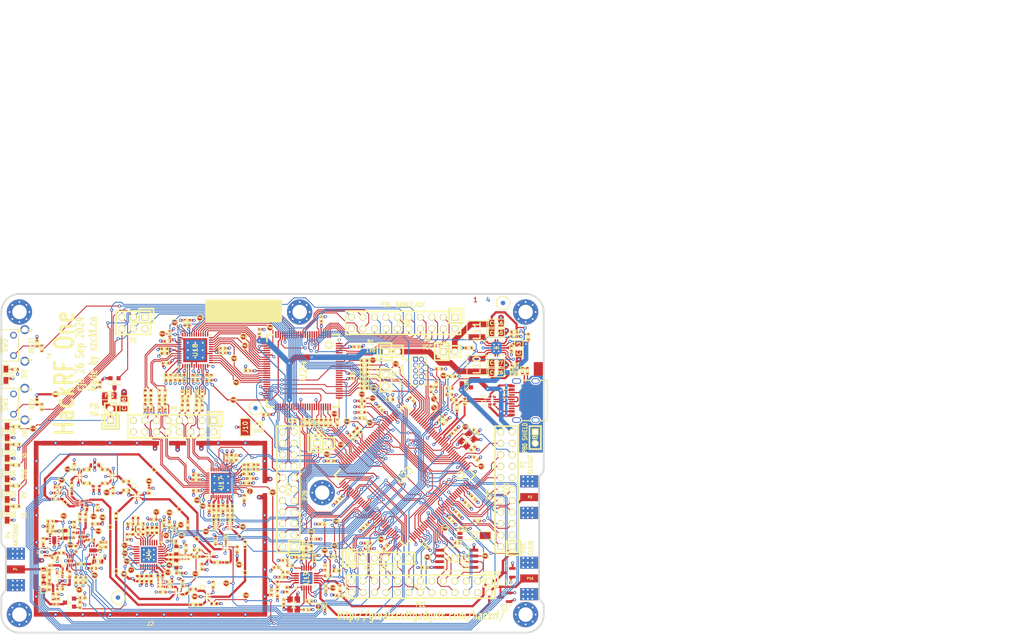
<source format=kicad_pcb>
(kicad_pcb (version 20240108) (generator "pcbnew") (generator_version "8.0")
  (title_block (date "19 may 2014"))
  (layers (0 "F.Cu" signal "C1F") (1 "In1.Cu" signal "C2") (2 "In2.Cu" signal "C3") (31 "B.Cu" signal "C4B") (34 "B.Paste" user) (35 "F.Paste" user) (36 "B.SilkS" user "B.Silkscreen") (37 "F.SilkS" user "F.Silkscreen") (38 "B.Mask" user) (39 "F.Mask" user) (44 "Edge.Cuts" user))
  (net 0 "")
  (net 1 "!MIX_BYPASS")
  (net 2 "!RX_AMP_PWR")
  (net 3 "!TX_AMP_PWR")
  (net 4 "!VAA_ENABLE")
  (net 5 "+1.8V")
  (net 6 "/baseband/CLK0")
  (net 7 "/baseband/CLK1")
  (net 8 "/baseband/CLK2")
  (net 9 "/baseband/CLK3")
  (net 10 "/baseband/CLK5")
  (net 11 "/baseband/COM")
  (net 12 "/baseband/CPOUT+")
  (net 13 "/baseband/CPOUT-")
  (net 14 "/baseband/IA+")
  (net 15 "/baseband/IA-")
  (net 16 "/baseband/ID+")
  (net 17 "/baseband/ID-")
  (net 18 "/baseband/INTR")
  (net 19 "/baseband/OEB")
  (net 20 "/baseband/QA+")
  (net 21 "/baseband/QA-")
  (net 22 "/baseband/QD+")
  (net 23 "/baseband/QD-")
  (net 24 "/baseband/REFN")
  (net 25 "/baseband/REFP")
  (net 26 "/baseband/RXBBI+")
  (net 27 "/baseband/RXBBI-")
  (net 28 "/baseband/RXBBQ+")
  (net 29 "/baseband/RXBBQ-")
  (net 30 "/baseband/TXBBI+")
  (net 31 "/baseband/TXBBI-")
  (net 32 "/baseband/TXBBQ+")
  (net 33 "/baseband/TXBBQ-")
  (net 34 "/baseband/XA")
  (net 35 "/baseband/XB")
  (net 36 "/baseband/XCVR_CLKOUT")
  (net 37 "/baseband/XTAL2")
  (net 38 "/frontend/!ANT_BIAS")
  (net 39 "/frontend/REF_IN")
  (net 40 "/frontend/RX_AMP_OUT")
  (net 41 "/frontend/TX_AMP_IN")
  (net 42 "/frontend/TX_AMP_OUT")
  (net 43 "/mcu/usb/power/ADC0_0")
  (net 44 "/mcu/usb/power/ADC0_2")
  (net 45 "/mcu/usb/power/ADC0_5")
  (net 46 "/mcu/usb/power/ADC0_6")
  (net 47 "/mcu/usb/power/B1AUX13")
  (net 48 "/mcu/usb/power/B1AUX14")
  (net 49 "/mcu/usb/power/B2AUX1")
  (net 50 "/mcu/usb/power/B2AUX10")
  (net 51 "/mcu/usb/power/B2AUX11")
  (net 52 "/mcu/usb/power/B2AUX12")
  (net 53 "/mcu/usb/power/B2AUX13")
  (net 54 "/mcu/usb/power/B2AUX14")
  (net 55 "/mcu/usb/power/B2AUX15")
  (net 56 "/mcu/usb/power/B2AUX16")
  (net 57 "/mcu/usb/power/B2AUX2")
  (net 58 "/mcu/usb/power/B2AUX3")
  (net 59 "/mcu/usb/power/B2AUX4")
  (net 60 "/mcu/usb/power/B2AUX5")
  (net 61 "/mcu/usb/power/B2AUX6")
  (net 62 "/mcu/usb/power/B2AUX7")
  (net 63 "/mcu/usb/power/B2AUX8")
  (net 64 "/mcu/usb/power/B2AUX9")
  (net 65 "/mcu/usb/power/BANK2F3M1")
  (net 66 "/mcu/usb/power/BANK2F3M10")
  (net 67 "/mcu/usb/power/BANK2F3M11")
  (net 68 "/mcu/usb/power/BANK2F3M12")
  (net 69 "/mcu/usb/power/BANK2F3M14")
  (net 70 "/mcu/usb/power/BANK2F3M15")
  (net 71 "/mcu/usb/power/BANK2F3M16")
  (net 72 "/mcu/usb/power/BANK2F3M2")
  (net 73 "/mcu/usb/power/BANK2F3M3")
  (net 74 "/mcu/usb/power/BANK2F3M4")
  (net 75 "/mcu/usb/power/BANK2F3M5")
  (net 76 "/mcu/usb/power/BANK2F3M6")
  (net 77 "/mcu/usb/power/BANK2F3M7")
  (net 78 "/mcu/usb/power/BANK2F3M8")
  (net 79 "/mcu/usb/power/BANK2F3M9")
  (net 80 "/mcu/usb/power/CPLD_TCK")
  (net 81 "/mcu/usb/power/CPLD_TDI")
  (net 82 "/mcu/usb/power/CPLD_TDO")
  (net 83 "/mcu/usb/power/CPLD_TMS")
  (net 84 "/mcu/usb/power/DBGEN")
  (net 85 "/mcu/usb/power/DM")
  (net 86 "/mcu/usb/power/DP")
  (net 87 "/mcu/usb/power/EN1V8")
  (net 88 "/mcu/usb/power/GCK0")
  (net 89 "/mcu/usb/power/GPIO3_10")
  (net 90 "/mcu/usb/power/GPIO3_11")
  (net 91 "/mcu/usb/power/GPIO3_12")
  (net 92 "/mcu/usb/power/GPIO3_13")
  (net 93 "/mcu/usb/power/GPIO3_14")
  (net 94 "/mcu/usb/power/GPIO3_15")
  (net 95 "/mcu/usb/power/GPIO3_8")
  (net 96 "/mcu/usb/power/GPIO3_9")
  (net 97 "/mcu/usb/power/GP_CLKIN")
  (net 98 "/mcu/usb/power/I2C1_SCL")
  (net 99 "/mcu/usb/power/I2C1_SDA")
  (net 100 "/mcu/usb/power/I2S0_RX_MCLK")
  (net 101 "/mcu/usb/power/I2S0_RX_SCK")
  (net 102 "/mcu/usb/power/I2S0_RX_SDA")
  (net 103 "/mcu/usb/power/I2S0_RX_WS")
  (net 104 "/mcu/usb/power/I2S0_TX_MCLK")
  (net 105 "/mcu/usb/power/I2S0_TX_SCK")
  (net 106 "/mcu/usb/power/ISP")
  (net 107 "/mcu/usb/power/LED1")
  (net 108 "/mcu/usb/power/LED2")
  (net 109 "/mcu/usb/power/LED3")
  (net 110 "/mcu/usb/power/P1_1")
  (net 111 "/mcu/usb/power/P1_2")
  (net 112 "/mcu/usb/power/P2_13")
  (net 113 "/mcu/usb/power/P2_8")
  (net 114 "/mcu/usb/power/P2_9")
  (net 115 "/mcu/usb/power/RESET")
  (net 116 "/mcu/usb/power/RREF")
  (net 117 "/mcu/usb/power/RTCX1")
  (net 118 "/mcu/usb/power/RTCX2")
  (net 119 "/mcu/usb/power/RTC_ALARM")
  (net 120 "/mcu/usb/power/SD_CD")
  (net 121 "/mcu/usb/power/SD_CLK")
  (net 122 "/mcu/usb/power/SD_CMD")
  (net 123 "/mcu/usb/power/SD_DAT0")
  (net 124 "/mcu/usb/power/SD_DAT1")
  (net 125 "/mcu/usb/power/SD_DAT2")
  (net 126 "/mcu/usb/power/SD_DAT3")
  (net 127 "/mcu/usb/power/SD_POW")
  (net 128 "/mcu/usb/power/SD_VOLT0")
  (net 129 "/mcu/usb/power/SGPIO0")
  (net 130 "/mcu/usb/power/SGPIO1")
  (net 131 "/mcu/usb/power/SGPIO10")
  (net 132 "/mcu/usb/power/SGPIO11")
  (net 133 "/mcu/usb/power/SGPIO12")
  (net 134 "/mcu/usb/power/SGPIO13")
  (net 135 "/mcu/usb/power/SGPIO14")
  (net 136 "/mcu/usb/power/SGPIO15")
  (net 137 "/mcu/usb/power/SGPIO2")
  (net 138 "/mcu/usb/power/SGPIO3")
  (net 139 "/mcu/usb/power/SGPIO4")
  (net 140 "/mcu/usb/power/SGPIO5")
  (net 141 "/mcu/usb/power/SGPIO6")
  (net 142 "/mcu/usb/power/SGPIO7")
  (net 143 "/mcu/usb/power/SGPIO9")
  (net 144 "/mcu/usb/power/SPIFI_CS")
  (net 145 "/mcu/usb/power/SPIFI_MISO")
  (net 146 "/mcu/usb/power/SPIFI_MOSI")
  (net 147 "/mcu/usb/power/SPIFI_SCK")
  (net 148 "/mcu/usb/power/SPIFI_SIO2")
  (net 149 "/mcu/usb/power/SPIFI_SIO3")
  (net 150 "/mcu/usb/power/TCK")
  (net 151 "/mcu/usb/power/TDI")
  (net 152 "/mcu/usb/power/TDO")
  (net 153 "/mcu/usb/power/TMS")
  (net 154 "/mcu/usb/power/U0_RXD")
  (net 155 "/mcu/usb/power/U0_TXD")
  (net 156 "/mcu/usb/power/VBAT")
  (net 157 "/mcu/usb/power/VBUS")
  (net 158 "/mcu/usb/power/VBUSCTRL")
  (net 159 "/mcu/usb/power/VIN")
  (net 160 "/mcu/usb/power/VREGMODE")
  (net 161 "/mcu/usb/power/WAKEUP")
  (net 162 "/mcu/usb/power/XTAL1")
  (net 163 "/mcu/usb/power/XTAL2")
  (net 164 "AMP_BYPASS")
  (net 165 "CLK6")
  (net 166 "CLKIN")
  (net 167 "CLKOUT")
  (net 168 "CS_AD")
  (net 169 "CS_XCVR")
  (net 170 "DA0")
  (net 171 "DA1")
  (net 172 "DA2")
  (net 173 "DA3")
  (net 174 "DA4")
  (net 175 "DA5")
  (net 176 "DA6")
  (net 177 "DA7")
  (net 178 "DD0")
  (net 179 "DD1")
  (net 180 "DD2")
  (net 181 "DD3")
  (net 182 "DD4")
  (net 183 "DD5")
  (net 184 "DD6")
  (net 185 "DD7")
  (net 186 "DD8")
  (net 187 "DD9")
  (net 188 "GCK1")
  (net 189 "GCK2")
  (net 190 "GND")
  (net 191 "HP")
  (net 192 "LP")
  (net 193 "MCU_CLK")
  (net 194 "MIXER_ENX")
  (net 195 "MIXER_RESETX")
  (net 196 "MIXER_SCLK")
  (net 197 "MIXER_SDATA")
  (net 198 "MIX_BYPASS")
  (net 199 "MIX_CLK")
  (net 200 "RSSI")
  (net 201 "RX")
  (net 202 "RXENABLE")
  (net 203 "RX_AMP")
  (net 204 "RX_IF")
  (net 205 "RX_MIX_BP")
  (net 206 "SCL")
  (net 207 "SDA")
  (net 208 "SGPIO_CLK")
  (net 209 "SSP1_MISO")
  (net 210 "SSP1_MOSI")
  (net 211 "SSP1_SCK")
  (net 212 "TX")
  (net 213 "TXENABLE")
  (net 214 "TX_AMP")
  (net 215 "TX_IF")
  (net 216 "TX_MIX_BP")
  (net 217 "VAA")
  (net 218 "VCC")
  (net 219 "XCVR_EN")
  (net 220 "Net-(C13-Pad1)")
  (net 221 "Net-(C15-Pad2)")
  (net 222 "Net-(C114-Pad2)")
  (net 223 "Net-(C114-Pad1)")
  (net 224 "Net-(FB2-Pad1)")
  (net 225 "Net-(L13-Pad1)")
  (net 226 "Net-(R30-Pad2)")
  (net 227 "Net-(R19-Pad2)")
  (net 228 "/frontend/RX_AMP_IN")
  (net 229 "Net-(C173-Pad2)")
  (net 230 "Net-(D13-A2)")
  (net 231 "Net-(U1-RFC)")
  (net 232 "Net-(U2-RF1)")
  (net 233 "Net-(U7-RF1)")
  (net 234 "Net-(U4-LFILT3)")
  (net 235 "Net-(U4-LFILT1)")
  (net 236 "Net-(U4-LFITLT2)")
  (net 237 "Net-(U6-RF2)")
  (net 238 "Net-(U3-IN)")
  (net 239 "Net-(U5-RF1)")
  (net 240 "Net-(U3-OUT)")
  (net 241 "Net-(U2-RFC)")
  (net 242 "Net-(U6-RFC)")
  (net 243 "Net-(U7-RF2)")
  (net 244 "Net-(U1-RF1)")
  (net 245 "Net-(U2-RF2)")
  (net 246 "Net-(U10-RF2)")
  (net 247 "Net-(T1-S2)")
  (net 248 "Net-(U8-OUT)")
  (net 249 "Net-(U5-RF2)")
  (net 250 "Net-(U6-RF1)")
  (net 251 "Net-(U8-IN)")
  (net 252 "Net-(U7-RFC)")
  (net 253 "Net-(T1-S1)")
  (net 254 "Net-(U9-RF2)")
  (net 255 "Net-(U5-RFC)")
  (net 256 "Net-(U9-RF1)")
  (net 257 "Net-(U1-RF2)")
  (net 258 "Net-(U11-RF1)")
  (net 259 "Net-(U9-RF3)")
  (net 260 "Net-(U12-RFC)")
  (net 261 "Net-(U9-RFC)")
  (net 262 "Net-(U10-RFC)")
  (net 263 "Net-(T2-S1)")
  (net 264 "Net-(U11-RFC)")
  (net 265 "Net-(T2-S2)")
  (net 266 "Net-(U12-RF1)")
  (net 267 "Net-(U10-RF1)")
  (net 268 "Net-(U11-RF2)")
  (net 269 "Net-(D10-K)")
  (net 270 "Net-(U13-RFIN)")
  (net 271 "Net-(U25-RFIN)")
  (net 272 "Net-(U14-RF2)")
  (net 273 "Net-(U12-RF2)")
  (net 274 "Net-(U25-RFOUT)")
  (net 275 "Net-(U14-RFC)")
  (net 276 "Net-(D11-A1)")
  (net 277 "Net-(T3-PR2)")
  (net 278 "Net-(U17-RXRF+)")
  (net 279 "Net-(T3-PR1)")
  (net 280 "Net-(U17-RXRF-)")
  (net 281 "Net-(T4-PR2)")
  (net 282 "Net-(U17-TXRF+)")
  (net 283 "Net-(U17-BYPASS)")
  (net 284 "Net-(U17-TXRF-)")
  (net 285 "Net-(T4-PR1)")
  (net 286 "Net-(U14-RF3)")
  (net 287 "Net-(U21-ADJ2)")
  (net 288 "Net-(D11-A2)")
  (net 289 "Net-(P4-RF)")
  (net 290 "Net-(D2-A)")
  (net 291 "Net-(D4-A)")
  (net 292 "Net-(D5-A)")
  (net 293 "Net-(D6-A)")
  (net 294 "Net-(D7-A)")
  (net 295 "Net-(D8-A)")
  (net 296 "Net-(T1-PR1)")
  (net 297 "Net-(T1-PR2)")
  (net 298 "Net-(T2-PR2)")
  (net 299 "Net-(T2-PR1)")
  (net 300 "Net-(U21-SW2)")
  (net 301 "Net-(U21-SW1)")
  (net 302 "Net-(U4-GPO4{slash}LD{slash}DO)")
  (net 303 "Net-(U4-GPO2{slash}ADD2)")
  (net 304 "Net-(U4-MODE{slash}GPO6)")
  (net 305 "Net-(U4-GPO3{slash}FM)")
  (net 306 "Net-(U23-TRST)")
  (net 309 "Net-(U4-REXT)")
  (net 310 "Net-(U21-MODE{slash}DATA)")
  (net 311 "Net-(U21-EN1)")
  (net 312 "Net-(U21-DEF1)")
  (net 313 "Net-(U23-USB0_VBUS)")
  (net 330 "unconnected-(U14-NC-Pad2)")
  (net 380 "Net-(J11-CC1)")
  (net 381 "Net-(J11-CC2)")
  (net 382 "Net-(J11-D--PadA7)")
  (net 383 "Net-(J11-D+-PadA6)")
  (net 387 "Net-(D10-A)")
  (net 388 "Net-(L15-D+-Pad6)")
  (net 390 "Net-(L15-D--Pad7)")
  (footprint "gsg-modules:LTST-S220" (layer "F.Cu") (at 50.0926 131.0936 -90)
    (property "Reference" "D6")
    (property "Value" "TXLED" (hide yes))
  )
  (footprint "gsg-modules:LTST-S220" (layer "F.Cu") (at 50.0926 121.9496 -90)
    (property "Reference" "D4")
    (property "Value" "USBLED" (hide yes))
  )
  (footprint "gsg-modules:LTST-S220" (layer "F.Cu") (at 50.0926 112.8056 -90)
    (property "Reference" "D8")
    (property "Value" "1V8LED" (hide yes))
  )
  (footprint "gsg-modules:LTST-S220" (layer "F.Cu") (at 50.0926 126.5216 -90)
    (property "Reference" "D5")
    (property "Value" "RXLED" (hide yes))
  )
  (footprint "gsg-modules:LTST-S220" (layer "F.Cu") (at 50.0926 117.3776 -90)
    (property "Reference" "D2")
    (property "Value" "VAALED" (hide yes))
  )
  (footprint "gsg-modules:GSG-TESTPOINT-30MIL-MASKONLY" (layer "F.Cu") (at 78.13662 124.75468)
    (property "Reference" "TESTPOINT-30MIL-MASKONLY" (hide yes))
    (property "Value" "VAL**" (hide yes))
  )
  (footprint "gsg-modules:GSG-TESTPOINT-30MIL-MASKONLY" (layer "F.Cu") (at 72.9272 133.913)
    (property "Reference" "TESTPOINT-30MIL-MASKONLY" (hide yes))
    (property "Value" "VAL**" (hide yes))
  )
  (footprint "gsg-modules:GSG-TESTPOINT-30MIL-MASKONLY" (layer "F.Cu") (at 64.39776 126.46918)
    (property "Reference" "TESTPOINT-30MIL-MASKONLY" (hide yes))
    (property "Value" "VAL**" (hide yes))
  )
  (footprint "gsg-modules:GSG-TESTPOINT-30MIL-MASKONLY" (layer "F.Cu") (at 62.8763 128.4072)
    (property "Reference" "TESTPOINT-30MIL-MASKONLY" (hide yes))
    (property "Value" "VAL**" (hide yes))
  )
  (footprint "gsg-modules:GSG-TESTPOINT-30MIL-MASKONLY" (layer "F.Cu") (at 82.6046 121.1876)
    (property "Reference" "TESTPOINT-30MIL-MASKONLY" (hide yes))
    (property "Value" "VAL**" (hide yes))
  )
  (footprint "gsg-modules:GSG-TESTPOINT-30MIL-MASKONLY" (layer "F.Cu") (at 74.2226 143.6158)
    (property "Reference" "TESTPOINT-30MIL-MASKONLY" (hide yes))
    (property "Value" "VAL**" (hide yes))
  )
  (footprint "gsg-modules:GSG-TESTPOINT-30MIL-MASKONLY" (layer "F.Cu") (at 102.7416 144.00534)
    (property "Reference" "TESTPOINT-30MIL-MASKONLY" (hide yes))
    (property "Value" "VAL**" (hide yes))
  )
  (footprint "gsg-modules:GSG-TESTPOINT-30MIL-MASKONLY" (layer "F.Cu") (at 92.93466 151.05384)
    (property "Reference" "TESTPOINT-30MIL-MASKONLY" (hide yes))
    (property "Value" "VAL**" (hide yes))
  )
  (footprint "gsg-modules:GSG-TESTPOINT-30MIL-MASKONLY" (layer "F.Cu") (at 93.34854 147.20868)
    (property "Reference" "TESTPOINT-30MIL-MASKONLY" (hide yes))
    (property "Value" "VAL**" (hide yes))
  )
  (footprint "gsg-modules:GSG-TESTPOINT-30MIL-MASKONLY" (layer "F.Cu") (at 89.8384 148.51892)
    (property "Reference" "TESTPOINT-30MIL-MASKONLY" (hide yes))
    (property "Value" "VAL**" (hide yes))
  )
  (footprint "gsg-modules:GSG-TESTPOINT-30MIL-MASKONLY" (layer "F.Cu") (at 67.6412 129.9824)
    (property "Reference" "TESTPOINT-30MIL-MASKONLY" (hide yes))
    (property "Value" "VAL**" (hide yes))
  )
  (footprint "gsg-modules:GSG-TESTPOINT-30MIL-MASKONLY" (layer "F.Cu") (at 98.7308 141.7172)
    (property "Reference" "TESTPOINT-30MIL-MASKONLY" (hide yes))
    (property "Value" "VAL**" (hide yes))
  )
  (footprint "gsg-modules:GSG-TESTPOINT-30MIL-MASKONLY" (layer "F.Cu") (at 88.18486 129.9439)
    (property "Reference" "TESTPOINT-30MIL-MASKONLY" (hide yes))
    (property "Value" "VAL**" (hide yes))
  )
  (footprint "gsg-modules:GSG-TESTPOINT-30MIL-MASKONLY" (layer "F.Cu") (at 92.05328 136.5352)
    (property "Reference" "TESTPOINT-30MIL-MASKONLY" (hide yes))
    (property "Value" "VAL**" (hide yes))
  )
  (footprint "gsg-modules:GSG-TESTPOINT-30MIL-MASKONLY" (layer "F.Cu") (at 101.53764 135.96624)
    (property "Reference" "TESTPOINT-30MIL-MASKONLY" (hide yes))
    (property "Value" "VAL**" (hide yes))
  )
  (footprint "gsg-modules:LTST-S220" (layer "F.Cu") (at 49.8226 100.1556 -90)
    (property "Reference" "D7")
    (property "Value" "VCCLED" (hide yes))
  )
  (footprint "gsg-modules:GSG-MARK1MM" (layer "F.Cu") (at 159.8226 84.2556)
    (property "Reference" "MARK1MM" (hide yes))
    (property "Value" "VAL**" (hide yes))
  )
  (footprint "hackrf:GSG-0402" (layer "F.Cu") (at 79.919 145.3024 -90)
    (property "Reference" "C1")
    (property "Value" "33pF" (hide yes))
  )
  (footprint "hackrf:GSG-0402" (layer "F.Cu") (at 78.903 145.3024 -90)
    (property "Reference" "C2")
    (property "Value" "10nF" (hide yes))
  )
  (footprint "hackrf:GSG-0402" (layer "F.Cu") (at 81.951 145.3024 -90)
    (property "Reference" "C3")
    (property "Value" "33pF" (hide yes))
  )
  (footprint "hackrf:GSG-0402" (layer "F.Cu") (at 80.935 145.3024 -90)
    (property "Reference" "C4")
    (property "Value" "10nF" (hide yes))
  )
  (footprint "hackrf:GSG-0402" (layer "F.Cu") (at 81.1636 134.5836 90)
    (property "Reference" "C5")
    (property "Value" "33pF" (hide yes))
  )
  (footprint "hackrf:GSG-0402" (layer "F.Cu") (at 82.1796 134.5836 90)
    (property "Reference" "C6")
    (property "Value" "10nF" (hide yes))
  )
  (footprint "hackrf:GSG-0402" (layer "F.Cu") (at 95.9066 150.8318 180)
    (property "Reference" "C7")
    (property "Value" "33pF" (hide yes))
  )
  (footprint "hackrf:GSG-0402" (layer "F.Cu") (at 102.7416 137.7036 -90)
    (property "Reference" "C8")
    (property "Value" "22pF" (hide yes))
  )
  (footprint "hackrf:GSG-0402" (layer "F.Cu") (at 74.2226 131.4238 90)
    (property "Reference" "C9")
    (property "Value" "100nF" (hide yes))
  )
  (footprint "hackrf:GSG-0402" (layer "F.Cu") (at 76.617 136.0822 -90)
    (property "Reference" "C12")
    (property "Value" "330pF" (hide yes))
  )
  (footprint "hackrf:GSG-0402" (layer "F.Cu") (at 77.379 133.1612 180)
    (property "Reference" "C13")
    (property "Value" "330pF" (hide yes))
  )
  (footprint "hackrf:GSG-0402" (layer "F.Cu") (at 79.157 134.9392 90)
    (property "Reference" "C14")
    (property "Value" "8p2" (hide yes))
  )
  (footprint "hackrf:GSG-0402" (layer "F.Cu") (at 79.665 133.1612)
    (property "Reference" "C15")
    (property "Value" "180pF" (hide yes))
  )
  (footprint "hackrf:GSG-0402" (layer "F.Cu") (at 95.6828 146.6448 90)
    (property "Reference" "C16")
    (property "Value" "33pF" (hide yes))
  )
  (footprint "hackrf:GSG-0402" (layer "F.Cu") (at 71.7584 124.1938)
    (property "Reference" "C17")
    (property "Value" "100nF" (hide yes))
  )
  (footprint "hackrf:GSG-0402" (layer "F.Cu") (at 67.6944 124.1938)
    (property "Reference" "C18")
    (property "Value" "100nF" (hide yes))
  )
  (footprint "hackrf:GSG-0402" (layer "F.Cu") (at 76.4296 123.7844)
    (property "Reference" "C20")
    (property "Value" "100nF" (hide yes))
  )
  (footprint "hackrf:GSG-0402" (layer "F.Cu") (at 91.2608 147.635 180)
    (property "Reference" "C21")
    (property "Value" "22pF" (hide yes))
  )
  (footprint "hackrf:GSG-0402" (layer "F.Cu") (at 84.5576 148.2704)
    (property "Reference" "C22")
    (property "Value" "33pF" (hide yes))
  )
  (footprint "hackrf:GSG-0402" (layer "F.Cu") (at 90.0924 133.4364 90)
    (property "Reference" "C23")
    (property "Value" "100nF" (hide yes))
  )
  (footprint "hackrf:GSG-0402" (layer "F.Cu") (at 81.5096 125.8168 -90)
    (property "Reference" "C24")
    (property "Value" "33pF" (hide yes))
  )
  (footprint "hackrf:GSG-0402" (layer "F.Cu") (at 86.015 145.9882)
    (property "Reference" "C25")
    (property "Value" "100nF" (hide yes))
  )
  (footprint "hackrf:GSG-0402" (layer "F.Cu") (at 67.6944 121.1458 180)
    (property "Reference" "C26")
    (property "Value" "47pF" (hide yes))
  )
  (footprint "hackrf:GSG-0402" (layer "F.Cu") (at 71.7584 121.1458)
    (property "Reference" "C27")
    (property "Value" "47pF" (hide yes))
  )
  (footprint "hackrf:GSG-0402" (layer "F.Cu") (at 86.015 147.1312)
    (property "Reference" "C28")
    (property "Value" "100nF" (hide yes))
  )
  (footprint "hackrf:GSG-0402" (layer "F.Cu") (at 73.5594 125.7914 90)
    (property "Reference" "C30")
    (property "Value" "33pF" (hide yes))
  )
  (footprint "hackrf:GSG-0402" (layer "F.Cu") (at 64.4178 124.7018 90)
    (property "Reference" "C31")
    (property "Value" "100nF" (hide yes))
  )
  (footprint "hackrf:GSG-0402" (layer "F.Cu") (at 91.2608 151.064 180)
    (property "Reference" "C32")
    (property "Value" "22pF" (hide yes))
  )
  (footprint "hackrf:GSG-0402" (layer "F.Cu") (at 88.936 146.3946 90)
    (property "Reference" "C33")
    (property "Value" "33pF" (hide yes))
  )
  (footprint "hackrf:GSG-0402" (layer "F.Cu") (at 87.1326 134.1772 90)
    (property "Reference" "C34")
    (property "Value" "33pF" (hide yes))
  )
  (footprint "hackrf:GSG-0402" (layer "F.Cu") (at 85.9896 133.4152 90)
    (property "Reference" "C35")
    (property "Value" "33pF" (hide yes))
  )
  (footprint "hackrf:GSG-0402" (layer "F.Cu") (at 84.8466 133.0342 90)
    (property "Reference" "C36")
    (property "Value" "33pF" (hide yes))
  )
  (footprint "hackrf:GSG-0402" (layer "F.Cu") (at 82.5606 132.1706 180)
    (property "Reference" "C37")
    (property "Value" "33pF" (hide yes))
  )
  (footprint "hackrf:GSG-0402" (layer "F.Cu") (at 61.2682 125.0828)
    (property "Reference" "C38")
    (property "Value" "33pF" (hide yes))
  )
  (footprint "hackrf:GSG-0402" (layer "F.Cu") (at 70.128 129.601 90)
    (property "Reference" "C39")
    (property "Value" "33pF" (hide yes))
  )
  (footprint "hackrf:GSG-0402" (layer "F.Cu") (at 61.2682 126.3274)
    (property "Reference" "C40")
    (property "Value" "33pF" (hide yes))
  )
  (footprint "hackrf:GSG-0402" (layer "F.Cu") (at 88.1486 144.0832)
    (property "Reference" "C41")
    (property "Value" "100pF" (hide yes))
  )
  (footprint "hackrf:GSG-0402" (layer "F.Cu") (at 86.8786 136.9712 180)
    (property "Reference" "C42")
    (property "Value" "100pF" (hide yes))
  )
  (footprint "hackrf:GSG-0402" (layer "F.Cu") (at 60.8316 127.6706 180)
    (property "Reference" "C43")
    (property "Value" "22pF" (hide yes))
  )
  (footprint "hackrf:GSG-0402" (layer "F.Cu") (at 67.4634 131.6838 90)
    (property "Reference" "C44")
    (property "Value" "100nF" (hide yes))
  )
  (footprint "hackrf:GSG-0402" (layer "F.Cu") (at 92.0506 138.974)
    (property "Reference" "C45")
    (property "Value" "33pF" (hide yes))
  )
  (footprint "hackrf:GSG-0402" (layer "F.Cu") (at 91.949 140.4218 180)
    (property "Reference" "C46")
    (property "Value" "100nF" (hide yes))
  )
  (footprint "hackrf:GSG-0402" (layer "F.Cu") (at 100.989 138.8212 90)
    (property "Reference" "C47")
    (property "Value" "33pF" (hide yes))
  )
  (footprint "hackrf:GSG-0402" (layer "F.Cu") (at 98.5022 136.2558 90)
    (property "Reference" "C48")
    (property "Value" "22pF" (hide yes))
  )
  (footprint "hackrf:GSG-0402" (layer "F.Cu") (at 89.6726 138.4952 -90)
    (property "Reference" "C49")
    (property "Value" "100nF" (hide yes))
  )
  (footprint "hackrf:GSG-0402" (layer "F.Cu") (at 64.7964 135.672 90)
    (property "Reference" "C50")
    (property "Value" "100nF" (hide yes))
  )
  (footprint "hackrf:GSG-0402" (layer "F.Cu") (at 96.5972 141.7172 180)
    (property "Reference" "C51")
    (property "Value" "22pF" (hide yes))
  )
  (footprint "hackrf:GSG-0402" (layer "F.Cu") (at 59.6402 134.783 180)
    (property "Reference" "C52")
    (property "Value" "100pF" (hide yes))
  )
  (footprint "hackrf:GSG-0402" (layer "F.Cu") (at 59.6402 133.7162 180)
    (property "Reference" "C53")
    (property "Value" "1uF" (hide yes))
  )
  (footprint "hackrf:GSG-0402" (layer "F.Cu") (at 93.219 142.657 -90)
    (property "Reference" "C54")
    (property "Value" "33pF" (hide yes))
  )
  (footprint "hackrf:GSG-0402" (layer "F.Cu") (at 69.5552 133.1944)
    (property "Reference" "C55")
    (property "Value" "33pF" (hide yes))
  )
  (footprint "hackrf:GSG-0402" (layer "F.Cu") (at 96.2138 137.1194 90)
    (property "Reference" "C56")
    (property "Value" "33pF" (hide yes))
  )
  (footprint "hackrf:GSG-0402" (layer "F.Cu") (at 66.2188 131.5826 90)
    (property "Reference" "C57")
    (property "Value" "33pF" (hide yes))
  )
  (footprint "hackrf:GSG-0402" (layer "F.Cu") (at 58.0654 137.0182 90)
    (property "Reference" "C58")
    (property "Value" "100nF" (hide yes))
  )
  (footprint "hackrf:GSG-0402" (layer "F.Cu") (at 68.708 136.7388)
    (property "Reference" "C59")
    (property "Value" "100nF" (hide yes))
  )
  (footprint "hackrf:GSG-0402" (layer "F.Cu") (at 64.9742 133.3606 -90)
    (property "Reference" "C60")
    (property "Value" "33pF" (hide yes))
  )
  (footprint "hackrf:GSG-0402" (layer "F.Cu") (at 65.3298 138.6946 90)
    (property "Reference" "C61")
    (property "Value" "100nF" (hide yes))
  )
  (footprint "hackrf:GSG-0402" (layer "F.Cu") (at 67.4634 145.6288 -90)
    (property "Reference" "C63")
    (property "Value" "33pF" (hide yes))
  )
  (footprint "hackrf:GSG-0402" (layer "F.Cu") (at 63.9328 144.308 -90)
    (property "Reference" "C64")
    (property "Value" "100nF" (hide yes))
  )
  (footprint "hackrf:GSG-0402" (layer "F.Cu") (at 66.3966 145.6288 90)
    (property "Reference" "C65")
    (property "Value" "33pF" (hide yes))
  )
  (footprint "hackrf:GSG-0402" (layer "F.Cu") (at 65.3298 145.6288 90)
    (property "Reference" "C66")
    (property "Value" "33pF" (hide yes))
  )
  (footprint "hackrf:GSG-0402" (layer "F.Cu") (at 109.9028 146.552 -90)
    (property "Reference" "C67")
    (property "Value" "33pF" (hide yes))
  )
  (footprint "hackrf:GSG-0402" (layer "F.Cu") (at 116.285 137.977 90)
    (property "Reference" "C68")
    (property "Value" "100pF" (hide yes))
  )
  (footprint "hackrf:GSG-0402" (layer "F.Cu") (at 117.9106 136.5292)
    (property "Reference" "C69")
    (property "Value" "100pF" (hide yes))
  )
  (footprint "hackrf:GSG-0402" (layer "F.Cu") (at 109.9028 148.584 -90)
    (property "Reference" "C70")
    (property "Value" "100pF" (hide yes))
  )
  (footprint "hackrf:GSG-0402" (layer "F.Cu") (at 89.305 100.8134 -90)
    (property "Reference" "C71")
    (property "Value" "100nF" (hide yes))
  )
  (footprint "hackrf:GSG-0402" (layer "F.Cu") (at 88.289 100.8134 -90)
    (property "Reference" "C72")
    (property "Value" "2.2uF" (hide yes))
  )
  (footprint "hackrf:GSG-0402" (layer "F.Cu") (at 92.226 100.8134 -90)
    (property "Reference" "C73")
    (property "Value" "100nF" (hide yes))
  )
  (footprint "hackrf:GSG-0402" (layer "F.Cu") (at 91.21 100.8134 -90)
    (property "Reference" "C74")
    (property "Value" "2.2uF" (hide yes))
  )
  (footprint "hackrf:GSG-0402" (layer "F.Cu") (at 94.258 100.8134 -90)
    (property "Reference" "C75")
    (property "Value" "100nF" (hide yes))
  )
  (footprint "hackrf:GSG-0402" (layer "F.Cu") (at 95.274 100.8134 -90)
    (property "Reference" "C76")
    (property "Value" "2.2uF" (hide yes))
  )
  (footprint "hackrf:GSG-0402" (layer "F.Cu") (at 90.448 88.6214 90)
    (property "Reference" "C77")
    (property "Value" "100nF" (hide yes))
  )
  (footprint "hackrf:GSG-0402" (layer "F.Cu") (at 89.432 88.6214 90)
    (property "Reference" "C78")
    (property "Value" "2.2uF" (hide yes))
  )
  (footprint "hackrf:GSG-0402" (layer "F.Cu") (at 85.5585 92.7489 180)
    (property "Reference" "C79")
    (property "Value" "100nF" (hide yes))
  )
  (footprint "hackrf:GSG-0402" (layer "F.Cu") (at 86.0665 91.0979 90)
    (property "Reference" "C80")
    (property "Value" "2.2uF" (hide yes))
  )
  (footprint "hackrf:GSG-0402" (layer "F.Cu") (at 84.9235 95.4159 180)
    (property "Reference" "C81")
    (property "Value" "100nF" (hide yes))
  )
  (footprint "hackrf:GSG-0402" (layer "F.Cu") (at 84.9235 94.3999 180)
    (property "Reference" "C82")
    (property "Value" "2.2uF" (hide yes))
  )
  (footprint "hackrf:GSG-0402" (layer "F.Cu") (at 85.1775 97.5749 180)
    (property "Reference" "C83")
    (property "Value" "100nF" (hide yes))
  )
  (footprint "hackrf:GSG-0402" (layer "F.Cu") (at 94.8041 129.7407 -90)
    (property "Reference" "C84")
    (property "Value" "22pF" (hide yes))
  )
  (footprint "hackrf:GSG-0402" (layer "F.Cu") (at 97.8521 129.7407 -90)
    (property "Reference" "C85")
    (property "Value" "22pF" (hide yes))
  )
  (footprint "hackrf:GSG-0402" (layer "F.Cu") (at 102.5511 127.4547 -90)
    (property "Reference" "C86")
    (property "Value" "22pF" (hide yes))
  )
  (footprint "hackrf:GSG-0402" (layer "F.Cu") (at 103.0591 124.1527)
    (property "Reference" "C87")
    (property "Value" "10nF" (hide yes))
  )
  (footprint "hackrf:GSG-0402" (layer "F.Cu") (at 103.8211 123.1367)
    (property "Reference" "C88")
    (property "Value" "10nF" (hide yes))
  )
  (footprint "hackrf:GSG-0402" (layer "F.Cu") (at 103.0591 122.1207)
    (property "Reference" "C89")
    (property "Value" "10nF" (hide yes))
  )
  (footprint "hackrf:GSG-0402" (layer "F.Cu") (at 98.7411 118.5647 90)
    (property "Reference" "C90")
    (property "Value" "100pF" (hide yes))
  )
  (footprint "hackrf:GSG-0402" (layer "F.Cu") (at 99.7571 118.5647 90)
    (property "Reference" "C91")
    (property "Value" "100nF" (hide yes))
  )
  (footprint "hackrf:GSG-0402" (layer "F.Cu") (at 91.8831 122.3747 180)
    (property "Reference" "C92")
    (property "Value" "10nF" (hide yes))
  )
  (footprint "hackrf:GSG-0402" (layer "F.Cu") (at 91.8831 123.3907 180)
    (property "Reference" "C93")
    (property "Value" "10nF" (hide yes))
  )
  (footprint "hackrf:GSG-0402" (layer "F.Cu") (at 91.8831 125.8037 180)
    (property "Reference" "C94")
    (property "Value" "22pF" (hide yes))
  )
  (footprint "hackrf:GSG-0402" (layer "F.Cu") (at 81.2786 105.7156)
    (property "Reference" "C95")
    (property "Value" "22pF" (hide yes))
  )
  (footprint "hackrf:GSG-0402" (layer "F.Cu") (at 84.4028 105.7156)
    (property "Reference" "C96")
    (property "Value" "22pF" (hide yes))
  )
  (footprint "hackrf:GSG-0402" (layer "F.Cu") (at 85.241 100.8134 -90)
    (property "Reference" "C97")
    (property "Value" "330nF" (hide yes))
  )
  (footprint "hackrf:GSG-0402" (layer "F.Cu") (at 86.257 100.8134 -90)
    (property "Reference" "C98")
    (property "Value" "330nF" (hide yes))
  )
  (footprint "hackrf:GSG-0402" (layer "F.Cu") (at 95.8201 130.7567 -90)
    (property "Reference" "C99")
    (property "Value" "22pF" (hide yes))
  )
  (footprint "hackrf:GSG-0402" (layer "F.Cu") (at 87.273 100.8134 -90)
    (property "Reference" "C100")
    (property "Value" "330nF" (hide yes))
  )
  (footprint "hackrf:GSG-0402" (layer "F.Cu") (at 89.4701 105.9569)
    (property "Reference" "C101")
    (property "Value" "22pF" (hide yes))
  )
  (footprint "hackrf:GSG-0402" (layer "F.Cu") (at 96.8361 130.7567 -90)
    (property "Reference" "C102")
    (property "Value" "22pF" (hide yes))
  )
  (footprint "hackrf:GSG-0402" (layer "F.Cu") (at 92.5943 105.9569)
    (property "Reference" "C103")
    (property "Value" "22pF" (hide yes))
  )
  (footprint "hackrf:GSG-0402" (layer "F.Cu") (at 98.8681 130.7567 -90)
    (property "Reference" "C104")
    (property "Value" "3pF" (hide yes))
  )
  (footprint "hackrf:GSG-0805" (layer "F.Cu") (at 75.9752 106.608 90)
    (property "Reference" "C105")
    (property "Value" "10uF" (hide yes))
  )
  (footprint "hackrf:GSG-0402" (layer "F.Cu") (at 100.7731 118.5647 90)
    (property "Reference" "C106")
    (property "Value" "1uF" (hide yes))
  )
  (footprint "hackrf:GSG-0402" (layer "F.Cu") (at 93.2928 104.4202 90)
    (property "Reference" "C107")
    (property "Value" "22pF" (hide yes))
  )
  (footprint "hackrf:GSG-0402" (layer "F.Cu") (at 92.0228 104.4202 90)
    (property "Reference" "C108")
    (property "Value" "22pF" (hide yes))
  )
  (footprint "hackrf:GSG-0402" (layer "F.Cu") (at 90.1686 104.4202 90)
    (property "Reference" "C109")
    (property "Value" "22pF" (hide yes))
  )
  (footprint "hackrf:GSG-0402" (layer "F.Cu") (at 88.8986 104.4202 90)
    (property "Reference" "C110")
    (property "Value" "22pF" (hide yes))
  )
  (footprint "hackrf:GSG-0402" (layer "F.Cu") (at 99.8841 130.7567 -90)
    (property "Reference" "C111")
    (property "Value" "3pF" (hide yes))
  )
  (footprint "hackrf:GSG-0402" (layer "F.Cu") (at 102.5511 120.5967 -90)
    (property "Reference" "C112")
    (property "Value" "180pF" (hide yes))
  )
  (footprint "hackrf:GSG-0402" (layer "F.Cu") (at 111.9738 147.7216 -90)
    (property "Reference" "C113")
    (property "Value" "100nF" (hide yes))
  )
  (footprint "hackrf:GSG-0402" (layer "F.Cu") (at 105.5991 120.5967 -90)
    (property "Reference" "C114")
    (property "Value" "3.3nF" (hide yes))
  )
  (footprint "hackrf:GSG-0402" (layer "F.Cu") (at 111.6368 143.8698 180)
    (property "Reference" "C115")
    (property "Value" "33pF" (hide yes))
  )
  (footprint "hackrf:GSG-0402" (layer "F.Cu") (at 109.681 142.803 180)
    (property "Reference" "C116")
    (property "Value" "47pF" (hide yes))
  )
  (footprint "hackrf:GSG-0402" (layer "F.Cu") (at 149.7226 137.3556 180)
    (property "Reference" "C118")
    (property "Value" "18pF" (hide yes))
  )
  (footprint "hackrf:GSG-0402" (layer "F.Cu") (at 118.0698 140.7366 90)
    (property "Reference" "C119")
    (property "Value" "100nF" (hide yes))
  )
  (footprint "hackrf:GSG-0402" (layer "F.Cu") (at 120.4506 142.8792 90)
    (property "Reference" "C120")
    (property "Value" "100nF" (hide yes))
  )
  (footprint "hackrf:GSG-0402" (layer "F.Cu") (at 110.8494 144.962 180)
    (property "Reference" "C121")
    (property "Value" "100nF" (hide yes))
  )
  (footprint "hackrf:GSG-0402" (layer "F.Cu") (at 114.6594 140.5678 180)
    (property "Reference" "C122")
    (property "Value" "100nF" (hide yes))
  )
  (footprint "hackrf:GSG-0402" (layer "F.Cu") (at 97.814 95.3143)
    (property "Reference" "C123")
    (property "Value" "100nF" (hide yes))
  )
  (footprint "hackrf:GSG-0402" (layer "F.Cu") (at 97.814 94.2983)
    (property "Reference" "C124")
    (property "Value" "2.2uF" (hide yes))
  )
  (footprint "hackrf:GSG-0402" (layer "F.Cu") (at 162.2896 100.0488)
    (property "Reference" "C125")
    (property "Value" "33pF" (hide yes))
  )
  (footprint "hackrf:GSG-0805" (layer "F.Cu") (at 158.3526 99.6678)
    (property "Reference" "C126")
    (property "Value" "10uF" (hide yes))
  )
  (footprint "hackrf:GSG-0805" (layer "F.Cu") (at 158.3526 97.5088)
    (property "Reference" "C127")
    (property "Value" "10uF" (hide yes))
  )
  (footprint "hackrf:GSG-0402" (layer "F.Cu") (at 139.66888 105.534949 135)
    (property "Reference" "C128")
    (property "Value" "100nF" (hide yes))
  )
  (footprint "hackrf:GSG-0402" (layer "F.Cu") (at 132.754082 107.600408 135)
    (property "Reference" "C129")
    (property "Value" "100nF" (hide yes))
  )
  (footprint "hackrf:GSG-0402" (layer "F.Cu") (at 126.378101 113.97639 135)
    (property "Reference" "C130")
    (property "Value" "100nF" (hide yes))
  )
  (footprint "hackrf:GSG-0402" (layer "F.Cu") (at 121.7206 119.2572 180)
    (property "Reference" "C131")
    (property "Value" "100nF" (hide yes))
  )
  (footprint "hackrf:GSG-0402" (layer "F.Cu") (at 123.3208 127.9694 -135)
    (property "Reference" "C132")
    (property "Value" "100nF" (hide yes))
  )
  (footprint "hackrf:GSG-0402" (layer "F.Cu") (at 129.251783 133.732953 -135)
    (property "Reference" "C133")
    (property "Value" "100nF" (hide yes))
  )
  (footprint "hackrf:GSG-0402" (layer "F.Cu") (at 133.831713 138.312884 -135)
    (property "Reference" "C134")
    (property "Value" "100nF" (hide yes))
  )
  (footprint "hackrf:GSG-0402" (layer "F.Cu") (at 142.632364 137.953674 -45)
    (property "Reference" "C135")
    (property "Value" "100nF" (hide yes))
  )
  (footprint "hackrf:GSG-0402" (layer "F.Cu") (at 148.289925 132.296112 -45)
    (property "Reference" "C136")
    (property "Value" "100nF" (hide yes))
  )
  (footprint "hackrf:GSG-0402" (layer "F.Cu") (at 149.726766 130.859271 -45)
    (property "Reference" "C137")
    (property "Value" "100nF" (hide yes))
  )
  (footprint "hackrf:GSG-0402" (layer "F.Cu") (at 151.792225 128.793812 -45)
    (property "Reference" "C138")
    (property "Value" "100nF" (hide yes))
  )
  (footprint "hackrf:GSG-0402" (layer "F.Cu") (at 153.229066 127.356971 -45)
    (property "Reference" "C139")
    (property "Value" "100nF" (hide yes))
  )
  (footprint "hackrf:GSG-0402" (layer "F.Cu") (at 153.767882 118.735925 -45)
    (property "Reference" "C140")
    (property "Value" "100nF" (hide yes))
  )
  (footprint "hackrf:GSG-0402" (layer "F.Cu") (at 146.134664 109.845472 45)
    (property "Reference" "C141")
    (property "Value" "100nF" (hide yes))
  )
  (footprint "hackrf:GSG-0402" (layer "F.Cu") (at 148.918543 112.808956 45)
    (property "Reference" "C142")
    (property "Value" "100nF" (hide yes))
  )
  (footprint "hackrf:GSG-0805" (layer "F.Cu") (at 163.3056 94.3338 -90)
    (property "Reference" "C143")
    (property "Value" "10uF" (hide yes))
  )
  (footprint "hackrf:GSG-0402" (layer "F.Cu") (at 142.4418 142.8344 180)
    (property "Reference" "C144")
    (property "Value" "100nF" (hide yes))
  )
  (footprint "hackrf:GSG-0805" (layer "F.Cu") (at 158.3526 90.9048 180)
    (property "Reference" "C145")
    (property "Value" "10uF" (hide yes))
  )
  (footprint "hackrf:GSG-0805" (layer "F.Cu") (at 158.3526 88.7458 180)
    (property "Reference" "C146")
    (property "Value" "10uF" (hide yes))
  )
  (footprint "hackrf:GSG-0402" (layer "F.Cu") (at 161.6546 94.3338 -90)
    (property "Reference" "C147")
    (property "Value" "100nF" (hide yes))
  )
  (footprint "hackrf:GSG-0402" (layer "F.Cu") (at 126.4906 100.4164 -90)
    (property "Reference" "C148")
    (property "Value" "100nF" (hide yes))
  )
  (footprint "hackrf:GSG-0402" (layer "F.Cu") (at 127.4102 93.9588)
    (property "Reference" "C149")
    (property "Value" "100nF" (hide yes))
  )
  (footprint "hackrf:GSG-0402" (layer "F.Cu") (at 119.6326 87.8434 90)
    (property "Reference" "C150")
    (property "Value" "100nF" (hide yes))
  )
  (footprint "hackrf:GSG-0402" (layer "F.Cu") (at 105.9166 90.6374 90)
    (property "Reference" "C151")
    (property "Value" "100nF" (hide yes))
  )
  (footprint "hackrf:GSG-0402" (layer "F.Cu") (at 113.237 110.2656)
    (property "Reference" "C152")
    (property "Value" "100nF" (hide yes))
  )
  (footprint "hackrf:GSG-0402" (layer "F.Cu") (at 103.3766 99.2734 180)
    (property "Reference" "C153")
    (property "Value" "100nF" (hide yes))
  )
  (footprint "hackrf:GSG-0402" (layer "F.Cu") (at 107.3188 108.9448 180)
    (property "Reference" "C154")
    (property "Value" "100nF" (hide yes))
  )
  (footprint "hackrf:GSG-0402" (layer "F.Cu") (at 111.586 141.2536 180)
    (property "Reference" "C156")
    (property "Value" "47pF" (hide yes))
  )
  (footprint "hackrf:GSG-0402" (layer "F.Cu") (at 153.139264 116.490861 45)
    (property "Reference" "C157")
    (property "Value" "18pF" (hide yes))
  )
  (footprint "hackrf:GSG-0402" (layer "F.Cu") (at 153.678079 112.719154 -45)
    (property "Reference" "C158")
    (property "Value" "18pF" (hide yes))
  )
  (footprint "hackrf:GSG-0402" (layer "F.Cu") (at 119.8156 133.2272 180)
    (property "Reference" "C159")
    (property "Value" "100pF" (hide yes))
  )
  (footprint "hackrf:GSG-0402" (layer "F.Cu") (at 71.9084 137.8056 -90)
    (property "Reference" "C160")
    (property "Value" "100pF" (hide yes))
  )
  (footprint "hackrf:GSG-0402" (layer "F.Cu") (at 69.31252 142.99736 180)
    (property "Reference" "C162")
    (property "Value" "10nF" (hide yes))
  )
  (footprint "hackrf:GSG-0402" (layer "F.Cu") (at 59.66306 132.63416)
    (property "Reference" "C163")
    (property "Value" "10nF" (hide yes))
  )
  (footprint "hackrf:GSG-0402" (layer "F.Cu") (at 150.8226 134.1556)
    (property "Reference" "C164")
    (property "Value" "18pF" (hide yes))
  )
  (footprint "hackrf:GSG-0402" (layer "F.Cu") (at 123.524 149.0514 180)
    (property "Reference" "C165")
    (property "Value" "100pF" (hide yes))
  )
  (footprint "hackrf:GSG-0402" (layer "F.Cu") (at 108.538 148.391 -90)
    (property "Reference" "C166")
    (property "Value" "100nF" (hide yes))
  )
  (footprint "hackrf:GSG-0402" (layer "F.Cu") (at 70.6158 102.3662 -90)
    (property "Reference" "C167")
    (property "Value" "100nF" (hide yes))
  )
  (footprint "hackrf:GSG-0402" (layer "F.Cu") (at 128.5786 109.7576 180)
    (property "Reference" "C168")
    (property "Value" "100pF" (hide yes))
  )
  (footprint "hackrf:GSG-0402" (layer "F.Cu") (at 116.2036 152.1562 180)
    (property "Reference" "C169")
    (property "Value" "1.8pF" (hide yes))
  )
  (footprint "hackrf:GSG-0402" (layer "F.Cu") (at 111.3226 150.4556 90)
    (property "Reference" "C170")
    (property "Value" "1.8pF" (hide yes))
  )
  (footprint "hackrf:GSG-0402" (layer "F.Cu") (at 66.7522 149.5404)
    (property "Reference" "C171")
    (property "Value" "1uF" (hide yes))
  )
  (footprint "hackrf:GSG-0805" (layer "F.Cu") (at 72.7442 104.7852 180)
    (property "Reference" "FB2")
    (property "Value" "FILTER" (hide yes))
  )
  (footprint "hackrf:GSG-NULL-MODULE" (layer "F.Cu") (at 94.7826 155.0756)
    (property "Reference" "J3" (hide yes))
    (property "Value" "RF-SHIELD-COVER" (hide yes))
  )
  (footprint "hackrf:GSG-HOLE126MIL-COPPER" (layer "F.Cu") (at 52.8226 86.2556)
    (property "Reference" "J4" (hide yes))
    (property "Value" "MOUNTING_HOLE" (hide yes))
  )
  (footprint "hackrf:GSG-HOLE126MIL-COPPER" (layer "F.Cu") (at 52.8226 153.2556)
    (property "Reference" "J5" (hide yes))
    (property "Value" "MOUNTING_HOLE" (hide yes))
  )
  (footprint "hackrf:GSG-HOLE126MIL-COPPER" (layer "F.Cu") (at 164.8226 153.2556)
    (property "Reference" "J6" (hide yes))
    (property "Value" "MOUNTING_HOLE" (hide yes))
  )
  (footprint "hackrf:GSG-HOLE126MIL-COPPER" (layer "F.Cu") (at 164.8226 86.2556)
    (property "Reference" "J7" (hide yes))
    (property "Value" "MOUNTING_HOLE" (hide yes))
  )
  (footprint "hackrf:GSG-HOLE126MIL-COPPER" (layer "F.Cu") (at 114.8226 86.2556)
    (property "Reference" "J8" (hide yes))
    (property "Value" "MOUNTING_HOLE" (hide yes))
  )
  (footprint "hackrf:GSG-HOLE126MIL-COPPER" (layer "F.Cu") (at 119.8226 126.2556)
    (property "Reference" "J9" (hide yes))
    (property "Value" "MOUNTING_HOLE" (hide yes))
  )
  (footprint "hackrf:GSG-TEST-POINT-S1751-46R" (layer "F.Cu") (at 102.8226 111.7556 -90)
    (property "Reference" "J10")
    (property "Value" "GND_CLIP" (hide yes))
  )
  (footprint "hackrf:GSG-0402" (layer "F.Cu") (at 83.983 144.5912)
    (property "Reference" "L1")
    (property "Value" "DNP" (hide yes))
  )
  (footprint "hackrf:GSG-0603" (layer "F.Cu") (at 87.5136 142.0512 -90)
    (property "Reference" "L2")
    (property "Value" "10uH" (hide yes))
  )
  (footprint "hackrf:GSG-0603" (layer "F.Cu") (at 87.5136 139.0032 90)
    (property "Reference" "L3")
    (property "Value" "10uH" (hide yes))
  )
  (footprint "hackrf:GSG-0402" (layer "F.Cu") (at 86.2436 140.5272 -90)
    (property "Reference" "L4")
    (property "Value" "DNP" (hide yes))
  )
  (footprint "hackrf:GSG-0603" (layer "F.Cu") (at 63.0184 135.4942 -90)
    (property "Reference" "L5")
    (property "Value" "10uH" (hide yes))
  )
  (footprint "hackrf:GSG-0402" (layer "F.Cu") (at 96.3281 132.2807)
    (property "Reference" "L6")
    (property "Value" "DNP" (hide yes))
  )
  (footprint "hackrf:GSG-0402" (layer "F.Cu") (at 96.3281 129.2327)
    (property "Reference" "L7")
    (property "Value" "6.2nH" (hide yes))
  )
  (footprint "hackrf:GSG-0402" (layer "F.Cu") (at 99.3761 132.2807)
    (property "Reference" "L8")
    (property "Value" "DNP" (hide yes))
  )
  (footprint "hackrf:GSG-0402" (layer "F.Cu") (at 99.3761 129.2327)
    (property "Reference" "L9")
    (property "Value" "DNP" (hide yes))
  )
  (footprint "hackrf:GSG-NRG4026" (layer "F.Cu") (at 154.0346 98.0168 -90)
    (property "Reference" "L10")
    (property "Value" "4u7" (hide yes))
  )
  (footprint "hackrf:GSG-NRG4026" (layer "F.Cu") (at 154.0346 90.3968 -90)
    (property "Reference" "L11")
    (property "Value" "4u7" (hide yes))
  )
  (footprint "hackrf:GSG-0603" (layer "F.Cu") (at 70.1304 141.5394 180)
    (property "Reference" "L12")
    (property "Value" "10uH" (hide yes))
  )
  (footprint "hackrf:GSG-0603" (layer "F.Cu") (at 58.1924 144.0286 90)
    (property "Reference" "L13")
    (property "Value" "0.56uH" (hide yes))
  )
  (footprint "hackrf:GSG-HEADER-1x2" (layer "F.Cu") (at 135.1826 95.0256)
    (property "Reference" "P1")
    (property "Value" "1V8" (hide yes))
  )
  (footprint "gsg-modules:SMA-73251-2120" (layer "F.Cu") (at 167.8026 127.2556 180)
    (property "Reference" "P2")
    (property "Value" "CLKOUT" (hide yes))
  )
  (footprint "hackrf:GSG-HEADER-NOMARK-1x2" (layer "F.Cu") (at 133.9126 101.3756 -90)
    (property "Reference" "P3")
    (property "Value" "GND" (hide yes))
  )
  (footprint "gsg-modules:SMA-73251-2120" (layer "F.Cu") (at 49.8426 143.2556)
    (property "Reference" "P4")
    (property "Value" "ANTENNA" (hide yes))
  )
  (footprint "hackrf:GSG-HEADER-2x3" (layer "F.Cu") (at 78.0326 88.6756 180)
    (property "Reference" "P5")
    (property "Value" "LEDS" (hide yes))
  )
  (footprint "hackrf:GSG-TESTPOINT-50MIL" (layer "F.Cu") (at 85.9776 142.3264)
    (property "Reference" "P6")
    (property "Value" "GPO4" (hide yes))
  )
  (footprint "hackrf:GSG-TESTPOINT-50MIL" (layer "F.Cu") (at 77.5448 143.4186)
    (property "Reference" "P7")
    (property "Value" "GPO2" (hide yes))
  )
  (footprint "hackrf:GSG-HEADER-1x2" (layer "F.Cu") (at 147.8826 95.0256)
    (property "Reference" "P8")
    (property "Value" "VCC" (hide yes))
  )
  (footprint "hackrf:GSG-HEADER-2x8" (layer "F.Cu") (at 86.9226 111.5356 180)
    (property "Reference" "P9")
    (property "Value" "BASEBAND" (hide yes))
  )
  (footprint "hackrf:GSG-TESTPOINT-50MIL" (layer "F.Cu") (at 76.5848 141.4314)
    (property "Reference" "P13")
    (property "Value" "GPO1" (hide yes))
  )
  (footprint "hackrf:GSG-TESTPOINT-50MIL" (layer "F.Cu") (at 103.8136 125.9628 90)
    (property "Reference" "P14")
    (property "Value" "XCVR_CLKOUT" (hide yes))
  )
  (footprint "hackrf:GSG-TESTPOINT-50MIL" (layer "F.Cu") (at 118.9976 151.4958 90)
    (property "Reference" "P15")
    (property "Value" "INTR" (hide yes))
  )
  (footprint "gsg-modules:SMA-73251-2120" (layer "F.Cu") (at 167.8026 145.2556 180)
    (property "Reference" "P16")
    (property "Value" "CLKIN" (hide yes))
  )
  (footprint "hackrf:GSG-TESTPOINT-50MIL" (layer "F.Cu") (at 76.1022 137.9516)
    (property "Reference" "P17")
    (property "Value" "GPO6" (hide yes))
  )
  (footprint "hackrf:GSG-TESTPOINT-50MIL" (layer "F.Cu") (at 122.1726 147.3556 180)
    (property "Reference" "P18")
    (property "Value" "OEB" (hide yes))
  )
  (footprint "hackrf:GSG-TESTPOINT-50MIL" (layer "F.Cu") (at 85.678 143.9206)
    (property "Reference" "P19")
    (property "Value" "GPO3" (hide yes))
  )
  (footprint "hackrf:GSG-HEADER-2x11" (layer "F.Cu") (at 160.5826 125.5056 90)
    (property "Reference" "P20")
    (property "Value" "GPIO" (hide yes))
  )
  (footprint "hackrf:GSG-TESTPOINT-50MIL" (layer "F.Cu") (at 76.153 139.7042)
    (property "Reference" "P21")
    (property "Value" "REF_IN" (hide yes))
  )
  (footprint "hackrf:GSG-HEADER-2x13" (layer "F.Cu") (at 141.5326 147.0956 180)
    (property "Reference" "P22")
    (property "Value" "I2S" (hide yes))
  )
  (footprint "hackrf:GSG-TESTPOINT-50MIL" (layer "F.Cu") (at 144.5552 105.5158 -45)
    (property "Reference" "P23")
    (property "Value" "DBGEN" (hide yes))
  )
  (footprint "hackrf:GSG-TESTPOINT-50MIL" (layer "F.Cu") (at 144.55 107.4522 -45)
    (property "Reference" "P24")
    (property "Value" "TRST" (hide yes))
  )
  (footprint "hackrf:GSG-HEADER-1x6" (layer "F.Cu") (at 132.6426 140.7456)
    (property "Reference" "P25")
    (property "Value" "LPC_ISP" (hide yes))
  )
  (footprint "hackrf:GSG-50MIL-HEADER-2x5-TH" (layer "F.Cu") (at 141.1202 99.2622 -90)
    (property "Reference" "P26")
    (property "Value" "LPC_JTAG" (hide yes))
  )
  (footprint "hackrf:GSG-TESTPOINT-50MIL" (layer "F.Cu") (at 83.1126 130.5602)
    (property "Reference" "P27")
    (property "Value" "MIXER_SDATA" (hide yes))
  )
  (footprint "hackrf:GSG-HEADER-2x11" (layer "F.Cu") (at 112.3226 125.5056 90)
    (property "Reference" "P28")
    (property "Value" "SD" (hide yes))
  )
  (footprint "hackrf:GSG-HEADER-1x2" (layer "F.Cu") (at 119.9426 115.3456)
    (property "Reference" "P29")
    (property "Value" "CPLD_JTAG" (hide yes))
  )
  (footprint "hackrf:GSG-HEADER-2x10" (layer "F.Cu") (at 137.7226 88.6756 180)
    (property "Reference" "P30")
    (property "Value" "BANK2_AUX" (hide yes))
  )
  (footprint "hackrf:GSG-TESTPOINT-50MIL" (layer "F.Cu") (at 85.297 135.7418)
    (property "Reference" "P31")
    (property "Value" "MIXER_SCLK" (hide yes))
  )
  (footprint "hackrf:GSG-TESTPOINT-50MIL" (layer "F.Cu") (at 88.543 133.3856)
    (property "Reference" "P32")
    (property "Value" "MIXER_ENX" (hide yes))
  )
  (footprint "hackrf:GSG-TESTPOINT-50MIL" (layer "F.Cu") (at 88.6752 135.7672)
    (property "Reference" "P33")
    (property "Value" "MIXER_RESETX" (hide yes))
  )
  (footprint "hackrf:GSG-TESTPOINT-50MIL" (layer "F.Cu") (at 98.553 146.34)
    (property "Reference" "P34")
    (property "Value" "MIX_BYPASS" (hide yes))
  )
  (footprint "hackrf:GSG-TESTPOINT-50MIL" (layer "F.Cu") (at 102.9472 149.007)
    (property "Reference" "P35")
    (property "Value" "!MIX_BYPASS" (hide yes))
  )
  (footprint "hackrf:GSG-HEADER-1x2" (layer "F.Cu") (at 72.9526 108.9956 90)
    (property "Reference" "P36")
    (property "Value" "VAA" (hide yes))
  )
  (footprint "hackrf:GSG-TESTPOINT-50MIL" (layer "F.Cu") (at 122.5334 138.0024)
    (property "Reference" "P37")
    (property "Value" "SCL" (hide yes))
  )
  (footprint "hackrf:GSG-TESTPOINT-50MIL" (layer "F.Cu") (at 122.8382 132.5922)
    (property "Reference" "P38")
    (property "Value" "SDA" (hide yes))
  )
  (footprint "hackrf:GSG-TESTPOINT-50MIL" (layer "F.Cu") (at 87.1512 88.574)
    (property "Reference" "P39")
    (property "Value" "SSP1_SCK" (hide yes))
  )
  (footprint "hackrf:GSG-TESTPOINT-50MIL" (layer "F.Cu") (at 125.2766 110.5196)
    (property "Reference" "P40")
    (property "Value" "SSP1_MOSI" (hide yes))
  )
  (footprint "hackrf:GSG-TESTPOINT-50MIL" (layer "F.Cu") (at 130.3566 110.7736 180)
    (property "Reference" "P41")
    (property "Value" "SSP1_MISO" (hide yes))
  )
  (footprint "hackrf:GSG-TESTPOINT-50MIL" (layer "F.Cu") (at 91.7486 144.2508)
    (property "Reference" "P43")
    (property "Value" "RX" (hide yes))
  )
  (footprint "hackrf:GSG-TESTPOINT-50MIL" (layer "F.Cu") (at 72.137 126.2232)
    (property "Reference" "P44")
    (property "Value" "HP" (hide yes))
  )
  (footprint "hackrf:GSG-TESTPOINT-50MIL" (layer "F.Cu") (at 69.2188 131.5508)
    (property "Reference" "P46")
    (property "Value" "TX_MIX_BP" (hide yes))
  )
  (footprint "hackrf:GSG-TESTPOINT-50MIL" (layer "F.Cu") (at 62.1576 123.4228)
    (property "Reference" "P47")
    (property "Value" "RX_MIX_BP" (hide yes))
  )
  (footprint "hackrf:GSG-TESTPOINT-50MIL" (layer "F.Cu") (at 70.3082 134.783)
    (property "Reference" "P48")
    (property "Value" "TX_AMP" (hide yes))
  )
  (footprint "hackrf:GSG-TESTPOINT-50MIL" (layer "F.Cu") (at 132.8458 136.6054)
    (property "Reference" "P50")
    (property "Value" "AMP_BYPASS" (hide yes))
  )
  (footprint "hackrf:GSG-TESTPOINT-50MIL" (layer "F.Cu") (at 62.62216 131.41496)
    (property "Reference" "P52")
    (property "Value" "!RX_AMP_PWR" (hide yes))
  )
  (footprint "hackrf:GSG-TESTPOINT-50MIL" (layer "F.Cu") (at 120.8316 117.784)
    (property "Reference" "P53")
    (property "Value" "CS_XCVR" (hide yes))
  )
  (footprint "hackrf:GSG-TESTPOINT-50MIL" (layer "F.Cu") (at 84.4588 91.0886)
    (property "Reference" "P54")
    (property "Value" "CS_AD" (hide yes))
  )
  (footprint "hackrf:GSG-TESTPOINT-50MIL" (layer "F.Cu") (at 92.1296 127.944)
    (property "Reference" "P55")
    (property "Value" "TXENABLE" (hide yes))
  )
  (footprint "hackrf:GSG-TESTPOINT-50MIL" (layer "F.Cu") (at 93.3742 129.2394)
    (property "Reference" "P56")
    (property "Value" "RXENABLE" (hide yes))
  )
  (footprint "hackrf:GSG-TESTPOINT-50MIL" (layer "F.Cu") (at 108.8682 126.1914)
    (property "Reference" "P57")
    (property "Value" "XTAL2" (hide yes))
  )
  (footprint "hackrf:GSG-TESTPOINT-50MIL" (layer "F.Cu") (at 100.156 105.719)
    (property "Reference" "P58")
    (property "Value" "GCK1" (hide yes))
  )
  (footprint "hackrf:GSG-TESTPOINT-50MIL" (layer "F.Cu") (at 117.3772 134.929)
    (property "Reference" "P59")
    (property "Value" "GCK2" (hide yes))
  )
  (footprint "hackrf:GSG-TESTPOINT-50MIL" (layer "F.Cu") (at 120.3744 138.993)
    (property "Reference" "P60")
    (property "Value" "SGPIO_CLK" (hide yes))
  )
  (footprint "hackrf:GSG-TESTPOINT-50MIL" (layer "F.Cu") (at 100.791 101.8328)
    (property "Reference" "P61")
    (property "Value" "DA0" (hide yes))
  )
  (footprint "hackrf:GSG-TESTPOINT-50MIL" (layer "F.Cu") (at 102.7162 93.7108)
    (property "Reference" "P62")
    (property "Value" "DA7" (hide yes))
  )
  (footprint "hackrf:GSG-TESTPOINT-50MIL" (layer "F.Cu") (at 102.386 91.7296)
    (property "Reference" "P63")
    (property "Value" "DD0" (hide yes))
  )
  (footprint "hackrf:GSG-TESTPOINT-50MIL" (layer "F.Cu") (at 92.7594 87.5386)
    (property "Reference" "P64")
    (property "Value" "DD9" (hide yes))
  )
  (footprint "hackrf:GSG-TESTPOINT-50MIL" (layer "F.Cu") (at 100.3084 96.5496)
    (property "Reference" "P65")
    (property "Value" "DA4" (hide yes))
  )
  (footprint "hackrf:GSG-TESTPOINT-50MIL" (layer "F.Cu") (at 108.2586 89.717)
    (property "Reference" "P66")
    (property "Value" "DD5" (hide yes))
  )
  (footprint "hackrf:GSG-TESTPOINT-50MIL" (layer "F.Cu") (at 154.9692 120.451)
    (property "Reference" "P67")
    (property "Value" "RSSI" (hide yes))
  )
  (footprint "hackrf:GSG-TESTPOINT-50MIL" (layer "F.Cu") (at 146.9936 134.04)
    (property "Reference" "P68")
    (property "Value" "SPIFI_CS" (hide yes))
  )
  (footprint "hackrf:GSG-TESTPOINT-50MIL" (layer "F.Cu") (at 146.6226 100.3556)
    (property "Reference" "P69")
    (property "Value" "VREGMODE" (hide yes))
  )
  (footprint "hackrf:GSG-TESTPOINT-50MIL" (layer "F.Cu") (at 55.8584 112.0944)
    (property "Reference" "P70")
    (property "Value" "EN_1V8" (hide yes))
  )
  (footprint "hackrf:GSG-TESTPOINT-50MIL" (layer "F.Cu") (at 151.464 111.6626)
    (property "Reference" "P72")
    (property "Value" "GP_CLKIN" (hide yes))
  )
  (footprint "hackrf:GSG-TESTPOINT-50MIL" (layer "F.Cu") (at 128.604 104.4744)
    (property "Reference" "P73")
    (property "Value" "P1_2" (hide yes))
  )
  (footprint "hackrf:GSG-TESTPOINT-50MIL" (layer "F.Cu") (at 130.961 105.344)
    (property "Reference" "P74")
    (property "Value" "P1_1" (hide yes))
  )
  (footprint "hackrf:GSG-TESTPOINT-50MIL" (layer "F.Cu") (at 136.0716 97.7434)
    (property "Reference" "P75")
    (property "Value" "GP_CLKIN" (hide yes))
  )
  (footprint "hackrf:GSG-TESTPOINT-50MIL" (layer "F.Cu") (at 131.2202 103.0774)
    (property "Reference" "P76")
    (property "Value" "GP_CLKIN" (hide yes))
  )
  (footprint "hackrf:GSG-TESTPOINT-50MIL" (layer "F.Cu") (at 131.017 96.9306)
    (property "Reference" "P77")
    (property "Value" "GP_CLKIN" (hide yes))
  )
  (footprint "hackrf:GSG-TESTPOINT-50MIL" (layer "F.Cu") (at 122.5334 108.8178)
    (property "Reference" "P78")
    (property "Value" "GP_CLKIN" (hide yes))
  )
  (footprint "hackrf:GSG-TESTPOINT-50MIL" (layer "F.Cu") (at 123.905 115.6758)
    (property "Reference" "P79")
    (property "Value" "GP_CLKIN" (hide yes))
  )
  (footprint "hackrf:GSG-HEADER-NOMARK-1x2" (layer "F.Cu") (at 166.9326 114.0756 -90)
    (property "Reference" "P80")
    (property "Value" "SHIELD" (hide yes))
  )
  (footprint "hackrf:GSG-TESTPOINT-50MIL" (layer "F.Cu") (at 155.8582 140.2884)
    (property "Reference" "P81")
    (property "Value" "SPIFI_SIO2" (hide yes))
  )
  (footprint "hackrf:GSG-TESTPOINT-50MIL" (layer "F.Cu") (at 143.082 140.5424)
    (property "Reference" "P82")
    (property "Value" "SPIFI_SIO3" (hide yes))
  )
  (footprint "hackrf:GSG-TESTPOINT-50MIL" (layer "F.Cu") (at 101.4232 142.2252)
    (property "Reference" "P83")
    (property "Value" "GND" (hide yes))
  )
  (footprint "hackrf:GSG-TESTPOINT-50MIL" (layer "F.Cu") (at 91.5962 149.2546)
    (property "Reference" "P84")
    (property "Value" "GND" (hide yes))
  )
  (footprint "hackrf:GSG-TESTPOINT-50MIL" (layer "F.Cu") (at 86.0082 130.6618)
    (property "Reference" "P85")
    (property "Value" "GND" (hide yes))
  )
  (footprint "hackrf:GSG-TESTPOINT-50MIL" (layer "F.Cu") (at 81.4842 123.7086)
    (property "Reference" "P86")
    (property "Value" "GND" (hide yes))
  )
  (footprint "hackrf:GSG-TESTPOINT-50MIL" (layer "F.Cu") (at 66.0918 147.7624)
    (property "Reference" "P87")
    (property "Value" "GND" (hide yes))
  )
  (footprint "hackrf:GSG-TESTPOINT-50MIL" (layer "F.Cu") (at 71.1972 131.7604)
    (property "Reference" "P88")
    (property "Value" "GND" (hide yes))
  )
  (footprint "hackrf:GSG-TESTPOINT-50MIL" (layer "F.Cu") (at 75.9498 144.2508)
    (property "Reference" "P89")
    (property "Value" "GND" (hide yes))
  )
  (footprint "hackrf:GSG-TESTPOINT-50MIL" (layer "F.Cu") (at 94.0854 134.8782)
    (property "Reference" "P91")
    (property "Value" "GND" (hide yes))
  )
  (footprint "hackrf:GSG-TESTPOINT-50MIL" (layer "F.Cu") (at 102.2642 133.8368)
    (property "Reference" "P92")
    (property "Value" "GND" (hide yes))
  )
  (footprint "gsg-modules:SOT23GDS" (layer "F.Cu") (at 73.867 101.9344)
    (property "Reference" "Q3")
    (property "Value" "MOSFET_P" (hide yes))
  )
  (footprint "gsg-modules:SOT23GDS" (layer "F.Cu") (at 63.9074 150.6072 -90)
    (property "Reference" "Q4")
    (property "Value" "MOSFET_P" (hide yes))
  )
  (footprint "gsg-modules:SOT23GDS" (layer "F.Cu") (at 151.7226 102.0556 -90)
    (property "Reference" "Q5")
    (property "Value" "MOSFET_P" (hide yes))
  )
  (footprint "hackrf:GSG-0402" (layer "F.Cu") (at 77.887 134.9392 -90)
    (property "Reference" "R1")
    (property "Value" "470" (hide yes))
  )
  (footprint "hackrf:GSG-0402" (layer "F.Cu") (at 78.522 131.8912 180)
    (property "Reference" "R2")
    (property "Value" "470" (hide yes))
  )
  (footprint "hackrf:GSG-0402" (layer "F.Cu") (at 80.173 134.9392 90)
    (property "Reference" "R3")
    (property "Value" "22k" (hide yes))
  )
  (footprint "hackrf:GSG-0402" (layer "F.Cu") (at 83.1956 134.5836 -90)
    (property "Reference" "R4")
    (property "Value" "51k" (hide yes))
  )
  (footprint "hackrf:GSG-0402" (layer "F.Cu") (at 127.1816 113.1866 -45)
    (property "Reference" "R5")
    (property "Value" "10k" (hide yes))
  )
  (footprint "hackrf:GSG-0402" (layer "F.Cu") (at 127.9436 112.4246 -45)
    (property "Reference" "R6")
    (property "Value" "10k" (hide yes))
  )
  (footprint "hackrf:GSG-0402" (layer "F.Cu") (at 56.6966 106.2016 90)
    (property "Reference" "R7")
    (property "Value" "10k" (hide yes))
  )
  (footprint "hackrf:GSG-0402" (layer "F.Cu") (at 80.6436 104.1916 -90)
    (property "Reference" "R8")
    (property "Value" "1k" (hide yes))
  )
  (footprint "hackrf:GSG-0402" (layer "F.Cu") (at 81.9136 104.1916 -90)
    (property "Reference" "R9")
    (property "Value" "1k" (hide yes))
  )
  (footprint "hackrf:GSG-0402" (layer "F.Cu") (at 83.7678 104.1916 -90)
    (property "Reference" "R10")
    (property "Value" "1k" (hide yes))
  )
  (footprint "hackrf:GSG-0402" (layer "F.Cu") (at 134.8524 105.6428 180)
    (property "Reference" "R11")
    (property "Value" "10k" (hide yes))
  )
  (footprint "hackrf:GSG-0402" (layer "F.Cu") (at 85.0378 104.1916 -90)
    (property "Reference" "R13")
    (property "Value" "1k" (hide yes))
  )
  (footprint "hackrf:GSG-0402" (layer "F.Cu") (at 85.0378 107.2396 -90)
    (property "Reference" "R14")
    (property "Value" "4k7" (hide yes))
  )
  (footprint "hackrf:GSG-0402" (layer "F.Cu") (at 83.7678 107.2396 -90)
    (property "Reference" "R15")
    (property "Value" "4k7" (hide yes))
  )
  (footprint "hackrf:GSG-0402" (layer "F.Cu") (at 81.9136 107.2396 -90)
    (property "Reference" "R16")
    (property "Value" "4k7" (hide yes))
  )
  (footprint "hackrf:GSG-0402" (layer "F.Cu") (at 80.6436 107.2396 -90)
    (property "Reference" "R17")
    (property "Value" "4k7" (hide yes))
  )
  (footprint "hackrf:GSG-0402" (layer "F.Cu") (at 52.1246 115.5996)
    (property "Reference" "R18")
    (property "Value" "1k8" (hide yes))
  )
  (footprint "hackrf:GSG-0402" (layer "F.Cu") (at 57.7888 94.3144 90)
    (property "Reference" "R19")
    (property "Value" "39" (hide yes))
  )
  (footprint "hackrf:GSG-0402" (layer "F.Cu") (at 88.8351 107.4809 -90)
    (property "Reference" "R20")
    (property "Value" "0" (hide yes))
  )
  (footprint "hackrf:GSG-0402" (layer "F.Cu") (at 90.1051 107.4809 -90)
    (property "Reference" "R21")
    (property "Value" "0" (hide yes))
  )
  (footprint "hackrf:GSG-0402" (layer "F.Cu") (at 91.9593 107.4809 -90)
    (property "Reference" "R22")
    (property "Value" "0" (hide yes))
  )
  (footprint "hackrf:GSG-0402" (layer "F.Cu") (at 93.2293 107.4809 -90)
    (property "Reference" "R23")
    (property "Value" "0" (hide yes))
  )
  (footprint "hackrf:GSG-0402" (layer "F.Cu") (at 104.0751 121.1047)
    (property "Reference" "R25")
    (property "Value" "475" (hide yes))
  )
  (footprint "hackrf:GSG-0402" (layer "F.Cu") (at 104.0751 120.0887)
    (property "Reference" "R26")
    (property "Value" "475" (hide yes))
  )
  (footprint "hackrf:GSG-0402" (layer "F.Cu") (at 122.9906 143.565)
    (property "Reference" "R27")
    (property "Value" "1k8" (hide yes))
  )
  (footprint "hackrf:GSG-0402" (layer "F.Cu") (at 122.254 140.4408)
    (property "Reference" "R28")
    (property "Value" "1k8" (hide yes))
  )
  (footprint "hackrf:GSG-0402" (layer "F.Cu") (at 57.7888 107.2684 90)
    (property "Reference" "R30")
    (property "Value" "39" (hide yes))
  )
  (footprint "hackrf:GSG-0402" (layer "F.Cu") (at 116.2596 140.0852 -90)
    (property "Reference" "R31")
    (property "Value" "39" (hide yes))
  )
  (footprint "hackrf:GSG-0402" (layer "F.Cu") (at 117.3772 138.6628 -90)
    (property "Reference" "R32")
    (property "Value" "39" (hide yes))
  )
  (footprint "hackrf:GSG-0402" (layer "F.Cu") (at 123.7526 147.4512 90)
    (property "Reference" "R33")
    (property "Value" "39" (hide yes))
  )
  (footprint "hackrf:GSG-0402" (layer "F.Cu") (at 112.6984 142.3772)
    (property "Reference" "R34")
    (property "Value" "39" (hide yes))
  )
  (footprint "hackrf:GSG-0402" (layer "F.Cu") (at 148.9226 105.7556)
    (property "Reference" "R37")
    (property "Value" "10k" (hide yes))
  )
  (footprint "hackrf:GSG-0402" (layer "F.Cu") (at 128.5786 108.4876)
    (property "Reference" "R41")
    (property "Value" "10k" (hide yes))
  )
  (footprint "hackrf:GSG-0402" (layer "F.Cu") (at 162.2896 98.0168 180)
    (property "Reference" "R46")
    (property "Value" "162k" (hide yes))
  )
  (footprint "hackrf:GSG-0402" (layer "F.Cu") (at 162.2896 99.0328)
    (property "Reference" "R47")
    (property "Value" "330k" (hide yes))
  )
  (footprint "hackrf:GSG-0402" (layer "F.Cu") (at 154.1056 132.4906 180)
    (property "Reference" "R48")
    (property "Value" "10k" (hide yes))
  )
  (footprint "hackrf:GSG-0402" (layer "F.Cu") (at 56.6966 93.2476 -90)
    (property "Reference" "R49")
    (property "Value" "10k" (hide yes))
  )
  (footprint "hackrf:GSG-0402" (layer "F.Cu") (at 148.6226 100.5556 180)
    (property "Reference" "R51")
    (property "Value" "10k" (hide yes))
  )
  (footprint "hackrf:GSG-0402" (layer "F.Cu") (at 165.4226 91.7556 90)
    (property "Reference" "R52")
    (property "Value" "10k" (hide yes))
  )
  (footprint "hackrf:GSG-0402" (layer "F.Cu") (at 152.2566 94.2068)
    (property "Reference" "R54")
    (property "Value" "10k" (hide yes))
  )
  (footprint "hackrf:GSG-0402" (layer "F.Cu") (at 162.2896 91.6668 180)
    (property "Reference" "R55")
    (property "Value" "162k" (hide yes))
  )
  (footprint "hackrf:GSG-0402" (layer "F.Cu") (at 162.2896 90.6508 180)
    (property "Reference" "R56")
    (property "Value" "715k" (hide yes))
  )
  (footprint "hackrf:GSG-0402" (layer "F.Cu") (at 151.3226 106.0556 90)
    (property "Reference" "R57")
    (property "Value" "0" (hide yes))
  )
  (footprint "hackrf:GSG-0402" (layer "F.Cu") (at 149.6226 107.4556 90)
    (property "Reference" "R58")
    (property "Value" "0" (hide yes))
  )
  (footprint "hackrf:GSG-0402" (layer "F.Cu") (at 129.8486 138.6374 180)
    (property "Reference" "R59")
    (property "Value" "10k" (hide yes))
  )
  (footprint "hackrf:GSG-0402" (layer "F.Cu") (at 148.0226 103.1556)
    (property "Reference" "R62")
    (property "Value" "0" (hide yes))
  )
  (footprint "hackrf:GSG-0402" (layer "F.Cu") (at 145.0124 102.29 -90)
    (property "Reference" "R63")
    (property "Value" "10k" (hide yes))
  )
  (footprint "hackrf:GSG-0402" (layer "F.Cu") (at 143.8694 103.3822 90)
    (property "Reference" "R64")
    (property "Value" "10k" (hide yes))
  )
  (footprint "hackrf:GSG-0402" (layer "F.Cu") (at 147.9226 104.5556 180)
    (property "Reference" "R65")
    (property "Value" "10k" (hide yes))
  )
  (footprint "hackrf:GSG-0402" (layer "F.Cu") (at 145.6728 98.8556 180)
    (property "Reference" "R66")
    (property "Value" "10k" (hide yes))
  )
  (footprint "hackrf:GSG-0402" (layer "F.Cu") (at 128.5786 105.9476 180)
    (property "Reference" "R67")
    (property "Value" "10k" (hide yes))
  )
  (footprint "hackrf:GSG-0402" (layer "F.Cu") (at 128.5786 107.2176 180)
    (property "Reference" "R68")
    (property "Value" "10k" (hide yes))
  )
  (footprint "hackrf:GSG-0402" (layer "F.Cu") (at 146.942887 110.653695 45)
    (property "Reference" "R69")
    (property "Value" "12k" (hide yes))
  )
  (footprint "hackrf:GSG-0402" (layer "F.Cu") (at 52.1246 120.1716)
    (property "Reference" "R72")
    (property "Value" "470" (hide yes))
  )
  (footprint "hackrf:GSG-0402" (layer "F.Cu") (at 52.1246 124.7436)
    (property "Reference" "R73")
    (property "Value" "1k" (hide yes))
  )
  (footprint "hackrf:GSG-0402" (layer "F.Cu") (at 52.1246 129.3156)
    (property "Reference" "R74")
    (property "Value" "1k8" (hide yes))
  )
  (footprint "hackrf:GSG-0402" (layer "F.Cu") (at 51.8706 98.9626)
    (property "Reference" "R75")
    (property "Value" "470" (hide yes))
  )
  (footprint "hackrf:GSG-0402" (layer "F.Cu") (at 52.1246 111.6626)
    (property "Reference" "R76")
    (property "Value" "1k" (hide yes))
  )
  (footprint "hackrf:GSG-0402" (layer "F.Cu") (at 129.1576 96.9874 180)
    (property "Reference" "R77")
    (property "Value" "39" (hide yes))
  )
  (footprint "hackrf:GSG-0402" (layer "F.Cu") (at 129.1576 98.0034 180)
    (property "Reference" "R78")
    (property "Value" "39" (hide yes))
  )
  (footprint "hackrf:GSG-0402" (layer "F.Cu") (at 129.1576 99.0194 180)
    (property "Reference" "R79")
    (property "Value" "39" (hide yes))
  )
  (footprint "hackrf:GSG-0402" (layer "F.Cu") (at 129.1576 100.0354 180)
    (property "Reference" "R80")
    (property "Value" "39" (hide yes))
  )
  (footprint "hackrf:GSG-0402" (layer "F.Cu") (at 129.1576 101.0514 180)
    (property "Reference" "R81")
    (property "Value" "39" (hide yes))
  )
  (footprint "hackrf:GSG-0402" (layer "F.Cu") (at 120.3998 151.5406 -90)
    (property "Reference" "R85")
    (property "Value" "10k" (hide yes))
  )
  (footprint "hackrf:GSG-0402" (layer "F.Cu") (at 129.1576 102.0674 180)
    (property "Reference" "R86")
    (property "Value" "39" (hide yes))
  )
  (footprint "hackrf:GSG-0402" (layer "F.Cu") (at 129.1576 103.0834 180)
    (property "Reference" "R87")
    (property "Value" "39" (hide yes))
  )
  (footprint "hackrf:GSG-0402" (layer "F.Cu") (at 123.1684 110.7228 90)
    (property "Reference" "R88")
    (property "Value" "39" (hide yes))
  )
  (footprint "hackrf:GSG-0402" (layer "F.Cu") (at 121.6392 110.7542 90)
    (property "Reference" "R89")
    (property "Value" "39" (hide yes))
  )
  (footprint "hackrf:GSG-0402" (layer "F.Cu") (at 120.6232 110.7542 90)
    (property "Reference" "R90")
    (property "Value" "39" (hide yes))
  )
  (footprint "hackrf:GSG-0402" (layer "F.Cu") (at 119.6072 110.7542 90)
    (property "Reference" "R91")
    (property "Value" "39" (hide yes))
  )
  (footprint "hackrf:GSG-0402" (layer "F.Cu") (at 129.8486 137.4436 180)
    (property "Reference" "R93")
    (property "Value" "10k" (hide yes))
  )
  (footprint "hackrf:GSG-0402" (layer "F.Cu") (at 121.0348 144.6826 180)
    (property "Reference" "R94")
    (property "Value" "39" (hide yes))
  )
  (footprint "hackrf:GSG-0402" (layer "F.Cu") (at 118.5912 110.7542 90)
    (property "Reference" "R96")
    (property "Value" "39" (hide yes))
  )
  (footprint "hackrf:GSG-0402" (layer "F.Cu") (at 117.5296 110.7736 90)
    (property "Reference" "R98")
    (property "Value" "39" (hide yes))
  )
  (footprint "hackrf:GSG-0402" (layer "F.Cu") (at 116.5136 110.7736 90)
    (property "Reference" "R99")
    (property "Value" "39" (hide yes))
  )
  (footprint "hackrf:GSG-0402" (layer "F.Cu") (at 115.4976 110.7736 90)
    (property "Reference" "R100")
    (property "Value" "39" (hide yes))
  )
  (footprint "hackrf:GSG-0402" (layer "F.Cu") (at 116.9268 150.2616 180)
    (property "Reference" "R104")
    (property "Value" "10k" (hide yes))
  )
  (footprint "hackrf:GSG-0402" (layer "F.Cu") (at 120.6098 147.4676 90)
    (property "Reference" "R105")
    (property "Value" "10k" (hide yes))
  )
  (footprint "hackrf:GSG-SWITCH-FSMRA" (layer "F.Cu") (at 51.5226 106.6556 -90)
    (property "Reference" "SW1")
    (property "Value" "DFU" (hide yes))
  )
  (footprint "hackrf:GSG-SWITCH-FSMRA" (layer "F.Cu") (at 51.5226 93.6556 -90)
    (property "Reference" "SW2")
    (property "Value" "RESET" (hide yes))
  )
  (footprint "hackrf:GSG-B0310J50100AHF" (layer "F.Cu") (at 83.983 146.3692 -90)
    (property "Reference" "T1")
    (property "Value" "MIX_IN_BALUN" (hide yes))
  )
  (footprint "hackrf:GSG-B0310J50100AHF" (layer "F.Cu") (at 89.5456 140.5272)
    (property "Reference" "T2")
    (property "Value" "MIX_OUT_BALUN" (hide yes))
  )
  (footprint "hackrf:GSG-2500BL14M100" (layer "F.Cu") (at 96.3281 133.8047 90)
    (property "Reference" "T3")
    (property "Value" "RX_BALUN" (hide yes))
  )
  (footprint "hackrf:GSG-2500BL14M100" (layer "F.Cu") (at 99.3761 133.8047 90)
    (property "Reference" "T4")
    (property "Value" "TX_BALUN" (hide yes))
  )
  (footprint "hackrf:GSG-LP0603" (layer "F.Cu") (at 69.8534 125.2098)
    (property "Reference" "U3")
    (property "Value" "RX_LOWPASS_FILTER" (hide yes))
  )
  (footprint "hackrf:GSG-QFN32" (layer "F.Cu") (at 81.443 140.0192 -90)
    (property "Reference" "U4")
    (property "Value" "RFFC5072" (hide yes))
  )
  (footprint "hackrf:GSG-HP-DEA" (layer "F.Cu") (at 69.4724 120.1298 180)
    (property "Reference" "U8")
    (property "Value" "RX_HIGHPASS_FILTER" (hide yes))
  )
  (footprint "hackrf:GSG-SKY13317-373LF" (layer "F.Cu") (at 66.6736 128.5596 180)
    (property "Reference" "U9")
    (property "Value" "SKY13317" (hide yes))
  )
  (footprint "hackrf:GSG-SKY13317-373LF" (layer "F.Cu") (at 66.5326 136.0646 -90)
    (property "Reference" "U12")
    (property "Value" "SKY13317" (hide yes))
  )
  (footprint "hackrf:GSG-SKY13317-373LF" (layer "F.Cu") (at 64.0852 141.3732 90)
    (property "Reference" "U14")
    (property "Value" "SKY13317" (hide yes))
  )
  (footprint "hackrf:GSG-QFN48-6" (layer "F.Cu") (at 97.4711 124.1527 90)
    (property "Reference" "U17")
    (property "Value" "MAX2837" (hide yes))
  )
  (footprint "hackrf:GSG-QFN48-7" (layer "F.Cu") (at 91.718 94.7174 90)
    (property "Reference" "U18")
    (property "Value" "MAX5864" (hide yes))
  )
  (footprint "hackrf:GSG-QFN20-4" (layer "F.Cu") (at 116.2918 145.1816 90)
    (property "Reference" "U19")
    (property "Value" "SI5351C" (hide yes))
  )
  (footprint "hackrf:GSG-SOIC8-208" (layer "F.Cu") (at 149.5792 140.904 180)
    (property "Reference" "U20")
    (property "Value" "W25Q80" (hide yes))
  )
  (footprint "hackrf:GSG-S-PVSON-N10" (layer "F.Cu") (at 158.3526 94.2068 180)
    (property "Reference" "U21")
    (property "Value" "TPS62410" (hide yes))
  )
  (footprint "hackrf:GSG-LQFP144" (layer "F.Cu") (at 138.070394 122.39987 -135)
    (property "Reference" "U23")
    (property "Value" "LPC4320FBD144" (hide yes))
  )
  (footprint "hackrf:GSG-VQ100" (layer "F.Cu") (at 115.5686 99.2734 -90)
    (property "Reference" "U24")
    (property "Value" "GSG-XC2C64A-7VQG100C" (hide yes))
  )
  (footprint "hackrf:GSG-XTAL3.2x2.5mm" (layer "F.Cu") (at 113.4978 151.0236 90)
    (property "Reference" "X1")
    (property "Value" "GSG-XTAL4PIN" (hide yes))
  )
  (footprint "hackrf:GSG-XTAL3.2x2.5mm" (layer "F.Cu") (at 151.971831 114.605008 45)
    (property "Reference" "X2")
    (property "Value" "MCU_XTAL" (hide yes))
  )
  (footprint "hackrf:GSG-XTAL-AB26TRQ" (layer "F.Cu") (at 150.3226 135.7556)
    (property "Reference" "X3")
    (property "Value" "RTC_XTAL" (hide yes))
  )
  (footprint "hackrf:GSG-TESTPOINT-50MIL" (layer "F.Cu") (at 69.45476 144.5493)
    (property "Reference" "P51")
    (property "Value" "!TX_AMP_PWR" (hide yes))
  )
  (footprint "hackrf:GSG-0402" (layer "F.Cu") (at 66.3966 142.0728 180)
    (property "Reference" "C62")
    (property "Value" "100nF" (hide yes))
  )
  (footprint "hackrf:GSG-0402" (layer "F.Cu") (at 70.8416 137.8056 -90)
    (property "Reference" "C161")
    (property "Value" "1uF" (hide yes))
  )
  (footprint "hackrf:GSG-0402" (layer "F.Cu") (at 66.2188 151.1406 90)
    (property "Reference" "R36")
    (property "Value" "10k" (hide yes))
  )
  (footprint "hackrf:GSG-SHIELD-BMI-S-230" (layer "F.Cu") (at 81.8226 134.2556)
    (property "Reference" "J2")
    (property "Value" "RF-SHIELD-FRAME" (hide yes))
  )
  (footprint "hackrf:GSG-0402" (layer "F.Cu") (at 62.104 139.609 180)
    (property "Reference" "C117")
    (property "Value" "100nF" (hide yes))
  )
  (footprint "hackrf:GSG-0402" (layer "F.Cu") (at 59.4624 142.911 -90)
    (property "Reference" "C172")
    (property "Value" "100nF" (hide yes))
  )
  (footprint "hackrf:GSG-0402" (layer "F.Cu") (at 60.6562 140.625 180)
    (property "Reference" "R38")
    (property "Value" "1k" (hide yes))
  )
  (footprint "hackrf:GSG-0402" (layer "F.Cu") (at 61.7992 147.5846 180)
    (property "Reference" "R39")
    (property "Value" "10k" (hide yes))
  )
  (footprint "hackrf:GSG-0402" (layer "F.Cu") (at 61.7484 144.054)
    (property "Reference" "R40")
    (property "Value" "10k" (hide yes))
  )
  (footprint "hackrf:GSG-0402" (layer "F.Cu") (at 61.4182 149.2864 -90)
    (property "Reference" "C173")
    (property "Value" "1pF" (hide yes))
  )
  (footprint "hackrf:GSG-0402" (layer "F.Cu") (at 59.437 147.1274 90)
    (property "Reference" "R42")
    (property "Value" "1.5k" (hide yes))
  )
  (footprint "hackrf:GSG-0402" (layer "F.Cu") (at 59.4624 144.9938 90)
    (property "Reference" "R43")
    (property "Value" "1.5k" (hide yes))
  )
  (footprint "hackrf:GSG-0402" (layer "F.Cu") (at 60.2752 149.2864 -90)
    (property "Reference" "R44")
    (property "Value" "1.5k" (hide yes))
  )
  (footprint "hackrf:GSG-0603" (layer "F.Cu") (at 58.167 147.1274 90)
    (property "Reference" "L14")
    (property "Value" "3.3uH" (hide yes))
  )
  (footprint "Package_SON:WSON-8-1EP_2x2mm_P0.5mm_EP0.9x1.6mm" (layer "F.Cu") (at 60.5292 136.7388)
    (property "Reference" "U13")
    (property "Value" "TRF37B73")
  )
  (footprint "Package_SON:WSON-8-1EP_2x2mm_P0.5mm_EP0.9x1.6mm" (layer "F.Cu") (at 69.0636 139.0502 -90)
    (property "Reference" "U25")
    (property "Value" "TRF37B73")
  )
  (footprint "hackrf:GSG-TESTPOINT-50MIL" (layer "F.Cu") (at 64.0852 137.8056)
    (property "Reference" "P49")
    (property "Value" "RX_AMP" (hide yes))
  )
  (footprint "hackrf:GSG-TESTPOINT-50MIL" (layer "F.Cu") (at 60.808601 104.480801)
    (property "Reference" "P90")
    (property "Value" "GND" (hide yes))
  )
  (footprint "gsg-modules:SKY13453-385LF" (layer "F.Cu") (at 66.168 122.6672 90)
    (property "Reference" "U5")
    (property "Value" "SKY13453" (hide yes))
  )
  (footprint "hackrf:GSG-TESTPOINT-50MIL" (layer "F.Cu") (at 63.4756 121.0924)
    (property "Reference" "P45")
    (property "Value" "LP" (hide yes))
  )
  (footprint "gsg-modules:SKY13453-385LF" (layer "F.Cu") (at 73.3562 122.6926 -90)
    (property "Reference" "U6")
    (property "Value" "SKY13453" (hide yes))
  )
  (footprint "hackrf:GSG-0402" (layer "F.Cu") (at 76.455 125.7372)
    (property "Reference" "C10")
    (property "Value" "33pF" (hide yes))
  )
  (footprint "hackrf:GSG-0402" (layer "F.Cu") (at 64.9742 120.559 90)
    (property "Reference" "C29")
    (property "Value" "33pF" (hide yes))
  )
  (footprint "gsg-modules:SKY13453-385LF" (layer "F.Cu") (at 94.2858 149.3118 -90)
    (property "Reference" "U1")
    (property "Value" "SKY13453" (hide yes))
  )
  (footprint "gsg-modules:SKY13453-385LF" (layer "F.Cu") (at 78.7664 127.0614)
    (property "Reference" "U2")
    (property "Value" "SKY13453" (hide yes))
  )
  (footprint "gsg-modules:SKY13453-385LF" (layer "F.Cu") (at 87.8088 148.499)
    (property "Reference" "U7")
    (property "Value" "SKY13453" (hide yes))
  )
  (footprint "gsg-modules:SKY13453-385LF" (layer "F.Cu") (at 94.7684 140.4218 90)
    (property "Reference" "U10")
    (property "Value" "SKY13453" (hide yes))
  )
  (footprint "gsg-modules:SKY13453-385LF" (layer "F.Cu") (at 98.4514 138.5168)
    (property "Reference" "U11")
    (property "Value" "SKY13453" (hide yes))
  )
  (footprint "gsg-modules:SkyworksLimiterDiode" (layer "F.Cu") (at 58.3702 139.4058 -90)
    (property "Reference" "D13")
    (property "Value" "CLA4611")
  )
  (footprint "gsg-modules:SkyworksLimiterDiode" (layer "F.Cu") (at 62.3326 145.8066 -90)
    (property "Reference" "D11")
    (property "Value" "CLA4611")
  )
  (footprint "gsg-modules:SkyworksLimiterDiode" (layer "F.Cu") (at 61.1896 142.3776 90)
    (property "Reference" "D12")
    (property "Value" "CLA4611")
  )
  (footprint "gsg-modules:GSG-MARK1MM" (layer "F.Cu") (at 74.6262 149.4896)
    (property "Reference" "MARK1MM" (hide yes))
    (property "Value" "VAL**" (hide yes))
  )
  (footprint "gsg-modules:GSG-MARK1MM" (layer "F.Cu") (at 105.0554 107.5288)
    (property "Reference" "MARK1MM" (hide yes))
    (property "Value" "VAL**" (hide yes))
  )
  (footprint "Package_TO_SOT_SMD:SOT-23" (layer "F.Cu") (at 160.23182 149.42864 180)
    (property "Reference" "D1")
    (property "Value" "BAS70-04")
  )
  (footprint "Package_TO_SOT_SMD:SOT-23" (layer "F.Cu") (at 160.95572 144.00066 180)
    (property "Reference" "D3")
    (property "Value" "BAS70-04")
  )
  (footprint "gsg-modules:DSN1006-2" (layer "F.Cu") (at 60.9976 150.9556)
    (property "Reference" "D10")
    (property "Value" "D_Schottky")
  )
  (footprint "hackrf:GSG-0402" (layer "F.Cu") (at 164.1226 99.2556 90)
    (property "Reference" "R29")
    (property "Value" "5k1" (hide yes))
  )
  (footprint "gsg-modules:QFN-8_L2.5-W1.2-P0.50-BL" (layer "F.Cu") (at 157.4226 105.8556 90)
    (property "Reference" "L15")
    (property "Value" "ECMF02-4CMX8")
  )
  (footprint "hackrf:GSG-0402" (layer "F.Cu") (at 165.2226 99.2556 90)
    (property "Reference" "R24")
    (property "Value" "5k1" (hide yes))
  )
  (footprint "gsg-modules:USB-C_SMD-TYPE-C-31-M-12" (layer "F.Cu") (at 164.3841 105.8556 90)
    (property "Reference" "J11")
    (property "Value" "Connector_USB_C_Receptacle_USB2.0" (hide yes))
  )
  (gr_circle (center 114.0226 147.4556) (end 114.2226 147.4556) (stroke (width 0.2032)) (fill none) (layer "F.SilkS"))
  (gr_line (start 138.7588 96.835) (end 137.2348 96.835) (stroke (width 0.2032)) (layer "F.SilkS"))
  (gr_circle (center 84.2226 137.2556) (end 84.4226 137.2556) (stroke (width 0.2032)) (fill none) (layer "F.SilkS"))
  (gr_circle (center 88.0226 98.4556) (end 88.2226 98.4556) (stroke (width 0.2032)) (fill none) (layer "F.SilkS"))
  (gr_circle (center 94.2226 127.4556) (end 94.4226 127.4556) (stroke (width 0.2032)) (fill none) (layer "F.SilkS"))
  (gr_line (start 138.7588 96.835) (end 138.2508 97.343) (stroke (width 0.2032)) (layer "F.SilkS"))
  (gr_line (start 138.7588 96.835) (end 138.2508 96.327) (stroke (width 0.2032)) (layer "F.SilkS"))
  (gr_arc (start 49.40326 138.19494) (mid 49.728419 138.681575) (end 49.8426 139.2556) (stroke (width 0.381)) (layer "Edge.Cuts"))
  (gr_line (start 167.8026 123.2556) (end 167.8026 149.2556) (stroke (width 0.381)) (layer "Edge.Cuts"))
  (gr_line (start 52.8226 157.2556) (end 164.8226 157.2556) (stroke (width 0.381)) (layer "Edge.Cuts"))
  (gr_line (start 49.2626 148.4556) (end 49.4026 148.3156) (stroke (width 0.381)) (layer "Edge.Cuts"))
  (gr_line (start 48.8226 136.9956) (end 48.8226 86.2556) (stroke (width 0.381)) (layer "Edge.Cuts"))
  (gr_arc (start 167.8026 123.2556) (mid 167.916781 122.681575) (end 168.24194 122.19494) (stroke (width 0.381)) (layer "Edge.Cuts"))
  (gr_line (start 168.2426 150.3156) (end 168.3826 150.4556) (stroke (width 0.381)) (layer "Edge.Cuts"))
  (gr_arc (start 48.8226 149.5156) (mid 48.936781 148.941575) (end 49.26194 148.45494) (stroke (width 0.381)) (layer "Edge.Cuts"))
  (gr_line (start 49.4026 138.1956) (end 49.2626 138.0556) (stroke (width 0.381)) (layer "Edge.Cuts"))
  (gr_line (start 168.8226 103.4306) (end 168.8226 104.3306) (stroke (width 0.381)) (layer "Edge.Cuts"))
  (gr_arc (start 49.8426 147.2556) (mid 49.728419 147.829625) (end 49.40326 148.31626) (stroke (width 0.381)) (layer "Edge.Cuts"))
  (gr_arc (start 48.8226 86.2556) (mid 49.994173 83.427173) (end 52.8226 82.2556) (stroke (width 0.381)) (layer "Edge.Cuts"))
  (gr_arc (start 52.8226 157.2556) (mid 49.994173 156.084027) (end 48.8226 153.2556) (stroke (width 0.381)) (layer "Edge.Cuts"))
  (gr_line (start 168.8226 153.2556) (end 168.8226 151.5156) (stroke (width 0.381)) (layer "Edge.Cuts"))
  (gr_arc (start 168.38326 150.45494) (mid 168.708419 150.941575) (end 168.8226 151.5156) (stroke (width 0.381)) (layer "Edge.Cuts"))
  (gr_arc (start 49.26194 138.05626) (mid 48.936781 137.569625) (end 48.8226 136.9956) (stroke (width 0.381)) (layer "Edge.Cuts"))
  (gr_line (start 168.8226 108.1806) (end 168.8226 109.0806) (stroke (width 0.381)) (layer "Edge.Cuts"))
  (gr_line (start 168.8226 109.0806) (end 168.8226 120.9956) (stroke (width 0.381)) (layer "Edge.Cuts"))
  (gr_line (start 164.8226 82.2556) (end 52.8226 82.2556) (stroke (width 0.381)) (layer "Edge.Cuts"))
  (gr_line (start 168.2426 122.1956) (end 168.3826 122.0556) (stroke (width 0.381)) (layer "Edge.Cuts"))
  (gr_line (start 168.8226 86.2556) (end 168.8226 103.4306) (stroke (width 0.381)) (layer "Edge.Cuts"))
  (gr_line (start 48.8226 149.5156) (end 48.8226 153.2556) (stroke (width 0.381)) (layer "Edge.Cuts"))
  (gr_line (start 49.8426 139.2556) (end 49.8426 147.2556) (stroke (width 0.381)) (layer "Edge.Cuts"))
  (gr_arc (start 164.8226 82.2556) (mid 167.651027 83.427173) (end 168.8226 86.2556) (stroke (width 0.381)) (layer "Edge.Cuts"))
  (gr_arc (start 168.8226 153.2556) (mid 167.651027 156.084027) (end 164.8226 157.2556) (stroke (width 0.381)) (layer "Edge.Cuts"))
  (gr_arc (start 168.24194 150.31626) (mid 167.916781 149.829625) (end 167.8026 149.2556) (stroke (width 0.381)) (layer "Edge.Cuts"))
  (gr_arc (start 168.8226 120.9956) (mid 168.708419 121.569625) (end 168.38326 122.05626) (stroke (width 0.381)) (layer "Edge.Cuts"))
  (gr_line (start 168.8226 104.3306) (end 168.8226 108.1806) (stroke (width 0.381)) (layer "Edge.Cuts"))
  (gr_text "1" (at 153.7226 83.5556 0) (layer "F.Cu") (effects (font (size 1.016 1.016) (thickness 0.1778))))
  (gr_text "4" (at 156.5226 83.5556 0) (layer "B.Cu") (effects (font (size 1.016 1.016) (thickness 0.1778))))
  (gr_text "http://greatscottgadgets.com/hackrf/" (at 141.7104 153.471 0) (layer "F.SilkS") (effects (font (size 1.778 1.27) (thickness 0.3048))))
  (gr_text "J10\nGND" (at 105.744 111.6626 0) (layer "F.SilkS") (effects (font (size 1.016 0.762) (thickness 0.1905))))
  (gr_text "cjh 26 Sep 2024\nMade by szckt.cn" (at 67.6186 95.5336 90) (layer "F.SilkS") (effects (font (size 1.778 1.27) (thickness 0.3048))))
  (gr_text "P5" (at 78.0326 92.5618 0) (layer "F.SilkS") (effects (font (size 1.016 0.762) (thickness 0.1905))))
  (gr_text "P1\n1V8" (at 130.5226 93.8556 0) (layer "F.SilkS") (effects (font (size 1.016 0.762) (thickness 0.1905))))
  (gr_text "RESET" (at 55.5226 93.6556 90) (layer "F.SilkS") (effects (font (size 1.016 0.762) (thickness 0.1905))))
  (gr_text "TM" (at 59.4398 96.0162 90) (layer "F.SilkS") (effects (font (size 0.762 0.762) (thickness 0.1524))))
  (gr_text "P36\nVAA" (at 69.422 108.005 0) (layer "F.SilkS") (effects (font (size 1.016 0.762) (thickness 0.1905))))
  (gr_text "HackRF One" (at 62.7926 99.8516 90) (layer "F.SilkS") (effects (font (size 4.064 3.048) (thickness 0.6096))))
  (gr_text "USB" (at 53.9026 122.2036 90) (layer "F.SilkS") (effects (font (size 1.016 0.762) (thickness 0.1905))))
  (gr_text "P20" (at 156.6202 126.801 90) (layer "F.SilkS") (effects (font (size 1.016 0.762) (thickness 0.1905))))
  (gr_text "1V8" (at 53.9026 113.0596 90) (layer "F.SilkS") (effects (font (size 1.016 0.762) (thickness 0.1905))))
  (gr_text "P4\nANTENNA" (at 51.1848 135.6402 90) (layer "F.SilkS") (effects (font (size 1.016 0.762) (thickness 0.1905))))
  (gr_text "3V3" (at 53.9026 100.1056 90) (layer "F.SilkS") (effects (font (size 1.016 0.762) (thickness 0.1905))))
  (gr_text "P8\nVCC" (at 143.082 93.2476 0) (layer "F.SilkS") (effects (font (size 1.016 0.762) (thickness 0.1905))))
  (gr_text "P28" (at 116.031 126.8518 90) (layer "F.SilkS") (effects (font (size 1.016 0.762) (thickness 0.1905))))
  (gr_text "P25  LPC_ISP" (at 132.9982 143.0824 0) (layer "F.SilkS") (effects (font (size 1.016 0.762) (thickness 0.1905))))
  (gr_text "P3\nGND" (at 131.2964 99.6738 0) (layer "F.SilkS") (effects (font (size 1.016 0.762) (thickness 0.1905))))
  (gr_text "RF" (at 53.9026 117.8856 90) (layer "F.SilkS") (effects (font (size 1.016 0.762) (thickness 0.1905))))
  (gr_text "P22" (at 141.5834 151.0072 0) (layer "F.SilkS") (effects (font (size 1.016 0.762) (thickness 0.1905))))
  (gr_text "RX" (at 53.9026 126.7756 90) (layer "F.SilkS") (effects (font (size 1.016 0.762) (thickness 0.1905))))
  (gr_text "P9" (at 86.9226 107.7256 0) (layer "F.SilkS") (effects (font (size 1.016 0.762) (thickness 0.1905))))
  (gr_text "P16\nCLKIN" (at 165.1546 138.5358 90) (layer "F.SilkS") (effects (font (size 1.016 0.762) (thickness 0.1905))))
  (gr_text "DFU" (at 55.5226 106.6556 90) (layer "F.SilkS") (effects (font (size 1.016 0.762) (thickness 0.1905))))
  (gr_text "P2\nCLKOUT" (at 165.0784 120.0446 90) (layer "F.SilkS") (effects (font (size 1.016 0.762) (thickness 0.1905))))
  (gr_text "P26\nLPC_JTAG" (at 136.5288 100.4104 90) (layer "F.SilkS") (effects (font (size 1.016 0.762) (thickness 0.1905))))
  (gr_text "P30  BANK2_AUX" (at 137.6464 84.6624 0) (layer "F.SilkS") (effects (font (size 1.016 0.762) (thickness 0.1905))))
  (gr_text "P80 SHIELD" (at 164.672 114.1518 90) (layer "F.SilkS") (effects (font (size 1.016 0.762) (thickness 0.1905))))
  (gr_text "P29" (at 119.5616 112.6278 0) (layer "F.SilkS") (effects (font (size 1.016 0.762) (thickness 0.1905))))
  (gr_text "TX" (at 53.9026 131.3476 90) (layer "F.SilkS") (effects (font (size 1.016 0.762) (thickness 0.1905))))
  (segment (start 63.52496 125.84096) (end 62.7668 125.0828) (width 0.2032) (layer "F.Cu") (net 1))
  (segment (start 64.82194 128.35894) (end 63.52496 127.06196) (width 0.2032) (layer "F.Cu") (net 1))
  (segment (start 63.52496 127.06196) (end 63.52496 125.84096) (width 0.2032) (layer "F.Cu") (net 1))
  (segment (start 133.838914 114.985787) (end 134.340187 114.985787) (width 0.2032) (layer "F.Cu") (net 1))
  (segment (start 134.340187 114.985787) (end 135.543777 116.189377) (width 0.2032) (layer "F.Cu") (net 1))
  (segment (start 135.543777 116.189377) (end 136.802623 116.189377) (width 0.2032) (layer "F.Cu") (net 1))
  (segment (start 142.131517 122.726317) (end 142.131517 121.518271) (width 0.2032) (layer "F.Cu") (net 1))
  (segment (start 142.131517 121.518271) (end 136.802623 116.189377) (width 0.2032) (layer "F.Cu") (net 1))
  (segment (start 108.4312 150.1892) (end 108.411 150.169) (width 0.2032) (layer "F.Cu") (net 1))
  (segment (start 102.6678 149.9468) (end 102.9472 150.2262) (width 0.2032) (layer "F.Cu") (net 1))
  (segment (start 94.53472 149.9553) (end 94.53472 149.99332) (width 0.2032) (layer "F.Cu") (net 1))
  (segment (start 96.2582 149.9468) (end 102.6678 149.9468) (width 0.2032) (layer "F.Cu") (net 1))
  (segment (start 143.2344 123.8292) (end 142.131517 122.726317) (width 0.2032) (layer "F.Cu") (net 1))
  (segment (start 94.53472 149.99332) (end 95.3732 150.8318) (width 0.2032) (layer "F.Cu") (net 1))
  (segment (start 62.7668 125.0828) (end 61.8016 125.0828) (width 0.2032) (layer "F.Cu") (net 1))
  (segment (start 65.7861 128.35894) (end 64.82194 128.35894) (width 0.2032) (layer "F.Cu") (net 1))
  (segment (start 108.4312 154.5946) (end 108.4312 150.1892) (width 0.2032) (layer "F.Cu") (net 1))
  (segment (start 102.9472 150.2262) (end 102.9472 149.007) (width 0.2032) (layer "F.Cu") (net 1))
  (segment (start 109.117 155.2804) (end 108.4312 154.5946) (width 0.2032) (layer "F.Cu") (net 1))
  (segment (start 95.3732 150.8318) (end 96.2582 149.9468) (width 0.2032) (layer "F.Cu") (net 1))
  (segment (start 133.838914 114.985787) (end 131.882998 113.029871) (width 0.2032) (layer "F.Cu") (net 1))
  (via (at 143.2344 123.8292) (size 0.6858) (drill 0.3302) (layers "F.Cu" "B.Cu") (net 1))
  (via (at 109.117 155.2804) (size 0.6858) (drill 0.3302) (layers "F.Cu" "B.Cu") (net 1))
  (via (at 102.9472 150.2262) (size 0.6858) (drill 0.3302) (layers "F.Cu" "B.Cu") (net 1))
  (via (at 62.7668 125.0828) (size 0.6858) (drill 0.3302) (layers "F.Cu" "B.Cu") (net 1))
  (via (at 108.411 150.169) (size 0.6858) (drill 0.3302) (layers "F.Cu" "B.Cu") (net 1))
  (segment (start 145.373102 123.8292) (end 147.557502 121.6448) (width 0.2032) (layer "B.Cu") (net 1))
  (segment (start 147.557502 121.6448) (end 151.377596 121.6448) (width 0.2032) (layer "B.Cu") (net 1))
  (segment (start 109.999994 155.579194) (end 109.7012 155.2804) (width 0.2032) (layer "B.Cu") (net 1))
  (segment (start 109.117 155.2804) (end 109.7012 155.2804) (width 0.2032) (layer "B.Cu") (net 1))
  (segment (start 156.717596 126.9848) (end 159.79 126.9848) (width 0.2032) (layer "B.Cu") (net 1))
  (segment (start 159.79 126.9848) (end 160.3742 127.569) (width 0.2032) (layer "B.Cu") (net 1))
  (segment (start 160.3742 127.569) (end 160.3742 147.502098) (width 0.2032) (layer "B.Cu") (net 1))
  (segment (start 160.3742 147.502098) (end 152.297104 155.579194) (width 0.2032) (layer "B.Cu") (net 1))
  (segment (start 61.943194 155.579194) (end 108.1772 155.579194) (width 0.2032) (layer "B.Cu") (net 1))
  (segment (start 55.401198 130.138616) (end 55.401198 137.717896) (width 0.2032) (layer "B.Cu") (net 1))
  (segment (start 55.401198 137.717896) (end 56.284996 138.601694) (width 0.2032) (layer "B.Cu") (net 1))
  (segment (start 108.475994 155.2804) (end 109.117 155.2804) (width 0.2032) (layer "B.Cu") (net 1))
  (segment (start 108.1772 155.579194) (end 108.475994 155.2804) (width 0.2032) (layer "B.Cu") (net 1))
  (segment (start 108.411 150.169) (end 103.0044 150.169) (width 0.2032) (layer "B.Cu") (net 1))
  (segment (start 56.284996 138.601694) (end 56.284996 147.251996) (width 0.2032) (layer "B.Cu") (net 1))
  (segment (start 152.297104 155.579194) (end 109.999994 155.579194) (width 0.2032) (layer "B.Cu") (net 1))
  (segment (start 62.7668 125.0828) (end 60.185004 127.664596) (width 0.2032) (layer "B.Cu") (net 1))
  (segment (start 57.875218 127.664596) (end 55.401198 130.138616) (width 0.2032) (layer "B.Cu") (net 1))
  (segment (start 57.6844 148.6514) (end 57.6844 151.3204) (width 0.2032) (layer "B.Cu") (net 1))
  (segment (start 56.284996 147.251996) (end 57.6844 148.6514) (width 0.2032) (layer "B.Cu") (net 1))
  (segment (start 103.0044 150.169) (end 102.9472 150.2262) (width 0.2032) (layer "B.Cu") (net 1))
  (segment (start 60.185004 127.664596) (end 57.875218 127.664596) (width 0.2032) (layer "B.Cu") (net 1))
  (segment (start 57.6844 151.3204) (end 61.943194 155.579194) (width 0.2032) (layer "B.Cu") (net 1))
  (segment (start 151.377596 121.6448) (end 156.717596 126.9848) (width 0.2032) (layer "B.Cu") (net 1))
  (segment (start 143.2344 123.8292) (end 145.373102 123.8292) (width 0.2032) (layer "B.Cu") (net 1))
  (segment (start 136.780168 134.6496) (end 136.7828 134.6496) (width 0.2032) (layer "F.Cu") (net 2))
  (segment (start 60.23202 132.5986) (end 60.19646 132.63416) (width 0.508) (layer "F.Cu") (net 2))
  (segment (start 62.62216 131.41496) (end 62.62216 132.86784) (width 0.2032) (layer "F.Cu") (net 2))
  (segment (start 62.0786 132.5986) (end 62.485 133.005) (width 0.2032) (layer "F.Cu") (net 2))
  (segment (start 61.596 138.339) (end 61.596 137.6056) (width 0.2032) (layer "F.Cu") (net 2))
  (segment (start 62.62216 132.86784) (end 62.485 133.005) (width 0.2032) (layer "F.Cu") (net 2))
  (segment (start 61.1986 132.5986) (end 62.0786 132.5986) (width 0.2032) (layer "F.Cu") (net 2))
  (segment (start 136.780168 134.6496) (end 135.771448 135.65832) (width 0.2032) (layer "F.Cu") (net 2))
  (segment (start 61.1986 132.5986) (end 60.23202 132.5986) (width 0.508) (layer "F.Cu") (net 2))
  (segment (start 61.596 137.6056) (end 61.4792 137.4888) (width 0.2032) (layer "F.Cu") (net 2))
  (via (at 136.7828 134.6496) (size 0.6858) (drill 0.3302) (layers "F.Cu" "B.Cu") (net 2))
  (via (at 62.485 133.005) (size 0.6858) (drill 0.3302) (layers "F.Cu" "B.Cu") (net 2))
  (via (at 61.596 138.339) (size 0.6858) (drill 0.3302) (layers "F.Cu" "B.Cu") (net 2))
  (segment (start 60.8086 139.1264) (end 61.596 138.339) (width 0.2032) (layer "B.Cu") (net 2))
  (segment (start 108.4862 154.264398) (end 107.882608 154.86799) (width 0.2032) (layer "B.Cu") (net 2))
  (segment (start 56.9962 138.90782) (end 57.38722 138.5168) (width 0.2032) (layer "B.Cu") (net 2))
  (segment (start 56.9962 146.8964) (end 56.9962 138.90782) (width 0.2032) (layer "B.Cu") (net 2))
  (segment (start 62.485 137.2214) (end 62.485 133.005) (width 0.2032) (layer "B.Cu") (net 2))
  (segment (start 107.882608 154.86799) (end 64.61219 154.86799) (width 0.2032) (layer "B.Cu") (net 2))
  (segment (start 132.866108 154.86799) (end 110.294586 154.86799) (width 0.2032) (layer "B.Cu") (net 2))
  (segment (start 59.3862 138.5168) (end 59.9958 139.1264) (width 0.2032) (layer "B.Cu") (net 2))
  (segment (start 59.335401 151.902601) (end 58.3956 150.9628) (width 0.2032) (layer "B.Cu") (net 2))
  (segment (start 109.690994 154.264398) (end 108.4862 154.264398) (width 0.2032) (layer "B.Cu") (net 2))
  (segment (start 137.9512 149.782898) (end 132.866108 154.86799) (width 0.2032) (layer "B.Cu") (net 2))
  (segment (start 137.9512 135.818) (end 137.9512 149.782898) (width 0.2032) (layer "B.Cu") (net 2))
  (segment (start 59.9958 139.1264) (end 60.8086 139.1264) (width 0.2032) (layer "B.Cu") (net 2))
  (segment (start 136.7828 134.6496) (end 137.9512 135.818) (width 0.2032) (layer "B.Cu") (net 2))
  (segment (start 110.294586 154.86799) (end 109.690994 154.264398) (width 0.2032) (layer "B.Cu") (net 2))
  (segment (start 57.38722 138.5168) (end 59.3862 138.5168) (width 0.2032) (layer "B.Cu") (net 2))
  (segment (start 58.3956 148.2958) (end 56.9962 146.8964) (width 0.2032) (layer "B.Cu") (net 2))
  (segment (start 58.3956 150.9628) (end 58.3956 148.2958) (width 0.2032) (layer "B.Cu") (net 2))
  (segment (start 64.61219 154.86799) (end 61.646801 151.902601) (width 0.2032) (layer "B.Cu") (net 2))
  (segment (start 61.596 138.339) (end 62.485 137.2214) (width 0.2032) (layer "B.Cu") (net 2))
  (segment (start 61.646801 151.902601) (end 59.335401 151.902601) (width 0.2032) (layer "B.Cu") (net 2))
  (segment (start 131.510753 133.557402) (end 131.062696 133.557402) (width 0.2032) (layer "F.Cu") (net 3))
  (segment (start 131.062696 133.557402) (end 128.649696 135.970402) (width 0.2032) (layer "F.Cu") (net 3))
  (segment (start 128.649696 135.970402) (end 127.659098 135.970402) (width 0.2032) (layer "F.Cu") (net 3))
  (segment (start 127.659098 135.970402) (end 127.029204 136.600296) (width 0.2032) (layer "F.Cu") (net 3))
  (segment (start 127.029204 138.439306) (end 127.481298 138.8914) (width 0.2032) (layer "F.Cu") (net 3))
  (segment (start 127.481298 138.8914) (end 128.2357 138.8914) (width 0.2032) (layer "F.Cu") (net 3))
  (segment (start 67.67676 142.99736) (end 68.77912 142.99736) (width 0.508) (layer "F.Cu") (net 3))
  (segment (start 68.3136 140.0002) (end 68.3136 140.1558) (width 0.2032) (layer "F.Cu") (net 3))
  (segment (start 69.45476 144.1937) (end 68.77912 143.51806) (width 0.2032) (layer "F.Cu") (net 3))
  (segment (start 132.590642 132.477513) (end 131.510753 133.557402) (width 0.2032) (layer "F.Cu") (net 3))
  (segment (start 68.3136 140.1558) (end 67.6412 140.8282) (width 0.2032) (layer "F.Cu") (net 3))
  (segment (start 69.45476 144.5493) (end 69.45476 144.1937) (width 0.2032) (layer "F.Cu") (net 3))
  (segment (start 67.6412 142.9618) (end 67.67676 142.99736) (width 0.508) (layer "F.Cu") (net 3))
  (segment (start 127.029204 136.600296) (end 127.029204 138.439306) (width 0.2032) (layer "F.Cu") (net 3))
  (segment (start 68.77912 143.51806) (end 68.77912 142.99736) (width 0.2032) (layer "F.Cu") (net 3))
  (via (at 128.2357 138.8914) (size 0.6858) (drill 0.3302) (layers "F.Cu" "B.Cu") (net 3))
  (via (at 67.6412 142.9618) (size 0.6858) (drill 0.3302) (layers "F.Cu" "B.Cu") (net 3))
  (via (at 67.6412 140.8282) (size 0.6858) (drill 0.3302) (layers "F.Cu" "B.Cu") (net 3))
  (segment (start 127.715002 148.944696) (end 125.855692 150.804006) (width 0.2032) (layer "B.Cu") (net 3))
  (segment (start 73.932378 152.105398) (end 69.75194 147.92496) (width 0.2032) (layer "B.Cu") (net 3))
  (segment (start 69.75194 147.92496) (end 69.75194 145.07254) (width 0.2032) (layer "B.Cu") (net 3))
  (segment (start 125.855692 150.804006) (end 120.862096 150.804006) (width 0.2032) (layer "B.Cu") (net 3))
  (segment (start 109.543586 152.105398) (end 73.932378 152.105398) (width 0.2032) (layer "B.Cu") (net 3))
  (segment (start 118.22052 153.445582) (end 110.88377 153.445582) (width 0.2032) (layer "B.Cu") (net 3))
  (segment (start 127.715002 139.412098) (end 127.715002 148.944696) (width 0.2032) (layer "B.Cu") (net 3))
  (segment (start 110.88377 153.445582) (end 109.543586 152.105398) (width 0.2032) (layer "B.Cu") (net 3))
  (segment (start 120.862096 150.804006) (end 118.22052 153.445582) (width 0.2032) (layer "B.Cu") (net 3))
  (segment (start 67.6412 140.8282) (end 67.6412 142.9618) (width 0.2032) (layer "B.Cu") (net 3))
  (segment (start 69.75194 145.07254) (end 67.6412 142.9618) (width 0.2032) (layer "B.Cu") (net 3))
  (segment (start 128.2357 138.8914) (end 127.715002 139.412098) (width 0.2032) (layer "B.Cu") (net 3))
  (segment (start 76.7626 88.6756) (end 76.7626 98.9118) (width 0.2032) (layer "F.Cu") (net 4))
  (segment (start 76.7626 98.9118) (end 74.756 100.9184) (width 0.2032) (layer "F.Cu") (net 4))
  (segment (start 75.4926 87.4056) (end 76.7626 88.6756) (width 0.2032) (layer "F.Cu") (net 4))
  (segment (start 134.319 105.6428) (end 134.319 104.6014) (width 0.2032) (layer "F.Cu") (net 4))
  (segment (start 134.319 105.6428) (end 134.319 106.273683) (width 0.2032) (layer "F.Cu") (net 4))
  (segment (start 134.319 106.273683) (end 136.479093 108.433776) (width 0.2032) (layer "F.Cu") (net 4))
  (via (at 134.319 104.6014) (size 0.6858) (drill 0.3302) (layers "F.Cu" "B.Cu") (net 4))
  (segment (start 75.4926 86.1102) (end 75.4926 87.4056) (width 0.2032) (layer "B.Cu") (net 4))
  (segment (start 76.305406 85.297394) (end 75.4926 86.1102) (width 0.2032) (layer "B.Cu") (net 4))
  (segment (start 108.66888 85.297394) (end 114.959134 91.587648) (width 0.2032) (layer "B.Cu") (net 4))
  (segment (start 114.959134 91.587648) (end 114.959134 95.2542) (width 0.2032) (layer "B.Cu") (net 4))
  (segment (start 117.092726 97.387792) (end 126.449984 97.387792) (width 0.2032) (layer "B.Cu") (net 4))
  (segment (start 134.319 104.6014) (end 133.811 104.0934) (width 0.2032) (layer "B.Cu") (net 4))
  (segment (start 133.811 104.0934) (end 133.155592 104.0934) (width 0.2032) (layer "B.Cu") (net 4))
  (segment (start 133.155592 104.0934) (end 126.449984 97.387792) (width 0.2032) (layer "B.Cu") (net 4))
  (segment (start 114.959134 95.2542) (end 117.092726 97.387792) (width 0.2032) (layer "B.Cu") (net 4))
  (segment (start 76.305406 85.297394) (end 108.66888 85.297394) (width 0.2032) (layer "B.Cu") (net 4))
  (segment (start 113.822 96.2956) (end 112.5206 97.597) (width 1.27) (layer "F.Cu") (net 5))
  (segment (start 117.5296 96.2956) (end 113.822 96.2956) (width 1.27) (layer "F.Cu") (net 5))
  (segment (start 112.56886 105.71126) (end 112.5258 105.6682) (width 0.254) (layer "F.Cu") (net 5))
  (segment (start 112.56886 110.13086) (end 112.7036 110.2656) (width 0.254) (layer "F.Cu") (net 5))
  (segment (start 106.52112 93.27392) (end 107.5676 93.27392) (width 0.3048) (layer "F.Cu") (net 5))
  (segment (start 106.52112 93.27392) (end 105.9166 92.6186) (width 0.3048) (layer "F.Cu") (net 5))
  (segment (start 145.9332 97.5212) (end 143.4376 95.0256) (width 1.27) (layer "F.Cu") (net 5))
  (segment (start 161.7562 99.0328) (end 161.7562 100.0488) (width 0.2794) (layer "F.Cu") (net 5))
  (segment (start 160.3214 100.874) (end 157.4004 100.874) (width 0.508) (layer "F.Cu") (net 5))
  (segment (start 157.3366 100.8102) (end 157.3366 99.6678) (width 0.508) (layer "F.Cu") (net 5))
  (segment (start 160.8226 100.3728) (end 160.3214 100.874) (width 0.508) (layer "F.Cu") (net 5))
  (segment (start 157.08514 99.41634) (end 150.620612 99.41634) (width 1.27) (layer "F.Cu") (net 5))
  (segment (start 150.042416 99.375416) (end 148.1882 97.5212) (width 1.27) (layer "F.Cu") (net 5))
  (segment (start 157.3366 99.6678) (end 157.08514 99.41634) (width 1.27) (layer "F.Cu") (net 5))
  (segment (start 160.8226 100.0556) (end 160.8226 100.3728) (width 0.508) (layer "F.Cu") (net 5))
  (segment (start 112.56886 107.2744) (end 112.56886 110.13086) (width 0.254) (layer "F.Cu") (net 5))
  (segment (start 157.3366 99.6678) (end 157.3366 97.5088) (width 1.27) (layer "F.Cu") (net 5))
  (segment (start 160.8294 100.0488) (end 161.7562 100.0488) (width 0.508) (layer "F.Cu") (net 5))
  (segment (start 157.4004 100.874) (end 157.3366 100.8102) (width 0.508) (layer "F.Cu") (net 5))
  (segment (start 136.4526 95.0256) (end 133.9126 95.0256) (width 0.254) (layer "F.Cu") (net 5))
  (segment (start 160.8226 100.0556) (end 160.8294 100.0488) (width 0.508) (layer "F.Cu") (net 5))
  (segment (start 105.9166 91.1708) (end 105.9166 92.6186) (width 0.508) (layer "F.Cu") (net 5))
  (segment (start 143.4376 95.0256) (end 136.4526 95.0256) (width 1.27) (layer "F.Cu") (net 5))
  (segment (start 150.620612 99.41634) (end 150.579688 99.375416) (width 1.27) (layer "F.Cu") (net 5))
  (segment (start 112.56886 107.2744) (end 112.56886 105.71126) (width 0.254) (layer "F.Cu") (net 5))
  (segment (start 150.579688 99.375416) (end 150.042416 99.375416) (width 1.27) (layer "F.Cu") (net 5))
  (segment (start 148.1882 97.5212) (end 145.9332 97.5212) (width 1.27) (layer "F.Cu") (net 5))
  (via (at 112.5258 105.6682) (size 0.6858) (drill 0.3302) (layers "F.Cu" "B.Cu") (net 5))
  (via (at 105.9166 92.6186) (size 0.6858) (drill 0.3302) (layers "F.Cu" "B.Cu") (net 5))
  (via (at 117.5296 96.2956) (size 0.6858) (drill 0.3302) (layers "F.Cu" "B.Cu") (net 5))
  (via (at 112.5206 97.597) (size 0.6858) (drill 0.3302) (layers "F.Cu" "B.Cu") (net 5))
  (segment (start 128.8326 95.0256) (end 127.5626 96.2956) (width 1.27) (layer "B.Cu") (net 5))
  (segment (start 127.5626 96.2956) (end 117.5296 96.2956) (width 1.27) (layer "B.Cu") (net 5))
  (segment (start 112.5258 105.6682) (end 112.5206 105.6682) (width 0.254) (layer "B.Cu") (net 5))
  (segment (start 112.5206 105.6682) (end 112.5206 97.597) (width 1.27) (layer "B.Cu") (net 5))
  (segment (start 107.5422 92.6186) (end 105.9166 92.6186) (width 1.27) (layer "B.Cu") (net 5))
  (segment (start 133.9126 95.0256) (end 128.8326 95.0256) (width 1.27) (layer "B.Cu") (net 5))
  (segment (start 112.5206 97.597) (end 107.5422 92.6186) (width 1.27) (layer "B.Cu") (net 5))
  (segment (start 116.2918 140.6508) (end 116.2596 140.6186) (width 0.254) (layer "F.Cu") (net 6))
  (segment (start 116.2918 142.9816) (end 116.2918 140.6508) (width 0.254) (layer "F.Cu") (net 6))
  (segment (start 116.7918 141.8644) (end 117.3772 141.279) (width 0.254) (layer "F.Cu") (net 7))
  (segment (start 117.3772 141.279) (end 117.3772 139.1962) (width 0.254) (layer "F.Cu") (net 7))
  (segment (start 116.7918 142.9816) (end 116.7918 141.8644) (width 0.254) (layer "F.Cu") (net 7))
  (segment (start 120.5004 144.6816) (end 120.5014 144.6826) (width 0.254) (layer "F.Cu") (net 8))
  (segment (start 118.4918 144.6816) (end 120.5004 144.6816) (width 0.254) (layer "F.Cu") (net 8))
  (segment (start 119.6542 145.1816) (end 120.349 145.8764) (width 0.254) (layer "F.Cu") (net 9))
  (segment (start 122.7112 145.8764) (end 123.7526 146.9178) (width 0.508) (layer "F.Cu") (net 9))
  (segment (start 120.349 145.8764) (end 122.7112 145.8764) (width 0.508) (layer "F.Cu") (net 9))
  (segment (start 118.4918 145.1816) (end 119.6542 145.1816) (width 0.254) (layer "F.Cu") (net 9))
  (segment (start 113.109 144.6816) (end 112.2972 143.8698) (width 0.254) (layer "F.Cu") (net 10))
  (segment (start 112.2972 143.8698) (end 112.1702 143.8698) (width 0.254) (layer "F.Cu") (net 10))
  (segment (start 114.0918 144.6816) (end 113.109 144.6816) (width 0.254) (layer "F.Cu") (net 10))
  (segment (start 87.84196 96.96784) (end 85.241 99.5688) (width 0.254) (layer "F.Cu") (net 11))
  (segment (start 85.241 99.5688) (end 85.241 100.28) (width 0.254) (layer "F.Cu") (net 11))
  (segment (start 88.26868 96.96784) (end 87.84196 96.96784) (width 0.254) (layer "F.Cu") (net 11))
  (segment (start 102.1701 121.1301) (end 102.5511 121.1301) (width 0.2413) (layer "F.Cu") (net 12))
  (segment (start 100.94836 122.35184) (end 102.1701 121.1301) (width 0.2413) (layer "F.Cu") (net 12))
  (segment (start 100.47084 122.35184) (end 100.94836 122.35184) (width 0.2413) (layer "F.Cu") (net 12))
  (segment (start 102.5511 121.1301) (end 103.5163 121.1301) (width 0.254) (layer "F.Cu") (net 12))
  (segment (start 103.5163 121.1301) (end 103.5417 121.1047) (width 0.254) (layer "F.Cu") (net 12))
  (segment (start 102.5765 120.0887) (end 102.5511 120.0633) (width 0.254) (layer "F.Cu") (net 13))
  (segment (start 101.1541 121.5873) (end 101.1541 121.2825) (width 0.2413) (layer "F.Cu") (net 13))
  (segment (start 100.47084 121.95306) (end 100.78834 121.95306) (width 0.2413) (layer "F.Cu") (net 13))
  (segment (start 101.1541 121.2825) (end 102.3733 120.0633) (width 0.2413) (layer "F.Cu") (net 13))
  (segment (start 103.5417 120.0887) (end 102.5765 120.0887) (width 0.254) (layer "F.Cu") (net 13))
  (segment (start 100.78834 121.95306) (end 101.1541 121.5873) (width 0.2413) (layer "F.Cu") (net 13))
  (segment (start 102.3733 120.0633) (end 102.5511 120.0633) (width 0.2413) (layer "F.Cu") (net 13))
  (segment (start 89.56154 102.77526) (end 89.96794 102.36886) (width 0.2032) (layer "F.Cu") (net 14))
  (segment (start 89.96794 102.36886) (end 89.96794 98.16672) (width 0.2032) (layer "F.Cu") (net 14))
  (segment (start 88.8351 105.8553) (end 88.9367 105.9569) (width 0.2032) (layer "F.Cu") (net 14))
  (segment (start 89.56154 104.39226) (end 89.56154 102.77526) (width 0.2032) (layer "F.Cu") (net 14))
  (segment (start 88.8351 106.0585) (end 88.9367 105.9569) (width 0.2032) (layer "F.Cu") (net 14))
  (segment (start 88.8986 104.9536) (end 89.0002 104.9536) (width 0.2032) (layer "F.Cu") (net 14))
  (segment (start 88.8351 104.9663) (end 88.8351 105.8553) (width 0.2032) (layer "F.Cu") (net 14))
  (segment (start 88.8351 106.9475) (end 88.8351 106.0585) (width 0.2032) (layer "F.Cu") (net 14))
  (segment (start 89.56154 104.39226) (end 89.0002 104.9536) (width 0.2032) (layer "F.Cu") (net 14))
  (segment (start 90.8036 102.6404) (end 90.46832 102.30512) (width 0.2032) (layer "F.Cu") (net 15))
  (segment (start 90.46832 102.30512) (end 90.46832 98.16672) (width 0.2032) (layer "F.Cu") (net 15))
  (segment (start 90.1051 104.9663) (end 90.1051 105.8553) (width 0.2032) (layer "F.Cu") (net 15))
  (segment (start 90.2702 104.9536) (end 90.8036 104.4202) (width 0.2032) (layer "F.Cu") (net 15))
  (segment (start 90.1051 106.0585) (end 90.0035 105.9569) (width 0.2032) (layer "F.Cu") (net 15))
  (segment (start 90.1686 104.9536) (end 90.2702 104.9536) (width 0.2032) (layer "F.Cu") (net 15))
  (segment (start 90.1051 106.9475) (end 90.1051 106.0585) (width 0.2032) (layer "F.Cu") (net 15))
  (segment (start 90.8036 104.4202) (end 90.8036 102.6404) (width 0.2032) (layer "F.Cu") (net 15))
  (segment (start 90.1051 105.8553) (end 90.0035 105.9569) (width 0.2032) (layer "F.Cu") (net 15))
  (segment (start 84.069198 97.184602) (end 82.726496 97.184602) (width 0.2032) (layer "F.Cu") (net 16))
  (segment (start 82.726496 97.184602) (end 82.274402 97.636696) (width 0.2032) (layer "F.Cu") (net 16))
  (segment (start 82.274402 97.636696) (end 82.274402 101.661904) (width 0.2032) (layer "F.Cu") (net 16))
  (segment (start 83.207298 102.5948) (end 84.8144 102.5948) (width 0.2032) (layer "F.Cu") (net 16))
  (segment (start 84.8144 102.5948) (end 85.0378 102.8182) (width 0.2032) (layer "F.Cu") (net 16))
  (segment (start 85.0378 102.8182) (end 85.0378 103.6582) (width 0.2032) (layer "F.Cu") (net 16))
  (segment (start 85.5331 96.9399) (end 86.50592 95.96708) (width 0.2032) (layer "F.Cu") (net 16))
  (segment (start 84.3139 96.9399) (end 84.069198 97.184602) (width 0.2032) (layer "F.Cu") (net 16))
  (segment (start 84.3139 96.9399) (end 85.5331 96.9399) (width 0.2032) (layer "F.Cu") (net 16))
  (segment (start 82.274402 101.661904) (end 83.207298 102.5948) (width 0.2032) (layer "F.Cu") (net 16))
  (segment (start 88.26868 95.96708) (end 86.50592 95.96708) (width 0.2032) (layer "F.Cu") (net 16))
  (segment (start 83.7678 103.6582) (end 81.9188 101.8092) (width 0.2032) (layer "F.Cu") (net 17))
  (segment (start 83.90422 96.829) (end 82.5792 96.829) (width 0.2032) (layer "F.Cu") (net 17))
  (segment (start 82.5792 96.829) (end 81.9188 97.4894) (width 0.2032) (layer "F.Cu") (net 17))
  (segment (start 81.9188 97.4894) (end 81.9188 101.8092) (width 0.2032) (layer "F.Cu") (net 17))
  (segment (start 85.38578 96.57922) (end 84.154 96.57922) (width 0.2032) (layer "F.Cu") (net 17))
  (segment (start 88.26868 95.4667) (end 86.4983 95.4667) (width 0.2032) (layer "F.Cu") (net 17))
  (segment (start 86.4983 95.4667) (end 85.38578 96.57922) (width 0.2032) (layer "F.Cu") (net 17))
  (segment (start 83.90422 96.829) (end 84.154 96.57922) (width 0.2032) (layer "F.Cu") (net 17))
  (segment (start 118.8198 151.318) (end 117.4498 151.318) (width 0.254) (layer "F.Cu") (net 18))
  (segment (start 117.4498 151.318) (end 116.3934 150.2616) (width 0.254) (layer "F.Cu") (net 18))
  (segment (start 118.9976 151.4958) (end 118.8198 151.318) (width 0.254) (layer "F.Cu") (net 18))
  (segment (start 116.2918 147.18058) (end 116.2918 150.16) (width 0.254) (layer "F.Cu") (net 18))
  (segment (start 116.2918 150.16) (end 116.3934 150.2616) (width 0.254) (layer "F.Cu") (net 18))
  (segment (start 121.1432 147.4676) (end 120.6098 146.9342) (width 0.254) (layer "F.Cu") (net 19))
  (segment (start 118.29078 145.68198) (end 119.35758 145.68198) (width 0.254) (layer "F.Cu") (net 19))
  (segment (start 119.35758 145.68198) (end 120.6098 146.9342) (width 0.254) (layer "F.Cu") (net 19))
  (segment (start 122.0068 147.4676) (end 121.1432 147.4676) (width 0.254) (layer "F.Cu") (net 19))
  (segment (start 93.57728 102.44228) (end 93.9278 102.7928) (width 0.2032) (layer "F.Cu") (net 20))
  (segment (start 93.9278 102.7928) (end 93.9278 104.4202) (width 0.2032) (layer "F.Cu") (net 20))
  (segment (start 93.2293 106.9475) (end 93.2293 106.0585) (width 0.2032) (layer "F.Cu") (net 20))
  (segment (start 93.2928 104.9536) (end 93.3944 104.9536) (width 0.2032) (layer "F.Cu") (net 20))
  (segment (start 93.2293 104.9663) (end 93.2293 105.8553) (width 0.2032) (layer "F.Cu") (net 20))
  (segment (start 93.46806 98.72806) (end 93.57728 98.83728) (width 0.2032) (layer "F.Cu") (net 20))
  (segment (start 93.2293 105.8553) (end 93.1277 105.9569) (width 0.2032) (layer "F.Cu") (net 20))
  (segment (start 93.2293 106.0585) (end 93.1277 105.9569) (width 0.2032) (layer "F.Cu") (net 20))
  (segment (start 93.57728 98.83728) (end 93.57728 102.44228) (width 0.2032) (layer "F.Cu") (net 20))
  (segment (start 93.3944 104.9536) (end 93.9278 104.4202) (width 0.2032) (layer "F.Cu") (net 20))
  (segment (start 93.46806 98.72806) (end 93.46806 98.16672) (width 0.2032) (layer "F.Cu") (net 20))
  (segment (start 93.2166 102.185) (end 92.6578 102.7438) (width 0.2032) (layer "F.Cu") (net 21))
  (segment (start 93.2166 98.9846) (end 92.96768 98.73568) (width 0.2032) (layer "F.Cu") (net 21))
  (segment (start 92.6578 104.4202) (end 92.6578 102.7438) (width 0.2032) (layer "F.Cu") (net 21))
  (segment (start 91.9593 105.8553) (end 92.0609 105.9569) (width 0.2032) (layer "F.Cu") (net 21))
  (segment (start 92.96768 98.73568) (end 92.96768 98.16672) (width 0.2032) (layer "F.Cu") (net 21))
  (segment (start 92.1244 104.9536) (end 92.6578 104.4202) (width 0.2032) (layer "F.Cu") (net 21))
  (segment (start 91.9593 106.0585) (end 92.0609 105.9569) (width 0.2032) (layer "F.Cu") (net 21))
  (segment (start 93.2166 98.9846) (end 93.2166 102.185) (width 0.2032) (layer "F.Cu") (net 21))
  (segment (start 92.0228 104.9536) (end 92.1244 104.9536) (width 0.2032) (layer "F.Cu") (net 21))
  (segment (start 91.9593 104.9663) (end 91.9593 105.8553) (width 0.2032) (layer "F.Cu") (net 21))
  (segment (start 91.9593 106.9475) (end 91.9593 106.0585) (width 0.2032) (layer "F.Cu") (net 21))
  (segment (start 80.6436 95.7715) (end 80.6436 103.6582) (width 0.2032) (layer "F.Cu") (net 22))
  (segment (start 87.50922 93.45502) (end 82.96008 93.45502) (width 0.2032) (layer "F.Cu") (net 22))
  (segment (start 87.52192 93.46772) (end 87.50922 93.45502) (width 0.2032) (layer "F.Cu") (net 22))
  (segment (start 82.96008 93.45502) (end 80.6436 95.7715) (width 0.2032) (layer "F.Cu") (net 22))
  (segment (start 88.26868 93.46772) (end 87.52192 93.46772) (width 0.2032) (layer "F.Cu") (net 22))
  (segment (start 80.999202 95.918796) (end 80.999202 102.743802) (width 0.2032) (layer "F.Cu") (net 23))
  (segment (start 80.999202 102.743802) (end 81.9136 103.6582) (width 0.2032) (layer "F.Cu") (net 23))
  (segment (start 87.2349 93.8157) (end 83.102298 93.8157) (width 0.2032) (layer "F.Cu") (net 23))
  (segment (start 88.26868 93.9681) (end 87.3873 93.9681) (width 0.2032) (layer "F.Cu") (net 23))
  (segment (start 83.102298 93.8157) (end 80.999202 95.918796) (width 0.2032) (layer "F.Cu") (net 23))
  (segment (start 87.3873 93.9681) (end 87.2349 93.8157) (width 0.2032) (layer "F.Cu") (net 23))
  (segment (start 88.26868 98.26832) (end 86.257 100.28) (width 0.254) (layer "F.Cu") (net 24))
  (segment (start 88.26868 97.46822) (end 88.26868 98.26832) (width 0.254) (layer "F.Cu") (net 24))
  (segment (start 88.96718 98.16672) (end 88.96718 98.50962) (width 0.254) (layer "F.Cu") (net 25))
  (segment (start 88.96718 98.50962) (end 87.273 100.2038) (width 0.254) (layer "F.Cu") (net 25))
  (segment (start 87.273 100.2038) (end 87.273 100.28) (width 0.254) (layer "F.Cu") (net 25))
  (segment (start 93.94304 122.35184) (end 90.0924 118.5012) (width 0.2032) (layer "F.Cu") (net 26))
  (segment (start 89.254198 113.790998) (end 89.254198 111.327198) (width 0.2032) (layer "F.Cu") (net 26))
  (segment (start 89.254198 111.327198) (end 88.1926 110.2656) (width 0.2032) (layer "F.Cu") (net 26))
  (segment (start 88.1926 108.6568) (end 88.8351 108.0143) (width 0.2032) (layer "F.Cu") (net 26))
  (segment (start 88.1926 110.2656) (end 88.1926 108.6568) (width 0.2032) (layer "F.Cu") (net 26))
  (segment (start 90.0924 114.6292) (end 89.254198 113.790998) (width 0.2032) (layer "F.Cu") (net 26))
  (segment (start 90.0924 118.5012) (end 90.0924 114.6292) (width 0.2032) (layer "F.Cu") (net 26))
  (segment (start 94.47136 122.35184) (end 93.94304 122.35184) (width 0.2032) (layer "F.Cu") (net 26))
  (segment (start 94.047158 121.95306) (end 90.448002 118.353904) (width 0.2032) (layer "F.Cu") (net 27))
  (segment (start 89.6098 113.643702) (end 89.6098 111.3884) (width 0.2032) (layer "F.Cu") (net 27))
  (segment (start 89.6098 111.3884) (end 90.7326 110.2656) (width 0.2032) (layer "F.Cu") (net 27))
  (segment (start 89.4626 108.6568) (end 89.4626 109.1734) (width 0.2032) (layer "F.Cu") (net 27))
  (segment (start 89.4626 109.1734) (end 90.5548 110.2656) (width 0.2032) (layer "F.Cu") (net 27))
  (segment (start 90.5548 110.2656) (end 90.7326 110.2656) (width 0.2032) (layer "F.Cu") (net 27))
  (segment (start 94.47136 121.95306) (end 94.047158 121.95306) (width 0.2032) (layer "F.Cu") (net 27))
  (segment (start 90.1051 108.0143) (end 89.4626 108.6568) (width 0.2032) (layer "F.Cu") (net 27))
  (segment (start 90.448002 114.481904) (end 89.6098 113.643702) (width 0.2032) (layer "F.Cu") (net 27))
  (segment (start 90.448002 118.353904) (end 90.448002 114.481904) (width 0.2032) (layer "F.Cu") (net 27))
  (segment (start 91.209998 114.337098) (end 90.7326 113.8597) (width 0.2032) (layer "F.Cu") (net 28))
  (segment (start 90.7326 113.8597) (end 90.7326 112.8056) (width 0.2032) (layer "F.Cu") (net 28))
  (segment (start 91.3422 108.6314) (end 91.3422 109.1024) (width 0.2032) (layer "F.Cu") (net 28))
  (segment (start 91.3422 109.1024) (end 91.8704 109.6306) (width 0.2032) (layer "F.Cu") (net 28))
  (segment (start 90.7326 111.6626) (end 90.9612 111.434) (width 0.2032) (layer "F.Cu") (net 28))
  (segment (start 90.9612 111.434) (end 91.4438 111.434) (width 0.2032) (layer "F.Cu") (net 28))
  (segment (start 91.4438 111.434) (end 91.8704 111.0074) (width 0.2032) (layer "F.Cu") (net 28))
  (segment (start 91.8704 111.0074) (end 91.8704 109.6306) (width 0.2032) (layer "F.Cu") (net 28))
  (segment (start 91.209998 117.524798) (end 91.209998 114.337098) (width 0.2032) (layer "F.Cu") (net 28))
  (segment (start 95.2711 119.6809) (end 94.3902 118.8) (width 0.2032) (layer "F.Cu") (net 28))
  (segment (start 94.3902 118.8) (end 92.4852 118.8) (width 0.2032) (layer "F.Cu") (net 28))
  (segment (start 92.4852 118.8) (end 91.209998 117.524798) (width 0.2032) (layer "F.Cu") (net 28))
  (segment (start 95.2711 121.1527) (end 95.2711 119.6809) (width 0.2032) (layer "F.Cu") (net 28))
  (segment (start 91.3422 108.6314) (end 91.9593 108.0143) (width 0.2032) (layer "F.Cu") (net 28))
  (segment (start 90.7326 112.8056) (end 90.7326 111.6626) (width 0.2032) (layer "F.Cu") (net 28))
  (segment (start 91.5656 114.5126) (end 93.2726 112.8056) (width 0.2032) (layer "F.Cu") (net 29))
  (segment (start 92.226002 111.759002) (end 92.226002 109.017598) (width 0.2032) (layer "F.Cu") (net 29))
  (segment (start 92.226002 109.017598) (end 93.2293 108.0143) (width 0.2032) (layer "F.Cu") (net 29))
  (segment (start 95.6711 119.578002) (end 94.537496 118.444398) (width 0.2032) (layer "F.Cu") (net 29))
  (segment (start 94.537496 118.444398) (end 92.632496 118.444398) (width 0.2032) (layer "F.Cu") (net 29))
  (segment (start 92.632496 118.444398) (end 91.5656 117.377502) (width 0.2032) (layer "F.Cu") (net 29))
  (segment (start 91.5656 117.377502) (end 91.5656 114.5126) (width 0.2032) (layer "F.Cu") (net 29))
  (segment (start 93.2726 112.8056) (end 92.226002 111.759002) (width 0.2032) (layer "F.Cu") (net 29))
  (segment (start 95.6711 121.1527) (end 95.6711 119.578002) (width 0.2032) (layer "F.Cu") (net 29))
  (segment (start 85.215598 118.083598) (end 85.9574 118.8254) (width 0.2032) (layer "F.Cu") (net 30))
  (segment (start 85.9574 118.8254) (end 87.837 118.8254) (width 0.2032) (layer "F.Cu") (net 30))
  (segment (start 87.837 118.8254) (end 89.335598 120.323998) (width 0.2032) (layer "F.Cu") (net 30))
  (segment (start 89.335598 120.323998) (end 89.335598 123.408598) (width 0.2032) (layer "F.Cu") (net 30))
  (segment (start 84.4334 107.3718) (end 84.4334 108.9956) (width 0.2032) (layer "F.Cu") (net 30))
  (segment (start 84.154 109.275) (end 84.154 111.7642) (width 0.2032) (layer "F.Cu") (net 30))
  (segment (start 84.154 111.7642) (end 83.1126 112.8056) (width 0.2032) (layer "F.Cu") (net 30))
  (segment (start 84.1286 112.8056) (end 85.215598 113.892598) (width 0.2032) (layer "F.Cu") (net 30))
  (segment (start 85.215598 113.892598) (end 85.215598 118.083598) (width 0.2032) (layer "F.Cu") (net 30))
  (segment (start 83.1126 112.8056) (end 84.1286 112.8056) (width 0.2032) (layer "F.Cu") (net 30))
  (segment (start 83.7678 104.725) (end 83.7678 105.614) (width 0.2032) (layer "F.Cu") (net 30))
  (segment (start 84.4334 108.9956) (end 84.154 109.275) (width 0.2032) (layer "F.Cu") (net 30))
  (segment (start 90.28036 124.35336) (end 89.335598 123.408598) (width 0.2032) (layer "F.Cu") (net 30))
  (segment (start 83.7678 106.7062) (end 84.4334 107.3718) (width 0.2032) (layer "F.Cu") (net 30))
  (segment (start 83.7678 105.614) (end 83.8694 105.7156) (width 0.2032) (layer "F.Cu") (net 30))
  (segment (start 83.7678 106.7062) (end 83.7678 105.8172) (width 0.2032) (layer "F.Cu") (net 30))
  (segment (start 90.28036 124.35336) (end 94.47136 124.35336) (width 0.2032) (layer "F.Cu") (net 30))
  (segment (start 83.7678 105.8172) (end 83.8694 105.7156) (width 0.2032) (layer "F.Cu") (net 30))
  (segment (start 85.0378 105.614) (end 85.0378 104.725) (width 0.2032) (layer "F.Cu") (net 31))
  (segment (start 85.0378 105.8172) (end 85.0378 106.7062) (width 0.2032) (layer "F.Cu") (net 31))
  (segment (start 89.6912 120.176702) (end 87.984296 118.469798) (width 0.2032) (layer "F.Cu") (net 31))
  (segment (start 87.984296 118.469798) (end 86.104696 118.469798) (width 0.2032) (layer "F.Cu") (net 31))
  (segment (start 86.104696 118.469798) (end 85.5712 117.936302) (width 0.2032) (layer "F.Cu") (net 31))
  (segment (start 85.5712 117.936302) (end 85.5712 112.887) (width 0.2032) (layer "F.Cu") (net 31))
  (segment (start 85.5712 112.887) (end 85.6526 112.8056) (width 0.2032) (layer "F.Cu") (net 31))
  (segment (start 85.8558 108.8686) (end 85.4748 109.2496) (width 0.2032) (layer "F.Cu") (net 31))
  (segment (start 85.4748 109.2496) (end 84.682298 109.2496) (width 0.2032) (layer "F.Cu") (net 31))
  (segment (start 84.509602 109.422296) (end 84.509602 111.662602) (width 0.2032) (layer "F.Cu") (net 31))
  (segment (start 84.509602 111.662602) (end 85.6526 112.8056) (width 0.2032) (layer "F.Cu") (net 31))
  (segment (start 85.5984 106.7062) (end 85.8558 106.9636) (width 0.2032) (layer "F.Cu") (net 31))
  (segment (start 85.8558 106.9636) (end 85.8558 108.8686) (width 0.2032) (layer "F.Cu") (net 31))
  (segment (start 89.6912 123.2562) (end 89.6912 120.176702) (width 0.2032) (layer "F.Cu") (net 31))
  (segment (start 85.0378 106.7062) (end 85.5984 106.7062) (width 0.2032) (layer "F.Cu") (net 31))
  (segment (start 93.9659 123.99268) (end 90.42768 123.99268) (width 0.2032) (layer "F.Cu") (net 31))
  (segment (start 94.00654 123.95204) (end 93.9659 123.99268) (width 0.2032) (layer "F.Cu") (net 31))
  (segment (start 90.42768 123.99268) (end 89.6912 123.2562) (width 0.2032) (layer "F.Cu") (net 31))
  (segment (start 94.47136 123.95204) (end 94.00654 123.95204) (width 0.2032) (layer "F.Cu") (net 31))
  (segment (start 84.9362 105.7156) (end 85.0378 105.8172) (width 0.2032) (layer "F.Cu") (net 31))
  (segment (start 84.682298 109.2496) (end 84.509602 109.422296) (width 0.2032) (layer "F.Cu") (net 31))
  (segment (start 84.9362 105.7156) (end 85.0378 105.614) (width 0.2032) (layer "F.Cu") (net 31))
  (segment (start 89.238938 124.71404) (end 84.453602 119.928704) (width 0.2032) (layer "F.Cu") (net 32))
  (segment (start 84.453602 114.583504) (end 83.920296 114.050198) (width 0.2032) (layer "F.Cu") (net 32))
  (segment (start 83.1126 109.2369) (end 82.5538 108.6781) (width 0.2032) (layer "F.Cu") (net 32))
  (segment (start 82.5538 108.6781) (end 82.5538 107.3464) (width 0.2032) (layer "F.Cu") (net 32))
  (segment (start 82.517198 114.050198) (end 81.9898 113.5228) (width 0.2032) (layer "F.Cu") (net 32))
  (segment (start 81.9898 112.246702) (end 81.7664 112.023302) (width 0.2032) (layer "F.Cu") (net 32))
  (segment (start 81.7664 112.023302) (end 81.7664 110.5958) (width 0.2032) (layer "F.Cu") (net 32))
  (segment (start 81.7664 110.5958) (end 82.0966 110.2656) (width 0.2032) (layer "F.Cu") (net 32))
  (segment (start 82.0966 110.2656) (end 83.1126 110.2656) (width 0.2032) (layer "F.Cu") (net 32))
  (segment (start 83.920296 114.050198) (end 82.517198 114.050198) (width 0.2032) (layer "F.Cu") (net 32))
  (segment (start 81.9136 105.614) (end 81.812 105.7156) (width 0.2032) (layer "F.Cu") (net 32))
  (segment (start 81.9136 105.8172) (end 81.812 105.7156) (width 0.2032) (layer "F.Cu") (net 32))
  (segment (start 93.9405 124.71404) (end 89.238938 124.71404) (width 0.2032) (layer "F.Cu") (net 32))
  (segment (start 93.9786 124.75214) (end 93.9405 124.71404) (width 0.2032) (layer "F.Cu") (net 32))
  (segment (start 84.453602 119.928704) (end 84.453602 114.583504) (width 0.2032) (layer "F.Cu") (net 32))
  (segment (start 83.1126 110.2656) (end 83.1126 109.2369) (width 0.2032) (layer "F.Cu") (net 32))
  (segment (start 82.5538 107.3464) (end 81.9136 106.7062) (width 0.2032) (layer "F.Cu") (net 32))
  (segment (start 94.47136 124.75214) (end 93.9786 124.75214) (width 0.2032) (layer "F.Cu") (net 32))
  (segment (start 81.9136 104.725) (end 81.9136 105.614) (width 0.2032) (layer "F.Cu") (net 32))
  (segment (start 81.9136 106.7062) (end 81.9136 105.8172) (width 0.2032) (layer "F.Cu") (net 32))
  (segment (start 81.9898 113.5228) (end 81.9898 112.246702) (width 0.2032) (layer "F.Cu") (net 32))
  (segment (start 89.09672 125.07472) (end 84.098 120.076) (width 0.2032) (layer "F.Cu") (net 33))
  (segment (start 84.098 114.7308) (end 83.773 114.4058) (width 0.2032) (layer "F.Cu") (net 33))
  (segment (start 82.369902 114.4058) (end 81.634198 113.670096) (width 0.2032) (layer "F.Cu") (net 33))
  (segment (start 81.2584 107.321) (end 81.2584 109.5798) (width 0.2032) (layer "F.Cu") (net 33))
  (segment (start 81.2584 109.5798) (end 80.5726 110.2656) (width 0.2032) (layer "F.Cu") (net 33))
  (segment (start 81.634198 112.393998) (end 80.5726 111.3324) (width 0.2032) (layer "F.Cu") (net 33))
  (segment (start 80.5726 111.3324) (end 80.5726 110.2656) (width 0.2032) (layer "F.Cu") (net 33))
  (segment (start 93.84144 125.15346) (end 93.7627 125.07472) (width 0.2032) (layer "F.Cu") (net 33))
  (segment (start 80.6436 105.8172) (end 80.7452 105.7156) (width 0.2032) (layer "F.Cu") (net 33))
  (segment (start 80.6436 104.725) (end 80.6436 105.614) (width 0.2032) (layer "F.Cu") (net 33))
  (segment (start 80.6436 106.7062) (end 81.2584 107.321) (width 0.2032) (layer "F.Cu") (net 33))
  (segment (start 80.6436 105.614) (end 80.7452 105.7156) (width 0.2032) (layer "F.Cu") (net 33))
  (segment (start 94.47136 125.15346) (end 93.84144 125.15346) (width 0.2032) (layer "F.Cu") (net 33))
  (segment (start 93.7627 125.07472) (end 89.09672 125.07472) (width 0.2032) (layer "F.Cu") (net 33))
  (segment (start 83.773 114.4058) (end 82.369902 114.4058) (width 0.2032) (layer "F.Cu") (net 33))
  (segment (start 81.634198 113.670096) (end 81.634198 112.393998) (width 0.2032) (layer "F.Cu") (net 33))
  (segment (start 80.6436 106.7062) (end 80.6436 105.8172) (width 0.2032) (layer "F.Cu") (net 33))
  (segment (start 84.098 120.076) (end 84.098 114.7308) (width 0.2032) (layer "F.Cu") (net 33))
  (segment (start 112.69612 149.9222) (end 112.6977 149.92378) (width 0.254) (layer "F.Cu") (net 34))
  (segment (start 114.54682 147.18058) (end 112.6977 149.0297) (width 0.254) (layer "F.Cu") (net 34))
  (segment (start 115.29104 147.18058) (end 114.54682 147.18058) (width 0.254) (layer "F.Cu") (net 34))
  (segment (start 112.6977 149.0297) (end 112.6977 149.92378) (width 0.254) (layer "F.Cu") (net 34))
  (segment (start 111.3226 149.9222) (end 112.69612 149.9222) (width 0.254) (layer "F.Cu") (net 34))
  (segment (start 114.33068 152.1562) (end 114.2979 152.12342) (width 0.254) (layer "F.Cu") (net 35))
  (segment (start 115.6702 152.1562) (end 114.33068 152.1562) (width 0.254) (layer "F.Cu") (net 35))
  (segment (start 115.79142 150.6299) (end 114.2979 152.12342) (width 0.254) (layer "F.Cu") (net 35))
  (segment (start 115.79142 147.18058) (end 115.79142 150.6299) (width 0.254) (layer "F.Cu") (net 35))
  (segment (start 103.0035 125.1527) (end 103.8136 125.9628) (width 0.2032) (layer "F.Cu") (net 36))
  (segment (start 100.4711 125.1527) (end 103.0035 125.1527) (width 0.2032) (layer "F.Cu") (net 36))
  (segment (start 107.655 124.9782) (end 108.8682 126.1914) (width 0.2032) (layer "F.Cu") (net 37))
  (segment (start 111.1034 143.692) (end 110.2144 142.803) (width 0.254) (layer "F.Cu") (net 37))
  (segment (start 108.8682 141.4568) (end 110.2144 142.803) (width 0.254) (layer "F.Cu") (net 37))
  (segment (start 100.47084 124.75214) (end 104.16654 124.75214) (width 0.2032) (layer "F.Cu") (net 37))
  (segment (start 104.3926 124.9782) (end 107.655 124.9782) (width 0.2032) (layer "F.Cu") (net 37))
  (segment (start 111.1034 143.8698) (end 111.1034 143.692) (width 0.254) (layer "F.Cu") (net 37))
  (segment (start 104.16654 124.75214) (end 104.3926 124.9782) (width 0.2032) (layer "F.Cu") (net 37))
  (segment (start 108.8682 126.1914) (end 108.8682 141.4568) (width 0.254) (layer "F.Cu") (net 37))
  (segment (start 76.747 141.2692) (end 76.5848 141.4314) (width 0.2032) (layer "F.Cu") (net 38))
  (segment (start 78.768 141.2692) (end 76.747 141.2692) (width 0.2032) (layer "F.Cu") (net 38))
  (segment (start 66.2188 151.674) (end 65.1012 151.674) (width 0.2032) (layer "F.Cu") (net 38))
  (segment (start 76.1756 150.9628) (end 75.159601 151.978799) (width 0.2032) (layer "F.Cu") (net 38))
  (segment (start 65.1012 151.674) (end 64.9234 151.4962) (width 0.2032) (layer "F.Cu") (net 38))
  (segment (start 66.2188 151.674) (end 66.523599 151.978799) (width 0.2032) (layer "F.Cu") (net 38))
  (segment (start 76.5848 142.197001) (end 76.175601 142.6062) (width 0.2032) (layer "F.Cu") (net 38))
  (segment (start 66.523599 151.978799) (end 75.159601 151.978799) (width 0.2032) (layer "F.Cu") (net 38))
  (segment (start 76.5848 141.4314) (end 76.5848 142.197001) (width 0.2032) (layer "F.Cu") (net 38))
  (via (at 76.1756 150.9628) (size 0.6858) (drill 0.3302) (layers "F.Cu" "B.Cu") (net 38))
  (via (at 76.175601 142.6062) (size 0.6858) (drill 0.3302) (layers "F.Cu" "B.Cu") (net 38))
  (segment (start 76.175601 142.6062) (end 76.1756 143.091134) (width 0.2032) (layer "B.Cu") (net 38))
  (segment (start 76.1756 143.091134) (end 76.1756 150.9628) (width 0.2032) (layer "B.Cu") (net 38))
  (segment (start 77.2388 138.7692) (end 77.0876 138.618) (width 0.254) (layer "F.Cu") (net 39))
  (segment (start 76.153 139.5526) (end 77.0876 138.618) (width 0.2032) (layer "F.Cu") (net 39))
  (segment (start 108.4906 145.6732) (end 108.3348 145.6732) (width 0.254) (layer "F.Cu") (net 39))
  (segment (start 76.153 139.7042) (end 76.153 139.5526) (width 0.2032) (layer "F.Cu") (net 39))
  (segment (start 109.9028 147.0854) (end 108.4906 145.6732) (width 0.254) (layer "F.Cu") (net 39))
  (segment (start 109.9028 148.0506) (end 109.9028 147.0854) (width 0.254) (layer "F.Cu") (net 39))
  (segment (start 77.2388 138.7692) (end 78.768 138.7692) (width 0.254) (layer "F.Cu") (net 39))
  (via (at 77.0876 138.618) (size 0.6858) (drill 0.3302) (layers "F.Cu" "B.Cu") (net 39))
  (via (at 108.3348 145.6732) (size 0.6858) (drill 0.3302) (layers "F.Cu" "B.Cu") (net 39))
  (segment (start 89.087988 144.917588) (end 86.668596 142.498196) (width 0.254) (layer "B.Cu") (net 39))
  (segment (start 108.3348 145.6732) (end 107.579188 144.917588) (width 0.254) (layer "B.Cu") (net 39))
  (segment (start 107.579188 144.917588) (end 89.087988 144.917588) (width 0.254) (layer "B.Cu") (net 39))
  (segment (start 76.6356 140.0598) (end 76.6356 139.07) (width 0.254) (layer "B.Cu") (net 39))
  (segment (start 79.073996 142.498196) (end 76.6356 140.0598) (width 0.254) (layer "B.Cu") (net 39))
  (segment (start 76.6356 139.07) (end 77.0876 138.618) (width 0.254) (layer "B.Cu") (net 39))
  (segment (start 86.668596 142.498196) (end 79.073996 142.498196) (width 0.254) (layer "B.Cu") (net 39))
  (segment (start 63.0184 136.2562) (end 64.7964 136.2054) (width 0.508) (layer "F.Cu") (net 40))
  (segment (start 62.0572 136.4888) (end 62.2898 136.2562) (width 0.508) (layer "F.Cu") (net 40))
  (segment (start 62.2898 136.2562) (end 63.0184 136.2562) (width 0.508) (layer "F.Cu") (net 40))
  (segment (start 61.4792 136.4888) (end 62.0572 136.4888) (width 0.2032) (layer "F.Cu") (net 40))
  (segment (start 67.13204 136.9521) (end 67.13204 137.16504) (width 0.2032) (layer "F.Cu") (net 41))
  (segment (start 67.13204 137.16504) (end 67.6412 136.7388) (width 0.2032) (layer "F.Cu") (net 41))
  (segment (start 68.1746 136.7388) (end 67.6412 136.7388) (width 0.508) (layer "F.Cu") (net 41))
  (segment (start 65.152 142.2506) (end 64.6852 142.3232) (width 0.2032) (layer "F.Cu") (net 42))
  (segment (start 65.8632 142.0728) (end 65.3298 142.0728) (width 0.508) (layer "F.Cu") (net 42))
  (segment (start 65.3298 142.0728) (end 65.152 142.2506) (width 0.508) (layer "F.Cu") (net 42))
  (segment (start 151.780428 117.53) (end 153.6738 117.53) (width 0.2032) (layer "F.Cu") (net 43))
  (segment (start 153.6738 117.53) (end 153.7754 117.6316) (width 0.2032) (layer "F.Cu") (net 43))
  (segment (start 153.7754 117.6316) (end 154.5628 117.6316) (width 0.2032) (layer "F.Cu") (net 43))
  (segment (start 154.5628 117.6316) (end 156.8488 115.3456) (width 0.2032) (layer "F.Cu") (net 43))
  (segment (start 156.8488 115.3456) (end 159.3126 115.3456) (width 0.2032) (layer "F.Cu") (net 43))
  (segment (start 150.269174 119.041254) (end 151.780428 117.53) (width 0.2032) (layer "F.Cu") (net 43))
  (segment (start 152.386075 125.048402) (end 153.795696 125.048402) (width 0.2032) (layer "F.Cu") (net 44))
  (segment (start 153.795696 125.048402) (end 158.418498 120.4256) (width 0.2032) (layer "F.Cu") (net 44))
  (segment (start 158.418498 120.4256) (end 159.3126 120.4256) (width 0.2032) (layer "F.Cu") (net 44))
  (segment (start 151.682666 124.344993) (end 152.386075 125.048402) (width 0.2032) (layer "F.Cu") (net 44))
  (segment (start 152.738117 124.6928) (end 153.6484 124.6928) (width 0.2032) (layer "F.Cu") (net 45))
  (segment (start 153.6484 124.6928) (end 157.2552 121.086) (width 0.2032) (layer "F.Cu") (net 45))
  (segment (start 157.2552 121.086) (end 157.2552 119.943) (width 0.2032) (layer "F.Cu") (net 45))
  (segment (start 157.2552 119.943) (end 159.3126 117.8856) (width 0.2032) (layer "F.Cu") (net 45))
  (segment (start 152.036488 123.991171) (end 152.738117 124.6928) (width 0.2032) (layer "F.Cu") (net 45))
  (segment (start 152.034032 125.404004) (end 153.942992 125.404004) (width 0.2032) (layer "F.Cu") (net 46))
  (segment (start 153.942992 125.404004) (end 156.381396 122.9656) (width 0.2032) (layer "F.Cu") (net 46))
  (segment (start 156.381396 122.9656) (end 159.3126 122.9656) (width 0.2032) (layer "F.Cu") (net 46))
  (segment (start 151.328844 124.698816) (end 152.034032 125.404004) (width 0.2032) (layer "F.Cu") (net 46))
  (segment (start 111.5681 110.572798) (end 112.170198 111.174896) (width 0.2032) (layer "F.Cu") (net 47))
  (segment (start 112.170198 111.174896) (end 112.170198 119.308002) (width 0.2032) (layer "F.Cu") (net 47))
  (segment (start 112.170198 119.308002) (end 111.0526 120.4256) (width 0.2032) (layer "F.Cu") (net 47))
  (segment (start 111.5681 107.2744) (end 111.5681 110.572798) (width 0.2032) (layer "F.Cu") (net 47))
  (segment (start 112.5258 119.3588) (end 112.5258 111.0276) (width 0.2032) (layer "F.Cu") (net 48))
  (segment (start 112.5258 111.0276) (end 112.06848 110.57028) (width 0.2032) (layer "F.Cu") (net 48))
  (segment (start 112.06848 110.57028) (end 112.06848 107.2744) (width 0.2032) (layer "F.Cu") (net 48))
  (segment (start 113.5926 120.4256) (end 112.5258 119.3588) (width 0.2032) (layer "F.Cu") (net 48))
  (segment (start 129.086596 85.754596) (end 130.1026 86.7706) (width 0.2032) (layer "F.Cu") (net 49))
  (segment (start 130.1026 86.7706) (end 130.1026 88.6756) (width 0.2032) (layer "F.Cu") (net 49))
  (segment (start 128.8326 89.9456) (end 130.1026 88.6756) (width 0.2032) (layer "F.Cu") (net 49))
  (segment (start 118.006996 86.634408) (end 118.006996 87.797706) (width 0.2032) (layer "F.Cu") (net 49))
  (segment (start 118.006996 87.797706) (end 115.5686 90.236102) (width 0.2032) (layer "F.Cu") (net 49))
  (segment (start 115.5686 90.236102) (end 115.5686 91.2724) (width 0.2032) (layer "F.Cu") (net 49))
  (segment (start 118.886808 85.754596) (end 129.086596 85.754596) (width 0.2032) (layer "F.Cu") (net 49))
  (segment (start 118.886808 85.754596) (end 118.006996 86.634408) (width 0.2032) (layer "F.Cu") (net 49))
  (segment (start 120.56986 90.217544) (end 121.680008 89.107396) (width 0.2032) (layer "F.Cu") (net 50))
  (segment (start 121.680008 89.107396) (end 123.183592 89.107396) (width 0.2032) (layer "F.Cu") (net 50))
  (segment (start 123.183592 89.107396) (end 125.901384 91.825188) (width 0.2032) (layer "F.Cu") (net 50))
  (segment (start 125.901384 91.825188) (end 139.627612 91.825188) (width 0.2032) (layer "F.Cu") (net 50))
  (segment (start 139.627612 91.825188) (end 140.2626 91.1902) (width 0.2032) (layer "F.Cu") (net 50))
  (segment (start 140.2626 91.1902) (end 140.2626 88.6756) (width 0.2032) (layer "F.Cu") (net 50))
  (segment (start 140.2626 88.6756) (end 138.9926 87.4056) (width 0.2032) (layer "F.Cu") (net 50))
  (segment (start 120.56986 91.2724) (end 120.56986 90.217544) (width 0.2032) (layer "F.Cu") (net 50))
  (segment (start 121.0677 90.222602) (end 121.827304 89.462998) (width 0.2032) (layer "F.Cu") (net 51))
  (segment (start 121.827304 89.462998) (end 123.036296 89.462998) (width 0.2032) (layer "F.Cu") (net 51))
  (segment (start 123.036296 89.462998) (end 125.754088 92.18079) (width 0.2032) (layer "F.Cu") (net 51))
  (segment (start 125.754088 92.18079) (end 140.87221 92.18079) (width 0.2032) (layer "F.Cu") (net 51))
  (segment (start 140.87221 92.18079) (end 141.5326 91.5204) (width 0.2032) (layer "F.Cu") (net 51))
  (segment (start 141.5326 91.5204) (end 141.5326 89.9456) (width 0.2032) (layer "F.Cu") (net 51))
  (segment (start 121.0677 91.2724) (end 121.0677 90.222602) (width 0.2032) (layer "F.Cu") (net 51))
  (segment (start 121.56808 90.22512) (end 121.9746 89.8186) (width 0.2032) (layer "F.Cu") (net 52))
  (segment (start 121.9746 89.8186) (end 122.889 89.8186) (width 0.2032) (layer "F.Cu") (net 52))
  (segment (start 122.889 89.8186) (end 125.606792 92.536392) (width 0.2032) (layer "F.Cu") (net 52))
  (segment (start 125.606792 92.536392) (end 142.142208 92.536392) (width 0.2032) (layer "F.Cu") (net 52))
  (segment (start 142.142208 92.536392) (end 142.8026 91.876) (width 0.2032) (layer "F.Cu") (net 52))
  (segment (start 142.8026 91.876) (end 142.8026 88.6756) (width 0.2032) (layer "F.Cu") (net 52))
  (segment (start 142.8026 88.6756) (end 141.5326 87.4056) (width 0.2032) (layer "F.Cu") (net 52))
  (segment (start 121.56808 91.2724) (end 121.56808 90.22512) (width 0.2032) (layer "F.Cu") (net 52))
  (segment (start 124.8007 93.7743) (end 125.683006 92.891994) (width 0.2032) (layer "F.Cu") (net 53))
  (segment (start 125.683006 92.891994) (end 143.234406 92.891994) (width 0.2032) (layer "F.Cu") (net 53))
  (segment (start 143.234406 92.891994) (end 144.0726 92.0538) (width 0.2032) (layer "F.Cu") (net 53))
  (segment (start 144.0726 92.0538) (end 144.0726 89.9456) (width 0.2032) (layer "F.Cu") (net 53))
  (segment (start 123.5696 93.7743) (end 124.8007 93.7743) (width 0.2032) (layer "F.Cu") (net 53))
  (segment (start 130.691004 94.9554) (end 132.398808 93.247596) (width 0.2032) (layer "F.Cu") (net 54))
  (segment (start 132.398808 93.247596) (end 144.326604 93.247596) (width 0.2032) (layer "F.Cu") (net 54))
  (segment (start 144.326604 93.247596) (end 145.3426 92.2316) (width 0.2032) (layer "F.Cu") (net 54))
  (segment (start 145.3426 92.2316) (end 145.3426 88.6756) (width 0.2032) (layer "F.Cu") (net 54))
  (segment (start 145.3426 88.6756) (end 144.0726 87.4056) (width 0.2032) (layer "F.Cu") (net 54))
  (segment (start 123.5696 94.77252) (end 125.08852 94.77252) (width 0.2032) (layer "F.Cu") (net 54))
  (segment (start 125.2714 94.9554) (end 130.691004 94.9554) (width 0.2032) (layer "F.Cu") (net 54))
  (segment (start 125.08852 94.77252) (end 125.2714 94.9554) (width 0.2032) (layer "F.Cu") (net 54))
  (segment (start 130.782422 95.36688) (end 132.546104 93.603198) (width 0.2032) (layer "F.Cu") (net 55))
  (segment (start 132.546104 93.603198) (end 145.627104 93.603198) (width 0.2032) (layer "F.Cu") (net 55))
  (segment (start 145.627104 93.603198) (end 146.6126 92.617702) (width 0.2032) (layer "F.Cu") (net 55))
  (segment (start 146.6126 92.617702) (end 146.6126 89.9456) (width 0.2032) (layer "F.Cu") (net 55))
  (segment (start 125.5254 95.36688) (end 130.782422 95.36688) (width 0.2032) (layer "F.Cu") (net 55))
  (segment (start 124.61862 96.27366) (end 125.5254 95.36688) (width 0.2032) (layer "F.Cu") (net 55))
  (segment (start 123.5696 96.27366) (end 124.61862 96.27366) (width 0.2032) (layer "F.Cu") (net 55))
  (segment (start 130.87384 95.77836) (end 132.6934 93.9588) (width 0.2032) (layer "F.Cu") (net 56))
  (segment (start 132.6934 93.9588) (end 145.7744 93.9588) (width 0.2032) (layer "F.Cu") (net 56))
  (segment (start 145.7744 93.9588) (end 147.8826 91.8506) (width 0.2032) (layer "F.Cu") (net 56))
  (segment (start 147.8826 91.8506) (end 147.8826 88.6756) (width 0.2032) (layer "F.Cu") (net 56))
  (segment (start 147.8826 88.6756) (end 146.6126 87.4056) (width 0.2032) (layer "F.Cu") (net 56))
  (segment (start 124.52718 97.27442) (end 126.02324 95.77836) (width 0.2032) (layer "F.Cu") (net 56))
  (segment (start 123.5696 97.27442) (end 124.52718 97.27442) (width 0.2032) (layer "F.Cu") (net 56))
  (segment (start 126.02324 95.77836) (end 130.87384 95.77836) (width 0.2032) (layer "F.Cu") (net 56))
  (segment (start 127.537198 86.110198) (end 128.8326 87.4056) (width 0.2032) (layer "F.Cu") (net 57))
  (segment (start 116.06898 90.23862) (end 118.362598 87.945002) (width 0.2032) (layer "F.Cu") (net 57))
  (segment (start 118.362598 87.945002) (end 118.362598 86.781704) (width 0.2032) (layer "F.Cu") (net 57))
  (segment (start 118.362598 86.781704) (end 119.034104 86.110198) (width 0.2032) (layer "F.Cu") (net 57))
  (segment (start 116.06898 91.2724) (end 116.06898 90.23862) (width 0.2032) (layer "F.Cu") (net 57))
  (segment (start 119.034104 86.110198) (end 127.537198 86.110198) (width 0.2032) (layer "F.Cu") (net 57))
  (segment (start 116.0818 93.2476) (end 116.56936 92.76004) (width 0.2032) (layer "F.Cu") (net 58))
  (segment (start 116.56936 92.76004) (end 116.56936 91.2724) (width 0.2032) (layer "F.Cu") (net 58))
  (via (at 116.0818 93.2476) (size 0.6858) (drill 0.3302) (layers "F.Cu" "B.Cu") (net 58))
  (segment (start 131.3726 91.0632) (end 130.991608 91.444192) (width 0.2032) (layer "B.Cu") (net 58))
  (segment (start 130.991608 91.444192) (end 125.997886 91.444192) (width 0.2032) (layer "B.Cu") (net 58))
  (segment (start 125.083488 90.529794) (end 120.237312 90.529794) (width 0.2032) (layer "B.Cu") (net 58))
  (segment (start 120.237312 90.529794) (end 118.459308 92.307798) (width 0.2032) (layer "B.Cu") (net 58))
  (segment (start 118.459308 92.307798) (end 117.021602 92.307798) (width 0.2032) (layer "B.Cu") (net 58))
  (segment (start 117.021602 92.307798) (end 116.0818 93.2476) (width 0.2032) (layer "B.Cu") (net 58))
  (segment (start 125.997886 91.444192) (end 125.083488 90.529794) (width 0.2032) (layer "B.Cu") (net 58))
  (segment (start 131.3726 89.9456) (end 131.3726 91.0632) (width 0.2032) (layer "B.Cu") (net 58))
  (segment (start 117.06974 92.84386) (end 116.8184 93.0952) (width 0.2032) (layer "F.Cu") (net 59))
  (segment (start 117.3518 94.8478) (end 116.8184 94.3144) (width 0.2032) (layer "F.Cu") (net 59))
  (segment (start 116.8184 94.3144) (end 116.8184 93.0952) (width 0.2032) (layer "F.Cu") (net 59))
  (segment (start 117.06974 92.84386) (end 117.06974 91.2724) (width 0.2032) (layer "F.Cu") (net 59))
  (via (at 117.3518 94.8478) (size 0.6858) (drill 0.3302) (layers "F.Cu" "B.Cu") (net 59))
  (segment (start 132.668 88.701) (end 132.668 91.190194) (width 0.2032) (layer "B.Cu") (net 59))
  (segment (start 132.668 91.190194) (end 132.0584 91.799794) (width 0.2032) (layer "B.Cu") (net 59))
  (segment (start 132.0584 91.799794) (end 125.85059 91.799794) (width 0.2032) (layer "B.Cu") (net 59))
  (segment (start 116.8692 94.3652) (end 117.3518 94.8478) (width 0.2032) (layer "B.Cu") (net 59))
  (segment (start 124.936192 90.885396) (end 120.384608 90.885396) (width 0.2032) (layer "B.Cu") (net 59))
  (segment (start 120.384608 90.885396) (end 118.606604 92.6634) (width 0.2032) (layer "B.Cu") (net 59))
  (segment (start 118.606604 92.6634) (end 117.3518 92.6634) (width 0.2032) (layer "B.Cu") (net 59))
  (segment (start 117.3518 92.6634) (end 116.8692 93.146) (width 0.2032) (layer "B.Cu") (net 59))
  (segment (start 116.8692 93.146) (end 116.8692 94.3652) (width 0.2032) (layer "B.Cu") (net 59))
  (segment (start 131.3726 87.4056) (end 132.668 88.701) (width 0.2032) (layer "B.Cu") (net 59))
  (segment (start 125.85059 91.799794) (end 124.936192 90.885396) (width 0.2032) (layer "B.Cu") (net 59))
  (segment (start 117.56758 93.36178) (end 117.5804 93.3746) (width 0.2032) (layer "F.Cu") (net 60))
  (segment (start 117.56758 91.2724) (end 117.56758 93.36178) (width 0.2032) (layer "F.Cu") (net 60))
  (via (at 117.5804 93.3746) (size 0.6858) (drill 0.3302) (layers "F.Cu" "B.Cu") (net 60))
  (segment (start 133.9126 91.1648) (end 132.922004 92.155396) (width 0.2032) (layer "B.Cu") (net 60))
  (segment (start 132.922004 92.155396) (end 125.703294 92.155396) (width 0.2032) (layer "B.Cu") (net 60))
  (segment (start 124.788896 91.240998) (end 120.531904 91.240998) (width 0.2032) (layer "B.Cu") (net 60))
  (segment (start 120.531904 91.240998) (end 118.398302 93.3746) (width 0.2032) (layer "B.Cu") (net 60))
  (segment (start 118.398302 93.3746) (end 117.5804 93.3746) (width 0.2032) (layer "B.Cu") (net 60))
  (segment (start 133.9126 91.1648) (end 133.9126 89.9456) (width 0.2032) (layer "B.Cu") (net 60))
  (segment (start 125.703294 92.155396) (end 124.788896 91.240998) (width 0.2032) (layer "B.Cu") (net 60))
  (segment (start 118.06796 92.79536) (end 118.2408 92.9682) (width 0.2032) (layer "F.Cu") (net 61))
  (segment (start 118.2408 92.9682) (end 118.2408 94.035) (width 0.2032) (layer "F.Cu") (net 61))
  (segment (start 118.2408 94.035) (end 118.0884 94.1874) (width 0.2032) (layer "F.Cu") (net 61))
  (segment (start 118.06796 91.2724) (end 118.06796 92.79536) (width 0.2032) (layer "F.Cu") (net 61))
  (via (at 118.0884 94.1874) (size 0.6858) (drill 0.3302) (layers "F.Cu" "B.Cu") (net 61))
  (segment (start 135.1826 88.6756) (end 135.1826 91.1902) (width 0.2032) (layer "B.Cu") (net 61))
  (segment (start 135.1826 91.1902) (end 133.861802 92.510998) (width 0.2032) (layer "B.Cu") (net 61))
  (segment (start 133.861802 92.510998) (end 125.555998 92.510998) (width 0.2032) (layer "B.Cu") (net 61))
  (segment (start 124.6416 91.5966) (end 120.6792 91.5966) (width 0.2032) (layer "B.Cu") (net 61))
  (segment (start 120.6792 91.5966) (end 118.0884 94.1874) (width 0.2032) (layer "B.Cu") (net 61))
  (segment (start 135.1826 88.6756) (end 133.9126 87.4056) (width 0.2032) (layer "B.Cu") (net 61))
  (segment (start 125.555998 92.510998) (end 124.6416 91.5966) (width 0.2032) (layer "B.Cu") (net 61))
  (segment (start 118.56834 92.63534) (end 119.0028 93.0698) (width 0.2032) (layer "F.Cu") (net 62))
  (segment (start 119.0028 93.0698) (end 119.0028 94.5938) (width 0.2032) (layer "F.Cu") (net 62))
  (segment (start 119.0028 94.5938) (end 118.571 95.0256) (width 0.2032) (layer "F.Cu") (net 62))
  (segment (start 118.56834 91.2724) (end 118.56834 92.63534) (width 0.2032) (layer "F.Cu") (net 62))
  (via (at 118.571 95.0256) (size 0.6858) (drill 0.3302) (layers "F.Cu" "B.Cu") (net 62))
  (segment (start 136.4526 91.3426) (end 134.9286 92.8666) (width 0.2032) (layer "B.Cu") (net 62))
  (segment (start 134.9286 92.8666) (end 125.5052 92.8666) (width 0.2032) (layer "B.Cu") (net 62))
  (segment (start 125.5052 92.8666) (end 123.3462 95.0256) (width 0.2032) (layer "B.Cu") (net 62))
  (segment (start 123.3462 95.0256) (end 118.571 95.0256) (width 0.2032) (layer "B.Cu") (net 62))
  (segment (start 136.4526 91.3426) (end 136.4526 89.9456) (width 0.2032) (layer "B.Cu") (net 62))
  (segment (start 137.240016 91.113984) (end 137.748 90.606) (width 0.2032) (layer "F.Cu") (net 63))
  (segment (start 137.748 90.606) (end 137.748 88.701) (width 0.2032) (layer "F.Cu") (net 63))
  (segment (start 137.748 88.701) (end 136.4526 87.4056) (width 0.2032) (layer "F.Cu") (net 63))
  (segment (start 123.016 86.4658) (end 125.2258 88.6756) (width 0.2032) (layer "F.Cu") (net 63))
  (segment (start 125.2258 88.6756) (end 126.826 88.6756) (width 0.2032) (layer "F.Cu") (net 63))
  (segment (start 126.826 88.6756) (end 127.5626 89.4122) (width 0.2032) (layer "F.Cu") (net 63))
  (segment (start 127.5626 89.4122) (end 127.5626 90.453584) (width 0.2032) (layer "F.Cu") (net 63))
  (segment (start 127.5626 90.453584) (end 128.223 91.113984) (width 0.2032) (layer "F.Cu") (net 63))
  (segment (start 128.223 91.113984) (end 137.240016 91.113984) (width 0.2032) (layer "F.Cu") (net 63))
  (segment (start 119.06872 91.2724) (end 119.06872 90.14972) (width 0.2032) (layer "F.Cu") (net 63))
  (segment (start 118.7182 86.929) (end 119.1814 86.4658) (width 0.2032) (layer "F.Cu") (net 63))
  (segment (start 119.1814 86.4658) (end 123.016 86.4658) (width 0.2032) (layer "F.Cu") (net 63))
  (segment (start 119.06872 90.14972) (end 118.7182 89.7992) (width 0.2032) (layer "F.Cu") (net 63))
  (segment (start 118.7182 89.7992) (end 118.7182 86.929) (width 0.2032) (layer "F.Cu") (net 63))
  (segment (start 120.06948 90.215026) (end 121.532712 88.751794) (width 0.2032) (layer "F.Cu") (net 64))
  (segment (start 121.532712 88.751794) (end 123.330888 88.751794) (width 0.2032) (layer "F.Cu") (net 64))
  (segment (start 123.330888 88.751794) (end 126.04868 91.469586) (width 0.2032) (layer "F.Cu") (net 64))
  (segment (start 126.04868 91.469586) (end 138.611614 91.469586) (width 0.2032) (layer "F.Cu") (net 64))
  (segment (start 138.611614 91.469586) (end 138.9926 91.0886) (width 0.2032) (layer "F.Cu") (net 64))
  (segment (start 138.9926 91.0886) (end 138.9926 89.9456) (width 0.2032) (layer "F.Cu") (net 64))
  (segment (start 120.06948 91.2724) (end 120.06948 90.215026) (width 0.2032) (layer "F.Cu") (net 64))
  (segment (start 125.9318 96.9874) (end 128.6242 96.9874) (width 0.2032) (layer "F.Cu") (net 65))
  (segment (start 123.5696 97.77226) (end 125.14694 97.77226) (width 0.2032) (layer "F.Cu") (net 65))
  (segment (start 125.14694 97.77226) (end 125.9318 96.9874) (width 0.2032) (layer "F.Cu") (net 65))
  (segment (start 120.6232 109.4476) (end 120.06948 108.89388) (width 0.2032) (layer "F.Cu") (net 66))
  (segment (start 120.06948 108.89388) (end 120.06948 107.2744) (width 0.2032) (layer "F.Cu") (net 66))
  (segment (start 120.6232 110.2208) (end 120.6232 109.4476) (width 0.2032) (layer "F.Cu") (net 66))
  (segment (start 119.5691 110.1827) (end 119.6072 110.2208) (width 0.2032) (layer "F.Cu") (net 67))
  (segment (start 119.5691 107.2744) (end 119.5691 110.1827) (width 0.2032) (layer "F.Cu") (net 67))
  (segment (start 119.06872 108.87888) (end 118.5912 109.3564) (width 0.2032) (layer "F.Cu") (net 68))
  (segment (start 118.5912 109.3564) (end 118.5912 110.2208) (width 0.2032) (layer "F.Cu") (net 68))
  (segment (start 110.8494 104.2458) (end 119.0536 104.2458) (width 0.2032) (layer "F.Cu") (net 68))
  (segment (start 119.0536 104.2458) (end 119.5108 104.703) (width 0.2032) (layer "F.Cu") (net 68))
  (segment (start 119.5108 104.703) (end 119.5108 105.7952) (width 0.2032) (layer "F.Cu") (net 68))
  (segment (start 119.5108 105.7952) (end 119.06872 106.23728) (width 0.2032) (layer "F.Cu") (net 68))
  (segment (start 119.06872 106.23728) (end 119.06872 107.2744) (width 0.2032) (layer "F.Cu") (net 68))
  (segment (start 119.06872 107.2744) (end 119.06872 108.87888) (width 0.2032) (layer "F.Cu") (net 68))
  (via (at 110.8494 104.2458) (size 0.6858) (drill 0.3302) (layers "F.Cu" "B.Cu") (net 68))
  (segment (start 112.8814 112.0944) (end 112.8814 109.371498) (width 0.2032) (layer "B.Cu") (net 68))
  (segment (start 112.8814 109.371498) (end 108.7158 105.205898) (width 0.2032) (layer "B.Cu") (net 68))
  (segment (start 108.7158 105.205898) (end 108.7158 103.56) (width 0.2032) (layer "B.Cu") (net 68))
  (segment (start 108.7158 103.56) (end 109.0968 103.179) (width 0.2032) (layer "B.Cu") (net 68))
  (segment (start 109.7826 103.179) (end 110.8494 104.2458) (width 0.2032) (layer "B.Cu") (net 68))
  (segment (start 109.0968 103.179) (end 109.7826 103.179) (width 0.2032) (layer "B.Cu") (net 68))
  (segment (start 113.5926 112.8056) (end 112.8814 112.0944) (width 0.2032) (layer "B.Cu") (net 68))
  (segment (start 117.56758 110.20222) (end 117.5296 110.2402) (width 0.2032) (layer "F.Cu") (net 69))
  (segment (start 117.56758 107.2744) (end 117.56758 110.20222) (width 0.2032) (layer "F.Cu") (net 69))
  (segment (start 116.06898 108.80498) (end 116.5136 109.2496) (width 0.2032) (layer "F.Cu") (net 70))
  (segment (start 116.5136 109.2496) (end 116.5136 110.2402) (width 0.2032) (layer "F.Cu") (net 70))
  (segment (start 116.06898 107.2744) (end 116.06898 108.80498) (width 0.2032) (layer "F.Cu") (net 70))
  (segment (start 114.56784 108.39604) (end 115.4976 109.3258) (width 0.2032) (layer "F.Cu") (net 71))
  (segment (start 115.4976 109.3258) (end 115.4976 110.2402) (width 0.2032) (layer "F.Cu") (net 71))
  (segment (start 114.56784 107.2744) (end 114.56784 108.39604) (width 0.2032) (layer "F.Cu") (net 71))
  (segment (start 110.8494 101.3248) (end 118.825 101.3248) (width 0.2032) (layer "F.Cu") (net 72))
  (segment (start 118.825 101.3248) (end 121.87716 98.27264) (width 0.2032) (layer "F.Cu") (net 72))
  (segment (start 121.87716 98.27264) (end 123.5696 98.27264) (width 0.2032) (layer "F.Cu") (net 72))
  (segment (start 123.5696 98.27264) (end 126.52616 98.27264) (width 0.2032) (layer "F.Cu") (net 72))
  (segment (start 126.52616 98.27264) (end 126.7954 98.0034) (width 0.2032) (layer "F.Cu") (net 72))
  (segment (start 126.7954 98.0034) (end 128.6242 98.0034) (width 0.2032) (layer "F.Cu") (net 72))
  (via (at 110.8494 101.3248) (size 0.6858) (drill 0.3302) (layers "F.Cu" "B.Cu") (net 72))
  (segment (start 109.299996 116.132996) (end 109.299996 111.4912) (width 0.2032) (layer "B.Cu") (net 72))
  (segment (start 109.299996 111.4912) (end 105.283162 105.145801) (width 0.2032) (layer "B.Cu") (net 72))
  (segment (start 105.283162 105.145801) (end 105.299519 102.433723) (width 0.2032) (layer "B.Cu") (net 72))
  (segment (start 111.0526 117.8856) (end 109.299996 116.132996) (width 0.2032) (layer "B.Cu") (net 72))
  (segment (start 106.408442 101.3248) (end 110.8494 101.3248) (width 0.2032) (layer "B.Cu") (net 72))
  (segment (start 105.299519 102.433723) (end 106.408442 101.3248) (width 0.2032) (layer "B.Cu") (net 72))
  (segment (start 127.4304 99.0194) (end 128.6242 99.0194) (width 0.2032) (layer "F.Cu") (net 73))
  (segment (start 123.5696 98.77302) (end 127.18402 98.77302) (width 0.2032) (layer "F.Cu") (net 73))
  (segment (start 127.18402 98.77302) (end 127.4304 99.0194) (width 0.2032) (layer "F.Cu") (net 73))
  (segment (start 110.9002 102.3154) (end 120.349 102.3154) (width 0.2032) (layer "F.Cu") (net 74))
  (segment (start 120.349 102.3154) (end 120.80712 102.77352) (width 0.2032) (layer "F.Cu") (net 74))
  (segment (start 123.5696 102.77352) (end 120.80712 102.77352) (width 0.2032) (layer "F.Cu") (net 74))
  (segment (start 127.1256 101.5594) (end 127.1256 100.8736) (width 0.2032) (layer "F.Cu") (net 74))
  (segment (start 125.91148 102.77352) (end 127.1256 101.5594) (width 0.2032) (layer "F.Cu") (net 74))
  (segment (start 127.1256 100.8736) (end 127.9638 100.0354) (width 0.2032) (layer "F.Cu") (net 74))
  (segment (start 127.9638 100.0354) (end 128.6242 100.0354) (width 0.2032) (layer "F.Cu") (net 74))
  (segment (start 123.5696 102.77352) (end 125.91148 102.77352) (width 0.2032) (layer "F.Cu") (net 74))
  (via (at 110.9002 102.3154) (size 0.6858) (drill 0.3302) (layers "F.Cu" "B.Cu") (net 74))
  (segment (start 112.170196 109.66609) (end 108.004596 105.50049) (width 0.2032) (layer "B.Cu") (net 74))
  (segment (start 108.954604 102.3154) (end 110.9002 102.3154) (width 0.2032) (layer "B.Cu") (net 74))
  (segment (start 112.170196 111.688004) (end 111.0526 112.8056) (width 0.2032) (layer "B.Cu") (net 74))
  (segment (start 112.170196 109.66609) (end 112.170196 111.688004) (width 0.2032) (layer "B.Cu") (net 74))
  (segment (start 108.004596 105.50049) (end 108.004596 103.265408) (width 0.2032) (layer "B.Cu") (net 74))
  (segment (start 108.004596 103.265408) (end 108.954604 102.3154) (width 0.2032) (layer "B.Cu") (net 74))
  (segment (start 125.72352 103.77428) (end 127.53708 101.96072) (width 0.2032) (layer "F.Cu") (net 75))
  (segment (start 123.5696 103.77428) (end 125.72352 103.77428) (width 0.2032) (layer "F.Cu") (net 75))
  (segment (start 127.7098 101.0514) (end 128.6242 101.0514) (width 0.2032) (layer "F.Cu") (net 75))
  (segment (start 127.53708 101.22412) (end 127.7098 101.0514) (width 0.2032) (layer "F.Cu") (net 75))
  (segment (start 127.53708 101.96072) (end 127.53708 101.22412) (width 0.2032) (layer "F.Cu") (net 75))
  (segment (start 110.8748 103.2806) (end 119.6632 103.2806) (width 0.2032) (layer "F.Cu") (net 76))
  (segment (start 119.6632 103.2806) (end 120.65726 104.27466) (width 0.2032) (layer "F.Cu") (net 76))
  (segment (start 120.65726 104.27466) (end 123.5696 104.27466) (width 0.2032) (layer "F.Cu") (net 76))
  (segment (start 123.5696 104.27466) (end 125.80734 104.27466) (width 0.2032) (layer "F.Cu") (net 76))
  (segment (start 128.0146 102.0674) (end 128.6242 102.0674) (width 0.2032) (layer "F.Cu") (net 76))
  (segment (start 125.80734 104.27466) (end 128.0146 102.0674) (width 0.2032) (layer "F.Cu") (net 76))
  (via (at 110.8748 103.2806) (size 0.6858) (drill 0.3302) (layers "F.Cu" "B.Cu") (net 76))
  (segment (start 112.525798 109.518794) (end 108.360198 105.353194) (width 0.2032) (layer "B.Cu") (net 76))
  (segment (start 108.360198 105.353194) (end 108.360198 103.412704) (width 0.2032) (layer "B.Cu") (net 76))
  (segment (start 108.949504 102.823398) (end 110.417598 102.823398) (width 0.2032) (layer "B.Cu") (net 76))
  (segment (start 110.417598 102.823398) (end 110.8748 103.2806) (width 0.2032) (layer "B.Cu") (net 76))
  (segment (start 112.525798 113.872402) (end 112.525798 109.518794) (width 0.2032) (layer "B.Cu") (net 76))
  (segment (start 108.360198 103.412704) (end 108.949504 102.823398) (width 0.2032) (layer "B.Cu") (net 76))
  (segment (start 111.0526 115.3456) (end 112.525798 113.872402) (width 0.2032) (layer "B.Cu") (net 76))
  (segment (start 123.5696 104.7725) (end 125.8937 104.7725) (width 0.2032) (layer "F.Cu") (net 77))
  (segment (start 127.5828 103.0834) (end 128.6242 103.0834) (width 0.2032) (layer "F.Cu") (net 77))
  (segment (start 125.8937 104.7725) (end 127.5828 103.0834) (width 0.2032) (layer "F.Cu") (net 77))
  (segment (start 123.5696 109.7882) (end 123.1684 110.1894) (width 0.2032) (layer "F.Cu") (net 78))
  (segment (start 123.5696 105.27288) (end 123.5696 109.7882) (width 0.2032) (layer "F.Cu") (net 78))
  (segment (start 121.6392 109.3206) (end 121.0677 108.7491) (width 0.2032) (layer "F.Cu") (net 79))
  (segment (start 121.0677 108.7491) (end 121.0677 107.2744) (width 0.2032) (layer "F.Cu") (net 79))
  (segment (start 121.6392 110.2208) (end 121.6392 109.3206) (width 0.2032) (layer "F.Cu") (net 79))
  (segment (start 123.672515 125.1306) (end 123.1632 125.1306) (width 0.2032) (layer "F.Cu") (net 80))
  (segment (start 106.252 104.2966) (end 106.27394 104.27466) (width 0.2032) (layer "F.Cu") (net 80))
  (segment (start 107.5676 104.27466) (end 106.27394 104.27466) (width 0.2032) (layer "F.Cu") (net 80))
  (segment (start 117.707412 118.622188) (end 118.2916 118.038) (width 0.2032) (layer "F.Cu") (net 80))
  (segment (start 117.707412 119.674812) (end 117.707412 118.622188) (width 0.2032) (layer "F.Cu") (net 80))
  (segment (start 123.1632 125.1306) (end 117.707412 119.674812) (width 0.2032) (layer "F.Cu") (net 80))
  (segment (start 124.458122 124.344993) (end 123.672515 125.1306) (width 0.2032) (layer "F.Cu") (net 80))
  (via (at 106.252 104.2966) (size 0.6858) (drill 0.3302) (layers "F.Cu" "B.Cu") (net 80))
  (via (at 118.2916 118.038) (size 0.6858) (drill 0.3302) (layers "F.Cu" "B.Cu") (net 80))
  (segment (start 109.655598 115.924696) (end 110.473504 116.742602) (width 0.2032) (layer "B.Cu") (net 80))
  (segment (start 110.473504 116.742602) (end 112.449602 116.742602) (width 0.2032) (layer "B.Cu") (net 80))
  (segment (start 112.449602 116.742602) (end 113.5926 117.8856) (width 0.2032) (layer "B.Cu") (net 80))
  (segment (start 109.655598 110.316402) (end 109.935 110.037) (width 0.2032) (layer "B.Cu") (net 80))
  (segment (start 109.935 108.43669) (end 107.293392 105.795082) (width 0.2032) (layer "B.Cu") (net 80))
  (segment (start 107.293392 105.795082) (end 107.293392 105.337992) (width 0.2032) (layer "B.Cu") (net 80))
  (segment (start 107.293392 105.337992) (end 106.252 104.2966) (width 0.2032) (layer "B.Cu") (net 80))
  (segment (start 118.2916 118.038) (end 113.745 118.038) (width 0.2032) (layer "B.Cu") (net 80))
  (segment (start 113.745 118.038) (end 113.5926 117.8856) (width 0.2032) (layer "B.Cu") (net 80))
  (segment (start 109.655598 115.924696) (end 109.655598 110.316402) (width 0.2032) (layer "B.Cu") (net 80))
  (segment (start 109.935 110.037) (end 109.935 108.43669) (width 0.2032) (layer "B.Cu") (net 80))
  (segment (start 125.2512 127.2836) (end 121.949206 130.585594) (width 0.2032) (layer "F.Cu") (net 81))
  (segment (start 121.949206 130.585594) (end 118.383306 130.585594) (width 0.2032) (layer "F.Cu") (net 81))
  (segment (start 125.2512 126.4454) (end 125.871614 125.824986) (width 0.2032) (layer "F.Cu") (net 81))
  (segment (start 125.871614 125.758486) (end 125.871614 125.824986) (width 0.2032) (layer "F.Cu") (net 81))
  (segment (start 117.35181 121.79272) (end 116.102008 123.042522) (width 0.2032) (layer "F.Cu") (net 81))
  (segment (start 116.102008 123.042522) (end 116.102008 128.304296) (width 0.2032) (layer "F.Cu") (net 81))
  (segment (start 116.102008 128.304296) (end 118.383306 130.585594) (width 0.2032) (layer "F.Cu") (net 81))
  (segment (start 106.1504 102.7726) (end 106.15132 102.77352) (width 0.2032) (layer "F.Cu") (net 81))
  (segment (start 107.5676 102.77352) (end 106.15132 102.77352) (width 0.2032) (layer "F.Cu") (net 81))
  (segment (start 117.35181 117.73319) (end 117.936 117.149) (width 0.2032) (layer "F.Cu") (net 81))
  (segment (start 117.35181 121.79272) (end 117.35181 117.73319) (width 0.2032) (layer "F.Cu") (net 81))
  (segment (start 125.2512 127.2836) (end 125.2512 126.4454) (width 0.2032) (layer "F.Cu") (net 81))
  (via (at 106.1504 102.7726) (size 0.6858) (drill 0.3302) (layers "F.Cu" "B.Cu") (net 81))
  (via (at 117.936 117.149) (size 0.6858) (drill 0.3302) (layers "F.Cu" "B.Cu") (net 81))
  (segment (start 110.6208 116.387) (end 110.0112 115.7774) (width 0.2032) (layer "B.Cu") (net 81))
  (segment (start 112.5512 116.387) (end 113.5926 115.3456) (width 0.2032) (layer "B.Cu") (net 81))
  (segment (start 110.0112 110.463698) (end 110.290602 110.184296) (width 0.2032) (layer "B.Cu") (net 81))
  (segment (start 110.290602 110.184296) (end 110.290602 108.289394) (width 0.2032) (layer "B.Cu") (net 81))
  (segment (start 110.290602 108.289394) (end 107.648994 105.647786) (width 0.2032) (layer "B.Cu") (net 81))
  (segment (start 107.648994 105.647786) (end 107.648994 104.271194) (width 0.2032) (layer "B.Cu") (net 81))
  (segment (start 107.648994 104.271194) (end 106.1504 102.7726) (width 0.2032) (layer "B.Cu") (net 81))
  (segment (start 117.936 117.149) (end 115.396 117.149) (width 0.2032) (layer "B.Cu") (net 81))
  (segment (start 115.396 117.149) (end 113.5926 115.3456) (width 0.2032) (layer "B.Cu") (net 81))
  (segment (start 110.0112 115.7774) (end 110.0112 110.463698) (width 0.2032) (layer "B.Cu") (net 81))
  (segment (start 110.6208 116.387) (end 112.5512 116.387) (width 0.2032) (layer "B.Cu") (net 81))
  (segment (start 124.413 118.994336) (end 124.413 118.78959) (width 0.2032) (layer "F.Cu") (net 82))
  (segment (start 124.73396 101.77276) (end 125.1242 102.163) (width 0.2032) (layer "F.Cu") (net 82))
  (segment (start 122.34061 116.7172) (end 121.5174 116.7172) (width 0.2032) (layer "F.Cu") (net 82))
  (segment (start 121.5174 116.7172) (end 121.2126 116.4124) (width 0.2032) (layer "F.Cu") (net 82))
  (segment (start 121.2126 116.4124) (end 121.2126 115.3456) (width 0.2032) (layer "F.Cu") (net 82))
  (segment (start 123.5696 101.77276) (end 124.73396 101.77276) (width 0.2032) (layer "F.Cu") (net 82))
  (segment (start 125.165766 119.747102) (end 124.413 118.994336) (width 0.2032) (layer "F.Cu") (net 82))
  (segment (start 124.413 118.78959) (end 122.34061 116.7172) (width 0.2032) (layer "F.Cu") (net 82))
  (via (at 125.1242 102.163) (size 0.6858) (drill 0.3302) (layers "F.Cu" "B.Cu") (net 82))
  (segment (start 125.1242 111.7896) (end 123.396998 113.516802) (width 0.2032) (layer "B.Cu") (net 82))
  (segment (start 123.396998 113.516802) (end 121.872998 113.516802) (width 0.2032) (layer "B.Cu") (net 82))
  (segment (start 121.872998 113.516802) (end 121.2126 114.1772) (width 0.2032) (layer "B.Cu") (net 82))
  (segment (start 121.2126 114.1772) (end 121.2126 115.3456) (width 0.2032) (layer "B.Cu") (net 82))
  (segment (start 125.1242 102.163) (end 125.1242 111.7896) (width 0.2032) (layer "B.Cu") (net 82))
  (segment (start 121.297894 122.762396) (end 130.853396 122.762396) (width 0.2032) (layer "F.Cu") (net 83))
  (segment (start 130.853396 122.762396) (end 130.8594 122.7684) (width 0.2032) (layer "F.Cu") (net 83))
  (segment (start 128.0146 126.446076) (end 128.0146 126.0196) (width 0.2032) (layer "F.Cu") (net 83))
  (segment (start 128.0146 126.0196) (end 128.4972 125.537) (width 0.2032) (layer "F.Cu") (net 83))
  (segment (start 109.3762 103.8394) (end 109.31108 103.77428) (width 0.2032) (layer "F.Cu") (net 83))
  (segment (start 107.5676 103.77428) (end 109.31108 103.77428) (width 0.2032) (layer "F.Cu") (net 83))
  (segment (start 118.063014 119.231786) (end 118.9774 118.3174) (width 0.2032) (layer "F.Cu") (net 83))
  (segment (start 118.9774 118.3174) (end 118.9774 115.6504) (width 0.2032) (layer "F.Cu") (net 83))
  (segment (start 118.9774 115.6504) (end 118.6726 115.3456) (width 0.2032) (layer "F.Cu") (net 83))
  (segment (start 118.063014 119.527516) (end 118.063014 119.231786) (width 0.2032) (layer "F.Cu") (net 83))
  (segment (start 127.286902 127.173774) (end 128.0146 126.446076) (width 0.2032) (layer "F.Cu") (net 83))
  (segment (start 121.297894 122.762396) (end 118.063014 119.527516) (width 0.2032) (layer "F.Cu") (net 83))
  (via (at 130.8594 122.7684) (size 0.6858) (drill 0.3302) (layers "F.Cu" "B.Cu") (net 83))
  (via (at 128.4972 125.537) (size 0.6858) (drill 0.3302) (layers "F.Cu" "B.Cu") (net 83))
  (via (at 109.3762 103.8394) (size 0.6858) (drill 0.3302) (layers "F.Cu" "B.Cu") (net 83))
  (segment (start 129.9704 124.0638) (end 129.9704 123.6574) (width 0.2032) (layer "B.Cu") (net 83))
  (segment (start 129.9704 123.6574) (end 130.8594 122.7684) (width 0.2032) (layer "B.Cu") (net 83))
  (segment (start 114.1768 109.6052) (end 113.618 109.6052) (width 0.2032) (layer "B.Cu") (net 83))
  (segment (start 113.618 109.6052) (end 111.225196 107.212396) (width 0.2032) (layer "B.Cu") (net 83))
  (segment (start 111.225196 105.688396) (end 109.3762 103.8394) (width 0.2032) (layer "B.Cu") (net 83))
  (segment (start 118.6726 114.101) (end 118.6726 115.3456) (width 0.2032) (layer "B.Cu") (net 83))
  (segment (start 111.225196 107.212396) (end 111.225196 105.688396) (width 0.2032) (layer "B.Cu") (net 83))
  (segment (start 114.1768 109.6052) (end 118.6726 114.101) (width 0.2032) (layer "B.Cu") (net 83))
  (segment (start 128.4972 125.537) (end 129.9704 124.0638) (width 0.2032) (layer "B.Cu") (net 83))
  (segment (start 143.3106 110.442432) (end 143.3106 110.1894) (width 0.2032) (layer "F.Cu") (net 84))
  (segment (start 145.495 108.005) (end 145.495 106.4556) (width 0.2032) (layer "F.Cu") (net 84))
  (segment (start 145.495 106.4556) (end 144.5552 105.5158) (width 0.2032) (layer "F.Cu") (net 84))
  (segment (start 144.5552 104.6014) (end 143.8694 103.9156) (width 0.2032) (layer "F.Cu") (net 84))
  (segment (start 143.3106 110.1894) (end 145.495 108.005) (width 0.2032) (layer "F.Cu") (net 84))
  (segment (start 142.490476 111.262556) (end 143.3106 110.442432) (width 0.2032) (layer "F.Cu") (net 84))
  (segment (start 144.5552 105.5158) (end 144.5552 104.6014) (width 0.2032) (layer "F.Cu") (net 84))
  (segment (start 146.122394 113.2882) (end 145.319257 114.091337) (width 0.3048) (layer "F.Cu") (net 85))
  (segment (start 149.6226 109.8972) (end 146.2316 113.2882) (width 0.4064) (layer "F.Cu") (net 85))
  (segment (start 146.2316 113.2882) (end 146.122394 113.2882) (width 0.3048) (layer "F.Cu") (net 85))
  (segment (start 149.6226 107.989) (end 149.6226 109.8972) (width 0.4064) (layer "F.Cu") (net 85))
  (segment (start 146.8158 114.00649) (end 146.8158 114.0248) (width 0.3048) (layer "F.Cu") (net 86))
  (segment (start 151.3226 106.589) (end 151.3226 109.137) (width 0.4064) (layer "F.Cu") (net 86))
  (segment (start 146.8158 113.6438) (end 146.8158 114.0248) (width 0.4064) (layer "F.Cu") (net 86))
  (segment (start 146.025105 114.797185) (end 146.8158 114.00649) (width 0.3048) (layer "F.Cu") (net 86))
  (segment (start 151.3226 109.137) (end 146.8158 113.6438) (width 0.4064) (layer "F.Cu") (net 86))
  (segment (start 134.646096 132.5414) (end 134.7254 132.5414) (width 0.2032) (layer "F.Cu") (net 87))
  (segment (start 56.706749 111.246051) (end 57.499251 111.246051) (width 0.2032) (layer "F.Cu") (net 87))
  (segment (start 57.499251 111.246051) (end 73.231998 95.513304) (width 0.2032) (layer "F.Cu") (net 87))
  (segment (start 73.231998 95.513304) (end 73.231998 85.830802) (width 0.2032) (layer "F.Cu") (net 87))
  (segment (start 73.231998 85.830802) (end 73.232 85.8308) (width 0.2032) (layer "F.Cu") (net 87))
  (segment (start 53.0898 112.0944) (end 52.658 111.6626) (width 0.2032) (layer "F.Cu") (net 87))
  (segment (start 153.425 94.8418) (end 152.79 94.2068) (width 0.2032) (layer "F.Cu") (net 87))
  (segment (start 134.646096 132.5414) (end 133.650312 133.537184) (width 0.2032) (layer "F.Cu") (net 87))
  (segment (start 55.8584 112.0944) (end 53.0898 112.0944) (width 0.2032) (layer "F.Cu") (net 87))
  (segment (start 56.706749 111.246051) (end 55.8584 112.0944) (width 0.2032) (layer "F.Cu") (net 87))
  (segment (start 153.9076 94.8418) (end 153.425 94.8418) (width 0.2032) (layer "F.Cu") (net 87))
  (segment (start 156.20122 94.70718) (end 155.6856 95.2228) (width 0.2032) (layer "F.Cu") (net 87))
  (segment (start 154.2886 95.2228) (end 153.9076 94.8418) (width 0.2032) (layer "F.Cu") (net 87))
  (segment (start 155.6856 95.2228) (end 154.2886 95.2228) (width 0.2032) (layer "F.Cu") (net 87))
  (segment (start 156.85146 94.70718) (end 156.20122 94.70718) (width 0.2032) (layer "F.Cu") (net 87))
  (via (at 153.9076 94.8418) (size 0.6858) (drill 0.3302) (layers "F.Cu" "B.Cu") (net 87))
  (via (at 73.232 85.8308) (size 0.6858) (drill 0.3302) (layers "F.Cu" "B.Cu") (net 87))
  (via (at 134.7254 132.5414) (size 0.6858) (drill 0.3302) (layers "F.Cu" "B.Cu") (net 87))
  (segment (start 141.6596 92.4094) (end 140.2372 90.987) (width 0.2032) (layer "B.Cu") (net 87))
  (segment (start 140.2372 90.987) (end 140.2372 86.161) (width 0.2032) (layer "B.Cu") (net 87))
  (segment (start 152.9118 92.4094) (end 153.9076 93.4052) (width 0.2032) (layer "B.Cu") (net 87))
  (segment (start 153.9076 94.8418) (end 153.9076 93.4052) (width 0.2032) (layer "B.Cu") (net 87))
  (segment (start 139.294842 85.218642) (end 140.2372 86.161) (width 0.2032) (layer "B.Cu") (net 87))
  (segment (start 118.227042 85.218642) (end 116.1528 83.1444) (width 0.2032) (layer "B.Cu") (net 87))
  (segment (start 116.1528 83.1444) (end 113.5366 83.1444) (width 0.2032) (layer "B.Cu") (net 87))
  (segment (start 113.5366 83.1444) (end 112.09481 84.58619) (width 0.2032) (layer "B.Cu") (net 87))
  (segment (start 73.232 84.9418) (end 74.0702 84.1036) (width 0.2032) (layer "B.Cu") (net 87))
  (segment (start 74.0702 84.1036) (end 75.36561 84.1036) (width 0.2032) (layer "B.Cu") (net 87))
  (segment (start 75.36561 84.1036) (end 75.8482 84.58619) (width 0.2032) (layer "B.Cu") (net 87))
  (segment (start 75.8482 84.58619) (end 112.09481 84.58619) (width 0.2032) (layer "B.Cu") (net 87))
  (segment (start 141.6596 92.4094) (end 152.9118 92.4094) (width 0.2032) (layer "B.Cu") (net 87))
  (segment (start 142.22856 113.79112) (end 144.17166 111.84802) (width 0.2032) (layer "B.Cu") (net 87))
  (segment (start 147.6226 106.695302) (end 147.6226 101.1268) (width 0.2032) (layer "B.Cu") (net 87))
  (segment (start 144.17166 111.84802) (end 144.17166 110.146242) (width 0.2032) (layer "B.Cu") (net 87))
  (segment (start 144.17166 110.146242) (end 147.6226 106.695302) (width 0.2032) (layer "B.Cu") (net 87))
  (segment (start 73.232 85.8308) (end 73.232 84.9418) (width 0.2032) (layer "B.Cu") (net 87))
  (segment (start 135.1826 131.571098) (end 142.22856 124.525138) (width 0.2032) (layer "B.Cu") (net 87))
  (segment (start 142.22856 124.525138) (end 142.22856 113.79112) (width 0.2032) (layer "B.Cu") (net 87))
  (segment (start 135.1826 132.0842) (end 135.1826 131.571098) (width 0.2032) (layer "B.Cu") (net 87))
  (segment (start 134.7254 132.5414) (end 135.1826 132.0842) (width 0.2032) (layer "B.Cu") (net 87))
  (segment (start 147.6226 101.1268) (end 153.9076 94.8418) (width 0.2032) (layer "B.Cu") (net 87))
  (segment (start 139.294842 85.218642) (end 118.227042 85.218642) (width 0.2032) (layer "B.Cu") (net 87))
  (segment (start 111.06772 92.29268) (end 110.7732 92.5872) (width 0.2032) (layer "F.Cu") (net 88))
  (segment (start 110.7732 92.5872) (end 110.7732 93.4254) (width 0.2032) (layer "F.Cu") (net 88))
  (segment (start 110.7732 93.4254) (end 111.586 94.2382) (width 0.2032) (layer "F.Cu") (net 88))
  (segment (start 111.586 94.2382) (end 116.031 94.2382) (width 0.2032) (layer "F.Cu") (net 88))
  (segment (start 111.06772 91.2724) (end 111.06772 92.29268) (width 0.2032) (layer "F.Cu") (net 88))
  (via (at 116.031 94.2382) (size 0.6858) (drill 0.3302) (layers "F.Cu" "B.Cu") (net 88))
  (segment (start 116.031 94.2382) (end 115.314736 93.521936) (width 0.2032) (layer "B.Cu") (net 88))
  (segment (start 115.314736 93.521936) (end 115.314736 91.196064) (width 0.2032) (layer "B.Cu") (net 88))
  (segment (start 115.314736 91.196064) (end 120.580954 85.929846) (width 0.2032) (layer "B.Cu") (net 88))
  (segment (start 120.580954 85.929846) (end 124.816846 85.929846) (width 0.2032) (layer "B.Cu") (net 88))
  (segment (start 124.816846 85.929846) (end 126.2926 87.4056) (width 0.2032) (layer "B.Cu") (net 88))
  (segment (start 158.1136 129.728) (end 158.7486 129.728) (width 0.2032) (layer "F.Cu") (net 89))
  (segment (start 158.7486 129.728) (end 159.053398 129.423202) (width 0.2032) (layer "F.Cu") (net 89))
  (segment (start 159.053398 129.423202) (end 160.690202 129.423202) (width 0.2032) (layer "F.Cu") (net 89))
  (segment (start 161.8526 130.5856) (end 160.690202 129.423202) (width 0.2032) (layer "F.Cu") (net 89))
  (segment (start 141.08776 133.549756) (end 141.08776 131.121495) (width 0.2032) (layer "F.Cu") (net 89))
  (segment (start 148.541373 123.667882) (end 148.541373 123.279935) (width 0.2032) (layer "F.Cu") (net 89))
  (segment (start 141.08776 131.121495) (end 148.541373 123.667882) (width 0.2032) (layer "F.Cu") (net 89))
  (segment (start 141.08776 133.549756) (end 141.782832 134.244828) (width 0.2032) (layer "F.Cu") (net 89))
  (segment (start 148.954464 122.866843) (end 148.954464 122.687238) (width 0.2032) (layer "F.Cu") (net 89))
  (segment (start 148.541373 123.279935) (end 148.954464 122.866843) (width 0.2032) (layer "F.Cu") (net 89))
  (via (at 148.954464 122.687238) (size 0.6858) (drill 0.3302) (layers "F.Cu" "B.Cu") (net 89))
  (via (at 158.1136 129.728) (size 0.6858) (drill 0.3302) (layers "F.Cu" "B.Cu") (net 89))
  (segment (start 158.1136 129.0676) (end 157.8088 128.7628) (width 0.2032) (layer "B.Cu") (net 89))
  (segment (start 157.8088 128.7628) (end 157.4898 128.7628) (width 0.2032) (layer "B.Cu") (net 89))
  (segment (start 157.4898 128.7628) (end 151.881212 123.154212) (width 0.2032) (layer "B.Cu") (net 89))
  (segment (start 148.954464 122.687238) (end 149.529201 122.687238) (width 0.2032) (layer "B.Cu") (net 89))
  (segment (start 158.1136 129.728) (end 158.1136 129.0676) (width 0.2032) (layer "B.Cu") (net 89))
  (segment (start 149.529201 122.687238) (end 149.996174 123.154212) (width 0.2032) (layer "B.Cu") (net 89))
  (segment (start 149.996174 123.154212) (end 151.881212 123.154212) (width 0.2032) (layer "B.Cu") (net 89))
  (segment (start 141.500852 132.547559) (end 142.490476 133.537184) (width 0.2032) (layer "F.Cu") (net 90))
  (segment (start 141.500852 132.547559) (end 141.500852 131.290324) (width 0.2032) (layer "F.Cu") (net 90))
  (segment (start 141.500852 131.290324) (end 149.223872 123.567303) (width 0.2032) (layer "F.Cu") (net 90))
  (via (at 149.223872 123.567303) (size 0.6858) (drill 0.3302) (layers "F.Cu" "B.Cu") (net 90))
  (segment (start 157.4584 130.0014) (end 157.4584 129.234298) (width 0.2032) (layer "B.Cu") (net 90))
  (segment (start 157.4584 129.234298) (end 151.791405 123.567303) (width 0.2032) (layer "B.Cu") (net 90))
  (segment (start 151.791405 123.567303) (end 149.223872 123.567303) (width 0.2032) (layer "B.Cu") (net 90))
  (segment (start 158.0426 130.5856) (end 157.4584 130.0014) (width 0.2032) (layer "B.Cu") (net 90))
  (segment (start 159.3126 130.5856) (end 158.0426 130.5856) (width 0.2032) (layer "B.Cu") (net 90))
  (segment (start 148.591901 129.03113) (end 149.651569 129.03113) (width 0.2032) (layer "F.Cu") (net 91))
  (segment (start 149.651569 129.03113) (end 152.198131 131.577692) (width 0.2032) (layer "F.Cu") (net 91))
  (segment (start 155.095508 131.577692) (end 157.6056 129.0676) (width 0.2032) (layer "F.Cu") (net 91))
  (segment (start 157.6056 129.0676) (end 160.8306 129.0676) (width 0.2032) (layer "F.Cu") (net 91))
  (segment (start 160.8306 129.0676) (end 161.8526 128.0456) (width 0.2032) (layer "F.Cu") (net 91))
  (segment (start 152.198131 131.577692) (end 155.095508 131.577692) (width 0.2032) (layer "F.Cu") (net 91))
  (segment (start 147.794215 128.233444) (end 148.591901 129.03113) (width 0.2032) (layer "F.Cu") (net 91))
  (segment (start 154.9236 131.1646) (end 158.0426 128.0456) (width 0.2032) (layer "F.Cu") (net 92))
  (segment (start 148.918543 128.650128) (end 149.809385 128.650128) (width 0.2032) (layer "F.Cu") (net 92))
  (segment (start 152.323857 131.1646) (end 154.9236 131.1646) (width 0.2032) (layer "F.Cu") (net 92))
  (segment (start 148.148037 127.879622) (end 148.918543 128.650128) (width 0.2032) (layer "F.Cu") (net 92))
  (segment (start 149.809385 128.650128) (end 152.323857 131.1646) (width 0.2032) (layer "F.Cu") (net 92))
  (segment (start 158.0426 128.0456) (end 159.3126 128.0456) (width 0.2032) (layer "F.Cu") (net 92))
  (segment (start 160.5826 126.7756) (end 158.0426 126.7756) (width 0.2032) (layer "F.Cu") (net 93))
  (segment (start 154.066692 130.751508) (end 158.0426 126.7756) (width 0.2032) (layer "F.Cu") (net 93))
  (segment (start 149.978214 128.237036) (end 152.492685 130.751508) (width 0.2032) (layer "F.Cu") (net 93))
  (segment (start 149.209504 128.237036) (end 149.978214 128.237036) (width 0.2032) (layer "F.Cu") (net 93))
  (segment (start 160.5826 126.7756) (end 161.8526 125.5056) (width 0.2032) (layer "F.Cu") (net 93))
  (segment (start 148.500063 127.527596) (end 149.209504 128.237036) (width 0.2032) (layer "F.Cu") (net 93))
  (segment (start 152.492685 130.751508) (end 154.066692 130.751508) (width 0.2032) (layer "F.Cu") (net 93))
  (segment (start 155.3248 128.817419) (end 155.3248 128.2234) (width 0.2032) (layer "F.Cu") (net 94))
  (segment (start 155.3248 128.2234) (end 158.0426 125.5056) (width 0.2032) (layer "F.Cu") (net 94))
  (segment (start 151.25341 126.10781) (end 150.6212 125.4756) (width 0.2032) (layer "F.Cu") (net 94))
  (segment (start 150.6212 125.4756) (end 150.6212 125.40646) (width 0.2032) (layer "F.Cu") (net 94))
  (segment (start 153.947487 129.512233) (end 154.629986 129.512233) (width 0.2032) (layer "F.Cu") (net 94))
  (segment (start 159.3126 125.5056) (end 158.0426 125.5056) (width 0.2032) (layer "F.Cu") (net 94))
  (segment (start 151.25341 126.818156) (end 151.25341 126.10781) (width 0.2032) (layer "F.Cu") (net 94))
  (segment (start 154.629986 129.512233) (end 155.3248 128.817419) (width 0.2032) (layer "F.Cu") (net 94))
  (segment (start 151.25341 126.818156) (end 153.947487 129.512233) (width 0.2032) (layer "F.Cu") (net 94))
  (segment (start 146.7904 123.9562) (end 146.2316 124.515) (width 0.2032) (layer "F.Cu") (net 95))
  (segment (start 146.2316 124.515) (end 146.2316 124.813813) (width 0.2032) (layer "F.Cu") (net 95))
  (segment (start 146.2316 124.813813) (end 139.058222 131.987191) (width 0.2032) (layer "F.Cu") (net 95))
  (segment (start 156.4372 131.887) (end 158.7232 134.173) (width 0.2032) (layer "F.Cu") (net 95))
  (segment (start 158.7232 134.173) (end 160.8052 134.173) (width 0.2032) (layer "F.Cu") (net 95))
  (segment (start 160.8052 134.173) (end 161.8526 133.1256) (width 0.2032) (layer "F.Cu") (net 95))
  (segment (start 140.015518 136.012142) (end 139.058222 135.054847) (width 0.2032) (layer "F.Cu") (net 95))
  (segment (start 139.058222 135.054847) (end 139.058222 131.987191) (width 0.2032) (layer "F.Cu") (net 95))
  (via (at 146.7904 123.9562) (size 0.6858) (drill 0.3302) (layers "F.Cu" "B.Cu") (net 95))
  (via (at 156.4372 131.887) (size 0.6858) (drill 0.3302) (layers "F.Cu" "B.Cu") (net 95))
  (segment (start 147.550976 124.716776) (end 146.7904 123.9562) (width 0.2032) (layer "B.Cu") (net 95))
  (segment (start 156.4372 129.218894) (end 156.4372 131.887) (width 0.2032) (layer "B.Cu") (net 95))
  (segment (start 151.935082 124.716776) (end 147.550976 124.716776) (width 0.2032) (layer "B.Cu") (net 95))
  (segment (start 151.935082 124.716776) (end 156.4372 129.218894) (width 0.2032) (layer "B.Cu") (net 95))
  (segment (start 147.4 123.810651) (end 147.4 124.227335) (width 0.2032) (layer "F.Cu") (net 96))
  (segment (start 147.4 124.227335) (end 140.333419 131.293916) (width 0.2032) (layer "F.Cu") (net 96))
  (segment (start 140.333419 134.207111) (end 140.333419 131.293916) (width 0.2032) (layer "F.Cu") (net 96))
  (segment (start 147.840913 123.369738) (end 147.4 123.810651) (width 0.2032) (layer "F.Cu") (net 96))
  (segment (start 140.333419 134.207111) (end 141.076984 134.950676) (width 0.2032) (layer "F.Cu") (net 96))
  (via (at 147.840913 123.369738) (size 0.6858) (drill 0.3302) (layers "F.Cu" "B.Cu") (net 96))
  (segment (start 152.024888 124.303684) (end 157.102798 129.381594) (width 0.2032) (layer "B.Cu") (net 96))
  (segment (start 157.102798 129.381594) (end 157.102798 132.185798) (width 0.2032) (layer "B.Cu") (net 96))
  (segment (start 157.102798 132.185798) (end 158.0426 133.1256) (width 0.2032) (layer "B.Cu") (net 96))
  (segment (start 148.882622 124.303684) (end 152.024888 124.303684) (width 0.2032) (layer "B.Cu") (net 96))
  (segment (start 159.3126 133.1256) (end 158.0426 133.1256) (width 0.2032) (layer "B.Cu") (net 96))
  (segment (start 147.840913 123.369738) (end 147.948676 123.369738) (width 0.2032) (layer "B.Cu") (net 96))
  (segment (start 147.948676 123.369738) (end 148.882622 124.303684) (width 0.2032) (layer "B.Cu") (net 96))
  (segment (start 146.4094 117.243467) (end 146.4094 117.4538) (width 0.254) (layer "F.Cu") (net 97))
  (segment (start 112.1702 141.3044) (end 112.1194 141.2536) (width 0.254) (layer "F.Cu") (net 97))
  (segment (start 112.1194 141.2536) (end 112.1194 140.2122) (width 0.254) (layer "F.Cu") (net 97))
  (segment (start 148.2128 115.440067) (end 148.2128 114.9138) (width 0.2032) (layer "F.Cu") (net 97))
  (segment (start 148.2128 114.9138) (end 151.464 111.6626) (width 0.2032) (layer "F.Cu") (net 97))
  (segment (start 147.440393 116.212474) (end 148.2128 115.440067) (width 0.2032) (layer "F.Cu") (net 97))
  (segment (start 146.4094 117.243467) (end 147.440393 116.212474) (width 0.254) (layer "F.Cu") (net 97))
  (segment (start 112.1702 142.3712) (end 112.1702 141.3044) (width 0.254) (layer "F.Cu") (net 97))
  (via (at 112.1194 140.2122) (size 0.6858) (drill 0.3302) (layers "F.Cu" "B.Cu") (net 97))
  (via (at 146.4094 117.4538) (size 0.6858) (drill 0.3302) (layers "F.Cu" "B.Cu") (net 97))
  (segment (start 112.602 139.7296) (end 118.2154 139.7296) (width 0.254) (layer "B.Cu") (net 97))
  (segment (start 118.2154 139.7296) (end 119.3584 138.5866) (width 0.254) (layer "B.Cu") (net 97))
  (segment (start 142.609562 121.253638) (end 142.609562 124.682954) (width 0.254) (layer "B.Cu") (net 97))
  (segment (start 142.609562 124.682954) (end 135.563602 131.728914) (width 0.254) (layer "B.Cu") (net 97))
  (segment (start 135.563602 131.728914) (end 135.563602 132.617598) (width 0.254) (layer "B.Cu") (net 97))
  (segment (start 125.0226 138.5866) (end 127.2832 136.326) (width 0.254) (layer "B.Cu") (net 97))
  (segment (start 127.2832 136.326) (end 131.8552 136.326) (width 0.254) (layer "B.Cu") (net 97))
  (segment (start 131.8552 136.326) (end 135.563602 132.617598) (width 0.254) (layer "B.Cu") (net 97))
  (segment (start 112.1194 140.2122) (end 112.602 139.7296) (width 0.254) (layer "B.Cu") (net 97))
  (segment (start 119.3584 138.5866) (end 125.0226 138.5866) (width 0.254) (layer "B.Cu") (net 97))
  (segment (start 146.4094 117.4538) (end 142.609562 121.253638) (width 0.254) (layer "B.Cu") (net 97))
  (segment (start 141.151602 127.969402) (end 137.905504 127.969402) (width 0.2032) (layer "F.Cu") (net 98))
  (segment (start 137.905504 127.969402) (end 134.451102 124.515) (width 0.2032) (layer "F.Cu") (net 98))
  (segment (start 134.451102 124.515) (end 133.8364 124.515) (width 0.2032) (layer "F.Cu") (net 98))
  (segment (start 131.017 127.3344) (end 130.5344 127.817) (width 0.2032) (layer "F.Cu") (net 98))
  (segment (start 130.5344 127.817) (end 130.5344 128.16855) (width 0.2032) (layer "F.Cu") (net 98))
  (segment (start 130.5344 128.16855) (end 129.408039 129.294911) (width 0.2032) (layer "F.Cu") (net 98))
  (segment (start 141.685 128.5028) (end 141.151602 127.969402) (width 0.2032) (layer "F.Cu") (net 98))
  (via (at 141.685 128.5028) (size 0.6858) (drill 0.3302) (layers "F.Cu" "B.Cu") (net 98))
  (via (at 131.017 127.3344) (size 0.6858) (drill 0.3302) (layers "F.Cu" "B.Cu") (net 98))
  (via (at 133.8364 124.515) (size 0.6858) (drill 0.3302) (layers "F.Cu" "B.Cu") (net 98))
  (segment (start 152.5562 144.962) (end 152.5562 139.3232) (width 0.2032) (layer "B.Cu") (net 98))
  (segment (start 152.5562 139.3232) (end 144.0472 130.8142) (width 0.2032) (layer "B.Cu") (net 98))
  (segment (start 144.0472 130.8142) (end 144.0472 130.2808) (width 0.2032) (layer "B.Cu") (net 98))
  (segment (start 142.2692 128.5028) (end 141.685 128.5028) (width 0.2032) (layer "B.Cu") (net 98))
  (segment (start 133.8364 124.515) (end 131.017 127.3344) (width 0.2032) (layer "B.Cu") (net 98))
  (segment (start 144.0472 130.2808) (end 142.2692 128.5028) (width 0.2032) (layer "B.Cu") (net 98))
  (segment (start 151.6926 145.8256) (end 152.5562 144.962) (width 0.2032) (layer "B.Cu") (net 98))
  (segment (start 130.1534 127.841906) (end 130.1534 127.2582) (width 0.2032) (layer "F.Cu") (net 99))
  (segment (start 133.938 123.499) (end 138.0528 127.6138) (width 0.2032) (layer "F.Cu") (net 99))
  (segment (start 130.1534 127.841906) (end 129.054217 128.941089) (width 0.2032) (layer "F.Cu") (net 99))
  (segment (start 133.9126 123.499) (end 133.938 123.499) (width 0.2032) (layer "F.Cu") (net 99))
  (segment (start 142.5232 127.6138) (end 138.0528 127.6138) (width 0.2032) (layer "F.Cu") (net 99))
  (via (at 130.1534 127.2582) (size 0.6858) (drill 0.3302) (layers "F.Cu" "B.Cu") (net 99))
  (via (at 142.5232 127.6138) (size 0.6858) (drill 0.3302) (layers "F.Cu" "B.Cu") (net 99))
  (via (at 133.9126 123.499) (size 0.6858) (drill 0.3302) (layers "F.Cu" "B.Cu") (net 99))
  (segment (start 152.911802 147.146398) (end 152.911802 139.175904) (width 0.2032) (layer "B.Cu") (net 99))
  (segment (start 152.911802 139.175904) (end 144.402802 130.666904) (width 0.2032) (layer "B.Cu") (net 99))
  (segment (start 144.402802 130.666904) (end 144.402802 130.133504) (width 0.2032) (layer "B.Cu") (net 99))
  (segment (start 142.5232 128.253902) (end 142.5232 127.6138) (width 0.2032) (layer "B.Cu") (net 99))
  (segment (start 130.1534 127.2582) (end 133.9126 123.499) (width 0.2032) (layer "B.Cu") (net 99))
  (segment (start 144.402802 130.133504) (end 142.5232 128.253902) (width 0.2032) (layer "B.Cu") (net 99))
  (segment (start 151.6926 148.3656) (end 152.911802 147.146398) (width 0.2032) (layer "B.Cu") (net 99))
  (segment (start 138.7386 147.0956) (end 137.9258 146.2828) (width 0.2032) (layer "F.Cu") (net 100))
  (segment (start 137.9258 146.2828) (end 137.9258 137.738196) (width 0.2032) (layer "F.Cu") (net 100))
  (segment (start 137.9258 137.738196) (end 138.459206 137.20479) (width 0.2032) (layer "F.Cu") (net 100))
  (segment (start 124.977473 123.117998) (end 130.224496 123.117998) (width 0.2032) (layer "F.Cu") (net 100))
  (segment (start 130.224496 123.117998) (end 138.459206 131.352708) (width 0.2032) (layer "F.Cu") (net 100))
  (segment (start 138.459206 131.352708) (end 138.459206 137.20479) (width 0.2032) (layer "F.Cu") (net 100))
  (segment (start 140.2626 147.0956) (end 141.5326 148.3656) (width 0.2032) (layer "F.Cu") (net 100))
  (segment (start 140.2626 147.0956) (end 138.7386 147.0956) (width 0.2032) (layer "F.Cu") (net 100))
  (segment (start 124.1043 123.991171) (end 124.977473 123.117998) (width 0.2032) (layer "F.Cu") (net 100))
  (segment (start 145.286604 136.752604) (end 145.749 137.215) (width 0.2032) (layer "F.Cu") (net 101))
  (segment (start 145.286604 134.213971) (end 143.550146 132.477513) (width 0.2032) (layer "F.Cu") (net 101))
  (segment (start 145.286604 134.213971) (end 145.286604 136.752604) (width 0.2032) (layer "F.Cu") (net 101))
  (via (at 145.749 137.215) (size 0.6858) (drill 0.3302) (layers "F.Cu" "B.Cu") (net 101))
  (segment (start 144.5246 137.5258) (end 144.5246 139.38) (width 0.2032) (layer "B.Cu") (net 101))
  (segment (start 142.8026 141.102) (end 142.8026 147.0956) (width 0.2032) (layer "B.Cu") (net 101))
  (segment (start 144.0726 148.3656) (end 142.8026 147.0956) (width 0.2032) (layer "B.Cu") (net 101))
  (segment (start 145.749 137.215) (end 144.8354 137.215) (width 0.2032) (layer "B.Cu") (net 101))
  (segment (start 144.8354 137.215) (end 144.5246 137.5258) (width 0.2032) (layer "B.Cu") (net 101))
  (segment (start 144.5246 139.38) (end 142.8026 141.102) (width 0.2032) (layer "B.Cu") (net 101))
  (segment (start 143.18914 134.943492) (end 143.18914 134.990189) (width 0.2032) (layer "F.Cu") (net 102))
  (segment (start 143.18914 134.943492) (end 142.136654 133.891006) (width 0.2032) (layer "F.Cu") (net 102))
  (via (at 143.18914 134.990189) (size 0.6858) (drill 0.3302) (layers "F.Cu" "B.Cu") (net 102))
  (segment (start 144.051245 137.0372) (end 144.051245 135.852294) (width 0.2032) (layer "B.Cu") (net 102))
  (segment (start 141.7358 139.352645) (end 141.7358 145.6224) (width 0.2032) (layer "B.Cu") (net 102))
  (segment (start 141.7358 145.6224) (end 141.5326 145.8256) (width 0.2032) (layer "B.Cu") (net 102))
  (segment (start 144.051245 135.852294) (end 143.18914 134.990189) (width 0.2032) (layer "B.Cu") (net 102))
  (segment (start 144.051245 137.0372) (end 141.7358 139.352645) (width 0.2032) (layer "B.Cu") (net 102))
  (segment (start 140.6436 141.787) (end 138.9926 143.438) (width 0.2032) (layer "F.Cu") (net 103))
  (segment (start 138.9926 143.438) (end 138.9926 145.8256) (width 0.2032) (layer "F.Cu") (net 103))
  (segment (start 142.59756 135.7672) (end 142.5994 135.7672) (width 0.2032) (layer "F.Cu") (net 103))
  (segment (start 141.42901 134.59865) (end 142.59756 135.7672) (width 0.2032) (layer "F.Cu") (net 103))
  (via (at 142.5994 135.7672) (size 0.6858) (drill 0.3302) (layers "F.Cu" "B.Cu") (net 103))
  (via (at 140.6436 141.787) (size 0.6858) (drill 0.3302) (layers "F.Cu" "B.Cu") (net 103))
  (segment (start 143.638153 136.907745) (end 140.6436 139.902298) (width 0.2032) (layer "B.Cu") (net 103))
  (segment (start 140.6436 139.902298) (end 140.6436 141.787) (width 0.2032) (layer "B.Cu") (net 103))
  (segment (start 142.5994 135.7672) (end 143.2852 135.7672) (width 0.2032) (layer "B.Cu") (net 103))
  (segment (start 143.2852 135.7672) (end 143.638153 136.120153) (width 0.2032) (layer "B.Cu") (net 103))
  (segment (start 143.638153 136.120153) (end 143.638153 136.907745) (width 0.2032) (layer "B.Cu") (net 103))
  (segment (start 134.0396 132.1096) (end 134.613651 131.535549) (width 0.2032) (layer "F.Cu") (net 104))
  (segment (start 134.613651 131.535549) (end 135.705851 131.535549) (width 0.2032) (layer "F.Cu") (net 104))
  (segment (start 132.8712 140.2376) (end 132.8712 142.2442) (width 0.2032) (layer "F.Cu") (net 104))
  (segment (start 132.8712 142.2442) (end 136.4526 145.8256) (width 0.2032) (layer "F.Cu") (net 104))
  (segment (start 137.3924 133.222098) (end 137.3924 136.762902) (width 0.2032) (layer "F.Cu") (net 104))
  (segment (start 134.451102 139.7042) (end 133.4046 139.7042) (width 0.2032) (layer "F.Cu") (net 104))
  (segment (start 133.4046 139.7042) (end 132.8712 140.2376) (width 0.2032) (layer "F.Cu") (net 104))
  (segment (start 134.0396 132.440252) (end 134.0396 132.1096) (width 0.2032) (layer "F.Cu") (net 104))
  (segment (start 133.29649 133.183362) (end 134.0396 132.440252) (width 0.2032) (layer "F.Cu") (net 104))
  (segment (start 135.705851 131.535549) (end 137.3924 133.222098) (width 0.2032) (layer "F.Cu") (net 104))
  (segment (start 137.3924 136.762902) (end 134.451102 139.7042) (width 0.2032) (layer "F.Cu") (net 104))
  (segment (start 141.490664 136.072) (end 141.9136 136.072) (width 0.2032) (layer "F.Cu") (net 105))
  (segment (start 141.9136 136.072) (end 142.3454 136.5038) (width 0.2032) (layer "F.Cu") (net 105))
  (segment (start 142.3454 136.5038) (end 143.0312 136.5038) (width 0.2032) (layer "F.Cu") (net 105))
  (segment (start 140.723162 135.304498) (end 141.490664 136.072) (width 0.2032) (layer "F.Cu") (net 105))
  (via (at 143.0312 136.5038) (size 0.6858) (drill 0.3302) (layers "F.Cu" "B.Cu") (net 105))
  (segment (start 140.034 140.009) (end 140.034 147.3242) (width 0.2032) (layer "B.Cu") (net 105))
  (segment (start 140.034 147.3242) (end 138.9926 148.3656) (width 0.2032) (layer "B.Cu") (net 105))
  (segment (start 143.0312 136.5038) (end 142.4851 137.0499) (width 0.2032) (layer "B.Cu") (net 105))
  (segment (start 142.4851 137.0499) (end 142.4851 137.5579) (width 0.2032) (layer "B.Cu") (net 105))
  (segment (start 142.4851 137.5579) (end 140.034 140.009) (width 0.2032) (layer "B.Cu") (net 105))
  (segment (start 128.8326 139.12) (end 129.3152 138.6374) (width 0.2032) (layer "F.Cu") (net 106))
  (segment (start 128.8326 140.7202) (end 128.8326 140.7456) (width 0.2032) (layer "F.Cu") (net 106))
  (segment (start 131.158711 133.2018) (end 130.9154 133.2018) (width 0.2032) (layer "F.Cu") (net 106))
  (segment (start 130.9154 133.2018) (end 128.5024 135.6148) (width 0.2032) (layer "F.Cu") (net 106))
  (segment (start 128.5024 135.6148) (end 127.511802 135.6148) (width 0.2032) (layer "F.Cu") (net 106))
  (segment (start 127.511802 135.6148) (end 126.673602 136.453) (width 0.2032) (layer "F.Cu") (net 106))
  (segment (start 126.673602 136.453) (end 126.673602 138.586602) (width 0.2032) (layer "F.Cu") (net 106))
  (segment (start 126.673602 138.586602) (end 128.8326 140.7456) (width 0.2032) (layer "F.Cu") (net 106))
  (segment (start 128.8326 140.7456) (end 128.8326 139.12) (width 0.2032) (layer "F.Cu") (net 106))
  (segment (start 132.23682 132.123691) (end 131.158711 133.2018) (width 0.2032) (layer "F.Cu") (net 106))
  (segment (start 150.4988 120.930968) (end 150.4988 121.086) (width 0.2032) (layer "F.Cu") (net 107))
  (segment (start 150.4988 121.086) (end 150.0924 121.4924) (width 0.2032) (layer "F.Cu") (net 107))
  (segment (start 150.0924 121.4924) (end 144.117238 121.4924) (width 0.2032) (layer "F.Cu") (net 107))
  (segment (start 140.4404 117.815562) (end 140.4404 117.1236) (width 0.2032) (layer "F.Cu") (net 107))
  (segment (start 53.5978 119.2318) (end 53.5978 115.6504) (width 0.2032) (layer "F.Cu") (net 107))
  (segment (start 53.5978 115.6504) (end 73.5876 95.6606) (width 0.2032) (layer "F.Cu") (net 107))
  (segment (start 73.5876 95.6606) (end 73.5876 87.2532) (width 0.2032) (layer "F.Cu") (net 107))
  (segment (start 73.5876 87.2532) (end 74.9846 85.8562) (width 0.2032) (layer "F.Cu") (net 107))
  (segment (start 74.9846 85.8562) (end 76.4832 85.8562) (width 0.2032) (layer "F.Cu") (net 107))
  (segment (start 76.4832 85.8562) (end 78.0326 87.4056) (width 0.2032) (layer "F.Cu") (net 107))
  (segment (start 150.4988 120.930968) (end 151.328844 120.100924) (width 0.2032) (layer "F.Cu") (net 107))
  (segment (start 144.117238 121.4924) (end 140.4404 117.815562) (width 0.2032) (layer "F.Cu") (net 107))
  (segment (start 52.658 120.1716) (end 53.5978 119.2318) (width 0.2032) (layer "F.Cu") (net 107))
  (via (at 140.4404 117.1236) (size 0.6858) (drill 0.3302) (layers "F.Cu" "B.Cu") (net 107))
  (segment (start 140.4404 116.447952) (end 140.755352 116.133) (width 0.2032) (layer "B.Cu") (net 107))
  (segment (start 140.755352 113.201854) (end 140.755352 116.133) (width 0.2032) (layer "B.Cu") (net 107))
  (segment (start 113.892328 92.029536) (end 108.226992 86.3642) (width 0.2032) (layer "B.Cu") (net 107))
  (segment (start 108.226992 86.3642) (end 79.074 86.3642) (width 0.2032) (layer "B.Cu") (net 107))
  (segment (start 116.647028 98.454598) (end 126.008096 98.454598) (width 0.2032) (layer "B.Cu") (net 107))
  (segment (start 126.008096 98.454598) (end 140.755352 113.201854) (width 0.2032) (layer "B.Cu") (net 107))
  (segment (start 113.892328 95.699898) (end 113.892328 92.029536) (width 0.2032) (layer "B.Cu") (net 107))
  (segment (start 113.892328 95.699898) (end 116.647028 98.454598) (width 0.2032) (layer "B.Cu") (net 107))
  (segment (start 140.4404 117.1236) (end 140.4404 116.447952) (width 0.2032) (layer "B.Cu") (net 107))
  (segment (start 78.0326 87.4056) (end 79.074 86.3642) (width 0.2032) (layer "B.Cu") (net 107))
  (segment (start 148.53634 119.3588) (end 144.479 119.3588) (width 0.2032) (layer "F.Cu") (net 108))
  (segment (start 144.479 119.3588) (end 140.8214 115.7012) (width 0.2032) (layer "F.Cu") (net 108))
  (segment (start 53.953402 123.448198) (end 53.953402 115.797696) (width 0.2032) (layer "F.Cu") (net 108))
  (segment (start 53.953402 115.797696) (end 73.943202 95.807896) (width 0.2032) (layer "F.Cu") (net 108))
  (segment (start 73.943202 95.807896) (end 73.943202 92.917398) (width 0.2032) (layer "F.Cu") (net 108))
  (segment (start 73.943202 92.917398) (end 74.6798 92.1808) (width 0.2032) (layer "F.Cu") (net 108))
  (segment (start 140.8214 115.7012) (end 140.1356 115.7012) (width 0.2032) (layer "F.Cu") (net 108))
  (segment (start 52.658 124.7436) (end 53.953402 123.448198) (width 0.2032) (layer "F.Cu") (net 108))
  (segment (start 149.56153 118.33361) (end 148.53634 119.3588) (width 0.2032) (layer "F.Cu") (net 108))
  (via (at 74.6798 92.1808) (size 0.6858) (drill 0.3302) (layers "F.Cu" "B.Cu") (net 108))
  (via (at 140.1356 115.7012) (size 0.6858) (drill 0.3302) (layers "F.Cu" "B.Cu") (net 108))
  (segment (start 116.499732 98.8102) (end 113.536726 95.847194) (width 0.2032) (layer "B.Cu") (net 108))
  (segment (start 140.1356 115.7012) (end 140.1356 114.87315) (width 0.2032) (layer "B.Cu") (net 108))
  (segment (start 140.1356 114.87315) (end 140.39975 114.609) (width 0.2032) (layer "B.Cu") (net 108))
  (segment (start 140.39975 113.34915) (end 125.8608 98.8102) (width 0.2032) (layer "B.Cu") (net 108))
  (segment (start 125.8608 98.8102) (end 116.499732 98.8102) (width 0.2032) (layer "B.Cu") (net 108))
  (segment (start 81.8172 88.6756) (end 79.3026 88.6756) (width 0.2032) (layer "B.Cu") (net 108))
  (segment (start 79.3026 88.6756) (end 78.0326 89.9456) (width 0.2032) (layer "B.Cu") (net 108))
  (segment (start 83.772998 86.719802) (end 81.8172 88.6756) (width 0.2032) (layer "B.Cu") (net 108))
  (segment (start 113.536726 92.176832) (end 108.079696 86.719802) (width 0.2032) (layer "B.Cu") (net 108))
  (segment (start 108.079696 86.719802) (end 83.772998 86.719802) (width 0.2032) (layer "B.Cu") (net 108))
  (segment (start 74.6798 92.1808) (end 75.7974 92.1808) (width 0.2032) (layer "B.Cu") (net 108))
  (segment (start 75.7974 92.1808) (end 78.0326 89.9456) (width 0.2032) (layer "B.Cu") (net 108))
  (segment (start 140.39975 114.609) (end 140.39975 113.34915) (width 0.2032) (layer "B.Cu") (net 108))
  (segment (start 113.536726 95.847194) (end 113.536726 92.176832) (width 0.2032) (layer "B.Cu") (net 108))
  (segment (start 133.746426 135.564002) (end 131.601202 135.564002) (width 0.2032) (layer "F.Cu") (net 109))
  (segment (start 131.601202 135.564002) (end 131.6012 135.564) (width 0.2032) (layer "F.Cu") (net 109))
  (segment (start 54.309004 115.944992) (end 75.4926 94.761396) (width 0.2032) (layer "F.Cu") (net 109))
  (segment (start 75.4926 94.761396) (end 75.4926 89.9456) (width 0.2032) (layer "F.Cu") (net 109))
  (segment (start 52.658 125.8358) (end 54.309004 124.184796) (width 0.2032) (layer "F.Cu") (net 109))
  (segment (start 54.309004 124.184796) (end 54.309004 115.944992) (width 0.2032) (layer "F.Cu") (net 109))
  (segment (start 134.711778 134.59865) (end 133.746426 135.564002) (width 0.2032) (layer "F.Cu") (net 109))
  (segment (start 52.658 129.3156) (end 52.658 125.8358) (width 0.2032) (layer "F.Cu") (net 109))
  (via (at 131.6012 135.564) (size 0.6858) (drill 0.3302) (layers "F.Cu" "B.Cu") (net 109))
  (segment (start 131.6012 135.564) (end 131.6012 134.146702) (width 0.2032) (layer "B.Cu") (net 109))
  (segment (start 131.6012 134.146702) (end 132.9728 132.775102) (width 0.2032) (layer "B.Cu") (net 109))
  (segment (start 132.9728 132.775102) (end 132.9728 131.1444) (width 0.2032) (layer "B.Cu") (net 109))
  (segment (start 132.9728 131.1444) (end 133.579851 130.537349) (width 0.2032) (layer "B.Cu") (net 109))
  (segment (start 133.579851 130.537349) (end 134.707655 130.537349) (width 0.2032) (layer "B.Cu") (net 109))
  (segment (start 134.707655 130.537349) (end 141.110954 124.13405) (width 0.2032) (layer "B.Cu") (net 109))
  (segment (start 76.9658 86.7706) (end 76.9658 88.4724) (width 0.2032) (layer "B.Cu") (net 109))
  (segment (start 76.9658 88.4724) (end 75.4926 89.9456) (width 0.2032) (layer "B.Cu") (net 109))
  (segment (start 77.727802 86.008598) (end 76.9658 86.7706) (width 0.2032) (layer "B.Cu") (net 109))
  (segment (start 114.24793 91.88224) (end 108.374288 86.008598) (width 0.2032) (layer "B.Cu") (net 109))
  (segment (start 108.374288 86.008598) (end 77.727802 86.008598) (width 0.2032) (layer "B.Cu") (net 109))
  (segment (start 126.155392 98.098996) (end 116.794324 98.098996) (width 0.2032) (layer "B.Cu") (net 109))
  (segment (start 116.794324 98.098996) (end 114.24793 95.552602) (width 0.2032) (layer "B.Cu") (net 109))
  (segment (start 114.24793 95.552602) (end 114.24793 91.88224) (width 0.2032) (layer "B.Cu") (net 109))
  (segment (start 141.110954 113.054558) (end 126.155392 98.098996) (width 0.2032) (layer "B.Cu") (net 109))
  (segment (start 141.110954 124.13405) (end 141.110954 113.054558) (width 0.2032) (layer "B.Cu") (net 109))
  (segment (start 129.112 105.8206) (end 129.112 105.9476) (width 0.2032) (layer "F.Cu") (net 110))
  (segment (start 133.887288 109.3766) (end 133.3792 109.3766) (width 0.2032) (layer "F.Cu") (net 110))
  (segment (start 133.3792 109.3766) (end 130.4836 106.481) (width 0.2032) (layer "F.Cu") (net 110))
  (segment (start 130.4836 106.481) (end 129.6454 106.481) (width 0.2032) (layer "F.Cu") (net 110))
  (segment (start 129.7156 105.344) (end 130.961 105.344) (width 0.2032) (layer "F.Cu") (net 110))
  (segment (start 129.112 105.9476) (end 129.7156 105.344) (width 0.2032) (layer "F.Cu") (net 110))
  (segment (start 129.6454 106.481) (end 129.112 105.9476) (width 0.2032) (layer "F.Cu") (net 110))
  (segment (start 134.711778 110.20109) (end 133.887288 109.3766) (width 0.2032) (layer "F.Cu") (net 110))
  (segment (start 128.5786 106.6842) (end 128.5786 104.4998) (width 0.2032) (layer "F.Cu") (net 111))
  (segment (start 128.5786 104.4998) (end 128.604 104.4744) (width 0.2032) (layer "F.Cu") (net 111))
  (segment (start 133.560644 109.7576) (end 133.257302 109.7576) (width 0.2032) (layer "F.Cu") (net 111))
  (segment (start 133.257302 109.7576) (end 130.717302 107.2176) (width 0.2032) (layer "F.Cu") (net 111))
  (segment (start 130.717302 107.2176) (end 129.112 107.2176) (width 0.2032) (layer "F.Cu") (net 111))
  (segment (start 129.112 107.2176) (end 128.5786 106.6842) (width 0.2032) (layer "F.Cu") (net 111))
  (segment (start 134.357956 110.554912) (end 133.560644 109.7576) (width 0.2032) (layer "F.Cu") (net 111))
  (segment (start 135.716 137.129057) (end 135.716 137.936404) (width 0.2032) (layer "F.Cu") (net 112))
  (segment (start 135.716 137.936404) (end 134.303806 139.348598) (width 0.2032) (layer "F.Cu") (net 112))
  (segment (start 134.303806 139.348598) (end 133.257304 139.348598) (width 0.2032) (layer "F.Cu") (net 112))
  (segment (start 133.257304 139.348598) (end 132.515598 140.090304) (width 0.2032) (layer "F.Cu") (net 112))
  (segment (start 132.515598 140.090304) (end 132.515598 147.222602) (width 0.2032) (layer "F.Cu") (net 112))
  (segment (start 132.515598 147.222602) (end 131.3726 148.3656) (width 0.2032) (layer "F.Cu") (net 112))
  (segment (start 136.479093 136.365964) (end 135.716 137.129057) (width 0.2032) (layer "F.Cu") (net 112))
  (segment (start 133.6586 132.113607) (end 133.6586 131.3984) (width 0.2032) (layer "F.Cu") (net 113))
  (segment (start 131.859203 133.913004) (end 131.209992 133.913004) (width 0.2032) (layer "F.Cu") (net 113))
  (segment (start 131.209992 133.913004) (end 128.796992 136.326004) (width 0.2032) (layer "F.Cu") (net 113))
  (segment (start 128.796992 136.326004) (end 127.806394 136.326004) (width 0.2032) (layer "F.Cu") (net 113))
  (segment (start 127.806394 136.326004) (end 127.384806 136.747592) (width 0.2032) (layer "F.Cu") (net 113))
  (segment (start 127.384806 137.938906) (end 127.6388 138.1929) (width 0.2032) (layer "F.Cu") (net 113))
  (segment (start 72.3684 88.6756) (end 72.3684 89.5138) (width 0.2032) (layer "F.Cu") (net 113))
  (segment (start 72.3684 89.5138) (end 72.876396 90.021796) (width 0.2032) (layer "F.Cu") (net 113))
  (segment (start 72.876396 90.021796) (end 72.876396 95.366008) (width 0.2032) (layer "F.Cu") (net 113))
  (segment (start 72.876396 95.366008) (end 60.440604 107.8018) (width 0.2032) (layer "F.Cu") (net 113))
  (segment (start 60.440604 107.8018) (end 57.7888 107.8018) (width 0.2032) (layer "F.Cu") (net 113))
  (segment (start 132.942668 132.829539) (end 133.6586 132.113607) (width 0.2032) (layer "F.Cu") (net 113))
  (segment (start 131.859203 133.913004) (end 132.942668 132.829539) (width 0.2032) (layer "F.Cu") (net 113))
  (segment (start 127.384806 136.747592) (end 127.384806 137.938906) (width 0.2032) (layer "F.Cu") (net 113))
  (via (at 127.6388 138.1929) (size 0.6858) (drill 0.3302) (layers "F.Cu" "B.Cu") (net 113))
  (via (at 133.6586 131.3984) (size 0.6858) (drill 0.3302) (layers "F.Cu" "B.Cu") (net 113))
  (via (at 72.3684 88.6756) (size 0.6858) (drill 0.3302) (layers "F.Cu" "B.Cu") (net 113))
  (segment (start 133.6586 131.3984) (end 134.164049 130.892951) (width 0.2032) (layer "B.Cu") (net 113))
  (segment (start 134.164049 130.892951) (end 134.854951 130.892951) (width 0.2032) (layer "B.Cu") (net 113))
  (segment (start 134.854951 130.892951) (end 141.466556 124.281346) (width 0.2032) (layer "B.Cu") (net 113))
  (segment (start 128.8326 145.8256) (end 129.924798 144.733402) (width 0.2032) (layer "B.Cu") (net 113))
  (segment (start 76.610198 86.623304) (end 76.610198 88.325104) (width 0.2032) (layer "B.Cu") (net 113))
  (segment (start 76.610198 88.325104) (end 76.259702 88.6756) (width 0.2032) (layer "B.Cu") (net 113))
  (segment (start 77.580506 85.652996) (end 76.610198 86.623304) (width 0.2032) (layer "B.Cu") (net 113))
  (segment (start 127.6388 138.1929) (end 127.6896 138.2437) (width 0.2032) (layer "B.Cu") (net 113))
  (segment (start 127.6896 138.2437) (end 129.1374 138.2437) (width 0.2032) (layer "B.Cu") (net 113))
  (segment (start 129.1374 138.2437) (end 129.924798 139.031098) (width 0.2032) (layer "B.Cu") (net 113))
  (segment (start 129.924798 139.031098) (end 129.924798 144.733402) (width 0.2032) (layer "B.Cu") (net 113))
  (segment (start 114.603532 91.734944) (end 108.521584 85.652996) (width 0.2032) (layer "B.Cu") (net 113))
  (segment (start 108.521584 85.652996) (end 77.580506 85.652996) (width 0.2032) (layer "B.Cu") (net 113))
  (segment (start 116.94162 97.743394) (end 126.302688 97.743394) (width 0.2032) (layer "B.Cu") (net 113))
  (segment (start 126.302688 97.743394) (end 141.466556 112.907262) (width 0.2032) (layer "B.Cu") (net 113))
  (segment (start 114.603532 95.405306) (end 114.603532 91.734944) (width 0.2032) (layer "B.Cu") (net 113))
  (segment (start 76.259702 88.6756) (end 72.3684 88.6756) (width 0.2032) (layer "B.Cu") (net 113))
  (segment (start 114.603532 95.405306) (end 116.94162 97.743394) (width 0.2032) (layer "B.Cu") (net 113))
  (segment (start 141.466556 124.281346) (end 141.466556 112.907262) (width 0.2032) (layer "B.Cu") (net 113))
  (segment (start 131.8552 134.8782) (end 131.3472 134.8782) (width 0.2032) (layer "F.Cu") (net 114))
  (segment (start 131.3472 134.8782) (end 130.382 135.8434) (width 0.2032) (layer "F.Cu") (net 114))
  (segment (start 130.382 135.8434) (end 130.382 137.4436) (width 0.2032) (layer "F.Cu") (net 114))
  (segment (start 129.8486 137.977) (end 129.8486 139.3994) (width 0.2032) (layer "F.Cu") (net 114))
  (segment (start 129.8486 139.3994) (end 130.1026 139.6534) (width 0.2032) (layer "F.Cu") (net 114))
  (segment (start 130.1026 144.5556) (end 131.3726 145.8256) (width 0.2032) (layer "F.Cu") (net 114))
  (segment (start 134.357956 134.244828) (end 133.394384 135.2084) (width 0.2032) (layer "F.Cu") (net 114))
  (segment (start 130.1026 139.6534) (end 130.1026 144.5556) (width 0.2032) (layer "F.Cu") (net 114))
  (segment (start 132.1854 135.2084) (end 131.8552 134.8782) (width 0.2032) (layer "F.Cu") (net 114))
  (segment (start 133.394384 135.2084) (end 132.1854 135.2084) (width 0.2032) (layer "F.Cu") (net 114))
  (segment (start 130.382 137.4436) (end 129.8486 137.977) (width 0.2032) (layer "F.Cu") (net 114))
  (segment (start 145.5204 128.790206) (end 145.5204 128.1726) (width 0.2032) (layer "F.Cu") (net 115))
  (segment (start 145.5204 128.1726) (end 146.003 127.69) (width 0.2032) (layer "F.Cu") (net 115))
  (segment (start 143.1582 126.3946) (end 144.17367 125.37913) (width 0.2032) (layer "F.Cu") (net 115))
  (segment (start 144.17367 125.37913) (end 144.17367 122.05173) (width 0.2032) (layer "F.Cu") (net 115))
  (segment (start 144.17367 122.05173) (end 137.765065 115.643125) (width 0.2032) (layer "F.Cu") (net 115))
  (segment (start 74.9592 84.9418) (end 67.6948 84.9418) (width 0.2032) (layer "F.Cu") (net 115))
  (segment (start 67.6948 84.9418) (end 57.7888 94.8478) (width 0.2032) (layer "F.Cu") (net 115))
  (segment (start 137.765065 108.264947) (end 137.765065 115.643125) (width 0.2032) (layer "F.Cu") (net 115))
  (segment (start 146.378927 129.648733) (end 145.5204 128.790206) (width 0.2032) (layer "F.Cu") (net 115))
  (segment (start 136.615593 107.079553) (end 136.615593 107.115474) (width 0.2032) (layer "F.Cu") (net 115))
  (segment (start 136.615593 107.115474) (end 137.765065 108.264947) (width 0.2032) (layer "F.Cu") (net 115))
  (via (at 143.1582 126.3946) (size 0.6858) (drill 0.3302) (layers "F.Cu" "B.Cu") (net 115))
  (via (at 136.615593 107.079553) (size 0.6858) (drill 0.3302) (layers "F.Cu" "B.Cu") (net 115))
  (via (at 146.003 127.69) (size 0.6858) (drill 0.3302) (layers "F.Cu" "B.Cu") (net 115))
  (via (at 74.9592 84.9418) (size 0.6858) (drill 0.3302) (layers "F.Cu" "B.Cu") (net 115))
  (segment (start 139.6164 103.941) (end 138.9418 103.941) (width 0.2032) (layer "B.Cu") (net 115))
  (segment (start 138.9418 103.941) (end 137.621 105.2618) (width 0.2032) (layer "B.Cu") (net 115))
  (segment (start 137.621 105.2618) (end 137.621 106.074146) (width 0.2032) (layer "B.Cu") (net 115))
  (segment (start 137.621 106.074146) (end 136.615593 107.079553) (width 0.2032) (layer "B.Cu") (net 115))
  (segment (start 138.9926 130.23) (end 138.9926 140.7456) (width 0.2032) (layer "B.Cu") (net 115))
  (segment (start 138.9418 92.8666) (end 137.748 91.6728) (width 0.2032) (layer "B.Cu") (net 115))
  (segment (start 137.748 91.6728) (end 137.748 86.4404) (width 0.2032) (layer "B.Cu") (net 115))
  (segment (start 146.5364 128.2234) (end 146.5364 131.6778) (width 0.2032) (layer "B.Cu") (net 115))
  (segment (start 146.5364 131.6778) (end 149.051 134.1924) (width 0.2032) (layer "B.Cu") (net 115))
  (segment (start 149.051 134.1924) (end 151.164302 134.1924) (width 0.2032) (layer "B.Cu") (net 115))
  (segment (start 151.164302 134.1924) (end 155.5026 138.530698) (width 0.2032) (layer "B.Cu") (net 115))
  (segment (start 155.5026 144.5556) (end 154.2326 145.8256) (width 0.2032) (layer "B.Cu") (net 115))
  (segment (start 144.7076 126.3946) (end 146.003 127.69) (width 0.2032) (layer "B.Cu") (net 115))
  (segment (start 136.881844 85.574244) (end 120.433658 85.574244) (width 0.2032) (layer "B.Cu") (net 115))
  (segment (start 120.433658 85.574244) (end 116.213694 89.794208) (width 0.2032) (layer "B.Cu") (net 115))
  (segment (start 116.213694 89.794208) (end 113.668592 89.794208) (width 0.2032) (layer "B.Cu") (net 115))
  (segment (start 113.668592 89.794208) (end 108.816176 84.941792) (width 0.2032) (layer "B.Cu") (net 115))
  (segment (start 142.6188 126.934) (end 142.2886 126.934) (width 0.2032) (layer "B.Cu") (net 115))
  (segment (start 142.2886 126.934) (end 138.9926 130.23) (width 0.2032) (layer "B.Cu") (net 115))
  (segment (start 74.959208 84.941792) (end 74.9592 84.9418) (width 0.2032) (layer "B.Cu") (net 115))
  (segment (start 146.003 127.69) (end 146.5364 128.2234) (width 0.2032) (layer "B.Cu") (net 115))
  (segment (start 155.5026 138.530698) (end 155.5026 144.5556) (width 0.2032) (layer "B.Cu") (net 115))
  (segment (start 143.1582 126.3946) (end 144.7076 126.3946) (width 0.2032) (layer "B.Cu") (net 115))
  (segment (start 108.816176 84.941792) (end 74.959208 84.941792) (width 0.2032) (layer "B.Cu") (net 115))
  (segment (start 143.1582 126.3946) (end 142.6188 126.934) (width 0.2032) (layer "B.Cu") (net 115))
  (segment (start 138.9418 103.941) (end 138.9418 92.8666) (width 0.2032) (layer "B.Cu") (net 115))
  (segment (start 141.7552 101.8022) (end 139.6164 103.941) (width 0.2032) (layer "B.Cu") (net 115))
  (segment (start 137.748 86.4404) (end 136.881844 85.574244) (width 0.2032) (layer "B.Cu") (net 115))
  (segment (start 144.758889 111.821128) (end 145.459349 111.821128) (width 0.2032) (layer "F.Cu") (net 116))
  (segment (start 143.903968 112.676049) (end 144.758889 111.821128) (width 0.2032) (layer "F.Cu") (net 116))
  (segment (start 146.249611 111.030866) (end 146.565716 111.030866) (width 0.2032) (layer "F.Cu") (net 116))
  (segment (start 145.459349 111.821128) (end 146.249611 111.030866) (width 0.2032) (layer "F.Cu") (net 116))
  (segment (start 146.150198 131.539344) (end 146.150198 131.867016) (width 0.2032) (layer "F.Cu") (net 117))
  (segment (start 148.8478 134.564618) (end 148.8478 135.6148) (width 0.2032) (layer "F.Cu") (net 117))
  (segment (start 148.8478 135.6148) (end 149.4386 136.2056) (width 0.2032) (layer "F.Cu") (net 117))
  (segment (start 149.4386 136.2056) (end 150.3226 136.2056) (width 0.2032) (layer "F.Cu") (net 117))
  (segment (start 150.3226 137.289) (end 150.256 137.3556) (width 0.2032) (layer "F.Cu") (net 117))
  (segment (start 145.319257 130.708403) (end 146.150198 131.539344) (width 0.2032) (layer "F.Cu") (net 117))
  (segment (start 150.3226 136.2056) (end 150.3226 137.289) (width 0.2032) (layer "F.Cu") (net 117))
  (segment (start 146.150198 131.867016) (end 148.8478 134.564618) (width 0.2032) (layer "F.Cu") (net 117))
  (segment (start 146.5364 131.217902) (end 146.5364 131.7032) (width 0.2032) (layer "F.Cu") (net 118))
  (segment (start 146.5364 131.7032) (end 150.1388 135.3056) (width 0.2032) (layer "F.Cu") (net 118))
  (segment (start 150.1388 135.3056) (end 150.3226 135.3056) (width 0.2032) (layer "F.Cu") (net 118))
  (segment (start 150.3226 134.189) (end 150.2892 134.1556) (width 0.2032) (layer "F.Cu") (net 118))
  (segment (start 150.3226 135.3056) (end 150.3226 134.189) (width 0.2032) (layer "F.Cu") (net 118))
  (segment (start 145.673079 130.354581) (end 146.5364 131.217902) (width 0.2032) (layer "F.Cu") (net 118))
  (segment (start 147.445598 130.00776) (end 147.445598 130.266816) (width 0.2032) (layer "F.Cu") (net 119))
  (segment (start 150.685384 133.506602) (end 156.650704 133.506602) (width 0.2032) (layer "F.Cu") (net 119))
  (segment (start 156.650704 133.506602) (end 158.2458 135.101698) (width 0.2032) (layer "F.Cu") (net 119))
  (segment (start 158.2458 135.101698) (end 158.2458 137.1388) (width 0.2032) (layer "F.Cu") (net 119))
  (segment (start 158.2458 137.1388) (end 159.3126 138.2056) (width 0.2032) (layer "F.Cu") (net 119))
  (segment (start 146.732749 129.294911) (end 147.445598 130.00776) (width 0.2032) (layer "F.Cu") (net 119))
  (segment (start 147.445598 130.266816) (end 150.685384 133.506602) (width 0.2032) (layer "F.Cu") (net 119))
  (segment (start 131.9568 119.6128) (end 131.888149 119.544149) (width 0.2032) (layer "F.Cu") (net 120))
  (segment (start 131.888149 119.544149) (end 131.324426 119.544149) (width 0.2032) (layer "F.Cu") (net 120))
  (segment (start 116.3358 133.9892) (end 114.6594 135.6656) (width 0.2032) (layer "F.Cu") (net 120))
  (segment (start 114.6594 135.6656) (end 113.5926 135.6656) (width 0.2032) (layer "F.Cu") (net 120))
  (segment (start 128.346573 116.566296) (end 131.324426 119.544149) (width 0.2032) (layer "F.Cu") (net 120))
  (segment (start 116.3358 132.1096) (end 116.3358 133.9892) (width 0.2032) (layer "F.Cu") (net 120))
  (via (at 116.3358 132.1096) (size 0.6858) (drill 0.3302) (layers "F.Cu" "B.Cu") (net 120))
  (via (at 131.9568 119.6128) (size 0.6858) (drill 0.3302) (layers "F.Cu" "B.Cu") (net 120))
  (segment (start 131.891942 119.547942) (end 131.9568 119.6128) (width 0.2032) (layer "B.Cu") (net 120))
  (segment (start 125.4238 125.355684) (end 125.4238 127.0864) (width 0.2032) (layer "B.Cu") (net 120))
  (segment (start 125.4238 127.0864) (end 121.7916 130.7186) (width 0.2032) (layer "B.Cu") (net 120))
  (segment (start 121.7916 130.7186) (end 117.7268 130.7186) (width 0.2032) (layer "B.Cu") (net 120))
  (segment (start 117.7268 130.7186) (end 116.3358 132.1096) (width 0.2032) (layer "B.Cu") (net 120))
  (segment (start 131.231542 119.547942) (end 125.4238 125.355684) (width 0.2032) (layer "B.Cu") (net 120))
  (segment (start 131.231542 119.547942) (end 131.891942 119.547942) (width 0.2032) (layer "B.Cu") (net 120))
  (segment (start 135.4874 112.3738) (end 134.761556 112.3738) (width 0.2032) (layer "F.Cu") (net 121))
  (segment (start 133.650312 111.262556) (end 134.761556 112.3738) (width 0.2032) (layer "F.Cu") (net 121))
  (via (at 135.4874 112.3738) (size 0.6858) (drill 0.3302) (layers "F.Cu" "B.Cu") (net 121))
  (segment (start 134.885398 112.3738) (end 135.4874 112.3738) (width 0.2032) (layer "B.Cu") (net 121))
  (segment (start 113.206398 121.854002) (end 112.3174 122.743) (width 0.2032) (layer "B.Cu") (net 121))
  (segment (start 112.3174 122.743) (end 112.3174 124.2304) (width 0.2032) (layer "B.Cu") (net 121))
  (segment (start 112.3174 124.2304) (end 113.5926 125.5056) (width 0.2032) (layer "B.Cu") (net 121))
  (segment (start 115.660214 121.854002) (end 117.088614 120.425602) (width 0.2032) (layer "B.Cu") (net 121))
  (segment (start 117.088614 120.425602) (end 126.833596 120.425602) (width 0.2032) (layer "B.Cu") (net 121))
  (segment (start 113.206398 121.854002) (end 115.660214 121.854002) (width 0.2032) (layer "B.Cu") (net 121))
  (segment (start 126.833596 120.425602) (end 134.885398 112.3738) (width 0.2032) (layer "B.Cu") (net 121))
  (segment (start 134.2428 114.1264) (end 133.687171 114.1264) (width 0.2032) (layer "F.Cu") (net 122))
  (segment (start 133.687171 114.1264) (end 132.23682 112.676049) (width 0.2032) (layer "F.Cu") (net 122))
  (via (at 134.2428 114.1264) (size 0.6858) (drill 0.3302) (layers "F.Cu" "B.Cu") (net 122))
  (segment (start 133.635696 114.1264) (end 134.2428 114.1264) (width 0.2032) (layer "B.Cu") (net 122))
  (segment (start 114.6284 123.388714) (end 117.23591 120.781204) (width 0.2032) (layer "B.Cu") (net 122))
  (segment (start 117.23591 120.781204) (end 126.980892 120.781204) (width 0.2032) (layer "B.Cu") (net 122))
  (segment (start 114.6284 125.943) (end 114.6284 123.388714) (width 0.2032) (layer "B.Cu") (net 122))
  (segment (start 113.5926 126.9788) (end 114.6284 125.943) (width 0.2032) (layer "B.Cu") (net 122))
  (segment (start 113.5926 126.9788) (end 113.5926 128.0456) (width 0.2032) (layer "B.Cu") (net 122))
  (segment (start 126.980892 120.781204) (end 133.635696 114.1264) (width 0.2032) (layer "B.Cu") (net 122))
  (segment (start 133.393038 115.9552) (end 133.938 115.9552) (width 0.2032) (layer "F.Cu") (net 123))
  (segment (start 133.393038 115.9552) (end 131.175353 113.737515) (width 0.2032) (layer "F.Cu") (net 123))
  (via (at 133.938 115.9552) (size 0.6858) (drill 0.3302) (layers "F.Cu" "B.Cu") (net 123))
  (segment (start 133.938 115.9552) (end 132.812692 115.9552) (width 0.2032) (layer "B.Cu") (net 123))
  (segment (start 132.812692 115.9552) (end 127.275484 121.492408) (width 0.2032) (layer "B.Cu") (net 123))
  (segment (start 113.5926 130.5856) (end 115.340004 128.838196) (width 0.2032) (layer "B.Cu") (net 123))
  (segment (start 115.340004 123.682906) (end 117.530502 121.492408) (width 0.2032) (layer "B.Cu") (net 123))
  (segment (start 117.530502 121.492408) (end 127.275484 121.492408) (width 0.2032) (layer "B.Cu") (net 123))
  (segment (start 115.340004 128.838196) (end 115.340004 123.682906) (width 0.2032) (layer "B.Cu") (net 123))
  (segment (start 112.4496 131.7286) (end 114.3546 131.7286) (width 0.2032) (layer "F.Cu") (net 124))
  (segment (start 114.3546 131.7286) (end 114.8626 131.2206) (width 0.2032) (layer "F.Cu") (net 124))
  (segment (start 114.8626 131.2206) (end 115.9802 131.2206) (width 0.2032) (layer "F.Cu") (net 124))
  (segment (start 133.396594 116.6664) (end 133.9126 116.6664) (width 0.2032) (layer "F.Cu") (net 124))
  (segment (start 133.9126 116.6664) (end 134.4206 117.1744) (width 0.2032) (layer "F.Cu") (net 124))
  (segment (start 111.0526 133.1256) (end 112.4496 131.7286) (width 0.2032) (layer "F.Cu") (net 124))
  (segment (start 133.396594 116.6664) (end 130.821531 114.091337) (width 0.2032) (layer "F.Cu") (net 124))
  (via (at 115.9802 131.2206) (size 0.6858) (drill 0.3302) (layers "F.Cu" "B.Cu") (net 124))
  (via (at 134.4206 117.1744) (size 0.6858) (drill 0.3302) (layers "F.Cu" "B.Cu") (net 124))
  (segment (start 127.717372 122.559214) (end 131.86395 118.412636) (width 0.2032) (layer "B.Cu") (net 124))
  (segment (start 134.4206 117.1744) (end 133.182364 118.412636) (width 0.2032) (layer "B.Cu") (net 124))
  (segment (start 133.182364 118.412636) (end 131.86395 118.412636) (width 0.2032) (layer "B.Cu") (net 124))
  (segment (start 116.40681 130.79399) (end 115.9802 131.2206) (width 0.2032) (layer "B.Cu") (net 124))
  (segment (start 117.97239 122.559214) (end 116.40681 124.124794) (width 0.2032) (layer "B.Cu") (net 124))
  (segment (start 116.40681 124.124794) (end 116.40681 130.79399) (width 0.2032) (layer "B.Cu") (net 124))
  (segment (start 127.717372 122.559214) (end 117.97239 122.559214) (width 0.2032) (layer "B.Cu") (net 124))
  (segment (start 115.2944 131.881) (end 115.2944 132.6684) (width 0.2032) (layer "F.Cu") (net 125))
  (segment (start 115.2944 132.6684) (end 114.8372 133.1256) (width 0.2032) (layer "F.Cu") (net 125))
  (segment (start 113.5926 133.1256) (end 114.8372 133.1256) (width 0.2032) (layer "F.Cu") (net 125))
  (segment (start 133.00553 117.687032) (end 130.115683 114.797185) (width 0.2032) (layer "F.Cu") (net 125))
  (segment (start 133.00553 117.730137) (end 133.00553 117.687032) (width 0.2032) (layer "F.Cu") (net 125))
  (via (at 115.2944 131.881) (size 0.6858) (drill 0.3302) (layers "F.Cu" "B.Cu") (net 125))
  (via (at 133.00553 117.730137) (size 0.6858) (drill 0.3302) (layers "F.Cu" "B.Cu") (net 125))
  (segment (start 132.043551 117.730137) (end 127.570076 122.203612) (width 0.2032) (layer "B.Cu") (net 125))
  (segment (start 115.2944 130.8396) (end 115.2944 131.881) (width 0.2032) (layer "B.Cu") (net 125))
  (segment (start 116.051208 130.082792) (end 115.2944 130.8396) (width 0.2032) (layer "B.Cu") (net 125))
  (segment (start 116.051208 123.977498) (end 117.825094 122.203612) (width 0.2032) (layer "B.Cu") (net 125))
  (segment (start 117.825094 122.203612) (end 127.570076 122.203612) (width 0.2032) (layer "B.Cu") (net 125))
  (segment (start 116.051208 130.082792) (end 116.051208 123.977498) (width 0.2032) (layer "B.Cu") (net 125))
  (segment (start 133.00553 117.730137) (end 132.043551 117.730137) (width 0.2032) (layer "B.Cu") (net 125))
  (segment (start 112.2972 134.421) (end 111.0526 135.6656) (width 0.2032) (layer "F.Cu") (net 126))
  (segment (start 132.942604 118.673) (end 133.9126 118.673) (width 0.2032) (layer "F.Cu") (net 126))
  (segment (start 114.4816 134.421) (end 112.2972 134.421) (width 0.2032) (layer "F.Cu") (net 126))
  (segment (start 131.891978 117.622374) (end 132.942604 118.673) (width 0.2032) (layer "F.Cu") (net 126))
  (segment (start 115.6754 133.2272) (end 114.4816 134.421) (width 0.2032) (layer "F.Cu") (net 126))
  (segment (start 129.761861 115.151007) (end 131.891978 117.281124) (width 0.2032) (layer "F.Cu") (net 126))
  (segment (start 131.891978 117.622374) (end 131.891978 117.281124) (width 0.2032) (layer "F.Cu") (net 126))
  (via (at 115.6754 133.2272) (size 0.6858) (drill 0.3302) (layers "F.Cu" "B.Cu") (net 126))
  (via (at 133.9126 118.673) (size 0.6858) (drill 0.3302) (layers "F.Cu" "B.Cu") (net 126))
  (segment (start 133.9126 118.673) (end 132.358952 120.226648) (width 0.2032) (layer "B.Cu") (net 126))
  (segment (start 132.358952 120.226648) (end 131.055734 120.226648) (width 0.2032) (layer "B.Cu") (net 126))
  (segment (start 121.938896 131.074202) (end 125.779402 127.233696) (width 0.2032) (layer "B.Cu") (net 126))
  (segment (start 125.779402 127.233696) (end 125.779402 125.50298) (width 0.2032) (layer "B.Cu") (net 126))
  (segment (start 125.779402 125.50298) (end 131.055734 120.226648) (width 0.2032) (layer "B.Cu") (net 126))
  (segment (start 116.3366 133.2272) (end 118.489598 131.074202) (width 0.2032) (layer "B.Cu") (net 126))
  (segment (start 118.489598 131.074202) (end 121.938896 131.074202) (width 0.2032) (layer "B.Cu") (net 126))
  (segment (start 115.6754 133.2272) (end 116.3366 133.2272) (width 0.2032) (layer "B.Cu") (net 126))
  (segment (start 135.0302 114.7868) (end 135.0302 113.974) (width 0.2032) (layer "F.Cu") (net 127))
  (segment (start 135.0302 113.974) (end 134.4206 113.3644) (width 0.2032) (layer "F.Cu") (net 127))
  (segment (start 134.4206 113.3644) (end 133.632815 113.3644) (width 0.2032) (layer "F.Cu") (net 127))
  (segment (start 133.632815 113.3644) (end 132.590642 112.322227) (width 0.2032) (layer "F.Cu") (net 127))
  (via (at 135.0302 114.7868) (size 0.6858) (drill 0.3302) (layers "F.Cu" "B.Cu") (net 127))
  (segment (start 112.170198 129.163198) (end 113.999002 129.163198) (width 0.2032) (layer "B.Cu") (net 127))
  (segment (start 133.478194 114.7868) (end 135.0302 114.7868) (width 0.2032) (layer "B.Cu") (net 127))
  (segment (start 114.984402 128.177798) (end 113.999002 129.163198) (width 0.2032) (layer "B.Cu") (net 127))
  (segment (start 117.383206 121.136806) (end 114.984402 123.53561) (width 0.2032) (layer "B.Cu") (net 127))
  (segment (start 114.984402 123.53561) (end 114.984402 128.177798) (width 0.2032) (layer "B.Cu") (net 127))
  (segment (start 127.128188 121.136806) (end 117.383206 121.136806) (width 0.2032) (layer "B.Cu") (net 127))
  (segment (start 127.128188 121.136806) (end 133.478194 114.7868) (width 0.2032) (layer "B.Cu") (net 127))
  (segment (start 111.0526 128.0456) (end 112.170198 129.163198) (width 0.2032) (layer "B.Cu") (net 127))
  (segment (start 114.9134 130.23) (end 114.2022 129.5188) (width 0.2032) (layer "F.Cu") (net 128))
  (segment (start 114.2022 129.5188) (end 112.1194 129.5188) (width 0.2032) (layer "F.Cu") (net 128))
  (segment (start 111.0526 130.5856) (end 112.1194 129.5188) (width 0.2032) (layer "F.Cu") (net 128))
  (segment (start 133.486871 115.341389) (end 134.192891 115.341389) (width 0.2032) (layer "F.Cu") (net 128))
  (segment (start 135.2842 117.0728) (end 134.816851 116.605451) (width 0.2032) (layer "F.Cu") (net 128))
  (segment (start 134.816851 116.605451) (end 134.816851 115.965349) (width 0.2032) (layer "F.Cu") (net 128))
  (segment (start 134.816851 115.965349) (end 134.192891 115.341389) (width 0.2032) (layer "F.Cu") (net 128))
  (segment (start 133.486871 115.341389) (end 131.529175 113.383693) (width 0.2032) (layer "F.Cu") (net 128))
  (via (at 114.9134 130.23) (size 0.6858) (drill 0.3302) (layers "F.Cu" "B.Cu") (net 128))
  (via (at 135.2842 117.0728) (size 0.6858) (drill 0.3302) (layers "F.Cu" "B.Cu") (net 128))
  (segment (start 134.7762 116.5648) (end 135.2842 117.0728) (width 0.2032) (layer "B.Cu") (net 128))
  (segment (start 115.695606 129.447794) (end 114.9134 130.23) (width 0.2032) (layer "B.Cu") (net 128))
  (segment (start 117.677798 121.84801) (end 115.695606 123.830202) (width 0.2032) (layer "B.Cu") (net 128))
  (segment (start 115.695606 123.830202) (end 115.695606 129.447794) (width 0.2032) (layer "B.Cu") (net 128))
  (segment (start 132.70599 116.5648) (end 134.7762 116.5648) (width 0.2032) (layer "B.Cu") (net 128))
  (segment (start 127.42278 121.84801) (end 132.70599 116.5648) (width 0.2032) (layer "B.Cu") (net 128))
  (segment (start 127.42278 121.84801) (end 117.677798 121.84801) (width 0.2032) (layer "B.Cu") (net 128))
  (segment (start 137.0622 98.734) (end 137.0622 100.033034) (width 0.2032) (layer "F.Cu") (net 129))
  (segment (start 137.0622 100.033034) (end 142.614404 105.585238) (width 0.2032) (layer "F.Cu") (net 129))
  (segment (start 134.7956 99.0194) (end 136.0716 97.7434) (width 0.2032) (layer "F.Cu") (net 129))
  (segment (start 136.0716 97.7434) (end 137.0622 98.734) (width 0.2032) (layer "F.Cu") (net 129))
  (segment (start 129.691 99.0194) (end 134.7956 99.0194) (width 0.2032) (layer "F.Cu") (net 129))
  (segment (start 142.614404 108.311644) (end 141.076984 109.849064) (width 0.2032) (layer "F.Cu") (net 129))
  (segment (start 142.614404 108.311644) (end 142.614404 105.585238) (width 0.2032) (layer "F.Cu") (net 129))
  (segment (start 131.7596 101.0514) (end 132.2362 101.528) (width 0.2032) (layer "F.Cu") (net 130))
  (segment (start 132.2362 101.528) (end 137.3924 101.528) (width 0.2032) (layer "F.Cu") (net 130))
  (segment (start 137.3924 101.528) (end 141.78822 105.92382) (width 0.2032) (layer "F.Cu") (net 130))
  (segment (start 141.78822 105.922896) (end 141.78822 105.92382) (width 0.2032) (layer "F.Cu") (net 130))
  (segment (start 129.691 101.0514) (end 131.7596 101.0514) (width 0.2032) (layer "F.Cu") (net 130))
  (segment (start 141.78822 105.922896) (end 141.78822 107.72254) (width 0.2032) (layer "F.Cu") (net 130))
  (segment (start 141.78822 107.72254) (end 140.36934 109.14142) (width 0.2032) (layer "F.Cu") (net 130))
  (segment (start 122.5334 110.6212) (end 123.1684 111.2562) (width 0.2032) (layer "F.Cu") (net 131))
  (segment (start 123.1684 112.069) (end 127.992751 116.893351) (width 0.2032) (layer "F.Cu") (net 131))
  (segment (start 127.992751 116.893351) (end 127.992751 116.920118) (width 0.2032) (layer "F.Cu") (net 131))
  (segment (start 122.5334 108.8178) (end 122.5334 110.6212) (width 0.2032) (layer "F.Cu") (net 131))
  (segment (start 123.1684 111.2562) (end 123.1684 112.069) (width 0.2032) (layer "F.Cu") (net 131))
  (segment (start 121.212596 113.592996) (end 119.6072 111.9876) (width 0.2032) (layer "F.Cu") (net 132))
  (segment (start 125.0734 117.535396) (end 125.0734 116.8442) (width 0.2032) (layer "F.Cu") (net 132))
  (segment (start 125.0734 116.8442) (end 123.905 115.6758) (width 0.2032) (layer "F.Cu") (net 132))
  (segment (start 121.938992 113.592996) (end 123.905 115.559004) (width 0.2032) (layer "F.Cu") (net 132))
  (segment (start 123.905 115.559004) (end 123.905 115.6758) (width 0.2032) (layer "F.Cu") (net 132))
  (segment (start 119.6072 111.2876) (end 119.6072 111.9876) (width 0.2032) (layer "F.Cu") (net 132))
  (segment (start 126.225436 118.687432) (end 125.0734 117.535396) (width 0.2032) (layer "F.Cu") (net 132))
  (segment (start 121.212596 113.592996) (end 121.938992 113.592996) (width 0.2032) (layer "F.Cu") (net 132))
  (segment (start 118.5912 111.2876) (end 118.5912 111.76084) (width 0.2032) (layer "F.Cu") (net 133))
  (segment (start 120.778958 113.948598) (end 121.791696 113.948598) (width 0.2032) (layer "F.Cu") (net 133))
  (segment (start 121.791696 113.948598) (end 122.609602 114.766504) (width 0.2032) (layer "F.Cu") (net 133))
  (segment (start 122.609602 114.766504) (end 122.609602 115.779242) (width 0.2032) (layer "F.Cu") (net 133))
  (segment (start 122.609602 115.779242) (end 125.871614 119.041254) (width 0.2032) (layer "F.Cu") (net 133))
  (segment (start 118.5912 111.76084) (end 120.778958 113.948598) (width 0.2032) (layer "F.Cu") (net 133))
  (segment (start 133.9126 98.0228) (end 133.8932 98.0034) (width 0.2032) (layer "F.Cu") (net 134))
  (segment (start 129.691 98.0034) (end 133.8932 98.0034) (width 0.2032) (layer "F.Cu") (net 134))
  (segment (start 137.4686 104.449) (end 137.4686 106.387956) (width 0.2032) (layer "F.Cu") (net 134))
  (segment (start 137.4686 106.387956) (end 138.591249 107.510605) (width 0.2032) (layer "F.Cu") (net 134))
  (segment (start 146.05923 116.885993) (end 144.338613 116.885993) (width 0.2032) (layer "F.Cu") (net 134))
  (segment (start 144.338613 116.885993) (end 138.591249 111.138629) (width 0.2032) (layer "F.Cu") (net 134))
  (segment (start 146.05923 116.885993) (end 147.086571 115.858651) (width 0.2032) (layer "F.Cu") (net 134))
  (segment (start 138.591249 111.138629) (end 138.591249 107.510605) (width 0.2032) (layer "F.Cu") (net 134))
  (via (at 133.9126 98.0228) (size 0.6858) (drill 0.3302) (layers "F.Cu" "B.Cu") (net 134))
  (via (at 137.4686 104.449) (size 0.6858) (drill 0.3302) (layers "F.Cu" "B.Cu") (net 134))
  (segment (start 137.4686 101.5788) (end 137.4686 104.449) (width 0.2032) (layer "B.Cu") (net 134))
  (segment (start 133.9126 98.0228) (end 137.4686 101.5788) (width 0.2032) (layer "B.Cu") (net 134))
  (segment (start 131.8866 100.0354) (end 133.023598 101.172398) (width 0.2032) (layer "F.Cu") (net 135))
  (segment (start 133.023598 101.172398) (end 137.619643 101.172398) (width 0.2032) (layer "F.Cu") (net 135))
  (segment (start 137.619643 101.172398) (end 142.201312 105.754067) (width 0.2032) (layer "F.Cu") (net 135))
  (segment (start 142.201312 108.017092) (end 142.201312 105.754067) (width 0.2032) (layer "F.Cu") (net 135))
  (segment (start 129.691 100.0354) (end 131.8866 100.0354) (width 0.2032) (layer "F.Cu") (net 135))
  (segment (start 142.201312 108.017092) (end 140.723162 109.495242) (width 0.2032) (layer "F.Cu") (net 135))
  (segment (start 131.6834 102.0674) (end 133.4046 103.7886) (width 0.2032) (layer "F.Cu") (net 136))
  (segment (start 133.4046 103.7886) (end 139.072003 103.7886) (width 0.2032) (layer "F.Cu") (net 136))
  (segment (start 139.072003 103.7886) (end 141.375128 106.091725) (width 0.2032) (layer "F.Cu") (net 136))
  (segment (start 141.375128 107.427987) (end 140.015518 108.787598) (width 0.2032) (layer "F.Cu") (net 136))
  (segment (start 129.691 102.0674) (end 131.6834 102.0674) (width 0.2032) (layer "F.Cu") (net 136))
  (segment (start 141.375128 107.427987) (end 141.375128 106.091725) (width 0.2032) (layer "F.Cu") (net 136))
  (segment (start 122.055902 111.4594) (end 121.811 111.4594) (width 0.2032) (layer "F.Cu") (net 137))
  (segment (start 121.6392 111.2876) (end 121.811 111.4594) (width 0.2032) (layer "F.Cu") (net 137))
  (segment (start 126.6736 116.077098) (end 126.6736 116.305019) (width 0.2032) (layer "F.Cu") (net 137))
  (segment (start 126.6736 116.305019) (end 127.640725 117.272144) (width 0.2032) (layer "F.Cu") (net 137))
  (segment (start 122.055902 111.4594) (end 126.6736 116.077098) (width 0.2032) (layer "F.Cu") (net 137))
  (segment (start 121.150602 111.815002) (end 121.908606 111.815002) (width 0.2032) (layer "F.Cu") (net 138))
  (segment (start 121.908606 111.815002) (end 126.191 116.097396) (width 0.2032) (layer "F.Cu") (net 138))
  (segment (start 126.191 116.097396) (end 126.191 117.237708) (width 0.2032) (layer "F.Cu") (net 138))
  (segment (start 126.191 117.237708) (end 126.93308 117.979788) (width 0.2032) (layer "F.Cu") (net 138))
  (segment (start 120.6232 111.2876) (end 121.150602 111.815002) (width 0.2032) (layer "F.Cu") (net 138))
  (segment (start 125.606802 127.430896) (end 122.096502 130.941196) (width 0.2032) (layer "F.Cu") (net 139))
  (segment (start 122.096502 130.941196) (end 118.23601 130.941196) (width 0.2032) (layer "F.Cu") (net 139))
  (segment (start 125.606802 126.800998) (end 126.225436 126.182364) (width 0.2032) (layer "F.Cu") (net 139))
  (segment (start 126.225436 126.182364) (end 126.225436 126.112308) (width 0.2032) (layer "F.Cu") (net 139))
  (segment (start 115.746406 128.451592) (end 115.746406 122.895226) (width 0.2032) (layer "F.Cu") (net 139))
  (segment (start 115.746406 122.895226) (end 116.996208 121.645424) (width 0.2032) (layer "F.Cu") (net 139))
  (segment (start 117.5296 111.9674) (end 116.996208 112.500792) (width 0.2032) (layer "F.Cu") (net 139))
  (segment (start 116.996208 112.500792) (end 116.996208 121.645424) (width 0.2032) (layer "F.Cu") (net 139))
  (segment (start 117.5296 111.307) (end 117.5296 111.9674) (width 0.2032) (layer "F.Cu") (net 139))
  (segment (start 125.606802 127.430896) (end 125.606802 126.800998) (width 0.2032) (layer "F.Cu") (net 139))
  (segment (start 118.23601 130.941196) (end 115.746406 128.451592) (width 0.2032) (layer "F.Cu") (net 139))
  (segment (start 118.088714 131.296798) (end 123.871523 131.296798) (width 0.2032) (layer "F.Cu") (net 140))
  (segment (start 127.640725 127.527596) (end 123.871523 131.296798) (width 0.2032) (layer "F.Cu") (net 140))
  (segment (start 116.640606 121.498128) (end 115.390804 122.74793) (width 0.2032) (layer "F.Cu") (net 140))
  (segment (start 115.390804 122.74793) (end 115.390804 128.598888) (width 0.2032) (layer "F.Cu") (net 140))
  (segment (start 115.390804 128.598888) (end 118.088714 131.296798) (width 0.2032) (layer "F.Cu") (net 140))
  (segment (start 116.5136 113.039302) (end 116.5136 111.307) (width 0.2032) (layer "F.Cu") (net 140))
  (segment (start 116.640606 113.166308) (end 116.640606 121.498128) (width 0.2032) (layer "F.Cu") (net 140))
  (segment (start 116.640606 113.166308) (end 116.5136 113.039302) (width 0.2032) (layer "F.Cu") (net 140))
  (segment (start 126.969763 128.90261) (end 126.76861 128.90261) (width 0.2032) (layer "F.Cu") (net 141))
  (segment (start 126.76861 128.90261) (end 124.01882 131.6524) (width 0.2032) (layer "F.Cu") (net 141))
  (segment (start 124.01882 131.6524) (end 117.941418 131.6524) (width 0.2032) (layer "F.Cu") (net 141))
  (segment (start 115.035202 128.746184) (end 115.035202 122.600634) (width 0.2032) (layer "F.Cu") (net 141))
  (segment (start 115.035202 122.600634) (end 116.285004 121.350832) (width 0.2032) (layer "F.Cu") (net 141))
  (segment (start 116.285004 121.350832) (end 116.285004 113.313604) (width 0.2032) (layer "F.Cu") (net 141))
  (segment (start 115.4976 112.5262) (end 115.4976 111.307) (width 0.2032) (layer "F.Cu") (net 141))
  (segment (start 117.941418 131.6524) (end 115.035202 128.746184) (width 0.2032) (layer "F.Cu") (net 141))
  (segment (start 116.285004 113.313604) (end 115.4976 112.5262) (width 0.2032) (layer "F.Cu") (net 141))
  (segment (start 127.992751 127.879622) (end 126.969763 128.90261) (width 0.2032) (layer "F.Cu") (net 141))
  (segment (start 129.697 103.0774) (end 131.2202 103.0774) (width 0.2032) (layer "F.Cu") (net 142))
  (segment (start 131.9822 103.8394) (end 131.9822 104.644527) (width 0.2032) (layer "F.Cu") (net 142))
  (segment (start 131.9822 104.644527) (end 136.125271 108.787598) (width 0.2032) (layer "F.Cu") (net 142))
  (segment (start 129.691 103.0834) (end 129.697 103.0774) (width 0.2032) (layer "F.Cu") (net 142))
  (segment (start 131.2202 103.0774) (end 131.9822 103.8394) (width 0.2032) (layer "F.Cu") (net 142))
  (segment (start 138.178157 107.679434) (end 138.178157 115.4726) (width 0.2032) (layer "F.Cu") (net 143))
  (segment (start 139.117957 116.4124) (end 141.029702 116.4124) (width 0.2032) (layer "F.Cu") (net 143))
  (segment (start 141.029702 116.4124) (end 144.448819 119.831517) (width 0.2032) (layer "F.Cu") (net 143))
  (segment (start 144.448819 119.831517) (end 148.749715 119.831517) (width 0.2032) (layer "F.Cu") (net 143))
  (segment (start 129.7478 96.9306) (end 131.017 96.9306) (width 0.2032) (layer "F.Cu") (net 143))
  (segment (start 136.7828 106.284077) (end 136.7828 105.2618) (width 0.2032) (layer "F.Cu") (net 143))
  (segment (start 149.198727 119.382504) (end 148.749715 119.831517) (width 0.2032) (layer "F.Cu") (net 143))
  (segment (start 149.22028 119.382504) (end 149.198727 119.382504) (width 0.2032) (layer "F.Cu") (net 143))
  (segment (start 138.178157 115.4726) (end 139.117957 116.4124) (width 0.2032) (layer "F.Cu") (net 143))
  (segment (start 129.691 96.9874) (end 129.7478 96.9306) (width 0.2032) (layer "F.Cu") (net 143))
  (segment (start 132.8966 96.9306) (end 131.017 96.9306) (width 0.2032) (layer "F.Cu") (net 143))
  (segment (start 138.178157 107.679434) (end 136.7828 106.284077) (width 0.2032) (layer "F.Cu") (net 143))
  (segment (start 149.915352 118.687432) (end 149.22028 119.382504) (width 0.2032) (layer "F.Cu") (net 143))
  (via (at 136.7828 105.2618) (size 0.6858) (drill 0.3302) (layers "F.Cu" "B.Cu") (net 143))
  (via (at 132.8966 96.9306) (size 0.6858) (drill 0.3302) (layers "F.Cu" "B.Cu") (net 143))
  (segment (start 132.8966 96.9306) (end 132.8966 97.9974) (width 0.2032) (layer "B.Cu") (net 143))
  (segment (start 136.7828 105.2618) (end 136.7828 103.5346) (width 0.2032) (layer "B.Cu") (net 143))
  (segment (start 136.7828 103.5346) (end 134.5984 101.3502) (width 0.2032) (layer "B.Cu") (net 143))
  (segment (start 134.5984 101.3502) (end 132.9982 101.3502) (width 0.2032) (layer "B.Cu") (net 143))
  (segment (start 132.9982 101.3502) (end 132.5156 100.8676) (width 0.2032) (layer "B.Cu") (net 143))
  (segment (start 132.5156 100.8676) (end 132.5156 98.3784) (width 0.2032) (layer "B.Cu") (net 143))
  (segment (start 132.5156 98.3784) (end 132.8966 97.9974) (width 0.2032) (layer "B.Cu") (net 143))
  (segment (start 150.239602 141.920002) (end 151.1286 142.809) (width 0.2032) (layer "F.Cu") (net 144))
  (segment (start 151.1286 142.809) (end 153.3892 142.809) (width 0.2032) (layer "F.Cu") (net 144))
  (segment (start 146.42961 134.73099) (end 146.9936 134.167) (width 0.2032) (layer "F.Cu") (net 144))
  (segment (start 146.9936 134.04) (end 146.9936 134.167) (width 0.2032) (layer "F.Cu") (net 144))
  (segment (start 145.743802 132.790202) (end 146.9936 134.04) (width 0.2032) (layer "F.Cu") (net 144))
  (segment (start 150.239602 139.394202) (end 146.42961 135.58421) (width 0.2032) (layer "F.Cu") (net 144))
  (segment (start 146.42961 135.58421) (end 146.42961 134.73099) (width 0.2032) (layer "F.Cu") (net 144))
  (segment (start 144.965435 131.062225) (end 145.743802 131.840592) (width 0.2032) (layer "F.Cu") (net 144))
  (segment (start 145.743802 131.840592) (end 145.743802 132.790202) (width 0.2032) (layer "F.Cu") (net 144))
  (segment (start 150.239602 141.920002) (end 150.239602 139.394202) (width 0.2032) (layer "F.Cu") (net 144))
  (segment (start 143.2546 130.766679) (end 143.2546 130.744) (width 0.2032) (layer "F.Cu") (net 145))
  (segment (start 151.1286 139.507) (end 151.1286 140.9294) (width 0.2032) (layer "F.Cu") (net 145))
  (segment (start 151.1286 140.9294) (end 151.7382 141.539) (width 0.2032) (layer "F.Cu") (net 145))
  (segment (start 151.7382 141.539) (end 153.3892 141.539) (width 0.2032) (layer "F.Cu") (net 145))
  (segment (start 151.0576 143.9206) (end 154.5628 143.9206) (width 0.2032) (layer "F.Cu") (net 145))
  (segment (start 154.5628 143.9206) (end 155.401 143.0824) (width 0.2032) (layer "F.Cu") (net 145))
  (segment (start 155.401 143.0824) (end 155.401 141.9648) (width 0.2032) (layer "F.Cu") (net 145))
  (segment (start 155.401 141.9648) (end 154.9752 141.539) (width 0.2032) (layer "F.Cu") (net 145))
  (segment (start 154.9752 141.539) (end 153.3892 141.539) (width 0.2032) (layer "F.Cu") (net 145))
  (segment (start 144.25779 131.769869) (end 143.2546 130.766679) (width 0.2032) (layer "F.Cu") (net 145))
  (segment (start 149.1526 145.8256) (end 151.0576 143.9206) (width 0.2032) (layer "F.Cu") (net 145))
  (via (at 143.2546 130.744) (size 0.6858) (drill 0.3302) (layers "F.Cu" "B.Cu") (net 145))
  (via (at 151.1286 139.507) (size 0.6858) (drill 0.3302) (layers "F.Cu" "B.Cu") (net 145))
  (segment (start 143.2546 130.744) (end 143.2546 132.7252) (width 0.2032) (layer "B.Cu") (net 145))
  (segment (start 143.2546 132.7252) (end 150.0364 139.507) (width 0.2032) (layer "B.Cu") (net 145))
  (segment (start 150.0364 139.507) (end 151.1286 139.507) (width 0.2032) (layer "B.Cu") (net 145))
  (segment (start 145.3628 132.167234) (end 145.3628 133.043705) (width 0.2032) (layer "F.Cu") (net 146))
  (segment (start 145.3628 133.043705) (end 146.048608 133.729513) (width 0.2032) (layer "F.Cu") (net 146))
  (segment (start 146.3788 138.999) (end 145.7692 138.999) (width 0.2032) (layer "F.Cu") (net 146))
  (segment (start 146.4154 138.999) (end 148.3144 140.898) (width 0.2032) (layer "F.Cu") (net 146))
  (segment (start 148.3144 140.898) (end 148.3144 144.1238) (width 0.2032) (layer "F.Cu") (net 146))
  (segment (start 148.3144 144.1238) (end 146.6126 145.8256) (width 0.2032) (layer "F.Cu") (net 146))
  (segment (start 146.4542 138.9228) (end 147.4762 137.9008) (width 0.2032) (layer "F.Cu") (net 146))
  (segment (start 147.4762 137.9008) (end 147.4762 137.133698) (width 0.2032) (layer "F.Cu") (net 146))
  (segment (start 147.4762 137.133698) (end 146.048608 135.706106) (width 0.2032) (layer "F.Cu") (net 146))
  (segment (start 146.048608 135.706106) (end 146.048608 133.729513) (width 0.2032) (layer "F.Cu") (net 146))
  (segment (start 145.7692 138.999) (end 146.4154 138.999) (width 0.2032) (layer "F.Cu") (net 146))
  (segment (start 145.3628 132.167234) (end 144.611613 131.416047) (width 0.2032) (layer "F.Cu") (net 146))
  (segment (start 145.7692 138.999) (end 146.5304 138.999) (width 0.2032) (layer "F.Cu") (net 146))
  (segment (start 144.5246 134.863664) (end 144.5246 139.7102) (width 0.2032) (layer "F.Cu") (net 147))
  (segment (start 144.5246 139.7102) (end 145.0834 140.269) (width 0.2032) (layer "F.Cu") (net 147))
  (segment (start 145.0834 140.269) (end 145.7692 140.269) (width 0.2032) (layer "F.Cu") (net 147))
  (segment (start 146.4154 140.269) (end 147.4254 141.279) (width 0.2032) (layer "F.Cu") (net 147))
  (segment (start 147.4254 141.279) (end 147.4254 143.1332) (width 0.2032) (layer "F.Cu") (net 147))
  (segment (start 147.4254 143.1332) (end 145.3426 145.216) (width 0.2032) (layer "F.Cu") (net 147))
  (segment (start 145.3426 145.216) (end 145.3426 146.232) (width 0.2032) (layer "F.Cu") (net 147))
  (segment (start 145.3426 146.232) (end 146.13 147.0194) (width 0.2032) (layer "F.Cu") (net 147))
  (segment (start 146.13 147.0194) (end 147.8064 147.0194) (width 0.2032) (layer "F.Cu") (net 147))
  (segment (start 147.8064 147.0194) (end 149.1526 148.3656) (width 0.2032) (layer "F.Cu") (net 147))
  (segment (start 145.7692 140.269) (end 146.4154 140.269) (width 0.2032) (layer "F.Cu") (net 147))
  (segment (start 142.844298 133.183362) (end 144.5246 134.863664) (width 0.2032) (layer "F.Cu") (net 147))
  (segment (start 145.667606 133.887329) (end 145.667606 136.205006) (width 0.2032) (layer "F.Cu") (net 148))
  (segment (start 151.8144 140.269) (end 153.3892 140.269) (width 0.2032) (layer "F.Cu") (net 148))
  (segment (start 146.7396 137.277) (end 146.7396 137.3166) (width 0.2032) (layer "F.Cu") (net 148))
  (segment (start 153.4086 140.2884) (end 153.3892 140.269) (width 0.2032) (layer "F.Cu") (net 148))
  (segment (start 143.903968 132.123691) (end 145.667606 133.887329) (width 0.2032) (layer "F.Cu") (net 148))
  (segment (start 145.667606 136.205006) (end 146.7396 137.277) (width 0.2032) (layer "F.Cu") (net 148))
  (segment (start 155.8582 140.2884) (end 153.4086 140.2884) (width 0.2032) (layer "F.Cu") (net 148))
  (via (at 146.7396 137.3166) (size 0.6858) (drill 0.3302) (layers "F.Cu" "B.Cu") (net 148))
  (via (at 151.8144 140.269) (size 0.6858) (drill 0.3302) (layers "F.Cu" "B.Cu") (net 148))
  (segment (start 146.7396 137.3166) (end 149.692 140.269) (width 0.2032) (layer "B.Cu") (net 148))
  (segment (start 149.692 140.269) (end 151.8144 140.269) (width 0.2032) (layer "B.Cu") (net 148))
  (segment (start 144.1944 141.5136) (end 145.7438 141.5136) (width 0.2032) (layer "F.Cu") (net 149))
  (segment (start 145.7692 141.539) (end 145.7438 141.5136) (width 0.2032) (layer "F.Cu") (net 149))
  (segment (start 144.905602 137.641602) (end 145.368 138.104) (width 0.2032) (layer "F.Cu") (net 149))
  (segment (start 143.2232 140.5424) (end 144.1944 141.5136) (width 0.2032) (layer "F.Cu") (net 149))
  (segment (start 144.905602 134.537021) (end 144.905602 137.641602) (width 0.2032) (layer "F.Cu") (net 149))
  (segment (start 143.082 140.5424) (end 143.2232 140.5424) (width 0.2032) (layer "F.Cu") (net 149))
  (segment (start 144.905602 134.537021) (end 143.19812 132.829539) (width 0.2032) (layer "F.Cu") (net 149))
  (via (at 145.368 138.104) (size 0.6858) (drill 0.3302) (layers "F.Cu" "B.Cu") (net 149))
  (via (at 144.1944 141.5136) (size 0.6858) (drill 0.3302) (layers "F.Cu" "B.Cu") (net 149))
  (segment (start 145.368 138.104) (end 144.880202 138.591798) (width 0.2032) (layer "B.Cu") (net 149))
  (segment (start 144.880202 138.591798) (end 144.880202 140.827798) (width 0.2032) (layer "B.Cu") (net 149))
  (segment (start 144.880202 140.827798) (end 144.1944 141.5136) (width 0.2032) (layer "B.Cu") (net 149))
  (segment (start 145.850602 101.083602) (end 145.850602 108.225724) (width 0.2032) (layer "F.Cu") (net 150))
  (segment (start 145.1394 100.3724) (end 145.850602 101.083602) (width 0.2032) (layer "F.Cu") (net 150))
  (segment (start 145.1394 98.8556) (end 144.9614 99.0336) (width 0.2032) (layer "F.Cu") (net 150))
  (segment (start 145.1394 98.8556) (end 145.1394 100.3724) (width 0.2032) (layer "F.Cu") (net 150))
  (segment (start 143.721266 110.35506) (end 143.721266 110.73941) (width 0.2032) (layer "F.Cu") (net 150))
  (segment (start 144.9614 99.0336) (end 143.965 99.0336) (width 0.2032) (layer "F.Cu") (net 150))
  (segment (start 143.721266 110.73941) (end 142.844298 111.616378) (width 0.2032) (layer "F.Cu") (net 150))
  (segment (start 145.850602 108.225724) (end 143.721266 110.35506) (width 0.2032) (layer "F.Cu") (net 150))
  (via (at 143.965 99.0336) (size 0.6858) (drill 0.3302) (layers "F.Cu" "B.Cu") (net 150))
  (segment (start 143.965 99.0336) (end 142.9236 97.9922) (width 0.2032) (layer "B.Cu") (net 150))
  (segment (start 142.9236 97.9922) (end 141.7552 97.9922) (width 0.2032) (layer "B.Cu") (net 150))
  (segment (start 144.127668 111.040653) (end 143.19812 111.970201) (width 0.2032) (layer "F.Cu") (net 151))
  (segment (start 146.206204 102.315396) (end 146.206204 108.444862) (width 0.2032) (layer "F.Cu") (net 151))
  (segment (start 146.206204 108.444862) (end 144.127668 110.523398) (width 0.2032) (layer "F.Cu") (net 151))
  (segment (start 146.511 102.0106) (end 146.206204 102.315396) (width 0.2032) (layer "F.Cu") (net 151))
  (segment (start 144.127668 110.523398) (end 144.127668 111.040653) (width 0.2032) (layer "F.Cu") (net 151))
  (via (at 146.511 102.0106) (size 0.6858) (drill 0.3302) (layers "F.Cu" "B.Cu") (net 151))
  (segment (start 145.7744 101.274) (end 142.497 101.274) (width 0.2032) (layer "B.Cu") (net 151))
  (segment (start 142.497 101.274) (end 141.7552 100.5322) (width 0.2032) (layer "B.Cu") (net 151))
  (segment (start 146.511 102.0106) (end 145.7744 101.274) (width 0.2032) (layer "B.Cu") (net 151))
  (segment (start 143.027495 105.423589) (end 142.7966 105.192694) (width 0.2032) (layer "F.Cu") (net 152))
  (segment (start 142.7966 105.192694) (end 142.7966 100.3036) (width 0.2032) (layer "F.Cu") (net 152))
  (segment (start 145.0124 101.1216) (end 143.971 100.0802) (width 0.2032) (layer "F.Cu") (net 152))
  (segment (start 142.7966 100.3036) (end 141.7552 99.2622) (width 0.2032) (layer "F.Cu") (net 152))
  (segment (start 141.42901 110.20109) (end 143.027495 108.602604) (width 0.2032) (layer "F.Cu") (net 152))
  (segment (start 145.0124 101.7566) (end 145.0124 101.1216) (width 0.2032) (layer "F.Cu") (net 152))
  (segment (start 143.027495 108.602604) (end 143.027495 105.423589) (width 0.2032) (layer "F.Cu") (net 152))
  (via (at 143.971 100.0802) (size 0.6858) (drill 0.3302) (layers "F.Cu" "B.Cu") (net 152))
  (segment (start 143.153 99.2622) (end 143.971 100.0802) (width 0.2032) (layer "B.Cu") (net 152))
  (segment (start 143.153 99.2622) (end 141.7552 99.2622) (width 0.2032) (layer "B.Cu") (net 152))
  (segment (start 143.440587 105.261941) (end 143.20808 105.029434) (width 0.2032) (layer "F.Cu") (net 153))
  (segment (start 143.20808 105.029434) (end 143.20808 98.17508) (width 0.2032) (layer "F.Cu") (net 153))
  (segment (start 143.440587 108.897157) (end 141.782832 110.554912) (width 0.2032) (layer "F.Cu") (net 153))
  (segment (start 143.440587 108.897157) (end 143.440587 105.261941) (width 0.2032) (layer "F.Cu") (net 153))
  (segment (start 141.7552 96.7222) (end 143.20808 98.17508) (width 0.2032) (layer "F.Cu") (net 153))
  (segment (start 137.748002 136.910198) (end 137.748002 133.074802) (width 0.2032) (layer "F.Cu") (net 154))
  (segment (start 127.6336 126.119432) (end 127.6336 125.4608) (width 0.2032) (layer "F.Cu") (net 154))
  (segment (start 127.6336 125.4608) (end 128.2686 124.8258) (width 0.2032) (layer "F.Cu") (net 154))
  (segment (start 129.499 124.8258) (end 137.748002 133.074802) (width 0.2032) (layer "F.Cu") (net 154))
  (segment (start 127.6336 126.119432) (end 126.93308 126.819952) (width 0.2032) (layer "F.Cu") (net 154))
  (segment (start 133.9126 140.7456) (end 137.748002 136.910198) (width 0.2032) (layer "F.Cu") (net 154))
  (segment (start 128.2686 124.8258) (end 129.499 124.8258) (width 0.2032) (layer "F.Cu") (net 154))
  (segment (start 133.9126 140.7456) (end 133.9126 145.8256) (width 0.2032) (layer "B.Cu") (net 154))
  (segment (start 138.103604 137.057494) (end 136.4526 138.708498) (width 0.2032) (layer "F.Cu") (net 155))
  (segment (start 136.4526 138.708498) (end 136.4526 140.7456) (width 0.2032) (layer "F.Cu") (net 155))
  (segment (start 136.4526 142.5998) (end 137.570198 143.717398) (width 0.2032) (layer "F.Cu") (net 155))
  (segment (start 137.570198 143.717398) (end 137.570198 146.536802) (width 0.2032) (layer "F.Cu") (net 155))
  (segment (start 137.570198 146.536802) (end 137.0114 147.0956) (width 0.2032) (layer "F.Cu") (net 155))
  (segment (start 135.1826 147.0956) (end 133.9126 148.3656) (width 0.2032) (layer "F.Cu") (net 155))
  (segment (start 126.03716 123.4736) (end 130.0772 123.4736) (width 0.2032) (layer "F.Cu") (net 155))
  (segment (start 130.0772 123.4736) (end 138.103604 131.500004) (width 0.2032) (layer "F.Cu") (net 155))
  (segment (start 138.103604 131.500004) (end 138.103604 137.057494) (width 0.2032) (layer "F.Cu") (net 155))
  (segment (start 137.0114 147.0956) (end 135.1826 147.0956) (width 0.2032) (layer "F.Cu") (net 155))
  (segment (start 136.4526 140.7456) (end 136.4526 142.5998) (width 0.2032) (layer "F.Cu") (net 155))
  (segment (start 124.811944 124.698816) (end 126.03716 123.4736) (width 0.2032) (layer "F.Cu") (net 155))
  (segment (start 157.1738 139.6848) (end 160.3734 139.6848) (width 0.2032) (layer "F.Cu") (net 156))
  (segment (start 160.3734 139.6848) (end 161.8526 138.2056) (width 0.2032) (layer "F.Cu") (net 156))
  (segment (start 147.912755 131.918941) (end 147.212295 131.218482) (width 0.508) (layer "F.Cu") (net 156))
  (segment (start 147.212295 131.189745) (end 147.212295 131.218482) (width 0.254) (layer "F.Cu") (net 156))
  (segment (start 147.212295 131.189745) (end 146.025105 130.002555) (width 0.254) (layer "F.Cu") (net 156))
  (via (at 147.212295 131.218482) (size 0.6858) (drill 0.3302) (layers "F.Cu" "B.Cu") (net 156))
  (via (at 157.1738 139.6848) (size 0.6858) (drill 0.3302) (layers "F.Cu" "B.Cu") (net 156))
  (segment (start 157.1596 139.6848) (end 157.1738 139.6848) (width 0.2032) (layer "B.Cu") (net 156))
  (segment (start 148.693282 131.218482) (end 157.1596 139.6848) (width 0.2032) (layer "B.Cu") (net 156))
  (segment (start 147.212295 131.218482) (end 148.693282 131.218482) (width 0.2032) (layer "B.Cu") (net 156))
  (segment (start 159.284921 108.243645) (end 157.9226 106.881324) (width 0.2794) (layer "F.Cu") (net 157))
  (segment (start 159.284921 108.243645) (end 161.588145 108.243645) (width 0.2794) (layer "F.Cu") (net 157))
  (segment (start 159.3226 103.6056) (end 161.4501 103.6056) (width 0.2794) (layer "F.Cu") (net 157))
  (segment (start 154.3336 101.1666) (end 152.7386 101.1666) (width 1.016) (layer "F.Cu") (net 157))
  (segment (start 148.556 103.1556) (end 148.556 102.6222) (width 0.2032) (layer "F.Cu") (net 157))
  (segment (start 148.556 102.6222) (end 150.1264 101.0518) (width 0.2032) (layer "F.Cu") (net 157))
  (segment (start 156.4226 103.2556) (end 154.3336 101.1666) (width 1.016) (layer "F.Cu") (net 157))
  (segment (start 161.4501 103.6056) (end 161.7501 103.3056) (width 0.2794) (layer "F.Cu") (net 157))
  (segment (start 157.9226 106.881324) (end 157.9226 106.6056) (width 0.2794) (layer "F.Cu") (net 157))
  (segment (start 153.5364 101.2804) (end 153.8488 101.2804) (width 0.2032) (layer "F.Cu") (net 157))
  (segment (start 161.588145 108.243645) (end 161.7501 108.4056) (width 0.2794) (layer "F.Cu") (net 157))
  (segment (start 153.3078 101.0518) (end 153.5364 101.2804) (width 0.2032) (layer "F.Cu") (net 157))
  (segment (start 150.1264 101.0518) (end 153.3078 101.0518) (width 0.2032) (layer "F.Cu") (net 157))
  (via (at 156.4226 103.2556) (size 0.6858) (drill 0.3302) (layers "F.Cu" "B.Cu") (net 157))
  (via (at 159.3226 103.6056) (size 0.6858) (drill 0.3302) (layers "F.Cu" "B.Cu") (net 157))
  (via (at 159.284921 108.243645) (size 0.6858) (drill 0.3302) (layers "F.Cu" "B.Cu") (net 157))
  (segment (start 156.4226 103.2556) (end 158.9726 103.2556) (width 1.016) (layer "B.Cu") (net 157))
  (segment (start 159.3226 103.6056) (end 159.4226 103.7056) (width 1.016) (layer "B.Cu") (net 157))
  (segment (start 159.4226 110.1556) (end 161.8526 112.5856) (width 1.016) (layer "B.Cu") (net 157))
  (segment (start 159.4226 103.7056) (end 159.4226 110.1556) (width 1.016) (layer "B.Cu") (net 157))
  (segment (start 159.310645 108.243645) (end 159.284921 108.243645) (width 0.2794) (layer "B.Cu") (net 157))
  (segment (start 159.284921 108.243645) (end 159.3226 108.205966) (width 0.2794) (layer "B.Cu") (net 157))
  (segment (start 158.9726 103.2556) (end 159.3226 103.6056) (width 1.016) (layer "B.Cu") (net 157))
  (segment (start 161.8526 112.5856) (end 161.8526 112.8056) (width 1.016) (layer "B.Cu") (net 157))
  (segment (start 148.5226 106.689) (end 149.456 105.7556) (width 0.2032) (layer "F.Cu") (net 158))
  (segment (start 152.289 102.9446) (end 149.478 105.7556) (width 0.2032) (layer "F.Cu") (net 158))
  (segment (start 148.5226 108.3556) (end 148.5226 106.689) (width 0.2032) (layer "F.Cu") (net 158))
  (segment (start 152.7386 102.9446) (end 152.289 102.9446) (width 0.2032) (layer "F.Cu") (net 158))
  (segment (start 149.478 105.7556) (end 149.456 105.7556) (width 0.2032) (layer "F.Cu") (net 158))
  (via (at 148.5226 108.3556) (size 0.6858) (drill 0.3302) (layers "F.Cu" "B.Cu") (net 158))
  (segment (start 158.5226 116.6556) (end 160.6226 116.6556) (width 0.2032) (layer "B.Cu") (net 158))
  (segment (start 155.2226 113.3556) (end 158.5226 116.6556) (width 0.2032) (layer "B.Cu") (net 158))
  (segment (start 153.5226 113.3556) (end 155.2226 113.3556) (width 0.2032) (layer "B.Cu") (net 158))
  (segment (start 160.6226 116.6556) (end 161.8526 117.8856) (width 0.2032) (layer "B.Cu") (net 158))
  (segment (start 148.5226 108.3556) (end 153.5226 113.3556) (width 0.2032) (layer "B.Cu") (net 158))
  (segment (start 164.90568 93.37714) (end 164.84634 93.3178) (width 1.016) (layer "F.Cu") (net 159))
  (segment (start 164.84634 93.3178) (end 163.3056 93.3178) (width 1.016) (layer "F.Cu") (net 159))
  (segment (start 162.1372 93.3178) (end 163.3056 93.3178) (width 0.508) (layer "F.Cu") (net 159))
  (segment (start 165.4226 92.86022) (end 164.90568 93.37714) (width 0.2032) (layer "F.Cu") (net 159))
  (segment (start 150.5226 103.5556) (end 150.63629 103.5556) (width 1.016) (layer "F.Cu") (net 159))
  (segment (start 159.85374 94.2068) (end 160.7656 94.2068) (width 0.3048) (layer "F.Cu") (net 159))
  (segment (start 150.729445 102.078445) (end 150.7066 102.0556) (width 1.016) (layer "F.Cu") (net 159))
  (segment (start 150.729445 103.462445) (end 150.729445 102.078445) (width 1.016) (layer "F.Cu") (net 159))
  (segment (start 161.0196 94.2068) (end 160.7656 94.2068) (width 0.508) (layer "F.Cu") (net 159))
  (segment (start 161.426 93.8004) (end 161.0196 94.2068) (width 0.508) (layer "F.Cu") (net 159))
  (segment (start 161.6546 93.8004) (end 162.1372 93.3178) (width 0.508) (layer "F.Cu") (net 159))
  (segment (start 150.63629 103.5556) (end 150.729445 103.462445) (width 1.016) (layer "F.Cu") (net 159))
  (segment (start 161.426 93.8004) (end 161.6546 93.8004) (width 0.508) (layer "F.Cu") (net 159))
  (segment (start 165.4226 92.289) (end 165.4226 92.86022) (width 0.2032) (layer "F.Cu") (net 159))
  (via (at 150.5226 103.5556) (size 0.6858) (drill 0.3302) (layers "F.Cu" "B.Cu") (net 159))
  (via (at 164.90568 93.37714) (size 0.6858) (drill 0.3302) (layers "F.Cu" "B.Cu") (net 159))
  (segment (start 159.9226 99.6556) (end 161.96196 99.6556) (width 1.016) (layer "B.Cu") (net 159))
  (segment (start 164.90568 96.71188) (end 164.90568 93.37714) (width 1.016) (layer "B.Cu") (net 159))
  (segment (start 150.5226 103.5556) (end 152.6226 101.4556) (width 1.016) (layer "B.Cu") (net 159))
  (segment (start 158.1226 101.4556) (end 159.9226 99.6556) (width 1.016) (layer "B.Cu") (net 159))
  (segment (start 152.6226 101.4556) (end 158.1226 101.4556) (width 1.016) (layer "B.Cu") (net 159))
  (segment (start 159.3126 112.3456) (end 159.3126 112.8056) (width 1.016) (layer "B.Cu") (net 159))
  (segment (start 150.5226 103.5556) (end 159.3126 112.3456) (width 1.016) (layer "B.Cu") (net 159))
  (segment (start 161.96196 99.6556) (end 164.90568 96.71188) (width 1.016) (layer "B.Cu") (net 159))
  (segment (start 146.6226 106.200496) (end 146.6226 102.707224) (width 0.2032) (layer "F.Cu") (net 160))
  (segment (start 133.282121 134.613018) (end 132.466714 134.613018) (width 0.2032) (layer "F.Cu") (net 160))
  (segment (start 146.6226 102.707224) (end 147.0825 102.247324) (width 0.2032) (layer "F.Cu") (net 160))
  (segment (start 147.0825 100.8155) (end 146.6226 100.3556) (width 0.2032) (layer "F.Cu") (net 160))
  (segment (start 147.8892 100.3556) (end 146.6226 100.3556) (width 0.2032) (layer "F.Cu") (net 160))
  (segment (start 132.466714 134.613018) (end 132.448754 134.595058) (width 0.2032) (layer "F.Cu") (net 160))
  (segment (start 134.004134 133.891006) (end 133.282121 134.613018) (width 0.2032) (layer "F.Cu") (net 160))
  (segment (start 148.0892 100.5556) (end 147.8892 100.3556) (width 0.2032) (layer "F.Cu") (net 160))
  (segment (start 147.0825 102.247324) (end 147.0825 100.8155) (width 0.2032) (layer "F.Cu") (net 160))
  (segment (start 146.777704 106.3556) (end 146.6226 106.200496) (width 0.2032) (layer "F.Cu") (net 160))
  (via (at 132.448754 134.595058) (size 0.6858) (drill 0.3302) (layers "F.Cu" "B.Cu") (net 160))
  (via (at 146.777704 106.3556) (size 0.6858) (drill 0.3302) (layers "F.Cu" "B.Cu") (net 160))
  (segment (start 146.777704 106.3556) (end 146.777704 107.0373) (width 0.2032) (layer "B.Cu") (net 160))
  (segment (start 132.448754 133.802046) (end 132.448754 134.595058) (width 0.2032) (layer "B.Cu") (net 160))
  (segment (start 146.777704 107.0373) (end 143.765258 110.049746) (width 0.2032) (layer "B.Cu") (net 160))
  (segment (start 141.822158 124.428642) (end 132.448754 133.802046) (width 0.2032) (layer "B.Cu") (net 160))
  (segment (start 141.822158 113.622782) (end 141.822158 124.428642) (width 0.2032) (layer "B.Cu") (net 160))
  (segment (start 143.765258 111.679682) (end 141.822158 113.622782) (width 0.2032) (layer "B.Cu") (net 160))
  (segment (start 143.765258 110.049746) (end 143.765258 111.679682) (width 0.2032) (layer "B.Cu") (net 160))
  (segment (start 147.8266 129.681118) (end 147.8266 130.103) (width 0.2032) (layer "F.Cu") (net 161))
  (segment (start 150.8492 133.1256) (end 152.9372 133.1256) (width 0.2032) (layer "F.Cu") (net 161))
  (segment (start 152.9372 133.1256) (end 153.5722 132.4906) (width 0.2032) (layer "F.Cu") (net 161))
  (segment (start 156.798 133.151) (end 154.2326 133.151) (width 0.2032) (layer "F.Cu") (net 161))
  (segment (start 154.2326 133.151) (end 153.5722 132.4906) (width 0.2032) (layer "F.Cu") (net 161))
  (segment (start 159.3126 135.6656) (end 156.798 133.151) (width 0.2032) (layer "F.Cu") (net 161))
  (segment (start 147.086571 128.941089) (end 147.8266 129.681118) (width 0.2032) (layer "F.Cu") (net 161))
  (segment (start 147.8266 130.103) (end 150.8492 133.1256) (width 0.2032) (layer "F.Cu") (net 161))
  (segment (start 148.882622 116.185533) (end 148.148037 116.920118) (width 0.2032) (layer "F.Cu") (net 162))
  (segment (start 151.759896 115.948454) (end 151.61262 116.09573) (width 0.2032) (layer "F.Cu") (net 162))
  (segment (start 150.139858 116.401059) (end 149.385517 116.401059) (width 0.2032) (layer "F.Cu") (net 162))
  (segment (start 149.169991 116.185533) (end 148.882622 116.185533) (width 0.2032) (layer "F.Cu") (net 162))
  (segment (start 151.842515 115.948454) (end 151.759896 115.948454) (width 0.2032) (layer "F.Cu") (net 162))
  (segment (start 152.762093 116.868032) (end 151.842515 115.948454) (width 0.2032) (layer "F.Cu") (net 162))
  (segment (start 150.445187 116.09573) (end 150.139858 116.401059) (width 0.2032) (layer "F.Cu") (net 162))
  (segment (start 149.385517 116.401059) (end 149.169991 116.185533) (width 0.2032) (layer "F.Cu") (net 162))
  (segment (start 151.61262 116.09573) (end 150.445187 116.09573) (width 0.2032) (layer "F.Cu") (net 162))
  (segment (start 150.804397 113.261561) (end 148.67 115.395959) (width 0.2032) (layer "F.Cu") (net 163))
  (segment (start 152.38133 113.261561) (end 152.183765 113.261561) (width 0.2032) (layer "F.Cu") (net 163))
  (segment (start 148.67 115.690511) (end 147.794215 116.566296) (width 0.2032) (layer "F.Cu") (net 163))
  (segment (start 153.300908 112.341983) (end 152.38133 113.261561) (width 0.2032) (layer "F.Cu") (net 163))
  (segment (start 148.67 115.395959) (end 148.67 115.690511) (width 0.2032) (layer "F.Cu") (net 163))
  (segment (start 150.804397 113.261561) (end 152.183765 113.261561) (width 0.2032) (layer "F.Cu") (net 163))
  (segment (start 133.8872 136.6054) (end 134.319 136.1736) (width 0.2032) (layer "F.Cu") (net 164))
  (segment (start 134.319 135.6402) (end 135.008524 134.950676) (width 0.2032) (layer "F.Cu") (net 164))
  (segment (start 135.008524 134.950676) (end 135.063804 134.950676) (width 0.2032) (layer "F.Cu") (net 164))
  (segment (start 64.2852 139.0724) (end 64.263 139.0502) (width 0.2032) (layer "F.Cu") (net 164))
  (segment (start 132.8458 136.6054) (end 133.8872 136.6054) (width 0.2032) (layer "F.Cu") (net 164))
  (segment (start 66.3966 145.0954) (end 66.3966 144.028602) (width 0.2032) (layer "F.Cu") (net 164))
  (segment (start 134.319 136.1736) (end 134.319 135.6402) (width 0.2032) (layer "F.Cu") (net 164))
  (segment (start 66.2188 133.3606) (end 66.2188 132.116) (width 0.2032) (layer "F.Cu") (net 164))
  (segment (start 64.3296 140.4232) (end 64.3296 140.2282) (width 0.2032) (layer "F.Cu") (net 164))
  (segment (start 64.2852 140.4232) (end 64.2852 139.0724) (width 0.2032) (layer "F.Cu") (net 164))
  (segment (start 66.33194 138.096544) (end 66.396596 138.1612) (width 0.2032) (layer "F.Cu") (net 164))
  (segment (start 66.3966 144.028602) (end 66.396598 144.0286) (width 0.2032) (layer "F.Cu") (net 164))
  (segment (start 66.33194 136.8393) (end 66.33194 138.096544) (width 0.2032) (layer "F.Cu") (net 164))
  (via (at 134.319 136.1736) (size 0.6858) (drill 0.3302) (layers "F.Cu" "B.Cu") (net 164))
  (via (at 66.396598 144.0286) (size 0.6858) (drill 0.3302) (layers "F.Cu" "B.Cu") (net 164))
  (via (at 66.396596 138.1612) (size 0.6858) (drill 0.3302) (layers "F.Cu" "B.Cu") (net 164))
  (via (at 66.2188 133.3606) (size 0.6858) (drill 0.3302) (layers "F.Cu" "B.Cu") (net 164))
  (via (at 64.263 139.0502) (size 0.6858) (drill 0.3302) (layers "F.Cu" "B.Cu") (net 164))
  (segment (start 108.191608 153.553194) (end 107.588016 154.156786) (width 0.2032) (layer "B.Cu") (net 164))
  (segment (start 72.435386 154.156786) (end 71.7306 153.452) (width 0.2032) (layer "B.Cu") (net 164))
  (segment (start 66.2188 133.3606) (end 66.396596 133.997596) (width 0.2032) (layer "B.Cu") (net 164))
  (segment (start 107.588016 154.156786) (end 72.435386 154.156786) (width 0.2032) (layer "B.Cu") (net 164))
  (segment (start 109.985586 153.553194) (end 108.191608 153.553194) (width 0.2032) (layer "B.Cu") (net 164))
  (segment (start 64.263 139.0502) (end 66.396598 141.183798) (width 0.2032) (layer "B.Cu") (net 164))
  (segment (start 110.589178 154.156786) (end 109.985586 153.553194) (width 0.2032) (layer "B.Cu") (net 164))
  (segment (start 66.396596 138.1612) (end 65.507596 139.0502) (width 0.2032) (layer "B.Cu") (net 164))
  (segment (start 68.771478 148.82087) (end 68.771478 146.40348) (width 0.2032) (layer "B.Cu") (net 164))
  (segment (start 135.792198 136.6562) (end 135.792198 138.815202) (width 0.2032) (layer "B.Cu") (net 164))
  (segment (start 130.585214 154.156786) (end 110.589178 154.156786) (width 0.2032) (layer "B.Cu") (net 164))
  (segment (start 135.3604 149.3816) (end 130.585214 154.156786) (width 0.2032) (layer "B.Cu") (net 164))
  (segment (start 68.771478 146.40348) (end 66.396598 144.0286) (width 0.2032) (layer "B.Cu") (net 164))
  (segment (start 135.3604 139.247) (end 135.3604 149.3816) (width 0.2032) (layer "B.Cu") (net 164))
  (segment (start 135.792198 138.815202) (end 135.3604 139.247) (width 0.2032) (layer "B.Cu") (net 164))
  (segment (start 71.7306 151.779992) (end 68.771478 148.82087) (width 0.2032) (layer "B.Cu") (net 164))
  (segment (start 65.507596 139.0502) (end 64.263 139.0502) (width 0.2032) (layer "B.Cu") (net 164))
  (segment (start 134.319 136.1736) (end 135.309598 136.1736) (width 0.2032) (layer "B.Cu") (net 164))
  (segment (start 135.309598 136.1736) (end 135.792198 136.6562) (width 0.2032) (layer "B.Cu") (net 164))
  (segment (start 66.396596 133.997596) (end 66.396596 138.1612) (width 0.2032) (layer "B.Cu") (net 164))
  (segment (start 66.396598 141.183798) (end 66.396598 144.0286) (width 0.2032) (layer "B.Cu") (net 164))
  (segment (start 71.7306 153.452) (end 71.7306 151.779992) (width 0.2032) (layer "B.Cu") (net 164))
  (segment (start 113.2694 144.1816) (end 113.0338 143.946) (width 0.254) (layer "F.Cu") (net 165))
  (segment (start 113.0338 143.946) (end 113.0338 143.3364) (width 0.254) (layer "F.Cu") (net 165))
  (segment (start 114.0918 144.1816) (end 113.2694 144.1816) (width 0.254) (layer "F.Cu") (net 165))
  (via (at 113.0338 143.3364) (size 0.6858) (drill 0.3302) (layers "F.Cu" "B.Cu") (net 165))
  (segment (start 113.0338 143.3364) (end 113.0338 142.3966) (width 0.254) (layer "B.Cu") (net 165))
  (segment (start 113.0338 142.3966) (end 114.7102 140.7202) (width 0.254) (layer "B.Cu") (net 165))
  (segment (start 114.7102 140.7202) (end 118.0884 140.7202) (width 0.254) (layer "B.Cu") (net 165))
  (segment (start 118.0884 140.7202) (end 118.6218 141.2536) (width 0.254) (layer "B.Cu") (net 165))
  (segment (start 118.6218 141.2536) (end 119.3076 141.2536) (width 0.254) (layer "B.Cu") (net 165))
  (segment (start 119.3076 141.2536) (end 120.1458 140.4154) (width 0.254) (layer "B.Cu") (net 165))
  (segment (start 120.1458 140.4154) (end 123.4478 140.4154) (width 0.254) (layer "B.Cu") (net 165))
  (segment (start 123.4478 140.4154) (end 126.0894 143.057) (width 0.254) (layer "B.Cu") (net 165))
  (segment (start 126.0894 143.057) (end 126.0894 143.8698) (width 0.254) (layer "B.Cu") (net 165))
  (segment (start 126.0894 143.8698) (end 126.2926 144.073) (width 0.254) (layer "B.Cu") (net 165))
  (segment (start 126.2926 144.073) (end 126.2926 145.8256) (width 0.254) (layer "B.Cu") (net 165))
  (segment (start 119.415667 149.704067) (end 119.415667 149.692867) (width 0.508) (layer "F.Cu") (net 166))
  (segment (start 119.066934 146.1816) (end 119.415667 146.530333) (width 0.254) (layer "F.Cu") (net 166))
  (segment (start 120.3998 150.677) (end 119.415667 149.692867) (width 0.254) (layer "F.Cu") (net 166))
  (segment (start 119.415667 149.692867) (end 119.415667 146.530333) (width 0.508) (layer "F.Cu") (net 166))
  (segment (start 156.7726 150.9056) (end 154.3536 153.3246) (width 0.508) (layer "F.Cu") (net 166))
  (segment (start 154.3536 153.3246) (end 123.0362 153.3246) (width 0.508) (layer "F.Cu") (net 166))
  (segment (start 158.0426 147.0956) (end 161.8526 147.0956) (width 0.508) (layer "F.Cu") (net 166))
  (segment (start 162.6654 147.0956) (end 164.5054 145.2556) (width 0.508) (layer "F.Cu") (net 166))
  (segment (start 164.5054 145.2556) (end 165.7076 145.2556) (width 0.508) (layer "F.Cu") (net 166))
  (segment (start 120.3998 151.0072) (end 120.3998 150.677) (width 0.254) (layer "F.Cu") (net 166))
  (segment (start 123.0362 153.3246) (end 119.415667 149.704067) (width 0.508) (layer "F.Cu") (net 166))
  (segment (start 161.8526 147.0956) (end 162.6654 147.0956) (width 0.508) (layer "F.Cu") (net 166))
  (segment (start 118.4918 146.1816) (end 119.066934 146.1816) (width 0.254) (layer "F.Cu") (net 166))
  (segment (start 156.7726 148.3656) (end 158.0426 147.0956) (width 0.508) (layer "F.Cu") (net 166))
  (segment (start 159.23182 149.42864) (end 159.2654 147.0956) (width 0.4064) (layer "F.Cu") (net 166))
  (segment (start 156.7726 148.3656) (end 156.7726 150.9056) (width 0.508) (layer "F.Cu") (net 166))
  (segment (start 155.5026 147.0956) (end 155.5026 149.0006) (width 0.508) (layer "F.Cu") (net 167))
  (segment (start 124.0574 148.2894) (end 124.0574 149.0514) (width 0.508) (layer "F.Cu") (net 167))
  (segment (start 126.4002 151.3942) (end 124.0574 149.0514) (width 0.508) (layer "F.Cu") (net 167))
  (segment (start 123.7526 147.9846) (end 124.0574 148.2894) (width 0.508) (layer "F.Cu") (net 167))
  (segment (start 159.7924 141.4124) (end 161.2656 139.9392) (width 0.508) (layer "F.Cu") (net 167))
  (segment (start 156.7726 145.8256) (end 155.5026 147.0956) (width 0.508) (layer "F.Cu") (net 167))
  (segment (start 163.0972 128.6552) (end 164.4968 127.2556) (width 0.508) (layer "F.Cu") (net 167))
  (segment (start 161.2656 139.9392) (end 162.688 139.9392) (width 0.508) (layer "F.Cu") (net 167))
  (segment (start 162.688 139.9392) (end 163.0972 139.53) (width 0.508) (layer "F.Cu") (net 167))
  (segment (start 153.109 151.3942) (end 126.4002 151.3942) (width 0.508) (layer "F.Cu") (net 167))
  (segment (start 163.0972 139.53) (end 163.0972 128.6552) (width 0.508) (layer "F.Cu") (net 167))
  (segment (start 158.1638 145.8256) (end 159.7924 144.197) (width 0.508) (layer "F.Cu") (net 167))
  (segment (start 164.4968 127.2556) (end 165.7076 127.2556) (width 0.508) (layer "F.Cu") (net 167))
  (segment (start 156.7726 145.8256) (end 158.1638 145.8256) (width 0.508) (layer "F.Cu") (net 167))
  (segment (start 159.95572 144.00066) (end 159.9354 144.054) (width 0.508) (layer "F.Cu") (net 167))
  (segment (start 155.5026 149.0006) (end 153.109 151.3942) (width 0.508) (layer "F.Cu") (net 167))
  (segment (start 159.7924 144.197) (end 159.7924 141.4124) (width 0.508) (layer "F.Cu") (net 167))
  (segment (start 86.6525 91.2503) (end 86.5162 91.114) (width 0.2032) (layer "F.Cu") (net 168))
  (segment (start 86.5162 91.114) (end 84.4842 91.114) (width 0.2032) (layer "F.Cu") (net 168))
  (segment (start 84.4842 91.114) (end 84.4588 91.0886) (width 0.2032) (layer "F.Cu") (net 168))
  (segment (start 122.066106 112.4754) (end 125.835398 116.244692) (width 0.2032) (layer "F.Cu") (net 168))
  (segment (start 125.835398 116.244692) (end 125.835398 117.58975) (width 0.2032) (layer "F.Cu") (net 168))
  (segment (start 125.835398 117.58975) (end 126.579258 118.33361) (width 0.2032) (layer "F.Cu") (net 168))
  (segment (start 121.0348 112.4754) (end 122.066106 112.4754) (width 0.2032) (layer "F.Cu") (net 168))
  (segment (start 87.30348 91.26808) (end 87.2857 91.2503) (width 0.2032) (layer "F.Cu") (net 168))
  (segment (start 87.30348 91.26808) (end 88.96718 91.26808) (width 0.2032) (layer "F.Cu") (net 168))
  (segment (start 87.2857 91.2503) (end 86.6525 91.2503) (width 0.2032) (layer "F.Cu") (net 168))
  (via (at 121.0348 112.4754) (size 0.6858) (drill 0.3302) (layers "F.Cu" "B.Cu") (net 168))
  (via (at 87.2857 91.2503) (size 0.6858) (drill 0.3302) (layers "F.Cu" "B.Cu") (net 168))
  (segment (start 86.67282 91.2503) (end 86.11488 90.69236) (width 0.2032) (layer "B.Cu") (net 168))
  (segment (start 86.11488 90.69236) (end 86.11488 89.22932) (width 0.2032) (layer "B.Cu") (net 168))
  (segment (start 113.181124 95.99449) (end 114.120806 96.934172) (width 0.2032) (layer "B.Cu") (net 168))
  (segment (start 114.120806 96.934172) (end 114.120806 106.35647) (width 0.2032) (layer "B.Cu") (net 168))
  (segment (start 88.268796 87.075404) (end 86.11488 89.22932) (width 0.2032) (layer "B.Cu") (net 168))
  (segment (start 120.239736 112.4754) (end 114.120806 106.35647) (width 0.2032) (layer "B.Cu") (net 168))
  (segment (start 107.9324 87.075404) (end 113.181124 92.324128) (width 0.2032) (layer "B.Cu") (net 168))
  (segment (start 113.181124 92.324128) (end 113.181124 95.99449) (width 0.2032) (layer "B.Cu") (net 168))
  (segment (start 121.0348 112.4754) (end 120.239736 112.4754) (width 0.2032) (layer "B.Cu") (net 168))
  (segment (start 88.268796 87.075404) (end 107.9324 87.075404) (width 0.2032) (layer "B.Cu") (net 168))
  (segment (start 87.2857 91.2503) (end 86.67282 91.2503) (width 0.2032) (layer "B.Cu") (net 168))
  (segment (start 124.032 119.32098) (end 124.032 118.927) (width 0.2032) (layer "F.Cu") (net 169))
  (segment (start 101.9848 116.2092) (end 97.4128 116.2092) (width 0.2032) (layer "F.Cu") (net 169))
  (segment (start 97.4128 116.2092) (end 96.9556 116.6664) (width 0.2032) (layer "F.Cu") (net 169))
  (segment (start 96.9556 116.6664) (end 96.9556 118.5826) (width 0.2032) (layer "F.Cu") (net 169))
  (segment (start 96.9556 118.5826) (end 97.67176 119.29876) (width 0.2032) (layer "F.Cu") (net 169))
  (segment (start 104.2768 118.5012) (end 104.291 118.5012) (width 0.2032) (layer "F.Cu") (net 169))
  (segment (start 122.889 117.784) (end 120.8316 117.784) (width 0.2032) (layer "F.Cu") (net 169))
  (segment (start 118.8758 119.3842) (end 119.7902 118.4698) (width 0.2032) (layer "F.Cu") (net 169))
  (segment (start 119.7902 118.4698) (end 120.1458 118.4698) (width 0.2032) (layer "F.Cu") (net 169))
  (segment (start 120.1458 118.4698) (end 120.8316 117.784) (width 0.2032) (layer "F.Cu") (net 169))
  (segment (start 124.811944 120.100924) (end 124.032 119.32098) (width 0.2032) (layer "F.Cu") (net 169))
  (segment (start 97.67176 121.15296) (end 97.67176 119.29876) (width 0.2032) (layer "F.Cu") (net 169))
  (segment (start 124.032 118.927) (end 122.889 117.784) (width 0.2032) (layer "F.Cu") (net 169))
  (segment (start 101.9848 116.2092) (end 104.2768 118.5012) (width 0.2032) (layer "F.Cu") (net 169))
  (via (at 104.291 118.5012) (size 0.6858) (drill 0.3302) (layers "F.Cu" "B.Cu") (net 169))
  (via (at 118.8758 119.3842) (size 0.6858) (drill 0.3302) (layers "F.Cu" "B.Cu") (net 169))
  (segment (start 104.291 118.5012) (end 105.154602 118.5012) (width 0.2032) (layer "B.Cu") (net 169))
  (segment (start 105.154602 118.5012) (end 105.4594 118.196402) (width 0.2032) (layer "B.Cu") (net 169))
  (segment (start 105.4594 118.196402) (end 107.979104 118.196402) (width 0.2032) (layer "B.Cu") (net 169))
  (segment (start 107.979104 118.196402) (end 109.166902 119.3842) (width 0.2032) (layer "B.Cu") (net 169))
  (segment (start 109.166902 119.3842) (end 118.8758 119.3842) (width 0.2032) (layer "B.Cu") (net 169))
  (segment (start 97.20262 97.46822) (end 95.16732 97.46822) (width 0.2032) (layer "F.Cu") (net 170))
  (segment (start 100.81732 101.85912) (end 100.791 101.8328) (width 0.2032) (layer "F.Cu") (net 170))
  (segment (start 100.1306 101.1724) (end 100.1306 100.3962) (width 0.2032) (layer "F.Cu") (net 170))
  (segment (start 100.1306 100.3962) (end 97.20262 97.46822) (width 0.2032) (layer "F.Cu") (net 170))
  (segment (start 107.5676 101.77276) (end 106.08424 101.77276) (width 0.2032) (layer "F.Cu") (net 170))
  (segment (start 105.99788 101.85912) (end 100.81732 101.85912) (width 0.2032) (layer "F.Cu") (net 170))
  (segment (start 105.99788 101.85912) (end 106.08424 101.77276) (width 0.2032) (layer "F.Cu") (net 170))
  (segment (start 100.791 101.8328) (end 100.1306 101.1724) (width 0.2032) (layer "F.Cu") (net 170))
  (segment (start 97.28644 96.96784) (end 95.16732 96.96784) (width 0.2032) (layer "F.Cu") (net 171))
  (segment (start 101.76624 101.44764) (end 97.28644 96.96784) (width 0.2032) (layer "F.Cu") (net 171))
  (segment (start 101.76624 101.44764) (end 105.82516 101.44764) (width 0.2032) (layer "F.Cu") (net 171))
  (segment (start 105.82516 101.44764) (end 106.00042 101.27238) (width 0.2032) (layer "F.Cu") (net 171))
  (segment (start 107.5676 101.27238) (end 106.00042 101.27238) (width 0.2032) (layer "F.Cu") (net 171))
  (segment (start 97.37026 96.46746) (end 95.16732 96.46746) (width 0.2032) (layer "F.Cu") (net 172))
  (segment (start 105.65244 101.03616) (end 105.91406 100.77454) (width 0.2032) (layer "F.Cu") (net 172))
  (segment (start 101.93896 101.03616) (end 97.37026 96.46746) (width 0.2032) (layer "F.Cu") (net 172))
  (segment (start 101.93896 101.03616) (end 105.65244 101.03616) (width 0.2032) (layer "F.Cu") (net 172))
  (segment (start 107.5676 100.77454) (end 105.91406 100.77454) (width 0.2032) (layer "F.Cu") (net 172))
  (segment (start 97.45408 95.96708) (end 95.16732 95.96708) (width 0.2032) (layer "F.Cu") (net 173))
  (segment (start 102.11168 100.62468) (end 97.45408 95.96708) (width 0.2032) (layer "F.Cu") (net 173))
  (segment (start 102.11168 100.62468) (end 105.47972 100.62468) (width 0.2032) (layer "F.Cu") (net 173))
  (segment (start 105.47972 100.62468) (end 105.83024 100.27416) (width 0.2032) (layer "F.Cu") (net 173))
  (segment (start 107.5676 100.27416) (end 105.83024 100.27416) (width 0.2032) (layer "F.Cu") (net 173))
  (segment (start 97.2858 93.2476) (end 96.06492 94.46848) (width 0.2032) (layer "F.Cu") (net 174))
  (segment (start 96.06492 94.46848) (end 95.16732 94.46848) (width 0.2032) (layer "F.Cu") (net 174))
  (segment (start 99.521 93.2476) (end 100.3338 94.0604) (width 0.2032) (layer "F.Cu") (net 174))
  (segment (start 100.3338 96.575) (end 100.3338 98.2626) (width 0.2032) (layer "F.Cu") (net 174))
  (segment (start 100.3338 96.5242) (end 100.3338 94.0604) (width 0.2032) (layer "F.Cu") (net 174))
  (segment (start 100.3084 96.5496) (end 100.3338 96.575) (width 0.2032) (layer "F.Cu") (net 174))
  (segment (start 105.307 100.2132) (end 102.2844 100.2132) (width 0.2032) (layer "F.Cu") (net 174))
  (segment (start 105.74642 99.77378) (end 107.5676 99.77378) (width 0.2032) (layer "F.Cu") (net 174))
  (segment (start 97.2858 93.2476) (end 99.521 93.2476) (width 0.2032) (layer "F.Cu") (net 174))
  (segment (start 105.74642 99.77378) (end 105.307 100.2132) (width 0.2032) (layer "F.Cu") (net 174))
  (segment (start 100.3084 96.5496) (end 100.3338 96.5242) (width 0.2032) (layer "F.Cu") (net 174))
  (segment (start 102.2844 100.2132) (end 100.3338 98.2626) (width 0.2032) (layer "F.Cu") (net 174))
  (segment (start 95.99056 93.9681) (end 95.16732 93.9681) (width 0.2032) (layer "F.Cu") (net 175))
  (segment (start 99.7638 92.8412) (end 97.11746 92.8412) (width 0.2032) (layer "F.Cu") (net 175))
  (segment (start 97.11746 92.8412) (end 95.99056 93.9681) (width 0.2032) (layer "F.Cu") (net 175))
  (segment (start 105.69562 98.77302) (end 99.7638 92.8412) (width 0.2032) (layer "F.Cu") (net 175))
  (segment (start 107.5676 98.77302) (end 105.69562 98.77302) (width 0.2032) (layer "F.Cu") (net 175))
  (segment (start 95.9162 93.46772) (end 96.949124 92.434796) (width 0.2032) (layer "F.Cu") (net 176))
  (segment (start 107.5676 98.27264) (end 105.77471 98.27264) (width 0.2032) (layer "F.Cu") (net 176))
  (segment (start 99.936866 92.434796) (end 105.77471 98.27264) (width 0.2032) (layer "F.Cu") (net 176))
  (segment (start 96.949124 92.434796) (end 99.936866 92.434796) (width 0.2032) (layer "F.Cu") (net 176))
  (segment (start 95.9162 93.46772) (end 95.16732 93.46772) (width 0.2032) (layer "F.Cu") (net 176))
  (segment (start 95.84184 92.96734) (end 96.77929 92.02989) (width 0.2032) (layer "F.Cu") (net 177))
  (segment (start 107.5676 97.77226) (end 105.84907 97.77226) (width 0.2032) (layer "F.Cu") (net 177))
  (segment (start 102.7214 93.716) (end 102.7162 93.7108) (width 0.2032) (layer "F.Cu") (net 177))
  (segment (start 101.03529 92.02989) (end 96.77929 92.02989) (width 0.2032) (layer "F.Cu") (net 177))
  (segment (start 95.84184 92.96734) (end 95.16732 92.96734) (width 0.2032) (layer "F.Cu") (net 177))
  (segment (start 102.7162 93.7108) (end 101.03529 92.02989) (width 0.2032) (layer "F.Cu") (net 177))
  (segment (start 102.7214 94.64459) (end 102.7214 93.716) (width 0.2032) (layer "F.Cu") (net 177))
  (segment (start 105.84907 97.77226) (end 102.7214 94.64459) (width 0.2032) (layer "F.Cu") (net 177))
  (segment (start 105.92597 97.27442) (end 107.5676 97.27442) (width 0.2032) (layer "F.Cu") (net 178))
  (segment (start 97.140156 91.114004) (end 101.756204 91.114004) (width 0.2032) (layer "F.Cu") (net 178))
  (segment (start 103.661192 95.009642) (end 105.92597 97.27442) (width 0.2032) (layer "F.Cu") (net 178))
  (segment (start 102.3718 91.7296) (end 102.386 91.7296) (width 0.2032) (layer "F.Cu") (net 178))
  (segment (start 103.661192 93.004792) (end 103.661192 95.009642) (width 0.2032) (layer "F.Cu") (net 178))
  (segment (start 95.16732 92.46696) (end 95.7872 92.46696) (width 0.2032) (layer "F.Cu") (net 178))
  (segment (start 95.7872 92.46696) (end 97.140156 91.114004) (width 0.2032) (layer "F.Cu") (net 178))
  (segment (start 101.756204 91.114004) (end 102.3718 91.7296) (width 0.2032) (layer "F.Cu") (net 178))
  (segment (start 102.386 91.7296) (end 103.661192 93.004792) (width 0.2032) (layer "F.Cu") (net 178))
  (segment (start 107.5676 96.77404) (end 106.00033 96.77404) (width 0.2032) (layer "F.Cu") (net 179))
  (segment (start 104.016794 94.790504) (end 104.016794 92.013088) (width 0.2032) (layer "F.Cu") (net 179))
  (segment (start 104.016794 92.013088) (end 102.762108 90.758402) (width 0.2032) (layer "F.Cu") (net 179))
  (segment (start 102.762108 90.758402) (end 96.901298 90.758402) (width 0.2032) (layer "F.Cu") (net 179))
  (segment (start 96.901298 90.758402) (end 95.69312 91.96658) (width 0.2032) (layer "F.Cu") (net 179))
  (segment (start 95.16732 91.96658) (end 95.69312 91.96658) (width 0.2032) (layer "F.Cu") (net 179))
  (segment (start 106.00033 96.77404) (end 104.016794 94.790504) (width 0.2032) (layer "F.Cu") (net 179))
  (segment (start 94.46882 90.62898) (end 94.695 90.4028) (width 0.2032) (layer "F.Cu") (net 180))
  (segment (start 107.5676 96.27366) (end 106.07469 96.27366) (width 0.2032) (layer "F.Cu") (net 180))
  (segment (start 104.372396 94.571366) (end 104.372396 91.865792) (width 0.2032) (layer "F.Cu") (net 180))
  (segment (start 104.372396 91.865792) (end 102.909404 90.4028) (width 0.2032) (layer "F.Cu") (net 180))
  (segment (start 102.909404 90.4028) (end 94.695 90.4028) (width 0.2032) (layer "F.Cu") (net 180))
  (segment (start 94.46882 90.62898) (end 94.46882 91.26808) (width 0.2032) (layer "F.Cu") (net 180))
  (segment (start 106.07469 96.27366) (end 104.372396 94.571366) (width 0.2032) (layer "F.Cu") (net 180))
  (segment (start 93.96844 90.55462) (end 94.526662 89.996398) (width 0.2032) (layer "F.Cu") (net 181))
  (segment (start 103.0059 89.996398) (end 104.727998 91.718496) (width 0.2032) (layer "F.Cu") (net 181))
  (segment (start 104.727998 91.718496) (end 104.727998 94.300198) (width 0.2032) (layer "F.Cu") (net 181))
  (segment (start 104.727998 94.300198) (end 105.7007 95.2729) (width 0.2032) (layer "F.Cu") (net 181))
  (segment (start 105.7007 95.2729) (end 107.5676 95.2729) (width 0.2032) (layer "F.Cu") (net 181))
  (segment (start 94.526662 89.996398) (end 103.0059 89.996398) (width 0.2032) (layer "F.Cu") (net 181))
  (segment (start 93.96844 91.26808) (end 93.96844 90.55462) (width 0.2032) (layer "F.Cu") (net 181))
  (segment (start 94.358324 89.589996) (end 93.46806 90.48026) (width 0.2032) (layer "F.Cu") (net 182))
  (segment (start 93.46806 91.26808) (end 93.46806 90.48026) (width 0.2032) (layer "F.Cu") (net 182))
  (segment (start 105.0836 94.08106) (end 105.0836 91.5712) (width 0.2032) (layer "F.Cu") (net 182))
  (segment (start 105.0836 91.5712) (end 103.102396 89.589996) (width 0.2032) (layer "F.Cu") (net 182))
  (segment (start 103.102396 89.589996) (end 94.358324 89.589996) (width 0.2032) (layer "F.Cu") (net 182))
  (segment (start 105.77506 94.77252) (end 105.0836 94.08106) (width 0.2032) (layer "F.Cu") (net 182))
  (segment (start 105.77506 94.77252) (end 107.5676 94.77252) (width 0.2032) (layer "F.Cu") (net 182))
  (segment (start 94.189986 89.183594) (end 92.96768 90.4059) (width 0.2032) (layer "F.Cu") (net 183))
  (segment (start 92.96768 91.26808) (end 92.96768 90.4059) (width 0.2032) (layer "F.Cu") (net 183))
  (segment (start 107.496594 89.183594) (end 108.03 89.717) (width 0.2032) (layer "F.Cu") (net 183))
  (segment (start 108.03 89.717) (end 108.2586 89.717) (width 0.2032) (layer "F.Cu") (net 183))
  (segment (start 108.8884 90.3468) (end 108.2586 89.717) (width 0.2032) (layer "F.Cu") (net 183))
  (segment (start 108.8884 94.0156) (end 108.63186 94.27214) (width 0.2032) (layer "F.Cu") (net 183))
  (segment (start 108.8884 94.0156) (end 108.8884 90.3468) (width 0.2032) (layer "F.Cu") (net 183))
  (segment (start 94.189986 89.183594) (end 107.496594 89.183594) (width 0.2032) (layer "F.Cu") (net 183))
  (segment (start 107.5676 94.27214) (end 108.63186 94.27214) (width 0.2032) (layer "F.Cu") (net 183))
  (segment (start 108.628392 88.777192) (end 94.021648 88.777192) (width 0.2032) (layer "F.Cu") (net 184))
  (segment (start 94.021648 88.777192) (end 92.4673 90.33154) (width 0.2032) (layer "F.Cu") (net 184))
  (segment (start 92.4673 90.33154) (end 92.4673 91.26808) (width 0.2032) (layer "F.Cu") (net 184))
  (segment (start 110.0695 91.2724) (end 110.0695 90.2183) (width 0.2032) (layer "F.Cu") (net 184))
  (segment (start 110.0695 90.2183) (end 108.628392 88.777192) (width 0.2032) (layer "F.Cu") (net 184))
  (segment (start 112.56886 89.74586) (end 111.19379 88.37079) (width 0.2032) (layer "F.Cu") (net 185))
  (segment (start 111.19379 88.37079) (end 93.85331 88.37079) (width 0.2032) (layer "F.Cu") (net 185))
  (segment (start 93.85331 88.37079) (end 91.96692 90.25718) (width 0.2032) (layer "F.Cu") (net 185))
  (segment (start 91.96692 90.25718) (end 91.96692 91.26808) (width 0.2032) (layer "F.Cu") (net 185))
  (segment (start 112.56886 91.2724) (end 112.56886 89.74586) (width 0.2032) (layer "F.Cu") (net 185))
  (segment (start 91.46908 90.703438) (end 91.560518 90.612) (width 0.2032) (layer "F.Cu") (net 186))
  (segment (start 91.560518 90.612) (end 91.560518 90.088842) (width 0.2032) (layer "F.Cu") (net 186))
  (segment (start 91.560518 90.088842) (end 93.684972 87.964388) (width 0.2032) (layer "F.Cu") (net 186))
  (segment (start 93.684972 87.964388) (end 111.362128 87.964388) (width 0.2032) (layer "F.Cu") (net 186))
  (segment (start 111.362128 87.964388) (end 113.06924 89.6715) (width 0.2032) (layer "F.Cu") (net 186))
  (segment (start 113.06924 89.6715) (end 113.06924 91.2724) (width 0.2032) (layer "F.Cu") (net 186))
  (segment (start 91.46908 91.26808) (end 91.46908 90.703438) (width 0.2032) (layer "F.Cu") (net 186))
  (segment (start 90.9687 90.594216) (end 91.154116 90.4088) (width 0.2032) (layer "F.Cu") (net 187))
  (segment (start 113.56962 89.668982) (end 111.509424 87.608786) (width 0.2032) (layer "F.Cu") (net 187))
  (segment (start 111.509424 87.608786) (end 92.829586 87.608786) (width 0.2032) (layer "F.Cu") (net 187))
  (segment (start 92.829586 87.608786) (end 92.7594 87.5386) (width 0.2032) (layer "F.Cu") (net 187))
  (segment (start 92.7594 88.387062) (end 91.154116 89.992346) (width 0.2032) (layer "F.Cu") (net 187))
  (segment (start 91.154116 89.992346) (end 91.154116 90.4088) (width 0.2032) (layer "F.Cu") (net 187))
  (segment (start 92.7594 87.5386) (end 92.7594 88.387062) (width 0.2032) (layer "F.Cu") (net 187))
  (segment (start 113.56962 91.2724) (end 113.56962 89.668982) (width 0.2032) (layer "F.Cu") (net 187))
  (segment (start 90.9687 90.594216) (end 90.9687 91.26808) (width 0.2032) (layer "F.Cu") (net 187))
  (segment (start 116.2088 139.501) (end 110.6462 139.501) (width 0.254) (layer "F.Cu") (net 188))
  (segment (start 116.2596 138.5358) (end 116.2596 139.5518) (width 0.254) (layer "F.Cu") (net 188))
  (segment (start 108.792 120.705) (end 111.0526 122.9656) (width 0.254) (layer "F.Cu") (net 188))
  (segment (start 109.8334 124.1848) (end 109.8334 138.6882) (width 0.254) (layer "F.Cu") (net 188))
  (segment (start 110.56734 92.254242) (end 110.0874 92.734182) (width 0.254) (layer "F.Cu") (net 188))
  (segment (start 110.0874 92.734182) (end 110.0874 104.1188) (width 0.254) (layer "F.Cu") (net 188))
  (segment (start 110.0874 104.1188) (end 108.4618 105.7444) (width 0.254) (layer "F.Cu") (net 188))
  (segment (start 98.8352 105.719) (end 100.156 105.719) (width 0.254) (layer "F.Cu") (net 188))
  (segment (start 100.1814 105.7444) (end 100.156 105.719) (width 0.254) (layer "F.Cu") (net 188))
  (segment (start 108.792 114.355) (end 108.792 120.705) (width 0.254) (layer "F.Cu") (net 188))
  (segment (start 91.46908 99.15732) (end 91.2735 99.3529) (width 0.1524) (layer "F.Cu") (net 188))
  (segment (start 110.6462 139.501) (end 109.8334 138.6882) (width 0.254) (layer "F.Cu") (net 188))
  (segment (start 116.285 138.5104) (end 116.2596 138.5358) (width 0.254) (layer "F.Cu") (net 188))
  (segment (start 116.2088 139.501) (end 116.2596 139.5518) (width 0.254) (layer "F.Cu") (net 188))
  (segment (start 111.0526 122.9656) (end 109.8334 124.1848) (width 0.254) (layer "F.Cu") (net 188))
  (segment (start 108.4618 105.7444) (end 100.1814 105.7444) (width 0.254) (layer "F.Cu") (net 188))
  (segment (start 95.4824 102.3662) (end 98.8352 105.719) (width 0.254) (layer "F.Cu") (net 188))
  (segment (start 91.46908 98.16672) (end 91.46908 99.15732) (width 0.1524) (layer "F.Cu") (net 188))
  (segment (start 110.56734 91.2724) (end 110.56734 92.254242) (width 0.254) (layer "F.Cu") (net 188))
  (segment (start 100.156 105.719) (end 108.792 114.355) (width 0.254) (layer "F.Cu") (net 188))
  (via (at 91.2735 99.3529) (size 0.6858) (drill 0.3302) (layers "F.Cu" "B.Cu") (net 188))
  (via (at 95.4824 102.3662) (size 0.6858) (drill 0.3302) (layers "F.Cu" "B.Cu") (net 188))
  (segment (start 93.2726 100.1564) (end 92.077 100.1564) (width 0.254) (layer "B.Cu") (net 188))
  (segment (start 91.2735 99.3529) (end 92.077 100.1564) (width 0.254) (layer "B.Cu") (net 188))
  (segment (start 95.4824 102.3662) (end 93.2726 100.1564) (width 0.254) (layer "B.Cu") (net 188))
  (segment (start 114.6542 124.0272) (end 113.5926 122.9656) (width 0.254) (layer "F.Cu") (net 189))
  (segment (start 115.904002 113.491402) (end 114.888 112.4754) (width 0.254) (layer "F.Cu") (net 189))
  (segment (start 114.888 112.4754) (end 114.888 109.8846) (width 0.254) (layer "F.Cu") (net 189))
  (segment (start 114.888 109.8846) (end 113.872 108.8686) (width 0.254) (layer "F.Cu") (net 189))
  (segment (start 105.9166 93.8378) (end 105.9801 93.7743) (width 0.254) (layer "F.Cu") (net 189))
  (segment (start 117.3772 136.5292) (end 117.3772 134.929) (width 0.254) (layer "F.Cu") (net 189))
  (segment (start 117.3772 131.627) (end 114.6542 128.904) (width 0.254) (layer "F.Cu") (net 189))
  (segment (start 115.904002 120.654198) (end 115.904002 113.491402) (width 0.254) (layer "F.Cu") (net 189))
  (segment (start 117.3772 138.1294) (end 117.3772 136.5292) (width 0.254) (layer "F.Cu") (net 189))
  (segment (start 107.5676 93.7743) (end 105.9801 93.7743) (width 0.254) (layer "F.Cu") (net 189))
  (segment (start 115.904002 120.654198) (end 113.5926 122.9656) (width 0.254) (layer "F.Cu") (net 189))
  (segment (start 114.6542 128.904) (end 114.6542 124.0272) (width 0.254) (layer "F.Cu") (net 189))
  (segment (start 117.3772 134.929) (end 117.3772 131.627) (width 0.254) (layer "F.Cu") (net 189))
  (via (at 105.9166 93.8378) (size 0.6858) (drill 0.3302) (layers "F.Cu" "B.Cu") (net 189))
  (via (at 113.872 108.8686) (size 0.6858) (drill 0.3302) (layers "F.Cu" "B.Cu") (net 189))
  (segment (start 105.9166 94.614) (end 105.9166 93.8378) (width 0.254) (layer "B.Cu") (net 189))
  (segment (start 111.606198 100.303598) (end 105.9166 94.614) (width 0.254) (layer "B.Cu") (net 189))
  (segment (start 113.872 108.8686) (end 111.606198 106.602798) (width 0.254) (layer "B.Cu") (net 189))
  (segment (start 111.606198 106.602798) (end 111.606198 100.303598) (width 0.254) (layer "B.Cu") (net 189))
  (segment (start 77.5366 139.7692) (end 77.5194 139.7864) (width 0.254) (layer "F.Cu") (net 190))
  (segment (start 89.2542 137.5434) (end 89.2542 137.094) (width 0.508) (layer "F.Cu") (net 190))
  (segment (start 94.258 102.1578) (end 94.314 102.2138) (width 0.508) (layer "F.Cu") (net 190))
  (segment (start 85.0378 108.6348) (end 85.043 108.64) (width 0.508) (layer "F.Cu") (net 190))
  (segment (start 128.864076 134.110124) (end 128.1722 134.802) (width 0.508) (layer "F.Cu") (net 190))
  (segment (start 111.38498 152.12342) (end 111.3522 152.1562) (width 0.508) (layer "F.Cu") (net 190))
  (segment (start 127.0546 107.2176) (end 127.0292 107.243) (width 0.508) (layer "F.Cu") (net 190))
  (segment (start 119.088 140.2032) (end 119.1044 140.1868) (width 0.508) (layer "F.Cu") (net 190))
  (segment (start 128.6802 93.9588) (end 128.9596 93.6794) (width 0.508) (layer "F.Cu") (net 190))
  (segment (start 127.0546 108.4876) (end 127.0292 108.513) (width 0.508) (layer "F.Cu") (net 190))
  (segment (start 133.454542 138.687342) (end 132.7696 138.0024) (width 0.508) (layer "F.Cu") (net 190))
  (segment (start 49.844 100.9692) (end 51.3626 100.9692) (width 0.508) (layer "F.Cu") (net 190))
  (segment (start 50.098 123.1942) (end 51.6166 123.1942) (width 0.508) (layer "F.Cu") (net 190))
  (segment (start 50.098 127.7662) (end 51.6166 127.7662) (width 0.508) (layer "F.Cu") (net 190))
  (segment (start 50.098 132.3382) (end 51.6166 132.3382) (width 0.508) (layer "F.Cu") (net 190))
  (segment (start 50.1126 114.0756) (end 51.6166 114.0756) (width 0.508) (layer "F.Cu") (net 190))
  (segment (start 50.1126 118.6476) (end 51.6166 118.6476) (width 0.508) (layer "F.Cu") (net 190))
  (segment (start 78.8726 115.3056) (end 78.8226 115.2556) (width 1.016) (layer "F.Cu") (net 190))
  (segment (start 78.7726 115.3056) (end 78.8226 115.2556) (width 1.016) (layer "F.Cu") (net 190))
  (segment (start 72.8726 115.3056) (end 72.8226 115.2556) (width 1.016) (layer "F.Cu") (net 190))
  (segment (start 72.7726 115.3056) (end 72.8226 115.2556) (width 1.016) (layer "F.Cu") (net 190))
  (segment (start 66.8726 115.3056) (end 66.8226 115.2556) (width 1.016) (layer "F.Cu") (net 190))
  (segment (start 66.7726 115.3056) (end 66.8226 115.2556) (width 1.016) (layer "F.Cu") (net 190))
  (segment (start 60.8726 115.3056) (end 60.8226 115.2556) (width 1.016) (layer "F.Cu") (net 190))
  (segment (start 60.7726 115.3056) (end 60.8226 115.2556) (width 1.016) (layer "F.Cu") (net 190))
  (segment (start 56.5226 119.2056) (end 56.5726 119.2556) (width 1.016) (layer "F.Cu") (net 190))
  (segment (start 56.5226 119.3056) (end 56.5726 119.2556) (width 1.016) (layer "F.Cu") (net 190))
  (segment (start 96.8726 115.3056) (end 96.8226 115.2556) (width 1.016) (layer "F.Cu") (net 190))
  (segment (start 96.7726 115.3056) (end 96.8226 115.2556) (width 1.016) (layer "F.Cu") (net 190))
  (segment (start 108.3804 143.5702) (end 108.3804 143.571) (width 0.508) (layer "F.Cu") (net 190))
  (segment (start 107.1226 137.2056) (end 107.0726 137.2556) (width 1.016) (layer "F.Cu") (net 190))
  (segment (start 107.1226 137.3056) (end 107.0726 137.2556) (width 1.016) (layer "F.Cu") (net 190))
  (segment (start 107.1226 131.2056) (end 107.0726 131.2556) (width 1.016) (layer "F.Cu") (net 190))
  (segment (start 107.1226 131.3056) (end 107.0726 131.2556) (width 1.016) (layer "F.Cu") (net 190))
  (segment (start 107.1226 143.2056) (end 107.0726 143.2556) (width 1.016) (layer "F.Cu") (net 190))
  (segment (start 107.1226 143.3056) (end 107.0726 143.2556) (width 1.016) (layer "F.Cu") (net 190))
  (segment (start 93.2726 115.3056) (end 93.0726 115.5056) (width 1.016) (layer "F.Cu") (net 190))
  (segment (start 93.0726 115.5056) (end 93.0726 116.5056) (width 1.016) (layer "F.Cu") (net 190))
  (segment (start 102.7726 115.3056) (end 102.8226 115.2556) (width 1.016) (layer "F.Cu") (net 190))
  (segment (start 102.8726 115.3056) (end 102.8226 115.2556) (width 1.016) (layer "F.Cu") (net 190))
  (segment (start 82.8726 115.3056) (end 82.8226 115.3556) (width 1.016) (layer "F.Cu") (net 190))
  (segment (start 82.8226 115.3556) (end 82.8226 116.5056) (width 1.016) (layer "F.Cu") (net 190))
  (segment (start 107.1226 119.2056) (end 107.0726 119.2556) (width 1.016) (layer "F.Cu") (net 190))
  (segment (start 107.1226 119.3056) (end 107.0726 119.2556) (width 1.016) (layer "F.Cu") (net 190))
  (segment (start 107.1226 127.3056) (end 107.0726 127.2556) (width 1.016) (layer "F.Cu") (net 190))
  (segment (start 107.0726 127.2556) (end 105.8226 127.2556) (width 1.016) (layer "F.Cu") (net 190))
  (segment (start 107.1226 149.2056) (end 107.0726 149.2556) (width 1.016) (layer "F.Cu") (net 190))
  (segment (start 107.1226 149.3056) (end 107.0726 149.2556) (width 1.016) (layer "F.Cu") (net 190))
  (segment (start 78.7726 153.2056) (end 78.8226 153.2556) (width 1.016) (layer "F.Cu") (net 190))
  (segment (start 78.8726 153.2056) (end 78.8226 153.2556) (width 1.016) (layer "F.Cu") (net 190))
  (segment (start 84.7726 153.2056) (end 84.8226 153.2556) (width 1.016) (layer "F.Cu") (net 190))
  (segment (start 84.8726 153.2056) (end 84.8226 153.2556) (width 1.016) (layer "F.Cu") (net 190))
  (segment (start 66.7726 153.2056) (end 66.8226 153.2556) (width 1.016) (layer "F.Cu") (net 190))
  (segment (start 66.8726 153.2056) (end 66.8226 153.2556) (width 1.016) (layer "F.Cu") (net 190))
  (segment (start 60.8726 153.2056) (end 60.8226 153.2556) (width 1.016) (layer "F.Cu") (net 190))
  (segment (start 60.7726 153.2056) (end 60.8226 153.2556) (width 1.016) (layer "F.Cu") (net 190))
  (segment (start 90.7726 153.2056) (end 90.8226 153.2556) (width 1.016) (layer "F.Cu") (net 190))
  (segment (start 90.8726 153.2056) (end 90.8226 153.2556) (width 1.016) (layer "F.Cu") (net 190))
  (segment (start 96.7726 153.2056) (end 96.8226 153.2556) (width 1.016) (layer "F.Cu") (net 190))
  (segment (start 96.8726 153.2056) (end 96.8226 153.2556) (width 1.016) (layer "F.Cu") (net 190))
  (segment (start 102.7726 153.2056) (end 102.8226 153.2556) (width 1.016) (layer "F.Cu") (net 190))
  (segment (start 102.8726 153.2056) (end 102.8226 153.2556) (width 1.016) (layer "F.Cu") (net 190))
  (segment (start 107.1226 123.3056) (end 107.1726 123.2556) (width 1.016) (layer "F.Cu") (net 190))
  (segment (start 107.1726 123.2556) (end 108.3226 123.2556) (width 1.016) (layer "F.Cu") (net 190))
  (segment (start 88.3984 145.3236) (end 88.0096 145.3236) (width 0.508) (layer "F.Cu") (net 190))
  (segment (start 56.5226 137.3056) (end 56.5726 137.2556) (width 1.016) (layer "F.Cu") (net 190))
  (segment (start 56.5226 137.2056) (end 56.5726 137.2556) (width 1.016) (layer "F.Cu") (net 190))
  (segment (start 56.5226 131.3056) (end 56.5726 131.2556) (width 1.016) (layer "F.Cu") (net 190))
  (segment (start 56.5226 131.2056) (end 56.5726 131.2556) (width 1.016) (layer "F.Cu") (net 190))
  (segment (start 56.5226 125.2056) (end 56.5726 125.2556) (width 1.016) (layer "F.Cu") (net 190))
  (segment (start 56.5226 125.3056) (end 56.5726 125.2556) (width 1.016) (layer "F.Cu") (net 190))
  (segment (start 56.5226 140.7056) (end 57.0726 141.2556) (width 1.016) (layer "F.Cu") (net 190))
  (segment (start 57.0726 141.2556) (end 57.8226 141.2556) (width 1.016) (layer "F.Cu") (net 190))
  (segment (start 122.8382 148.899) (end 121.873 148.899) (width 0.508) (layer "F.Cu") (net 190))
  (segment (start 91.4658 88.088) (end 91.4692 88.0914) (width 0.508) (layer "F.Cu") (net 190))
  (segment (start 99.2237 94.2983) (end 99.3253 94.1967) (width 0.508) (layer "F.Cu") (net 190))
  (segment (start 83.6494 94.3999) (end 83.4428 94.6065) (width 0.508) (layer "F.Cu") (net 190))
  (segment (start 84.6441 98.297) (end 84.9033 98.5562) (width 0.508) (layer "F.Cu") (net 190))
  (segment (start 124.433404 125.785) (end 123.908957 125.785) (width 0.254) (layer "F.Cu") (net 190))
  (segment (start 123.908957 125.785) (end 123.342774 126.351183) (width 0.254) (layer "F.Cu") (net 190))
  (segment (start 123.5696 92.4019) (end 123.5748 92.3967) (width 0.254) (layer "F.Cu") (net 190))
  (segment (start 107.4038 148.9244) (end 107.0726 149.2556) (width 0.508) (layer "F.Cu") (net 190))
  (segment (start 100.7798 133.8368) (end 100.7477 133.8047) (width 0.508) (layer "F.Cu") (net 190))
  (segment (start 94.0854 134.6758) (end 94.9565 133.8047) (width 0.508) (layer "F.Cu") (net 190))
  (segment (start 92.9324 149.2546) (end 92.9856 149.3078) (width 0.508) (layer "F.Cu") (net 190))
  (segment (start 77.0014 145.3024) (end 77.887 145.3024) (width 0.508) (layer "F.Cu") (net 190))
  (segment (start 85.9896 130.6804) (end 85.9896 132.0182) (width 0.508) (layer "F.Cu") (net 190))
  (segment (start 118.56834 105.84334) (end 118.444 105.719) (width 0.254) (layer "F.Cu") (net 190))
  (segment (start 152.5702 134.1556) (end 152.5816 134.167) (width 0.2032) (layer "F.Cu") (net 190))
  (segment (start 149.1892 137.1754) (end 148.416 136.4022) (width 0.2032) (layer "F.Cu") (net 190))
  (segment (start 111.3226 152.1266) (end 111.3522 152.1562) (width 0.508) (layer "F.Cu") (net 190))
  (segment (start 52.7261 146.7481) (end 51.9376 146.7481) (width 0.508) (layer "F.Cu") (net 190))
  (segment (start 50.0926 123.1996) (end 50.098 123.1942) (width 0.508) (layer "F.Cu") (net 190))
  (segment (start 81.9136 107.773) (end 81.9136 108.6366) (width 0.508) (layer "F.Cu") (net 190))
  (segment (start 84.8466 132.5008) (end 84.8466 131.6372) (width 0.508) (layer "F.Cu") (net 190))
  (segment (start 63.8226 115.3056) (end 66.7726 115.3056) (width 1.016) (layer "F.Cu") (net 190))
  (segment (start 88.26868 94.46848) (end 91.46908 94.46848) (width 0.254) (layer "F.Cu") (net 190))
  (segment (start 147.320058 110.276524) (end 147.930715 109.665867) (width 0.508) (layer "F.Cu") (net 190))
  (segment (start 107.5676 95.77328) (end 108.71568 95.77328) (width 0.254) (layer "F.Cu") (net 190))
  (segment (start 144.525402 115.592836) (end 144.518218 115.592836) (width 0.254) (layer "F.Cu") (net 190))
  (segment (start 152.169396 129.170983) (end 152.869856 129.871443) (width 0.508) (layer "F.Cu") (net 190))
  (segment (start 72.83282 122.6698) (end 71.8854 122.6698) (width 0.2032) (layer "F.Cu") (net 190))
  (segment (start 61.1896 140.625) (end 61.1896 141.5026) (width 0.508) (layer "F.Cu") (net 190))
  (segment (start 107.1226 131.2056) (end 107.1226 128.2556) (width 1.016) (layer "F.Cu") (net 190))
  (segment (start 69.4724 119.68022) (end 69.4724 118.9868) (width 0.508) (layer "F.Cu") (net 190))
  (segment (start 65.3298 146.8226) (end 65.3298 147.0004) (width 0.508) (layer "F.Cu") (net 190))
  (segment (start 114.2979 148.6995) (end 114.5138 148.4836) (width 0.508) (layer "F.Cu") (net 190))
  (segment (start 57.9476 153.2056) (end 60.7726 153.2056) (width 1.016) (layer "F.Cu") (net 190))
  (segment (start 107.1226 149.2056) (end 107.1226 146.2556) (width 1.016) (layer "F.Cu") (net 190))
  (segment (start 136.561711 110.639327) (end 136.561711 110.653695) (width 0.254) (layer "F.Cu") (net 190))
  (segment (start 91.21 101.8548) (end 91.4386 102.0834) (width 0.508) (layer "F.Cu") (net 190))
  (segment (start 82.0272 132.1706) (end 81.4176 132.1706) (width 0.508) (layer "F.Cu") (net 190))
  (segment (start 128.0452 109.7576) (end 127.0546 109.7576) (width 0.2032) (layer "F.Cu") (net 190))
  (segment (start 159.3686 99.6678) (end 159.3686 99.1598) (width 1.27) (layer "F.Cu") (net 190))
  (segment (start 95.67024 127.15244) (end 95.67024 125.95356) (width 0.2413) (layer "F.Cu") (net 190))
  (segment (start 91.3497 123.3907) (end 90.9433 123.3907) (width 0.508) (layer "F.Cu") (net 190))
  (segment (start 100.98378 140.22114) (end 100.989 140.21592) (width 0.508) (layer "F.Cu") (net 190))
  (segment (start 161.6546 94.8672) (end 161.6546 95.7308) (width 0.508) (layer "F.Cu") (net 190))
  (segment (start 156.8226 106.8556) (end 156.8226 107.2556) (width 0.508) (layer "F.Cu") (net 190))
  (segment (start 99.8226 153.2056) (end 96.8726 153.2056) (width 1.016) (layer "F.Cu") (net 190))
  (segment (start 98.4511 139.514674) (end 98.309302 139.656472) (width 0.2032) (layer "F.Cu") (net 190))
  (segment (start 56.5226 131.3056) (end 56.5226 134.2556) (width 1.016) (layer "F.Cu") (net 190))
  (segment (start 153.437408 114.515205) (end 154.935315 114.515205) (width 0.508) (layer "F.Cu") (net 190))
  (segment (start 90.1686 103.8868) (end 90.1686 103.0232) (width 0.508) (layer "F.Cu") (net 190))
  (segment (start 123.5696 93.27392) (end 123.5696 92.4019) (width 0.254) (layer "F.Cu") (net 190))
  (segment (start 93.346 143.3174) (end 93.219 143.1904) (width 0.508) (layer "F.Cu") (net 190))
  (segment (start 122.9906 149.0514) (end 122.8382 148.899) (width 0.508) (layer "F.Cu") (net 190))
  (segment (start 95.67024 125.95356) (end 97.4711 124.1527) (width 0.2413) (layer "F.Cu") (net 190))
  (segment (start 83.0844 148.2704) (end 84.0242 148.2704) (width 0.2032) (layer "F.Cu") (net 190))
  (segment (start 67.2856 149.5404) (end 67.2856 148.473606) (width 0.2032) (layer "F.Cu") (net 190))
  (segment (start 71.1972 133.1828) (end 70.0886 133.1944) (width 0.508) (layer "F.Cu") (net 190))
  (segment (start 91.21 101.3468) (end 91.21 101.8548) (width 0.508) (layer "F.Cu") (net 190))
  (segment (start 105.9166 90.104) (end 106.9072 90.104) (width 0.508) (layer "F.Cu") (net 190))
  (segment (start 153.315277 114.393074) (end 153.437408 114.515205) (width 0.508) (layer "F.Cu") (net 190))
  (segment (start 139.291709 105.157778) (end 138.591249 105.858238) (width 0.508) (layer "F.Cu") (net 190))
  (segment (start 84.3901 95.4159) (end 84.2885 95.4159) (width 0.508) (layer "F.Cu") (net 190))
  (segment (start 96.8726 115.3056) (end 99.8226 115.3056) (width 1.016) (layer "F.Cu") (net 190))
  (segment (start 69.84592 142.99736) (end 70.91272 142.99736) (width 0.2032) (layer "F.Cu") (net 190))
  (segment (start 154.05525 113.096325) (end 154.75571 112.395865) (width 0.508) (layer "F.Cu") (net 190))
  (segment (start 71.1972 131.7604) (end 71.1972 133.1828) (width 0.508) (layer "F.Cu") (net 190))
  (segment (start 92.226 101.8548) (end 92.353 101.9818) (width 0.508) (layer "F.Cu") (net 190))
  (segment (start 100.989 139.3546) (end 100.989 140.21592) (width 0.508) (layer "F.Cu") (net 190))
  (segment (start 150.046464 120.675661) (end 149.744727 120.675661) (width 0.254) (layer "F.Cu") (net 190))
  (segment (start 66.7726 153.2056) (end 63.8226 153.2056) (width 1.016) (layer "F.Cu") (net 190))
  (segment (start 85.9896 132.0182) (end 85.9896 132.8818) (width 0.508) (layer "F.Cu") (net 190))
  (segment (start 160.0036 97.5088) (end 160.5116 98.0168) (width 1.27) (layer "F.Cu") (net 190))
  (segment (start 70.486 139.0502) (end 70.6638 139.228) (width 0.508) (layer "F.Cu") (net 190))
  (segment (start 121.1872 119.2572) (end 120.222 119.2572) (width 0.508) (layer "F.Cu") (net 190))
  (segment (start 88.682 144.0832) (end 89.6726 144.0832) (width 0.508) (layer "F.Cu") (net 190))
  (segment (start 110.316 144.962) (end 109.3508 144.962) (width 0.508) (layer "F.Cu") (net 190))
  (segment (start 106.7854 108.9448) (end 106.7854 109.9608) (width 0.508) (layer "F.Cu") (net 190))
  (segment (start 87.1326 133.6438) (end 87.1326 132.7802) (width 0.508) (layer "F.Cu") (net 190))
  (segment (start 66.8726 115.3056) (end 69.8226 115.3056) (width 1.016) (layer "F.Cu") (net 190))
  (segment (start 99.27196 122.35184) (end 97.4711 124.1527) (width 0.2413) (layer "F.Cu") (net 190))
  (segment (start 60.808601 104.480801) (end 56.867999 104.480801) (width 0.508) (layer "F.Cu") (net 190))
  (segment (start 75.9498 144.2508) (end 77.0014 145.3024) (width 0.508) (layer "F.Cu") (net 190))
  (segment (start 78.8726 115.3056) (end 81.8226 115.3056) (width 1.016) (layer "F.Cu") (net 190))
  (segment (start 87.8226 153.2056) (end 84.8726 153.2056) (width 1.016) (layer "F.Cu") (net 190))
  (segment (start 93.8226 153.2056) (end 90.8726 153.2056) (width 1.016) (layer "F.Cu") (net 190))
  (segment (start 111.3226 150.989) (end 111.3226 152.1266) (width 0.508) (layer "F.Cu") (net 190))
  (segment (start 150.103937 131.236442) (end 150.804397 131.936902) (width 0.508) (layer "F.Cu") (net 190))
  (segment (start 149.1892 137.3556) (end 149.1892 137.1754) (width 0.2032) (layer "F.Cu") (net 190))
  (segment (start 98.87064 122.75316) (end 97.4711 124.1527) (width 0.2413) (layer "F.Cu") (net 190))
  (segment (start 162.3832 149.9722) (end 161.23182 150.37864) (width 0.4064) (layer "F.Cu") (net 190))
  (segment (start 69.8226 153.2056) (end 66.8726 153.2056) (width 1.016) (layer "F.Cu") (net 190))
  (segment (start 107.1226 119.2056) (end 107.1226 116.4806) (width 1.016) (layer "F.Cu") (net 190))
  (segment (start 107.1226 128.2556) (end 107.1226 127.3056) (width 1.016) (layer "F.Cu") (net 190))
  (segment (start 104.3545 123.1367) (end 105.3451 123.1367) (width 0.508) (layer "F.Cu") (net 190))
  (segment (start 93.8226 115.3056) (end 93.2726 115.3056) (width 1.016) (layer "F.Cu") (net 190))
  (segment (start 132.376912 107.223237) (end 131.676452 106.522777) (width 0.508) (layer "F.Cu") (net 190))
  (segment (start 160.0036 90.9048) (end 160.5116 90.3968) (width 1.27) (layer "F.Cu") (net 190))
  (segment (start 111.9738 148.255) (end 110.9578 148.255) (width 0.508) (layer "F.Cu") (net 190))
  (segment (start 111.0526 141.2536) (end 110.0874 141.2536) (width 0.508) (layer "F.Cu") (net 190))
  (segment (start 103.5925 124.1527) (end 104.5577 124.1527) (width 0.508) (layer "F.Cu") (net 190))
  (segment (start 125.5762 100.9498) (end 126.4906 100.9498) (width 0.508) (layer "F.Cu") (net 190))
  (segment (start 156.8226 107.2556) (end 158.7726 109.2056) (width 0.508) (layer "F.Cu") (net 190))
  (segment (start 162.823 98.0168) (end 162.823 97.2294) (width 0.508) (layer "F.Cu") (net 190))
  (segment (start 56.5226 149.29001) (end 56.48819 149.2556) (width 1.016) (layer "F.Cu") (net 190))
  (segment (start 108.538 148.9244) (end 107.4038 148.9244) (width 0.508) (layer "F.Cu") (net 190))
  (segment (start 86.3459 90.5645) (end 86.9555 89.9549) (width 0.508) (layer "F.Cu") (net 190))
  (segment (start 86.5484 145.9882) (end 86.5484 144.9722) (width 0.508) (layer "F.Cu") (net 190))
  (segment (start 85.6086 136.9712) (end 85.4816 137.0982) (width 0.508) (layer "F.Cu") (net 190))
  (segment (start 87.273 101.3468) (end 87.273 102.0834) (width 0.508) (layer "F.Cu") (net 190))
  (segment (start 107.1226 146.2556) (end 107.1226 143.3056) (width 1.016) (layer "F.Cu") (net 190))
  (segment (start 60.8726 153.2056) (end 63.8226 153.2056) (width 1.016) (layer "F.Cu") (net 190))
  (segment (start 162.823 97.2294) (end 163.3056 96.7468) (width 0.508) (layer "F.Cu") (net 190))
  (segment (start 75.8226 115.3056) (end 78.7726 115.3056) (width 1.016) (layer "F.Cu") (net 190))
  (segment (start 56.5226 149.22119) (end 56.48819 149.2556) (width 1.016) (layer "F.Cu") (net 190))
  (segment (start 59.12966 133.69334) (end 59.1068 133.7162) (width 0.508) (layer "F.Cu") (net 190))
  (segment (start 99.7571 118.0313) (end 99.7571 117.2693) (width 0.508) (layer "F.Cu") (net 190))
  (segment (start 147.815768 126.135657) (end 147.804992 126.135657) (width 0.254) (layer "F.Cu") (net 190))
  (segment (start 129.3152 137.4436) (end 128.35 137.4436) (width 0.508) (layer "F.Cu") (net 190))
  (segment (start 81.5024 123.7666) (end 81.5024 125.2038) (width 0.508) (layer "F.Cu") (net 190))
  (segment (start 69.22856 125.56032) (end 69.22856 126.46964) (width 0.4572) (layer "F.Cu") (net 190))
  (segment (start 81.4176 132.1706) (end 81.1636 131.9166) (width 0.508) (layer "F.Cu") (net 190))
  (segment (start 156.85146 94.2068) (end 155.4316 94.2068) (width 0.3048) (layer "F.Cu") (net 190))
  (segment (start 98.95192 133.8047) (end 98.5887 133.8047) (width 0.254) (layer "F.Cu") (net 190))
  (segment (start 75.8226 153.2056) (end 72.89821 153.2056) (width 1.016) (layer "F.Cu") (net 190))
  (segment (start 74.6008 126.3502) (end 73.5848 126.3502) (width 0.2032) (layer "F.Cu") (net 190))
  (segment (start 85.241 101.3468) (end 85.241 102.0834) (width 0.508) (layer "F.Cu") (net 190))
  (segment (start 61.215 143.278) (end 61.1896 143.2526) (width 0.508) (layer "F.Cu") (net 190))
  (segment (start 88.936 145.8612) (end 88.3984 145.3236) (width 0.508) (layer "F.Cu") (net 190))
  (segment (start 102.7726 153.2056) (end 99.8226 153.2056) (width 1.016) (layer "F.Cu") (net 190))
  (segment (start 93.2928 103.8868) (end 93.2928 103.0232) (width 0.508) (layer "F.Cu") (net 190))
  (segment (start 91.3497 122.3747) (end 91.3497 121.3587) (width 0.508) (layer "F.Cu") (net 190))
  (segment (start 91.3497 125.8037) (end 91.3497 126.8197) (width 0.508) (layer "F.Cu") (net 190))
  (segment (start 86.0082 130.6618) (end 85.9896 130.6804) (width 0.508) (layer "F.Cu") (net 190))
  (segment (start 98.3474 94.2983) (end 99.2237 94.2983) (width 0.508) (layer "F.Cu") (net 190))
  (segment (start 81.5604 123.7086) (end 81.5024 123.7666) (width 0.508) (layer "F.Cu") (net 190))
  (segment (start 50.0926 132.3436) (end 50.098 132.3382) (width 0.508) (layer "F.Cu") (net 190))
  (segment (start 100.47084 122.75316) (end 98.87064 122.75316) (width 0.2413) (layer "F.Cu") (net 190))
  (segment (start 94.0854 134.8782) (end 94.0854 134.6758) (width 0.508) (layer "F.Cu") (net 190))
  (segment (start 56.5226 125.2056) (end 56.5226 122.2556) (width 1.016) (layer "F.Cu") (net 190))
  (segment (start 69.8226 115.3056) (end 72.7726 115.3056) (width 1.016) (layer "F.Cu") (net 190))
  (segment (start 116.285 137.4436) (end 116.285 136.4276) (width 0.508) (layer "F.Cu") (net 190))
  (segment (start 67.4634 146.1622) (end 66.8792 146.7972) (width 0.2032) (layer "F.Cu") (net 190))
  (segment (start 81.8226 115.3056) (end 82.8726 115.3056) (width 1.016) (layer "F.Cu") (net 190))
  (segment (start 128.0452 108.4876) (end 127.0546 108.4876) (width 0.508) (layer "F.Cu") (net 190))
  (segment (start 102.8226 111.7556) (end 100.8226 111.7556) (width 0.508) (layer "F.Cu") (net 190))
  (segment (start 75.9752 105.592) (end 75.9752 103.9156) (width 1.27) (layer "F.Cu") (net 190))
  (segment (start 71.9084 138.339) (end 70.8416 138.339) (width 0.508) (layer "F.Cu") (net 190))
  (segment (start 100.98378 141.78578) (end 100.98378 140.22114) (width 0.508) (layer "F.Cu") (net 190))
  (segment (start 156.9226 104.5556) (end 158.9726 102.5056) (width 0.4064) (layer "F.Cu") (net 190))
  (segment (start 82.424 125.2834) (end 81.5096 125.2834) (width 0.508) (layer "F.Cu") (net 190))
  (segment (start 86.257 101.3468) (end 86.257 102.0834) (width 0.508) (layer "F.Cu") (net 190))
  (segment (start 81.951 145.8358) (end 81.951 146.5724) (width 0.508) (layer "F.Cu") (net 190))
  (segment (start 113.7704 110.2656) (end 113.7704 111.2308) (width 0.508) (layer "F.Cu") (net 190))
  (segment (start 91.46908 94.46848) (end 91.718 94.7174) (width 0.2032) (layer "F.Cu") (net 190))
  (segment (start 140.566905 137.271174) (end 140.566905 137.720187) (width 0.254) (layer "F.Cu") (net 190))
  (segment (start 118.0698 140.2032) (end 119.088 140.2032) (width 0.508) (layer "F.Cu") (net 190))
  (segment (start 90.448 88.088) (end 91.4658 88.088) (width 0.508) (layer "F.Cu") (net 190))
  (segment (start 98.5887 133.8047) (end 98.0299 134.3635) (width 0.254) (layer "F.Cu") (net 190))
  (segment (start 95.274 101.3468) (end 96.2392 101.3468) (width 0.508) (layer "F.Cu") (net 190))
  (segment (start 154.145052 119.113096) (end 154.845512 118.412636) (width 0.508) (layer "F.Cu") (net 190))
  (segment (start 102.5511 127.9881) (end 102.5511 128.9787) (width 0.508) (layer "F.Cu") (net 190))
  (segment (start 56.5226 122.2556) (end 56.5226 119.3056) (width 1.016) (layer "F.Cu") (net 190))
  (segment (start 153.606237 127.734142) (end 154.306697 128.434602) (width 0.508) (layer "F.Cu") (net 190))
  (segment (start 96.44 150.8318) (end 97.456 150.8318) (width 0.508) (layer "F.Cu") (net 190))
  (segment (start 107.1226 140.2556) (end 107.1226 137.3056) (width 1.016) (layer "F.Cu") (net 190))
  (segment (start 56.5226 140.2556) (end 56.5226 140.7056) (width 1.016) (layer "F.Cu") (net 190))
  (segment (start 99.2237 95.3143) (end 99.3253 95.4159) (width 0.508) (layer "F.Cu") (net 190))
  (segment (start 60.7348 126.3274) (end 59.7696 126.3274) (width 0.508) (layer "F.Cu") (net 190))
  (segment (start 79.919 146.4454) (end 79.538 146.8264) (width 0.508) (layer "F.Cu") (net 190))
  (segment (start 159.3686 88.7458) (end 159.3686 87.4758) (width 1.27) (layer "F.Cu") (net 190))
  (segment (start 92.4673 95.4667) (end 91.718 94.7174) (width 0.254) (layer "F.Cu") (net 190))
  (segment (start 154.163013 116.760269) (end 154.306697 116.760269) (width 0.508) (layer "F.Cu") (net 190))
  (segment (start 158.7726 109.2056) (end 160.5226 109.2056) (width 0.508) (layer "F.Cu") (net 190))
  (segment (start 84.7726 153.2056) (end 81.8226 153.2056) (width 1.016) (layer "F.Cu") (net 190))
  (segment (start 102.8432 98.2828) (end 102.8686 98.2574) (width 0.508) (layer "F.Cu") (net 190))
  (segment (start 148.853886 127.173774) (end 147.815768 126.135657) (width 0.254) (layer "F.Cu") (net 190))
  (segment (start 92.226 101.3468) (end 92.226 101.8548) (width 0.508) (layer "F.Cu") (net 190))
  (segment (start 114.126 140.5678) (end 113.1608 140.5678) (width 0.508) (layer "F.Cu") (net 190))
  (segment (start 94.7938 146.1368) (end 95.6574 146.1368) (width 0.2032) (layer "F.Cu") (net 190))
  (segment (start 100.7477 133.8047) (end 99.80028 133.8047) (width 0.254) (layer "F.Cu") (net 190))
  (segment (start 76.8456 133.1612) (end 76.8456 134.0756) (width 0.508) (layer "F.Cu") (net 190))
  (segment (start 109.9028 149.1174) (end 109.9028 150.1334) (width 0.508) (layer "F.Cu") (net 190))
  (segment (start 89.305 101.3468) (end 89.305 102.0834) (width 0.508) (layer "F.Cu") (net 190))
  (segment (start 118.444 136.5292) (end 119.46 136.5292) (width 0.508) (layer "F.Cu") (net 190))
  (segment (start 60.7348 125.0828) (end 60.7348 124.1176) (width 0.508) (layer "F.Cu") (net 190))
  (segment (start 92.0228 103.8868) (end 92.0228 103.0232) (width 0.508) (layer "F.Cu") (net 190))
  (segment (start 94.258 101.3468) (end 94.258 102.1578) (width 0.508) (layer "F.Cu") (net 190))
  (segment (start 143.131666 114.155995) (end 143.081377 114.155995) (width 0.254) (layer "F.Cu") (net 190))
  (segment (start 90.7726 153.2056) (end 87.8226 153.2056) (width 1.016) (layer "F.Cu") (net 190))
  (segment (start 73.5848 126.3502) (end 73.5594 126.3248) (width 0.2032) (layer "F.Cu") (net 190))
  (segment (start 88.26868 91.96658) (end 88.71318 91.96658) (width 0.254) (layer "F.Cu") (net 190))
  (segment (start 91.5962 149.2546) (end 92.9324 149.2546) (width 0.508) (layer "F.Cu") (net 190))
  (segment (start 91.96692 94.96632) (end 91.718 94.7174) (width 0.254) (layer "F.Cu") (net 190))
  (segment (start 86.0665 90.5645) (end 86.3459 90.5645) (width 0.508) (layer "F.Cu") (net 190))
  (segment (start 151.356 134.1556) (end 152.5702 134.1556) (width 0.2032) (layer "F.Cu") (net 190))
  (segment (start 108.71568 95.77328) (end 109.117 96.1746) (width 0.254) (layer "F.Cu") (net 190))
  (segment (start 78.7664 128.387456) (end 78.708374 128.445482) (width 0.2032) (layer "F.Cu") (net 190))
  (segment (start 111.5681 92.8853) (end 111.5808 92.898) (width 0.3048) (layer "F.Cu") (net 190))
  (segment (start 107.1226 134.2556) (end 107.1226 131.3056) (width 1.016) (layer "F.Cu") (net 190))
  (segment (start 116.737 152.1562) (end 117.7784 152.1562) (width 0.508) (layer "F.Cu") (net 190))
  (segment (start 75.3086 126.3502) (end 74.6008 126.3502) (width 0.508) (layer "F.Cu") (net 190))
  (segment (start 59.1068 133.7162) (end 58.04 133.7162) (width 0.508) (layer "F.Cu") (net 190))
  (segment (start 89.432 88.088) (end 88.4668 88.088) (width 0.508) (layer "F.Cu") (net 190))
  (segment (start 120.4506 142.3458) (end 120.4506 141.3298) (width 0.508) (layer "F.Cu") (net 190))
  (segment (start 56.5226 137.3056) (end 56.5226 140.2556) (width 1.016) (layer "F.Cu") (net 190))
  (segment (start 87.8226 115.3056) (end 87.8226 116.7556) (width 1.016) (layer "F.Cu") (net 190))
  (segment (start 151.7232 94.2068) (end 150.7326 94.2068) (width 0.508) (layer "F.Cu") (net 190))
  (segment (start 94.46882 98.16672) (end 95.47212 98.16672) (width 0.254) (layer "F.Cu") (net 190))
  (segment (start 78.768 139.7692) (end 77.5366 139.7692) (width 0.254) (layer "F.Cu") (net 190))
  (segment (start 88.289 101.3468) (end 88.289 102.0834) (width 0.508) (layer "F.Cu") (net 190))
  (segment (start 154.845512 118.412636) (end 154.845512 118.376715) (width 0.508) (layer "F.Cu") (net 190))
  (segment (start 159.3686 99.1598) (end 160.5116 98.0168) (width 1.27) (layer "F.Cu") (net 190))
  (segment (start 56.6966 105.6682) (end 56.6966 104.6522) (width 0.508) (layer "F.Cu") (net 190))
  (segment (start 102.8432 99.2734) (end 102.8432 98.2828) (width 0.508) (layer "F.Cu") (net 190))
  (segment (start 97.1155 133.8047) (end 97.6743 133.2459) (width 0.254) (layer "F.Cu") (net 190))
  (segment (start 66.2188 130.7142) (end 66.6736 129.9038) (width 0.2032) (layer "F.Cu") (net 190))
  (segment (start 70.8416 138.339) (end 70.8416 139.0502) (width 0.508) (layer "F.Cu") (net 190))
  (segment (start 119.2822 133.2272) (end 118.317 133.2272) (width 0.508) (layer "F.Cu") (net 190))
  (segment (start 56.5226 119.2056) (end 56.5226 116.4806) (width 1.016) (layer "F.Cu") (net 190))
  (segment (start 88.71318 91.96658) (end 91.464 94.7174) (width 0.254) (layer "F.Cu") (net 190))
  (segment (start 128.874612 134.110124) (end 128.864076 134.110124) (width 0.508) (layer "F.Cu") (net 190))
  (segment (start 150.502661 114.816942) (end 150.628384 114.816942) (width 0.508) (layer "F.Cu") (net 190))
  (segment (start 107.1226 122.2556) (end 107.1226 119.3056) (width 1.016) (layer "F.Cu") (net 190))
  (segment (start 159.3686 97.5088) (end 160.0036 97.5088) (width 1.27) (layer "F.Cu") (net 190))
  (segment (start 62.2056 148.8292) (end 61.4182 148.753) (width 0.508) (layer "F.Cu") (net 190))
  (segment (start 77.5314 136.6156) (end 77.633 136.7172) (width 0.508) (layer "F.Cu") (net 190))
  (segment (start 81.1636 134.0502) (end 81.1636 133.2628) (width 0.508) (layer "F.Cu") (net 190))
  (segment (start 57.9476 115.3056) (end 60.7726 115.3056) (width 1.016) (layer "F.Cu") (net 190))
  (segment (start 92.9856 149.3078) (end 93.80602 149.3078) (width 0.2032) (layer "F.Cu") (net 190))
  (segment (start 65.3298 147.0004) (end 66.0918 147.7624) (width 0.508) (layer "F.Cu") (net 190))
  (segment (start 66.3966 146.1622) (end 66.3966 146.3146) (width 0.2032) (layer "F.Cu") (net 190))
  (segment (start 60.5292 136.7388) (end 60.5292 138.339) (width 0.508) (layer "F.Cu") (net 190))
  (segment (start 65.3298 146.1622) (end 65.3298 146.8226) (width 0.2032) (layer "F.Cu") (net 190))
  (segment (start 86.3452 136.9712) (end 85.6086 136.9712) (width 0.508) (layer "F.Cu") (net 190))
  (segment (start 102.2642 133.8368) (end 100.7798 133.8368) (width 0.508) (layer "F.Cu") (net 190))
  (segment (start 107.1226 152.0306) (end 107.1226 149.3056) (width 1.016) (layer "F.Cu") (net 190))
  (segment (start 107.1226 137.2056) (end 107.1226 134.2556) (width 1.016) (layer "F.Cu") (net 190))
  (segment (start 69.4724 120.57938) (end 69.4724 121.2728) (width 0.508) (layer "F.Cu") (net 190))
  (segment (start 115.06822 107.2744) (end 115.06822 105.66658) (width 0.2032) (layer "F.Cu") (net 190))
  (segment (start 49.8386 100.9746) (end 49.844 100.9692) (width 0.508) (layer "F.Cu") (net 190))
  (segment (start 149.726766 115.592836) (end 150.502661 114.816942) (width 0.508) (layer "F.Cu") (net 190))
  (segment (start 76.8456 134.0756) (end 76.744 134.1772) (width 0.508) (layer "F.Cu") (net 190))
  (segment (start 149.295714 112.431786) (end 150.014135 111.713365) (width 0.508) (layer "F.Cu") (net 190))
  (segment (start 69.0636 139.0502) (end 70.486 139.0502) (width 0.508) (layer "F.Cu") (net 190))
  (segment (start 56.867999 104.480801) (end 56.6966 104.6522) (width 0.508) (layer "F.Cu") (net 190))
  (segment (start 84.1615 92.7489) (end 84.0345 92.6219) (width 0.508) (layer "F.Cu") (net 190))
  (segment (start 98.7411 118.0313) (end 98.7411 117.0153) (width 0.508) (layer "F.Cu") (net 190))
  (segment (start 85.0378 107.773) (end 85.0378 108.6348) (width 0.508) (layer "F.Cu") (net 190))
  (segment (start 147.930715 109.665867) (end 148.11032 109.665867) (width 0.508) (layer "F.Cu") (net 190))
  (segment (start 135.417626 109.495242) (end 136.561711 110.639327) (width 0.254) (layer "F.Cu") (net 190))
  (segment (start 59.1068 133.7162) (end 59.1068 134.783) (width 0.508) (layer "F.Cu") (net 190))
  (segment (start 50.0926 114.0556) (end 50.1126 114.0756) (width 0.508) (layer "F.Cu") (net 190))
  (segment (start 125.5762 100.9498) (end 125.4746 101.0514) (width 0.508) (layer "F.Cu") (net 190))
  (segment (start 150.975022 119.747102) (end 150.046464 120.675661) (width 0.254) (layer "F.Cu") (net 190))
  (segment (start 89.6726 137.9618) (end 89.2542 137.5434) (width 0.508) (layer "F.Cu") (net 190))
  (segment (start 96.2138 135.900568) (end 95.8836 135.570368) (width 0.508) (layer "F.Cu") (net 190))
  (segment (start 164.1226 98.7222) (end 163.5284 98.7222) (width 0.2794) (layer "F.Cu") (net 190))
  (segment (start 70.47824 125.56032) (end 70.47824 126.46964) (width 0.4572) (layer "F.Cu") (net 190))
  (segment (start 128.0452 107.2176) (end 127.0546 107.2176) (width 0.508) (layer "F.Cu") (net 190))
  (segment (start 78.4204 145.8358) (end 78.903 145.8358) (width 0.508) (layer "F.Cu") (net 190))
  (segment (start 148.667096 132.673283) (end 149.367556 133.373743) (width 0.508) (layer "F.Cu") (net 190))
  (segment (start 81.951 146.5724) (end 82.205 146.8264) (width 0.508) (layer "F.Cu") (net 190))
  (segment (start 89.305 101.3468) (end 88.289 101.3468) (width 0.508) (layer "F.Cu") (net 190))
  (segment (start 156.9226 105.1056) (end 156.9226 104.5556) (width 0.4064) (layer "F.Cu") (net 190))
  (segment (start 98.4511 138.98048) (end 98.4511 139.514674) (width 0.2032) (layer "F.Cu") (net 190))
  (segment (start 90.9687 95.4667) (end 91.718 94.7174) (width 0.254) (layer "F.Cu") (net 190))
  (segment (start 90.9687 98.16672) (end 90.9687 95.4667) (width 0.254) (layer "F.Cu") (net 190))
  (segment (start 56.5226 146.2556) (end 56.5226 149.22119) (width 1.016) (layer "F.Cu") (net 190))
  (segment (start 95.497122 140.4218) (end 95.522522 140.4472) (width 0.2794) (layer "F.Cu") (net 190))
  (segment (start 109.1476 142.803) (end 108.3804 143.5702) (width 0.508) (layer "F.Cu") (net 190))
  (segment (start 114.2979 149.92378) (end 114.2979 148.6995) (width 0.508) (layer "F.Cu") (net 190))
  (segment (start 125.25362 101.27238) (end 125.4746 101.0514) (width 0.254) (layer "F.Cu") (net 190))
  (segment (start 91.464 94.7174) (end 91.718 94.7174) (width 0.254) (layer "F.Cu") (net 190))
  (segment (start 95.6574 146.1368) (end 95.6828 146.1114) (width 0.2032) (layer "F.Cu") (net 190))
  (segment (start 149.5226 104.5556) (end 148.456 104.5556) (width 0.2032) (layer "F.Cu") (net 190))
  (segment (start 158.9726 102.5056) (end 160.5226 102.5056) (width 0.4064) (layer "F.Cu") (net 190))
  (segment (start 149.5226 104.5556) (end 148.3892 105.689) (width 0.2032) (layer "F.Cu") (net 190))
  (segment (start 70.47824 126.46964) (end 70.4884 126.4798) (width 0.4572) (layer "F.Cu") (net 190))
  (segment (start 91.5172 138.974) (end 91.5172 138.0596) (width 0.2032) (layer "F.Cu") (net 190))
  (segment (start 69.4724 119.68022) (end 69.4724 120.1298) (width 0.508) (layer "F.Cu") (net 190))
  (segment (start 70.6158 102.8996) (end 69.5998 102.8996) (width 0.508) (layer "F.Cu") (net 190))
  (segment (start 56.5226 128.2556) (end 56.5226 125.3056) (width 1.016) (layer "F.Cu") (net 190))
  (segment (start 59.12966 132.63416) (end 59.12966 133.69334) (width 0.508) (layer "F.Cu") (net 190))
  (segment (start 90.9433 123.3907) (end 90.4607 122.9081) (width 0.508) (layer "F.Cu") (net 190))
  (segment (start 63.0438 141.3616) (end 63.718 141.3616) (width 0.508) (layer "F.Cu") (net 190))
  (segment (start 160.5226 102.5056) (end 161.7501 102.5056) (width 0.508) (layer "F.Cu") (net 190))
  (segment (start 96.7726 153.2056) (end 93.8226 153.2056) (width 1.016) (layer "F.Cu") (net 190))
  (segment (start 63.718 141.3616) (end 63.7296 141.3732) (width 0.508) (layer "F.Cu") (net 190))
  (segment (start 71.073 132.1096) (end 71.1972 131.7604) (width 0.508) (layer "F.Cu") (net 190))
  (segment (start 162.823 91.6668) (end 163.8136 91.6668) (width 0.508) (layer "F.Cu") (net 190))
  (segment (start 78.4204 145.8358) (end 77.887 145.3024) (width 0.508) (layer "F.Cu") (net 190))
  (segment (start 122.943629 128.346571) (end 122.254 129.0362) (width 0.508) (layer "F.Cu") (net 190))
  (segment (start 91.96692 98.16672) (end 91.96692 94.96632) (width 0.254) (layer "F.Cu") (net 190))
  (segment (start 70.8416 139.0502) (end 70.6638 139.228) (width 0.508) (layer "F.Cu") (net 190))
  (segment (start 78.7726 153.2056) (end 75.8226 153.2056) (width 1.016) (layer "F.Cu") (net 190))
  (segment (start 50.0926 118.6276) (end 50.1126 118.6476) (width 0.508) (layer "F.Cu") (net 190))
  (segment (start 161.5196 145.4198) (end 161.95572 144.95066) (width 0.4064) (layer "F.Cu") (net 190))
  (segment (start 56.5226 152.0306) (end 56.5226 149.29001) (width 1.016) (layer "F.Cu") (net 190))
  (segment (start 105.6976 153.2056) (end 102.8726 153.2056) (width 1.016) (layer "F.Cu") (net 190))
  (segment (start 72.79821 153.2056) (end 72.84821 153.2556) (width 1.016) (layer "F.Cu") (net 190))
  (segment (start 91.5172 138.0596) (end 91.5426 138.0342) (width 0.2032) (layer "F.Cu") (net 190))
  (segment (start 106.9072 90.104) (end 106.9326 90.1294) (width 0.508) (layer "F.Cu") (net 190))
  (segment (start 133.454542 138.690055) (end 133.454542 138.687342) (width 0.508) (layer "F.Cu") (net 190))
  (segment (start 78.7664 127.6134) (end 78.7664 128.387456) (width 0.2032) (layer "F.Cu") (net 190))
  (segment (start 97.8521 130.2741) (end 97.8521 131.2647) (width 0.508) (layer "F.Cu") (net 190))
  (segment (start 98.3474 95.3143) (end 99.2237 95.3143) (width 0.508) (layer "F.Cu") (net 190))
  (segment (start 67.2856 136.0276) (end 67.6412 136.0276) (width 0.508) (layer "F.Cu") (net 190))
  (segment (start 70.128 130.1344) (end 71.0932 130.1344) (width 0.508) (layer "F.Cu") (net 190))
  (segment (start 153.3892 138.999) (end 153.3892 137.8052) (width 0.508) (layer "F.Cu") (net 190))
  (segment (start 87.793 148.97778) (end 87.793 149.7982) (width 0.2032) (layer "F.Cu") (net 190))
  (segment (start 88.8986 103.8868) (end 88.8986 103.0232) (width 0.508) (layer "F.Cu") (net 190))
  (segment (start 96.4448 140.4472) (end 95.522522 140.4472) (width 0.508) (layer "F.Cu") (net 190))
  (segment (start 141.9084 142.8344) (end 140.9178 142.8344) (width 0.508) (layer "F.Cu") (net 190))
  (segment (start 107.1226 122.2556) (end 107.1226 123.3056) (width 1.016) (layer "F.Cu") (net 190))
  (segment (start 111.5681 91.2724) (end 111.5681 92.8853) (width 0.3048) (layer "F.Cu") (net 190))
  (segment (start 66.6736 128.5596) (end 66.6736 129.9038) (width 0.508) (layer "F.Cu") (net 190))
  (segment (start 101.4232 142.2252) (end 100.98378 141.78578) (width 0.508) (layer "F.Cu") (net 190))
  (segment (start 105.6976 115.3056) (end 102.8726 115.3056) (width 1.016) (layer "F.Cu") (net 190))
  (segment (start 75.9216 125.7372) (end 75.3086 126.3502) (width 0.508) (layer "F.Cu") (net 190))
  (segment (start 60.8726 115.3056) (end 63.8226 115.3056) (width 1.016) (layer "F.Cu") (net 190))
  (segment (start 99.7571 117.2693) (end 100.0111 117.0153) (width 0.508) (layer "F.Cu") (net 190))
  (segment (start 144.257791 113.029871) (end 143.131666 114.155995) (width 0.254) (layer "F.Cu") (net 190))
  (segment (start 163.3056 95.3498) (end 163.3056 96.7468) (width 1.27) (layer "F.Cu") (net 190))
  (segment (start 160.5226 109.2056) (end 161.7501 109.2056) (width 0.508) (layer "F.Cu") (net 190))
  (segment (start 123.5696 101.27238) (end 125.25362 101.27238) (width 0.254) (layer "F.Cu") (net 190))
  (segment (start 161.5196 146.1876) (end 161.5196 145.4198) (width 0.4064) (layer "F.Cu") (net 190))
  (segment (start 80.935 145.8358) (end 80.935 146.8264) (width 0.508) (layer "F.Cu") (net 190))
  (segment (start 153.516435 116.113691) (end 154.163013 116.760269) (width 0.508) (layer "F.Cu") (net 190))
  (segment (start 119.6326 87.31) (end 120.5216 87.31) (width 0.508) (layer "F.Cu") (net 190))
  (segment (start 76.617 136.6156) (end 77.5314 136.6156) (width 0.508) (layer "F.Cu") (net 190))
  (segment (start 100.7731 118.0313) (end 101.7891 118.0313) (width 0.508) (layer "F.Cu") (net 190))
  (segment (start 95.2144 140.4218) (end 95.497122 140.4218) (width 0.2794) (layer "F.Cu") (net 190))
  (segment (start 115.06822 105.66658) (end 115.086 105.6488) (width 0.2032) (layer "F.Cu") (net 190))
  (segment (start 107.1226 143.2056) (end 107.1226 140.2556) (width 1.016) (layer "F.Cu") (net 190))
  (segment (start 103.5925 122.1207) (end 104.5831 122.1207) (width 0.508) (layer "F.Cu") (net 190))
  (segment (start 159.3686 90.9048) (end 160.0036 90.9048) (width 1.27) (layer "F.Cu") (net 190))
  (segment (start 61.215 144.054) (end 61.215 143.278) (width 0.508) (layer "F.Cu") (net 190))
  (segment (start 84.3901 94.3999) (end 83.6494 94.3999) (width 0.508) (layer "F.Cu") (net 190))
  (segment (start 118.56834 107.2744) (end 118.56834 105.84334) (width 0.254) (layer "F.Cu") (net 190))
  (segment (start 88.4668 88.088) (end 88.4541 88.0753) (width 0.508) (layer "F.Cu") (net 190))
  (segment (start 148.3892 105.689) (end 148.3892 105.7556) (width 0.2032) (layer "F.Cu") (net 190))
  (segment (start 66.3966 146.3146) (end 66.8792 146.7972) (width 0.2032) (layer "F.Cu") (net 190))
  (segment (start 69.8226 153.2056) (end 72.79821 153.2056) (width 1.016) (layer "F.Cu") (net 190))
  (segment (start 127.9436 93.9588) (end 128.6802 93.9588) (width 0.508) (layer "F.Cu") (net 190))
  (segment (start 72.8726 115.3056) (end 75.8226 115.3056) (width 1.016) (layer "F.Cu") (net 190))
  (segment (start 83.7678 107.773) (end 83.7678 108.6366) (width 0.508) (layer "F.Cu") (net 190))
  (segment (start 66.5326 136.0646) (end 67.2856 136.0276) (width 0.4572) (layer "F.Cu") (net 190))
  (segment (start 79.919 145.8358) (end 79.919 146.4454) (width 0.508) (layer "F.Cu") (net 190))
  (segment (start 81.8226 153.2056) (end 78.8726 153.2056) (width 1.016) (layer "F.Cu") (net 190))
  (segment (start 93.8226 115.3056) (end 96.7726 115.3056) (width 1.016) (layer "F.Cu") (net 190))
  (segment (start 102.7726 115.3056) (end 99.8226 115.3056) (width 1.016) (layer "F.Cu") (net 190))
  (segment (start 66.61998 122.6698) (end 67.5674 122.6698) (width 0.2032) (layer "F.Cu") (net 190))
  (segment (start 104.5577 124.1527) (end 104.6085 124.1019) (width 0.508) (layer "F.Cu") (net 190))
  (segment (start 139.661695 136.365964) (end 140.566905 137.271174) (width 0.254) (layer "F.Cu") (net 190))
  (segment (start 56.5226 128.2556) (end 56.5226 131.2056) (width 1.016) (layer "F.Cu") (net 190))
  (segment (start 143.009535 138.330844) (end 143.709995 139.031304) (width 0.508) (layer "F.Cu") (net 190))
  (segment (start 145.673079 114.445159) (end 144.525402 115.592836) (width 0.254) (layer "F.Cu") (net 190))
  (segment (start 163.5284 98.7222) (end 162.823 98.0168) (width 0.2794) (layer "F.Cu") (net 190))
  (segment (start 82.1796 134.0502) (end 82.1796 133.2628) (width 0.508) (layer "F.Cu") (net 190))
  (segment (start 67.6412 136.0276) (end 67.9968 135.672) (width 0.508) (layer "F.Cu") (net 190))
  (segment (start 111.38498 152.12342) (end 112.6977 152.12342) (width 0.508) (layer "F.Cu") (net 190))
  (segment (start 80.6436 107.773) (end 80.6436 108.6366) (width 0.508) (layer "F.Cu") (net 190))
  (segment (start 63.9074 132.8272) (end 64.9742 132.8272) (width 0.508) (layer "F.Cu") (net 190))
  (segment (start 83.1956 134.0502) (end 83.1956 133.2628) (width 0.508) (layer "F.Cu") (net 190))
  (segment (start 85.0251 92.7489) (end 84.1615 92.7489) (width 0.508) (layer "F.Cu") (net 190))
  (segment (start 96.2138 136.586) (end 96.2138 135.900568) (width 0.508) (layer "F.Cu") (net 190))
  (segment (start 94.3366 143.3174) (end 93.346 143.3174) (width 0.508) (layer "F.Cu") (net 190))
  (segment (start 96.75228 133.8047) (end 97.1155 133.8047) (width 0.254) (layer "F.Cu") (net 190))
  (segment (start 69.22856 126.46964) (end 69.2184 126.4798) (width 0.4572) (layer "F.Cu") (net 190))
  (segment (start 94.9565 133.8047) (end 95.90392 133.8047) (width 0.254) (layer "F.Cu") (net 190))
  (segment (start 146.511835 109.468301) (end 147.212295 108.767841) (width 0.508) (layer "F.Cu") (net 190))
  (segment (start 125.165766 125.052638) (end 124.433404 125.785) (width 0.254) (layer "F.Cu") (net 190))
  (segment (start 66.2188 131.0492) (end 66.2188 130.7142) (width 0.2032) (layer "F.Cu") (net 190))
  (segment (start 56.5226 134.2556) (end 56.5226 137.2056) (width 1.016) (layer "F.Cu") (net 190))
  (segment (start 120.3998 152.074) (end 120.3998 153.0392) (width 0.508) (layer "F.Cu") (net 190))
  (segment (start 126.00093 113.599219) (end 125.30047 112.898759) (width 0.508) (layer "F.Cu") (net 190))
  (segment (start 95.47212 98.16672) (end 95.6677 98.3623) (width 0.254) (layer "F.Cu") (net 190))
  (segment (start 50.0926 127.7716) (end 50.098 127.7662) (width 0.508) (layer "F.Cu") (net 190))
  (segment (start 99.27196 121.15296) (end 99.27196 122.35184) (width 0.2413) (layer "F.Cu") (net 190))
  (segment (start 84.2885 95.4159) (end 83.6535 96.0509) (width 0.508) (layer "F.Cu") (net 190))
  (segment (start 165.2226 98.7222) (end 164.1226 98.7222) (width 0.2794) (layer "F.Cu") (net 190))
  (segment (start 154.75571 112.395865) (end 154.75571 112.359944) (width 0.508) (layer "F.Cu") (net 190))
  (segment (start 95.16732 95.4667) (end 92.4673 95.4667) (width 0.254) (layer "F.Cu") (net 190))
  (segment (start 84.6441 97.5749) (end 84.6441 98.297) (width 0.508) (layer "F.Cu") (net 190))
  (segment (start 64.9488 120.0764) (end 64.9488 119.0096) (width 0.2032) (layer "F.Cu") (net 190))
  (segment (start 72.89821 153.2056) (end 72.84821 153.2556) (width 1.016) (layer "F.Cu") (net 190))
  (segment (start 138.591249 105.858238) (end 138.591249 105.894159) (width 0.508) (layer "F.Cu") (net 190))
  (segment (start 94.8041 130.2741) (end 94.8041 131.2647) (width 0.508) (layer "F.Cu") (net 190))
  (via (at 58.9544 139.4058) (size 0.6858) (drill 0.3302) (layers "F.Cu" "B.Cu") (net 190))
  (via (at 57.786 139.4058) (size 0.6858) (drill 0.3302) (layers "F.Cu" "B.Cu") (net 190))
  (via (at 161.5196 146.1876) (size 0.6858) (drill 0.3302) (layers "F.Cu" "B.Cu") (net 190))
  (via (at 110.9578 148.255) (size 0.6858) (drill 0.3302) (layers "F.Cu" "B.Cu") (net 190))
  (via (at 99.3253 95.4159) (size 0.6858) (drill 0.3302) (layers "F.Cu" "B.Cu") (net 190))
  (via (at 83.6535 96.0509) (size 0.6858) (drill 0.3302) (layers "F.Cu" "B.Cu") (net 190))
  (via (at 62.2056 148.8292) (size 0.6858) (drill 0.3302) (layers "F.Cu" "B.Cu") (net 190))
  (via (at 120.222 119.2572) (size 0.6858) (drill 0.3302) (layers "F.Cu" "B.Cu") (net 190))
  (via (at 150.014135 111.713365) (size 0.6858) (drill 0.3302) (layers "F.Cu" "B.Cu") (net 190))
  (via (at 84.8226 153.2556) (size 0.6858) (drill 0.3302) (layers "F.Cu" "B.Cu") (net 190))
  (via (at 77.633 136.7172) (size 0.6858) (drill 0.3302) (layers "F.Cu" "B.Cu") (net 190))
  (via (at 70.6638 139.228) (size 0.6858) (drill 0.3302) (layers "F.Cu" "B.Cu") (net 190))
  (via (at 143.081377 114.155995) (size 0.6858) (drill 0.3302) (layers "F.Cu" "B.Cu") (net 190))
  (via (at 56.5726 137.2556) (size 0.6858) (drill 0.3302) (layers "F.Cu" "B.Cu") (net 190))
  (via (at 90.8226 153.2556) (size 0.6858) (drill 0.3302) (layers "F.Cu" "B.Cu") (net 190))
  (via (at 140.9178 142.8344) (size 0.6858) (drill 0.3302) (layers "F.Cu" "B.Cu") (net 190))
  (via (at 104.5831 122.1207) (size 0.6858) (drill 0.3302) (layers "F.Cu" "B.Cu") (net 190))
  (via (at 51.6166 127.7662) (size 0.6858) (drill 0.3302) (layers "F.Cu" "B.Cu") (net 190))
  (via (at 91.3497 126.8197) (size 0.6858) (drill 0.3302) (layers "F.Cu" "B.Cu") (net 190))
  (via (at 72.8226 115.2556) (size 0.6858) (drill 0.3302) (layers "F.Cu" "B.Cu") (net 190))
  (via (at 85.9896 132.0182) (size 0.6858) (drill 0.3302) (layers "F.Cu" "B.Cu") (net 190))
  (via (at 88.289 102.0834) (size 0.6858) (drill 0.3302) (layers "F.Cu" "B.Cu") (net 190))
  (via (at 89.6726 144.0832) (size 0.6858) (drill 0.3302) (layers "F.Cu" "B.Cu") (net 190))
  (via (at 91.4386 102.0834) (size 0.6858) (drill 0.3302) (layers "F.Cu" "B.Cu") (net 190))
  (via (at 154.306697 128.434602) (size 0.6858) (drill 0.3302) (layers "F.Cu" "B.Cu") (net 190))
  (via (at 83.1956 133.2628) (size 0.6858) (drill 0.3302) (layers "F.Cu" "B.Cu") (net 190))
  (via (at 69.2184 126.4798) (size 0.6858) (drill 0.3302) (layers "F.Cu" "B.Cu") (net 190))
  (via (at 94.314 102.2138) (size 0.6858) (drill 0.3302) (layers "F.Cu" "B.Cu") (net 190))
  (via (at 88.8986 103.0232) (size 0.6858) (drill 0.3302) (layers "F.Cu" "B.Cu") (net 190))
  (via (at 64.9488 119.0096) (size 0.6858) (drill 0.3302) (layers "F.Cu" "B.Cu") (net 190))
  (via (at 86.257 102.0834) (size 0.6858) (drill 0.3302) (layers "F.Cu" "B.Cu") (net 190))
  (via (at 108.3226 123.2556) (size 0.6858) (drill 0.3302) (layers "F.Cu" "B.Cu") (net 190))
  (via (at 85.4816 137.0982) (size 0.6858) (drill 0.3302) (layers "F.Cu" "B.Cu") (net 190))
  (via (at 69.4724 120.1298) (size 0.6858) (drill 0.3302) (layers "F.Cu" "B.Cu") (net 190))
  (via (at 96.8226 115.2556) (size 0.6858) (drill 0.3302) (layers "F.Cu" "B.Cu") (net 190))
  (via (at 160.5116 90.3968) (size 0.6858) (drill 0.3302) (layers "F.Cu" "B.Cu") (net 190))
  (via (at 100.7477 133.8047) (size 0.6858) (drill 0.3302) (layers "F.Cu" "B.Cu") (net 190))
  (via (at 78.8226 153.2556) (size 0.6858) (drill 0.3302) (layers "F.Cu" "B.Cu") (net 190))
  (via (at 101.7891 118.0313) (size 0.6858) (drill 0.3302) (layers "F.Cu" "B.Cu") (net 190))
  (via (at 106.7854 109.9608) (size 0.6858) (drill 0.3302) (layers "F.Cu" "B.Cu") (net 190))
  (via (at 154.306697 116.760269) (size 0.6858) (drill 0.3302) (layers "F.Cu" "B.Cu") (net 190))
  (via (at 120.4506 141.3298) (size 0.6858) (drill 0.3302) (layers "F.Cu" "B.Cu") (net 190))
  (via (at 90.4607 122.9081) (size 0.6858) (drill 0.3302) (layers "F.Cu" "B.Cu") (net 190))
  (via (at 51.6166 123.1942) (size 0.6858) (drill 0.3302) (layers "F.Cu" "B.Cu") (net 190))
  (via (at 107.0726 131.2556) (size 0.6858) (drill 0.3302) (layers "F.Cu" "B.Cu") (net 190))
  (via (at 110.0874 141.2536) (size 0.6858) (drill 0.3302) (layers "F.Cu" "B.Cu") (net 190))
  (via (at 98.0299 134.3635) (size 0.6858) (drill 0.3302) (layers "F.Cu" "B.Cu") (net 190))
  (via (at 92.9856 149.3078) (size 0.6858) (drill 0.3302) (layers "F.Cu" "B.Cu") (net 190))
  (via (at 65.3298 146.8226) (size 0.6858) (drill 0.3302) (layers "F.Cu" "B.Cu") (net 190))
  (via (at 118.317 133.2272) (size 0.6858) (drill 0.3302) (layers "F.Cu" "B.Cu") (net 190))
  (via (at 94.9565 133.8047) (size 0.6858) (drill 0.3302) (layers "F.Cu" "B.Cu") (net 190))
  (via (at 128.35 137.4436) (size 0.6858) (drill 0.3302) (layers "F.Cu" "B.Cu") (net 190))
  (via (at 100.8226 111.7556) (size 0.6858) (drill 0.3302) (layers "F.Cu" "B.Cu") (net 190))
  (via (at 80.6436 108.6366) (size 0.6858) (drill 0.3302) (layers "F.Cu" "B.Cu") (net 190))
  (via (at 117.7784 152.1562) (size 0.6858) (drill 0.3302) (layers "F.Cu" "B.Cu") (net 190))
  (via (at 120.5216 87.31) (size 0.6858) (drill 0.3302) (layers "F.Cu" "B.Cu") (net 190))
  (via (at 161.6546 95.7308) (size 0.6858) (drill 0.3302) (layers "F.Cu" "B.Cu") (net 190))
  (via (at 100.989 140.21592) (size 0.6858) (drill 0.3302) (layers "F.Cu" "B.Cu") (net 190))
  (via (at 78.8226 115.2556) (size 0.6858) (drill 0.3302) (layers "F.Cu" "B.Cu") (net 190))
  (via (at 77.887 145.3024) (size 0.6858) (drill 0.3302) (layers "F.Cu" "B.Cu") (net 190))
  (via (at 92.0228 103.0232) (size 0.6858) (drill 0.3302) (layers "F.Cu" "B.Cu") (net 190))
  (via (at 138.591249 105.894159) (size 0.6858) (drill 0.3302) (layers "F.Cu" "B.Cu") (net 190))
  (via (at 81.1636 131.9166) (size 0.6858) (drill 0.3302) (layers "F.Cu" "B.Cu") (net 190))
  (via (at 71.0932 130.1344) (size 0.6858) (drill 0.3302) (layers "F.Cu" "B.Cu") (net 190))
  (via (at 152.5816 134.167) (size 0.6858) (drill 0.3302) (layers "F.Cu" "B.Cu") (net 190))
  (via (at 97.6743 133.2459) (size 0.6858) (drill 0.3302) (layers "F.Cu" "B.Cu") (net 190))
  (via (at 56.5726 119.2556) (size 0.6858) (drill 0.3302) (layers "F.Cu" "B.Cu") (net 190))
  (via (at 163.8136 91.6668) (size 0.6858) (drill 0.3302) (layers "F.Cu" "B.Cu") (net 190))
  (via (at 83.7678 108.6366) (size 0.6858) (drill 0.3302) (layers "F.Cu" "B.Cu") (net 190))
  (via (at 162.3832 149.9722) (size 0.6858) (drill 0.3302) (layers "F.Cu" "B.Cu") (net 190))
  (via (at 87.8226 116.7556) (size 0.6858) (drill 0.3302) (layers "F.Cu" "B.Cu") (net 190))
  (via (at 115.086 105.6488) (size 0.6858) (drill 0.3302) (layers "F.Cu" "B.Cu") (net 190))
  (via (at 107.0726 143.2556) (size 0.6858) (drill 0.3302) (layers "F.Cu" "B.Cu") (net 190))
  (via (at 69.4724 121.2728) (size 0.6858) (drill 0.3302) (layers "F.Cu" "B.Cu") (net 190))
  (via (at 140.566905 137.720187) (size 0.6858) (drill 0.3302) (layers "F.Cu" "B.Cu") (net 190))
  (via (at 113.7704 111.2308) (size 0.6858) (drill 0.3302) (layers "F.Cu" "B.Cu") (net 190))
  (via (at 109.117 96.1746) (size 0.6858) (drill 0.3302) (layers "F.Cu" "B.Cu") (net 190))
  (via (at 132.7696 138.0024) (size 0.6858) (drill 0.3302) (layers "F.Cu" "B.Cu") (net 190))
  (via (at 58.04 133.7162) (size 0.6858) (drill 0.3302) (layers "F.Cu" "B.Cu") (net 190))
  (via (at 104.6085 124.1019) (size 0.6858) (drill 0.3302) (layers "F.Cu" "B.Cu") (net 190))
  (via (at 97.8521 131.2647) (size 0.6858) (drill 0.3302) (layers "F.Cu" "B.Cu") (net 190))
  (via (at 71.8854 122.6698) (size 0.6858) (drill 0.3302) (layers "F.Cu" "B.Cu") (net 190))
  (via (at 69.5998 102.8996) (size 0.6858) (drill 0.3302) (layers "F.Cu" "B.Cu") (net 190))
  (via (at 109.3508 144.962) (size 0.6858) (drill 0.3302) (layers "F.Cu" "B.Cu") (net 190))
  (via (at 152.869856 129.871443) (size 0.6858) (drill 0.3302) (layers "F.Cu" "B.Cu") (net 190))
  (via (at 69.4724 118.9868) (size 0.6858) (drill 0.3302) (layers "F.Cu" "B.Cu") (net 190))
  (via (at 77.5194 139.7864) (size 0.6858) (drill 0.3302) (layers "F.Cu" "B.Cu") (net 190))
  (via (at 81.9136 108.6366) (size 0.6858) (drill 0.3302) (layers "F.Cu" "B.Cu") (net 190))
  (via (at 102.8226 115.2556) (size 0.6858) (drill 0.3302) (layers "F.Cu" "B.Cu") (net 190))
  (via (at 125.30047 112.898759) (size 0.6858) (drill 0.3302) (layers "F.Cu" "B.Cu") (net 190))
  (via (at 150.7326 94.2068) (size 0.6858) (drill 0.3302) (layers "F.Cu" "B.Cu") (net 190))
  (via (at 105.3451 123.1367) (size 0.6858) (drill 0.3302) (layers "F.Cu" "B.Cu") (net 190))
  (via (at 121.873 148.899) (size 0.6858) (drill 0.3302) (layers "F.Cu" "B.Cu") (net 190))
  (via (at 136.561711 110.653695) (size 0.6858) (drill 0.3302) (layers "F.Cu" "B.Cu") (net 190))
  (via (at 84.9033 98.5562) (size 0.6858) (drill 0.3302) (layers "F.Cu" "B.Cu") (net 190))
  (via (at 96.8226 153.2556) (size 0.6858) (drill 0.3302) (layers "F.Cu" "B.Cu") (net 190))
  (via (at 87.273 102.0834) (size 0.6858) (drill 0.3302) (layers "F.Cu" "B.Cu") (net 190))
  (via (at 87.793 149.7982) (size 0.6858) (drill 0.3302) (layers "F.Cu" "B.Cu") (net 190))
  (via (at 114.5138 148.4836) (size 0.6858) (drill 0.3302) (layers "F.Cu" "B.Cu") (net 190))
  (via (at 128.9596 93.6794) (size 0.6858) (drill 0.3302) (layers "F.Cu" "B.Cu") (net 190))
  (via (at 75.9752 103.9156) (size 0.6858) (drill 0.3302) (layers "F.Cu" "B.Cu") (net 190))
  (via (at 92.353 101.9818) (size 0.6858) (drill 0.3302) (layers "F.Cu" "B.Cu") (net 190))
  (via (at 108.3804 143.571) (size 0.6858) (drill 0.3302) (layers "F.Cu" "B.Cu") (net 190))
  (via (at 95.8836 135.570368) (size 0.6858) (drill 0.3302) (layers "F.Cu" "B.Cu") (net 190))
  (via (at 123.342774 126.351183) (size 0.6858) (drill 0.3302) (layers "F.Cu" "B.Cu") (net 190))
  (via (at 119.46 136.5292) (size 0.6858) (drill 0.3302) (layers "F.Cu" "B.Cu") (net 190))
  (via (at 79.538 146.8264) (size 0.6858) (drill 0.3302) (layers "F.Cu" "B.Cu") (net 190))
  (via (at 148.11032 109.665867) (size 0.6858) (drill 0.3302) (layers "F.Cu" "B.Cu") (net 190))
  (via (at 66.6736 129.9038) (size 0.6858) (drill 0.3302) (layers "F.Cu" "B.Cu") (net 190))
  (via (at 149.726766 115.592836) (size 0.6858) (drill 0.3302) (layers "F.Cu" "B.Cu") (net 190))
  (via (at 150.804397 131.936902) (size 0.6858) (drill 0.3302) (layers "F.Cu" "B.Cu") (net 190))
  (via (at 70.4884 126.4798) (size 0.6858) (drill 0.3302) (layers "F.Cu" "B.Cu") (net 190))
  (via (at 160.5226 102.5056) (size 0.6858) (drill 0.3302) (layers "F.Cu" "B.Cu") (net 190))
  (via (at 91.3497 121.3587) (size 0.6858) (drill 0.3302) (layers "F.Cu" "B.Cu") (net 190))
  (via (at 113.1608 140.5678) (size 0.6858) (drill 0.3302) (layers "F.Cu" "B.Cu") (net 190))
  (via (at 148.416 136.4022) (size 0.6858) (drill 0.3302) (layers "F.Cu" "B.Cu") (net 190))
  (via (at 83.0844 148.2704) (size 0.6858) (drill 0.3302) (layers "F.Cu" "B.Cu") (net 190))
  (via (at 154.935315 114.515205) (size 0.6858) (drill 0.3302) (layers "F.Cu" "B.Cu") (net 190))
  (via (at 160.5116 98.0168) (size 0.6858) (drill 0.3302) (layers "F.Cu" "B.Cu") (net 190))
  (via (at 66.8792 146.7972) (size 0.6858) (drill 0.3302) (layers "F.Cu" "B.Cu") (net 190))
  (via (at 82.205 146.8264) (size 0.6858) (drill 0.3302) (layers "F.Cu" "B.Cu") (net 190))
  (via (at 149.367556 133.373743) (size 0.6858) (drill 0.3302) (layers "F.Cu" "B.Cu") (net 190))
  (via (at 96.4448 140.4472) (size 0.6858) (drill 0.3302) (layers "F.Cu" "B.Cu") (net 190))
  (via (at 94.3366 143.3174) (size 0.6858) (drill 0.3302) (layers "F.Cu" "B.Cu") (net 190))
  (via (at 84.0345 92.6219) (size 0.6858) (drill 0.3302) (layers "F.Cu" "B.Cu") (net 190))
  (via (at 155.4316 94.2068) (size 0.6858) (drill 0.3302) (layers "F.Cu" "B.Cu") (net 190))
  (via (at 116.285 136.4276) (size 0.6858) (drill 0.3302) (layers "F.Cu" "B.Cu") (net 190))
  (via (at 107.0726 119.2556) (size 0.6858) (drill 0.3302) (layers "F.Cu" "B.Cu") (net 190))
  (via (at 154.75571 112.359944) (size 0.6858) (drill 0.3302) (layers "F.Cu" "B.Cu") (net 190))
  (via (at 51.6166 118.6476) (size 0.6858) (drill 0.3302) (layers "F.Cu" "B.Cu") (net 190))
  (via (at 128.1722 134.802) (size 0.6858) (drill 0.3302) (layers "F.Cu" "B.Cu") (net 190))
  (via (at 60.7348 124.1176) (size 0.6858) (drill 0.3302) (layers "F.Cu" "B.Cu") (net 190))
  (via (at 93.2928 103.0232) (size 0.6858) (drill 0.3302) (layers "F.Cu" "B.Cu") (net 190))
  (via (at 127.0546 109.7576) (size 0.6858) (drill 0.3302) (layers "F.Cu" "B.Cu") (net 190))
  (via (at 127.0292 108.513) (size 0.6858) (drill 0.3302) (layers "F.Cu" "B.Cu") (net 190))
  (via (at 120.3998 153.0392) (size 0.6858) (drill 0.3302) (layers "F.Cu" "B.Cu") (net 190))
  (via (at 143.709995 139.031304) (size 0.6858) (drill 0.3302) (layers "F.Cu" "B.Cu") (net 190))
  (via (at 94.8041 131.2647) (size 0.6858) (drill 0.3302) (layers "F.Cu" "B.Cu") (net 190))
  (via (at 82.1796 133.2628) (size 0.6858) (drill 0.3302) (layers "F.Cu" "B.Cu") (net 190))
  (via (at 147.804992 126.135657) (size 0.6858) (drill 0.3302) (layers "F.Cu" "B.Cu") (net 190))
  (via (at 97.456 150.8318) (size 0.6858) (drill 0.3302) (layers "F.Cu" "B.Cu") (net 190))
  (via (at 88.4541 88.0753) (size 0.6858) (drill 0.3302) (layers "F.Cu" "B.Cu") (net 190))
  (via (at 83.4428 94.6065) (size 0.6858) (drill 0.3302) (layers "F.Cu" "B.Cu") (net 190))
  (via (at 82.8226 116.5056) (size 0.6858) (drill 0.3302) (layers "F.Cu" "B.Cu") (net 190))
  (via (at 154.845512 118.376715) (size 0.6858) (drill 0.3302) (layers "F.Cu" "B.Cu") (net 190))
  (via (at 57.8226 141.2556) (size 0.6858) (drill 0.3302) (layers "F.Cu" "B.Cu") (net 190))
  (via (at 67.2856 148.4736) (size 0.6858) (drill 0.3302) (layers "F.Cu" "B.Cu") (net 190))
  (via (at 111.5808 92.898) (size 0.6858) (drill 0.3302) (layers "F.Cu" "B.Cu") (net 190))
  (via (at 63.0438 141.3616) (size 0.6858) (drill 0.3302) (layers "F.Cu" "B.Cu") (net 190))
  (via (at 61.1896 143.2526) (size 0.6858) (drill 0.3302) (layers "F.Cu" "B.Cu") (net 190))
  (via (at 107.0726 137.2556) (size 0.6858) (drill 0.3302) (layers "F.Cu" "B.Cu") (net 190))
  (via (at 70.91272 142.99736) (size 0.6858) (drill 0.3302) (layers "F.Cu" "B.Cu") (net 190))
  (via (at 149.5226 104.5556) (size 0.6858) (drill 0.3302) (layers "F.Cu" "B.Cu") (net 190))
  (via (at 60.5292 138.339) (size 0.6858) (drill 0.3302) (layers "F.Cu" "B.Cu") (net 190))
  (via (at 91.5426 138.0342) (size 0.6858) (drill 0.3302) (layers "F.Cu" "B.Cu") (net 190))
  (via (at 153.3892 137.8052) (size 0.6858) (drill 0.3302) (layers "F.Cu" "B.Cu") (net 190))
  (via (at 60.8226 115.2556) (size 0.6858) (drill 0.3302) (layers "F.Cu" "B.Cu") (net 190))
  (via (at 67.5674 122.6698) (size 0.6858) (drill 0.3302) (layers "F.Cu" "B.Cu") (net 190))
  (via (at 123.5748 92.3967) (size 0.6858) (drill 0.3302) (layers "F.Cu" "B.Cu") (net 190))
  (via (at 106.9326 90.1294) (size 0.6858) (drill 0.3302) (layers "F.Cu" "B.Cu") (net 190))
  (via (at 60.8226 153.2556) (size 0.6858) (drill 0.3302) (layers "F.Cu" "B.Cu") (net 190))
  (via (at 72.84821 153.2556) (size 0.6858) (drill 0.3302) (layers "F.Cu" "B.Cu") (net 190))
  (via (at 102.5511 128.9787) (size 0.6858) (drill 0.3302) (layers "F.Cu" "B.Cu") (net 190))
  (via (at 119.1044 140.1868) (size 0.6858) (drill 0.3302) (layers "F.Cu" "B.Cu") (net 190))
  (via (at 163.3056 96.7468) (size 0.6858) (drill 0.3302) (layers "F.Cu" "B.Cu") (net 190))
  (via (at 71.1972 133.1828) (size 0.6858) (drill 0.3302) (layers "F.Cu" "B.Cu") (net 190))
  (via (at 131.676452 106.522777) (size 0.6858) (drill 0.3302) (layers "F.Cu" "B.Cu") (net 190))
  (via (at 90.1686 103.0232) (size 0.6858) (drill 0.3302) (layers "F.Cu" "B.Cu") (net 190))
  (via (at 98.309302 139.656472) (size 0.6858) (drill 0.3302) (layers "F.Cu" "B.Cu") (net 190))
  (via (at 61.1896 141.5026) (size 0.6858) (drill 0.3302) (layers "F.Cu" "B.Cu") (net 190))
  (via (at 98.7411 117.0153) (size 0.6858) (drill 0.3302) (layers "F.Cu" "B.Cu") (net 190))
  (via (at 86.9555 89.9549) (size 0.6858) (drill 0.3302) (layers "F.Cu" "B.Cu") (net 190))
  (via (at 147.212295 108.767841) (size 0.6858) (drill 0.3302) (layers "F.Cu" "B.Cu") (net 190))
  (via (at 89.305 102.0834) (size 0.6858) (drill 0.3302) (layers "F.Cu" "B.Cu") (net 190))
  (via (at 67.9968 135.672) (size 0.6858) (drill 0.3302) (layers "F.Cu" "B.Cu") (net 190))
  (via (at 84.8466 131.6372) (size 0.6858) (drill 0.3302) (layers "F.Cu" "B.Cu") (net 190))
  (via (at 94.7938 146.1368) (size 0.6858) (drill 0.3302) (layers "F.Cu" "B.Cu") (net 190))
  (via (at 87.1326 132.7802) (size 0.6858) (drill 0.3302) (layers "F.Cu" "B.Cu") (net 190))
  (via (at 109.9028 150.1334) (size 0.6858) (drill 0.3302) (layers "F.Cu" "B.Cu") (net 190))
  (via (at 56.5726 131.2556) (size 0.6858) (drill 0.3302) (layers "F.Cu" "B.Cu") (net 190))
  (via (at 118.444 105.719) (size 0.6858) (drill 0.3302) (layers "F.Cu" "B.Cu") (net 190))
  (via (at 122.254 129.0362) (size 0.6858) (drill 0.3302) (layers "F.Cu" "B.Cu") (net 190))
  (via (at 144.518218 115.592836) (size 0.6858) (drill 0.3302) (layers "F.Cu" "B.Cu") (net 190))
  (via (at 95.6677 98.3623) (size 0.6858) (drill 0.3302) (layers "F.Cu" "B.Cu") (net 190))
  (via (at 91.4692 88.0914) (size 0.6858) (drill 0.3302) (layers "F.Cu" "B.Cu") (net 190))
  (via (at 107.0726 149.2556) (size 0.6858) (drill 0.3302) (layers "F.Cu" "B.Cu") (net 190))
  (via (at 81.1636 133.2628) (size 0.6858) (drill 0.3302) (layers "F.Cu" "B.Cu") (net 190))
  (via (at 78.708374 128.445482) (size 0.6858) (drill 0.3302) (layers "F.Cu" "B.Cu") (net 190))
  (via (at 59.7696 126.3274) (size 0.6858) (drill 0.3302) (layers "F.Cu" "B.Cu") (net 190))
  (via (at 111.3522 152.1562) (size 0.6858) (drill 0.3302) (layers "F.Cu" "B.Cu") (net 190))
  (via (at 51.6166 114.0756) (size 0.6858) (drill 0.3302) (layers "F.Cu" "B.Cu") (net 190))
  (via (at 56.5726 125.2556) (size 0.6858) (drill 0.3302) (layers "F.Cu" "B.Cu") (net 190))
  (via (at 149.744727 120.675661) (size 0.6858) (drill 0.3302) (layers "F.Cu" "B.Cu") (net 190))
  (via (at 80.935 146.8264) (size 0.6858) (drill 0.3302) (layers "F.Cu" "B.Cu") (net 190))
  (via (at 102.8226 153.2556) (size 0.6858) (drill 0.3302) (layers "F.Cu" "B.Cu") (net 190))
  (via (at 51.6166 132.3382) (size 0.6858) (drill 0.3302) (layers "F.Cu" "B.Cu") (net 190))
  (via (at 82.424 125.2834) (size 0.6858) (drill 0.3302) (layers "F.Cu" "B.Cu") (net 190))
  (via (at 89.2542 137.094) (size 0.6858) (drill 0.3302) (layers "F.Cu" "B.Cu") (net 190))
  (via (at 86.5484 144.9722) (size 0.6858) (drill 0.3302) (layers "F.Cu" "B.Cu") (net 190))
  (via (at 56.6966 104.6522) (size 0.6858) (drill 0.3302) (layers "F.Cu" "B.Cu") (net 190))
  (via (at 66.8226 153.2556) (size 0.6858) (drill 0.3302) (layers "F.Cu" "B.Cu") (net 190))
  (via (at 51.3626 100.9692) (size 0.6858) (drill 0.3302) (layers "F.Cu" "B.Cu") (net 190))
  (via (at 76.744 134.1772) (size 0.6858) (drill 0.3302) (layers "F.Cu" "B.Cu") (net 190))
  (via (at 159.3686 87.4758) (size 0.6858) (drill 0.3302) (layers "F.Cu" "B.Cu") (net 190))
  (via (at 56.48819 149.2556) (size 0.6858) (drill 0.3302) (layers "F.Cu" "B.Cu") (net 190))
  (via (at 105.8226 127.2556) (size 0.6858) (drill 0.3302) (layers "F.Cu" "B.Cu") (net 190))
  (via (at 63.9074 132.8272) (size 0.6858) (drill 0.3302) (layers "F.Cu" "B.Cu") (net 190))
  (via (at 96.2392 101.3468) (size 0.6858) (drill 0.3302) (layers "F.Cu" "B.Cu") (net 190))
  (via (at 125.4746 101.0514) (size 0.6858) (drill 0.3302) (layers "F.Cu" "B.Cu") (net 190))
  (via (at 74.6008 126.3502) (size 0.6858) (drill 0.3302) (layers "F.Cu" "B.Cu") (net 190))
  (via (at 102.8686 98.2574) (size 0.6858) (drill 0.3302) (layers "F.Cu" "B.Cu") (net 190))
  (via (at 85.241 102.0834) (size 0.6858) (drill 0.3302) (layers "F.Cu" "B.Cu") (net 190))
  (via (at 160.5226 109.2056) (size 0.6858) (drill 0.3302) (layers "F.Cu" "B.Cu") (net 190))
  (via (at 127.0292 107.243) (size 0.6858) (drill 0.3302) (layers "F.Cu" "B.Cu") (net 190))
  (via (at 85.043 108.64) (size 0.6858) (drill 0.3302) (layers "F.Cu" "B.Cu") (net 190))
  (via (at 88.0096 145.3236) (size 0.6858) (drill 0.3302) (layers "F.Cu" "B.Cu") (net 190))
  (via (at 93.0726 116.5056) (size 0.6858) (drill 0.3302) (layers "F.Cu" "B.Cu") (net 190))
  (via (at 99.3253 94.1967) (size 0.6858) (drill 0.3302) (layers "F.Cu" "B.Cu") (net 190))
  (via (at 66.8226 115.2556) (size 0.6858) (drill 0.3302) (layers "F.Cu" "B.Cu") (net 190))
  (via (at 100.0111 117.0153) (size 0.6858) (drill 0.3302) (layers "F.Cu" "B.Cu") (net 190))
  (segment (start 52.7261 146.7481) (end 51.9376 146.7481) (width 0.508) (layer "B.Cu") (net 190))
  (segment (start 80.34318 138.91938) (end 82.54282 141.11902) (width 1.27) (layer "B.Cu") (net 190))
  (segment (start 93.369 94.7174) (end 90.067 94.7174) (width 1.27) (layer "B.Cu") (net 190))
  (segment (start 116.95474 144.51866) (end 116.95474 145.84454) (width 1.27) (layer "B.Cu") (net 190))
  (segment (start 155.4316 94.2068) (end 158.35738 94.2068) (width 0.3048) (layer "B.Cu") (net 190))
  (segment (start 80.34318 138.91938) (end 82.54282 138.91938) (width 1.27) (layer "B.Cu") (net 190))
  (segment (start 98.97986 125.66146) (end 95.96234 122.64394) (width 1.27) (layer "B.Cu") (net 190))
  (segment (start 116.95474 145.84454) (end 115.62886 145.84454) (width 1.27) (layer "B.Cu") (net 190))
  (segment (start 90.067 96.3684) (end 90.067 93.0664) (width 1.27) (layer "B.Cu") (net 190))
  (segment (start 158.85298 94.9561) (end 157.85222 94.9561) (width 1.27) (layer "B.Cu") (net 190))
  (segment (start 115.62886 144.51866) (end 115.62886 145.84454) (width 1.27) (layer "B.Cu") (net 190))
  (segment (start 90.067 93.0664) (end 93.369 93.0664) (width 1.27) (layer "B.Cu") (net 190))
  (segment (start 95.96234 125.66146) (end 95.96234 122.64394) (width 1.27) (layer "B.Cu") (net 190))
  (segment (start 158.85298 93.4575) (end 158.85298 93.7112) (width 1.27) (layer "B.Cu") (net 190))
  (segment (start 98.97986 122.64394) (end 98.97986 125.66146) (width 1.27) (layer "B.Cu") (net 190))
  (segment (start 157.85222 93.4575) (end 158.85298 93.4575) (width 1.27) (layer "B.Cu") (net 190))
  (segment (start 98.97986 122.64394) (end 95.96234 125.66146) (width 1.27) (layer "B.Cu") (net 190))
  (segment (start 82.54282 138.91938) (end 82.54282 141.11902) (width 1.27) (layer "B.Cu") (net 190))
  (segment (start 115.62886 144.51866) (end 116.95474 144.51866) (width 1.27) (layer "B.Cu") (net 190))
  (segment (start 115.62886 145.84454) (end 116.95474 144.51866) (width 1.27) (layer "B.Cu") (net 190))
  (segment (start 95.96234 122.64394) (end 98.97986 122.64394) (width 1.27) (layer "B.Cu") (net 190))
  (segment (start 82.54282 138.91938) (end 80.34318 141.11902) (width 1.27) (layer "B.Cu") (net 190))
  (segment (start 82.54282 141.11902) (end 80.34318 141.11902) (width 1.27) (layer "B.Cu") (net 190))
  (segment (start 93.369 96.3684) (end 90.067 93.0664) (width 1.27) (layer "B.Cu") (net 190))
  (segment (start 158.85298 93.7112) (end 158.85298 94.9561) (width 1.27) (layer "B.Cu") (net 190))
  (segment (start 80.34318 141.11902) (end 80.34318 138.91938) (width 1.27) (layer "B.Cu") (net 190))
  (segment (start 93.369 93.0664) (end 90.067 96.3684) (width 1.27) (layer "B.Cu") (net 190))
  (segment (start 157.85222 94.9561) (end 157.85222 93.4575) (width 1.27) (layer "B.Cu") (net 190))
  (segment (start 160.5226 109.2056) (end 160.5226 102.5056) (width 0.508) (layer "B.Cu") (net 190))
  (segment (start 158.35738 94.2068) (end 158.85298 93.7112) (width 0.3048) (layer "B.Cu") (net 190))
  (segment (start 93.369 96.3684) (end 90.067 96.3684) (width 1.27) (layer "B.Cu") (net 190))
  (segment (start 93.369 93.0664) (end 93.369 96.3684) (width 1.27) (layer "B.Cu") (net 190))
  (segment (start 98.97986 125.66146) (end 95.96234 125.66146) (width 1.27) (layer "B.Cu") (net 190))
  (segment (start 91.718 96.3684) (end 91.718 93.0664) (width 1.27) (layer "B.Cu") (net 190))
  (segment (start 153.6626 121.5686) (end 153.6686 121.5746) (width 0.2032) (layer "F.Cu") (net 191))
  (segment (start 73.5594 125.258) (end 73.1022 125.258) (width 0.2032) (layer "F.Cu") (net 191))
  (segment (start 152.036488 120.808569) (end 152.796519 121.5686) (width 0.2032) (layer "F.Cu") (net 191))
  (segment (start 73.1022 125.258) (end 72.137 126.2232) (width 0.2032) (layer "F.Cu") (net 191))
  (segment (start 73.5848 125.2326) (end 73.5594 125.258) (width 0.2032) (layer "F.Cu") (net 191))
  (segment (start 73.60512 123.3361) (end 73.60512 124.32328) (width 0.2032) (layer "F.Cu") (net 191))
  (segment (start 152.796519 121.5686) (end 153.6626 121.5686) (width 0.2032) (layer "F.Cu") (net 191))
  (segment (start 73.5848 124.3436) (end 73.5848 125.2326) (width 0.2032) (layer "F.Cu") (net 191))
  (segment (start 73.60512 124.32328) (end 73.5848 124.3436) (width 0.2032) (layer "F.Cu") (net 191))
  (via (at 153.6686 121.5746) (size 0.6858) (drill 0.3302) (layers "F.Cu" "B.Cu") (net 191))
  (via (at 73.5848 124.3436) (size 0.6858) (drill 0.3302) (layers "F.Cu" "B.Cu") (net 191))
  (segment (start 163.244402 124.907104) (end 162.375696 124.038398) (width 0.2032) (layer "B.Cu") (net 191))
  (segment (start 61.723 117.765) (end 58.491 120.9934) (width 0.2032) (layer "B.Cu") (net 191))
  (segment (start 55.21819 139.043582) (end 55.21819 150.362884) (width 0.2032) (layer "B.Cu") (net 191))
  (segment (start 163.244402 146.14059) (end 163.244402 124.907104) (width 0.2032) (layer "B.Cu") (net 191))
  (segment (start 54.334392 129.696728) (end 54.334392 138.159784) (width 0.2032) (layer "B.Cu") (net 191))
  (segment (start 152.738992 156.646) (end 163.244402 146.14059) (width 0.2032) (layer "B.Cu") (net 191))
  (segment (start 55.21819 150.362884) (end 61.501306 156.646) (width 0.2032) (layer "B.Cu") (net 191))
  (segment (start 73.5848 124.3436) (end 74.4992 123.4546) (width 0.2032) (layer "B.Cu") (net 191))
  (segment (start 57.4078 126.62332) (end 54.334392 129.696728) (width 0.2032) (layer "B.Cu") (net 191))
  (segment (start 54.334392 138.159784) (end 55.21819 139.043582) (width 0.2032) (layer "B.Cu") (net 191))
  (segment (start 61.501306 156.646) (end 152.738992 156.646) (width 0.2032) (layer "B.Cu") (net 191))
  (segment (start 57.4078 122.0766) (end 57.4078 126.62332) (width 0.2032) (layer "B.Cu") (net 191))
  (segment (start 155.279888 124.038398) (end 153.6686 122.42711) (width 0.2032) (layer "B.Cu") (net 191))
  (segment (start 162.375696 124.038398) (end 155.279888 124.038398) (width 0.2032) (layer "B.Cu") (net 191))
  (segment (start 74.4992 117.765) (end 61.723 117.765) (width 0.2032) (layer "B.Cu") (net 191))
  (segment (start 58.491 120.9934) (end 57.4078 122.0766) (width 0.2032) (layer "B.Cu") (net 191))
  (segment (start 74.4992 123.4546) (end 74.4992 117.765) (width 0.2032) (layer "B.Cu") (net 191))
  (segment (start 153.6686 122.42711) (end 153.6686 121.5746) (width 0.2032) (layer "B.Cu") (net 191))
  (segment (start 136.489228 109.8592) (end 136.9098 109.8592) (width 0.2032) (layer "F.Cu") (net 192))
  (segment (start 136.9098 109.8592) (end 137.409463 110.358863) (width 0.2032) (layer "F.Cu") (net 192))
  (segment (start 137.409463 110.358863) (end 137.409463 115.790421) (width 0.2032) (layer "F.Cu") (net 192))
  (segment (start 142.842721 121.608721) (end 142.842721 121.223679) (width 0.2032) (layer "F.Cu") (net 192))
  (segment (start 142.842721 121.223679) (end 137.409463 115.790421) (width 0.2032) (layer "F.Cu") (net 192))
  (segment (start 135.771448 109.14142) (end 136.489228 109.8592) (width 0.2032) (layer "F.Cu") (net 192))
  (segment (start 64.9488 121.1432) (end 63.5264 121.1432) (width 0.2032) (layer "F.Cu") (net 192))
  (segment (start 65.9394 121.1432) (end 65.9394 122.00338) (width 0.2032) (layer "F.Cu") (net 192))
  (segment (start 63.5264 121.1432) (end 63.4756 121.0924) (width 0.2032) (layer "F.Cu") (net 192))
  (segment (start 65.9394 121.1432) (end 64.9488 121.1432) (width 0.2032) (layer "F.Cu") (net 192))
  (segment (start 65.9394 122.00338) (end 65.91908 122.0237) (width 0.2032) (layer "F.Cu") (net 192))
  (segment (start 143.2852 122.0512) (end 142.842721 121.608721) (width 0.2032) (layer "F.Cu") (net 192))
  (via (at 65.9394 121.1432) (size 0.6858) (drill 0.3302) (layers "F.Cu" "B.Cu") (net 192))
  (via (at 143.2852 122.0512) (size 0.6858) (drill 0.3302) (layers "F.Cu" "B.Cu") (net 192))
  (segment (start 62.417598 122.920798) (end 59.738602 122.920798) (width 0.2032) (layer "B.Cu") (net 192))
  (segment (start 57.763402 126.770616) (end 54.689994 129.844024) (width 0.2032) (layer "B.Cu") (net 192))
  (segment (start 162.8888 125.0544) (end 162.2284 124.394) (width 0.2032) (layer "B.Cu") (net 192))
  (segment (start 148.710708 119.485798) (end 146.145306 122.0512) (width 0.2032) (layer "B.Cu") (net 192))
  (segment (start 57.763402 124.895998) (end 57.763402 126.770616) (width 0.2032) (layer "B.Cu") (net 192))
  (segment (start 65.9394 121.1432) (end 63.9074 121.1432) (width 0.2032) (layer "B.Cu") (net 192))
  (segment (start 162.8888 145.993294) (end 162.8888 125.0544) (width 0.2032) (layer "B.Cu") (net 192))
  (segment (start 152.591696 156.290398) (end 162.8888 145.993294) (width 0.2032) (layer "B.Cu") (net 192))
  (segment (start 146.145306 122.0512) (end 143.2852 122.0512) (width 0.2032) (layer "B.Cu") (net 192))
  (segment (start 150.22439 119.485798) (end 148.710708 119.485798) (width 0.2032) (layer "B.Cu") (net 192))
  (segment (start 155.132592 124.394) (end 150.22439 119.485798) (width 0.2032) (layer "B.Cu") (net 192))
  (segment (start 61.648602 156.290398) (end 152.591696 156.290398) (width 0.2032) (layer "B.Cu") (net 192))
  (segment (start 54.689994 138.012488) (end 55.573792 138.896286) (width 0.2032) (layer "B.Cu") (net 192))
  (segment (start 162.2284 124.394) (end 155.132592 124.394) (width 0.2032) (layer "B.Cu") (net 192))
  (segment (start 55.573792 138.896286) (end 55.573792 150.215588) (width 0.2032) (layer "B.Cu") (net 192))
  (segment (start 54.689994 129.844024) (end 54.689994 138.012488) (width 0.2032) (layer "B.Cu") (net 192))
  (segment (start 63.9074 121.1432) (end 62.417598 122.920798) (width 0.2032) (layer "B.Cu") (net 192))
  (segment (start 59.738602 122.920798) (end 57.763402 124.895998) (width 0.2032) (layer "B.Cu") (net 192))
  (segment (start 55.573792 150.215588) (end 61.648602 156.290398) (width 0.2032) (layer "B.Cu") (net 192))
  (segment (start 113.8474 142.9816) (end 113.237 142.3712) (width 0.254) (layer "F.Cu") (net 193))
  (segment (start 115.2918 142.9816) (end 113.8474 142.9816) (width 0.254) (layer "F.Cu") (net 193))
  (segment (start 84.798418 139.2692) (end 85.9522 138.115418) (width 0.2032) (layer "F.Cu") (net 194))
  (segment (start 85.9522 138.115418) (end 85.9522 138.11) (width 0.2032) (layer "F.Cu") (net 194))
  (segment (start 131.0678 117.301094) (end 131.0678 117.16459) (width 0.2032) (layer "F.Cu") (net 194))
  (segment (start 131.0678 117.16459) (end 129.408039 115.504829) (width 0.2032) (layer "F.Cu") (net 194))
  (segment (start 137.4178 123.651094) (end 137.4178 123.6514) (width 0.2032) (layer "F.Cu") (net 194))
  (segment (start 128.629402 114.726192) (end 128.629402 113.110402) (width 0.2032) (layer "F.Cu") (net 194))
  (segment (start 128.629402 113.110402) (end 128.320771 112.801771) (width 0.2032) (layer "F.Cu") (net 194))
  (segment (start 85.9896 134.058) (end 86.1046 134.173) (width 0.2032) (layer "F.Cu") (net 194))
  (segment (start 86.1046 134.173) (end 87.7556 134.173) (width 0.2032) (layer "F.Cu") (net 194))
  (segment (start 87.7556 134.173) (end 88.543 133.3856) (width 0.2032) (layer "F.Cu") (net 194))
  (segment (start 85.9896 134.8122) (end 85.9896 133.9486) (width 0.2032) (layer "F.Cu") (net 194))
  (segment (start 85.9896 133.9486) (end 85.9896 134.058) (width 0.2032) (layer "F.Cu") (net 194))
  (segment (start 129.408039 115.504829) (end 128.629402 114.726192) (width 0.2032) (layer "F.Cu") (net 194))
  (segment (start 131.0678 117.301094) (end 137.4178 123.651094) (width 0.2032) (layer "F.Cu") (net 194))
  (segment (start 84.118 139.2692) (end 84.798418 139.2692) (width 0.2032) (layer "F.Cu") (net 194))
  (via (at 85.9896 134.8122) (size 0.6858) (drill 0.3302) (layers "F.Cu" "B.Cu") (net 194))
  (via (at 137.4178 123.6514) (size 0.6858) (drill 0.3302) (layers "F.Cu" "B.Cu") (net 194))
  (via (at 85.9522 138.11) (size 0.6858) (drill 0.3302) (layers "F.Cu" "B.Cu") (net 194))
  (segment (start 85.9522 138.11) (end 86.3198 137.7424) (width 0.2032) (layer "B.Cu") (net 194))
  (segment (start 86.3198 137.7424) (end 86.3198 135.1424) (width 0.2032) (layer "B.Cu") (net 194))
  (segment (start 87.053802 134.8122) (end 85.9896 134.8122) (width 0.2032) (layer "B.Cu") (net 194))
  (segment (start 96.9532 136.332) (end 96.622611 136.662589) (width 0.2032) (layer "B.Cu") (net 194))
  (segment (start 132.1854 130.4078) (end 131.32169 130.4078) (width 0.2032) (layer "B.Cu") (net 194))
  (segment (start 93.477087 136.662589) (end 92.232096 135.417598) (width 0.2032) (layer "B.Cu") (net 194))
  (segment (start 131.32169 130.4078) (end 123.955692 137.773798) (width 0.2032) (layer "B.Cu") (net 194))
  (segment (start 86.3198 135.1424) (end 85.9896 134.8122) (width 0.2032) (layer "B.Cu") (net 194))
  (segment (start 115.141998 137.773798) (end 114.507 137.1388) (width 0.2032) (layer "B.Cu") (net 194))
  (segment (start 123.955692 137.773798) (end 115.141998 137.773798) (width 0.2032) (layer "B.Cu") (net 194))
  (segment (start 107.4914 136.332) (end 96.9532 136.332) (width 0.2032) (layer "B.Cu") (net 194))
  (segment (start 108.2982 137.1388) (end 107.4914 136.332) (width 0.2032) (layer "B.Cu") (net 194))
  (segment (start 137.4178 125.1754) (end 132.1854 130.4078) (width 0.2032) (layer "B.Cu") (net 194))
  (segment (start 96.622611 136.662589) (end 93.477087 136.662589) (width 0.2032) (layer "B.Cu") (net 194))
  (segment (start 92.232096 135.417598) (end 87.6592 135.417598) (width 0.2032) (layer "B.Cu") (net 194))
  (segment (start 87.6592 135.417598) (end 87.053802 134.8122) (width 0.2032) (layer "B.Cu") (net 194))
  (segment (start 137.4178 123.6514) (end 137.4178 125.1754) (width 0.2032) (layer "B.Cu") (net 194))
  (segment (start 114.507 137.1388) (end 108.2982 137.1388) (width 0.2032) (layer "B.Cu") (net 194))
  (segment (start 84.837236 139.7692) (end 85.603236 139.0032) (width 0.2032) (layer "F.Cu") (net 195))
  (segment (start 85.603236 139.0032) (end 86.1928 139.0032) (width 0.2032) (layer "F.Cu") (net 195))
  (segment (start 87.1206 135.7732) (end 87.1326 135.7612) (width 0.2032) (layer "F.Cu") (net 195))
  (segment (start 87.1326 135.7612) (end 87.1326 134.7106) (width 0.2032) (layer "F.Cu") (net 195))
  (segment (start 136.7828 123.587234) (end 136.7828 123.9562) (width 0.2032) (layer "F.Cu") (net 195))
  (segment (start 136.7828 123.9562) (end 137.2146 124.388) (width 0.2032) (layer "F.Cu") (net 195))
  (segment (start 137.2146 124.388) (end 138.0274 124.388) (width 0.2032) (layer "F.Cu") (net 195))
  (segment (start 128.2738 115.078234) (end 128.2738 114.2788) (width 0.2032) (layer "F.Cu") (net 195))
  (segment (start 128.2738 114.2788) (end 127.558771 113.563771) (width 0.2032) (layer "F.Cu") (net 195))
  (segment (start 87.1266 135.7672) (end 88.6752 135.7672) (width 0.2032) (layer "F.Cu") (net 195))
  (segment (start 129.054217 115.858651) (end 128.2738 115.078234) (width 0.2032) (layer "F.Cu") (net 195))
  (segment (start 84.118 139.7692) (end 84.837236 139.7692) (width 0.2032) (layer "F.Cu") (net 195))
  (segment (start 136.7828 123.587234) (end 129.054217 115.858651) (width 0.2032) (layer "F.Cu") (net 195))
  (segment (start 87.1206 135.7732) (end 87.1266 135.7672) (width 0.2032) (layer "F.Cu") (net 195))
  (via (at 86.1928 139.0032) (size 0.6858) (drill 0.3302) (layers "F.Cu" "B.Cu") (net 195))
  (via (at 87.1206 135.7732) (size 0.6858) (drill 0.3302) (layers "F.Cu" "B.Cu") (net 195))
  (via (at 138.0274 124.388) (size 0.6858) (drill 0.3302) (layers "F.Cu" "B.Cu") (net 195))
  (segment (start 86.7262 136.1676) (end 87.1206 135.7732) (width 0.2032) (layer "B.Cu") (net 195))
  (segment (start 102.125375 136.7388) (end 97.095038 136.7388) (width 0.2032) (layer "B.Cu") (net 195))
  (segment (start 92.0848 135.7732) (end 87.1206 135.7732) (width 0.2032) (layer "B.Cu") (net 195))
  (segment (start 86.7262 138.4698) (end 86.7262 136.1676) (width 0.2032) (layer "B.Cu") (net 195))
  (segment (start 126.617588 135.6148) (end 124.102988 138.1294) (width 0.2032) (layer "B.Cu") (net 195))
  (segment (start 117.9868 139.247) (end 104.633575 139.247) (width 0.2032) (layer "B.Cu") (net 195))
  (segment (start 93.406 137.0944) (end 92.0848 135.7732) (width 0.2032) (layer "B.Cu") (net 195))
  (segment (start 96.739438 137.0944) (end 93.406 137.0944) (width 0.2032) (layer "B.Cu") (net 195))
  (segment (start 97.095038 136.7388) (end 96.739438 137.0944) (width 0.2032) (layer "B.Cu") (net 195))
  (segment (start 138.0274 125.068698) (end 131.1694 131.926698) (width 0.2032) (layer "B.Cu") (net 195))
  (segment (start 138.0274 124.388) (end 138.0274 125.068698) (width 0.2032) (layer "B.Cu") (net 195))
  (segment (start 128.5532 135.6148) (end 126.617588 135.6148) (width 0.2032) (layer "B.Cu") (net 195))
  (segment (start 131.1694 131.926698) (end 131.1694 132.9986) (width 0.2032) (layer "B.Cu") (net 195))
  (segment (start 104.633575 139.247) (end 102.125375 136.7388) (width 0.2032) (layer "B.Cu") (net 195))
  (segment (start 86.1928 139.0032) (end 86.7262 138.4698) (width 0.2032) (layer "B.Cu") (net 195))
  (segment (start 119.1044 138.1294) (end 117.9868 139.247) (width 0.2032) (layer "B.Cu") (net 195))
  (segment (start 124.102988 138.1294) (end 119.1044 138.1294) (width 0.2032) (layer "B.Cu") (net 195))
  (segment (start 131.1694 132.9986) (end 128.5532 135.6148) (width 0.2032) (layer "B.Cu") (net 195))
  (segment (start 84.7596 138.7692) (end 85.0886 138.4402) (width 0.2032) (layer "F.Cu") (net 196))
  (segment (start 85.0886 138.4402) (end 85.0886 137.983) (width 0.2032) (layer "F.Cu") (net 196))
  (segment (start 85.0886 137.983) (end 84.35638 137.25078) (width 0.2032) (layer "F.Cu") (net 196))
  (segment (start 84.35638 137.25078) (end 84.35638 135.7418) (width 0.2032) (layer "F.Cu") (net 196))
  (segment (start 131.906 129.7474) (end 132.6934 130.5348) (width 0.2032) (layer "F.Cu") (net 196))
  (segment (start 132.6934 130.5348) (end 132.6934 130.959467) (width 0.2032) (layer "F.Cu") (net 196))
  (segment (start 131.882998 131.769869) (end 132.6934 130.959467) (width 0.2032) (layer "F.Cu") (net 196))
  (segment (start 84.35638 135.7418) (end 84.35638 135.0662) (width 0.2032) (layer "F.Cu") (net 196))
  (segment (start 84.118 138.7692) (end 84.7596 138.7692) (width 0.2032) (layer "F.Cu") (net 196))
  (segment (start 84.35638 135.7418) (end 85.297 135.7418) (width 0.2032) (layer "F.Cu") (net 196))
  (segment (start 84.8466 134.5582) (end 84.8466 134.57598) (width 0.2032) (layer "F.Cu") (net 196))
  (segment (start 84.35638 135.0662) (end 84.8466 134.57598) (width 0.2032) (layer "F.Cu") (net 196))
  (segment (start 84.8466 134.5582) (end 84.8466 133.5676) (width 0.2032) (layer "F.Cu") (net 196))
  (via (at 84.8466 134.5582) (size 0.6858) (drill 0.3302) (layers "F.Cu" "B.Cu") (net 196))
  (via (at 131.906 129.7474) (size 0.6858) (drill 0.3302) (layers "F.Cu" "B.Cu") (net 196))
  (segment (start 131.479192 129.7474) (end 123.808396 137.418196) (width 0.2032) (layer "B.Cu") (net 196))
  (segment (start 96.775402 135.976398) (end 96.419422 136.332378) (width 0.2032) (layer "B.Cu") (net 196))
  (segment (start 96.419422 136.332378) (end 93.649774 136.332378) (width 0.2032) (layer "B.Cu") (net 196))
  (segment (start 123.808396 137.418196) (end 115.289294 137.418196) (width 0.2032) (layer "B.Cu") (net 196))
  (segment (start 85.189499 134.215301) (end 84.8466 134.5582) (width 0.2032) (layer "B.Cu") (net 196))
  (segment (start 115.289294 137.418196) (end 114.654296 136.783198) (width 0.2032) (layer "B.Cu") (net 196))
  (segment (start 87.806496 135.061996) (end 86.959801 134.215301) (width 0.2032) (layer "B.Cu") (net 196))
  (segment (start 131.906 129.7474) (end 131.479192 129.7474) (width 0.2032) (layer "B.Cu") (net 196))
  (segment (start 107.638696 135.976398) (end 96.775402 135.976398) (width 0.2032) (layer "B.Cu") (net 196))
  (segment (start 86.959801 134.215301) (end 85.189499 134.215301) (width 0.2032) (layer "B.Cu") (net 196))
  (segment (start 92.379392 135.061996) (end 87.806496 135.061996) (width 0.2032) (layer "B.Cu") (net 196))
  (segment (start 114.654296 136.783198) (end 108.445496 136.783198) (width 0.2032) (layer "B.Cu") (net 196))
  (segment (start 108.445496 136.783198) (end 107.638696 135.976398) (width 0.2032) (layer "B.Cu") (net 196))
  (segment (start 93.649774 136.332378) (end 92.379392 135.061996) (width 0.2032) (layer "B.Cu") (net 196))
  (segment (start 83.287 132.3636) (end 83.094 132.1706) (width 0.2032) (layer "F.Cu") (net 197))
  (segment (start 83.9508 137.5198) (end 84.118 137.687) (width 0.2032) (layer "F.Cu") (net 197))
  (segment (start 84.118 137.687) (end 84.118 138.2692) (width 0.2032) (layer "F.Cu") (net 197))
  (segment (start 83.1126 132.152) (end 83.094 132.1706) (width 0.2032) (layer "F.Cu") (net 197))
  (segment (start 127.277998 125.76739) (end 127.277998 125.313504) (width 0.2032) (layer "F.Cu") (net 197))
  (segment (start 127.277998 125.313504) (end 128.121304 124.470198) (width 0.2032) (layer "F.Cu") (net 197))
  (segment (start 128.121304 124.470198) (end 130.083198 124.470198) (width 0.2032) (layer "F.Cu") (net 197))
  (segment (start 130.083198 124.470198) (end 133.3792 127.7662) (width 0.2032) (layer "F.Cu") (net 197))
  (segment (start 83.9508 132.3636) (end 83.287 132.3636) (width 0.2032) (layer "F.Cu") (net 197))
  (segment (start 126.579258 126.46613) (end 127.277998 125.76739) (width 0.2032) (layer "F.Cu") (net 197))
  (segment (start 83.9508 132.3636) (end 83.9508 137.5198) (width 0.2032) (layer "F.Cu") (net 197))
  (segment (start 83.1126 130.5602) (end 83.1126 132.152) (width 0.2032) (layer "F.Cu") (net 197))
  (via (at 83.9508 132.3636) (size 0.6858) (drill 0.3302) (layers "F.Cu" "B.Cu") (net 197))
  (via (at 133.3792 127.7662) (size 0.6858) (drill 0.3302) (layers "F.Cu" "B.Cu") (net 197))
  (segment (start 85.347798 133.760598) (end 87.007996 133.760598) (width 0.2032) (layer "B.Cu") (net 197))
  (segment (start 87.007996 133.760598) (end 87.953792 134.706394) (width 0.2032) (layer "B.Cu") (net 197))
  (segment (start 87.953792 134.706394) (end 96.148794 134.706394) (width 0.2032) (layer "B.Cu") (net 197))
  (segment (start 96.9616 135.5192) (end 101.5672 135.5192) (width 0.2032) (layer "B.Cu") (net 197))
  (segment (start 101.5672 135.5192) (end 102.4622 134.6242) (width 0.2032) (layer "B.Cu") (net 197))
  (segment (start 114.623906 134.6242) (end 115.258912 135.259206) (width 0.2032) (layer "B.Cu") (net 197))
  (segment (start 115.258912 135.259206) (end 125.464488 135.259206) (width 0.2032) (layer "B.Cu") (net 197))
  (segment (start 132.220894 128.5028) (end 132.6426 128.5028) (width 0.2032) (layer "B.Cu") (net 197))
  (segment (start 132.6426 128.5028) (end 133.3792 127.7662) (width 0.2032) (layer "B.Cu") (net 197))
  (segment (start 85.347798 133.760598) (end 83.9508 132.3636) (width 0.2032) (layer "B.Cu") (net 197))
  (segment (start 96.148794 134.706394) (end 96.9616 135.5192) (width 0.2032) (layer "B.Cu") (net 197))
  (segment (start 102.4622 134.6242) (end 114.623906 134.6242) (width 0.2032) (layer "B.Cu") (net 197))
  (segment (start 125.464488 135.259206) (end 132.220894 128.5028) (width 0.2032) (layer "B.Cu") (net 197))
  (segment (start 124.781301 143.171301) (end 125.1242 143.5142) (width 0.2032) (layer "F.Cu") (net 198))
  (segment (start 100.989 138.2878) (end 100.1024 138.2878) (width 0.2032) (layer "F.Cu") (net 198))
  (segment (start 99.0949 138.26788) (end 100.08248 138.26788) (width 0.2032) (layer "F.Cu") (net 198))
  (segment (start 100.1024 146.34) (end 98.553 146.34) (width 0.2032) (layer "F.Cu") (net 198))
  (segment (start 100.08248 138.26788) (end 100.1024 138.2878) (width 0.2032) (layer "F.Cu") (net 198))
  (segment (start 128.700395 128.587266) (end 127.641861 129.6458) (width 0.2032) (layer "F.Cu") (net 198))
  (segment (start 100.1024 138.2878) (end 100.1024 138.6438) (width 0.2032) (layer "F.Cu") (net 198))
  (segment (start 100.1024 138.6438) (end 100.1024 146.2892) (width 0.2032) (layer "F.Cu") (net 198))
  (segment (start 100.1024 146.34) (end 100.1024 146.2892) (width 0.2032) (layer "F.Cu") (net 198))
  (segment (start 127.031216 129.6458) (end 124.257789 132.419227) (width 0.2032) (layer "F.Cu") (net 198))
  (segment (start 100.1024 146.2892) (end 100.0516 146.34) (width 0.2032) (layer "F.Cu") (net 198))
  (segment (start 124.257789 142.647789) (end 124.781301 143.171301) (width 0.2032) (layer "F.Cu") (net 198))
  (segment (start 124.257789 132.419227) (end 124.257789 142.647789) (width 0.2032) (layer "F.Cu") (net 198))
  (segment (start 127.641861 129.6458) (end 127.031216 129.6458) (width 0.2032) (layer "F.Cu") (net 198))
  (via (at 125.1242 143.5142) (size 0.6858) (drill 0.3302) (layers "F.Cu" "B.Cu") (net 198))
  (via (at 100.1024 146.34) (size 0.6858) (drill 0.3302) (layers "F.Cu" "B.Cu") (net 198))
  (segment (start 120.496296 150.092802) (end 119.245698 151.3434) (width 0.2032) (layer "B.Cu") (net 198))
  (segment (start 119.245698 151.3434) (end 101.0418 151.3434) (width 0.2032) (layer "B.Cu") (net 198))
  (segment (start 122.858496 150.092802) (end 120.496296 150.092802) (width 0.2032) (layer "B.Cu") (net 198))
  (segment (start 100.0516 150.3532) (end 100.0516 146.34) (width 0.2032) (layer "B.Cu") (net 198))
  (segment (start 125.1242 147.827098) (end 122.858496 150.092802) (width 0.2032) (layer "B.Cu") (net 198))
  (segment (start 101.0418 151.3434) (end 100.0516 150.3532) (width 0.2032) (layer "B.Cu") (net 198))
  (segment (start 125.1242 143.5142) (end 125.1242 147.827098) (width 0.2032) (layer "B.Cu") (net 198))
  (segment (start 112.74 146.0186) (end 109.9028 146.0186) (width 0.254) (layer "F.Cu") (net 199))
  (segment (start 114.0918 145.6816) (end 113.077 145.6816) (width 0.254) (layer "F.Cu") (net 199))
  (segment (start 113.077 145.6816) (end 112.74 146.0186) (width 0.254) (layer "F.Cu") (net 199))
  (segment (start 137.5194 121.7464) (end 137.4686 121.7464) (width 0.2032) (layer "F.Cu") (net 200))
  (segment (start 150.137013 122.0004) (end 147.4762 122.0004) (width 0.2032) (layer "F.Cu") (net 200))
  (segment (start 152.473813 119.6636) (end 152.9118 119.6636) (width 0.2032) (layer "F.Cu") (net 200))
  (segment (start 152.9118 119.6636) (end 153.6992 120.451) (width 0.2032) (layer "F.Cu") (net 200))
  (segment (start 153.6992 120.451) (end 154.9692 120.451) (width 0.2032) (layer "F.Cu") (net 200))
  (segment (start 145.875998 123.600602) (end 145.875998 124.666518) (width 0.2032) (layer "F.Cu") (net 200))
  (segment (start 145.875998 124.666518) (end 143.449858 127.092658) (width 0.2032) (layer "F.Cu") (net 200))
  (segment (start 96.87166 120.63226) (end 96.3408 120.1014) (width 0.2032) (layer "F.Cu") (net 200))
  (segment (start 147.4762 122.0004) (end 145.875998 123.600602) (width 0.2032) (layer "F.Cu") (net 200))
  (segment (start 151.682666 120.454747) (end 150.137013 122.0004) (width 0.2032) (layer "F.Cu") (net 200))
  (segment (start 151.682666 120.454747) (end 152.473813 119.6636) (width 0.2032) (layer "F.Cu") (net 200))
  (segment (start 96.87166 120.63226) (end 96.87166 121.15296) (width 0.2032) (layer "F.Cu") (net 200))
  (segment (start 142.865658 127.092658) (end 137.5194 121.7464) (width 0.2032) (layer "F.Cu") (net 200))
  (segment (start 142.865658 127.092658) (end 143.449858 127.092658) (width 0.2032) (layer "F.Cu") (net 200))
  (via (at 137.4686 121.7464) (size 0.6858) (drill 0.3302) (layers "F.Cu" "B.Cu") (net 200))
  (via (at 96.3408 120.1014) (size 0.6858) (drill 0.3302) (layers "F.Cu" "B.Cu") (net 200))
  (segment (start 97.681 121.4416) (end 99.1654 121.4416) (width 0.2032) (layer "B.Cu") (net 200))
  (segment (start 99.1654 121.4416) (end 100.029 122.3052) (width 0.2032) (layer "B.Cu") (net 200))
  (segment (start 100.029 122.3052) (end 100.029 130.849804) (width 0.2032) (layer "B.Cu") (net 200))
  (segment (start 114.171696 131.703198) (end 114.9972 132.528702) (width 0.2032) (layer "B.Cu") (net 200))
  (segment (start 108.259402 131.703198) (end 107.593 132.3696) (width 0.2032) (layer "B.Cu") (net 200))
  (segment (start 107.593 132.3696) (end 101.548796 132.3696) (width 0.2032) (layer "B.Cu") (net 200))
  (segment (start 101.548796 132.3696) (end 100.029 130.849804) (width 0.2032) (layer "B.Cu") (net 200))
  (segment (start 114.9972 133.4888) (end 115.7008 134.1924) (width 0.2032) (layer "B.Cu") (net 200))
  (segment (start 115.7008 134.1924) (end 125.0226 134.1924) (width 0.2032) (layer "B.Cu") (net 200))
  (segment (start 125.0226 134.1924) (end 137.4686 121.7464) (width 0.2032) (layer "B.Cu") (net 200))
  (segment (start 114.9972 132.528702) (end 114.9972 133.4888) (width 0.2032) (layer "B.Cu") (net 200))
  (segment (start 114.171696 131.703198) (end 108.259402 131.703198) (width 0.2032) (layer "B.Cu") (net 200))
  (segment (start 96.3408 120.1014) (end 97.681 121.4416) (width 0.2032) (layer "B.Cu") (net 200))
  (segment (start 91.7486 145.2668) (end 91.7486 144.2508) (width 0.2032) (layer "F.Cu") (net 201))
  (segment (start 130.467709 130.354581) (end 129.72869 131.0936) (width 0.2032) (layer "F.Cu") (net 201))
  (segment (start 91.898201 139.862999) (end 92.584 139.1772) (width 0.2032) (layer "F.Cu") (net 201))
  (segment (start 88.6597 147.4703) (end 88.6597 148.04268) (width 0.2032) (layer "F.Cu") (net 201))
  (segment (start 92.584 139.1772) (end 92.584 138.974) (width 0.2032) (layer "F.Cu") (net 201))
  (segment (start 129.72869 131.0936) (end 128.8072 131.0936) (width 0.2032) (layer "F.Cu") (net 201))
  (segment (start 93.918232 139.7783) (end 94.51948 139.7783) (width 0.2032) (layer "F.Cu") (net 201))
  (segment (start 124.588 137.003898) (end 127.3848 139.800698) (width 0.2032) (layer "F.Cu") (net 201))
  (segment (start 79.4099 126.81248) (end 79.90432 126.81248) (width 0.2032) (layer "F.Cu") (net 201))
  (segment (start 91.898201 144.101199) (end 91.898201 139.862999) (width 0.2032) (layer "F.Cu") (net 201))
  (segment (start 80.138 126.7058) (end 80.4682 126.3756) (width 0.508) (layer "F.Cu") (net 201))
  (segment (start 92.584 138.974) (end 93.113932 138.974) (width 0.2032) (layer "F.Cu") (net 201))
  (segment (start 88.936 146.928) (end 88.936 147.194) (width 0.2032) (layer "F.Cu") (net 201))
  (segment (start 88.936 147.194) (end 88.6597 147.4703) (width 0.2032) (layer "F.Cu") (net 201))
  (segment (start 88.6597 148.04268) (end 88.4523 148.25008) (width 0.2032) (layer "F.Cu") (net 201))
  (segment (start 124.588 132.591914) (end 124.588 137.003898) (width 0.2032) (layer "F.Cu") (net 201))
  (segment (start 127.178512 130.001402) (end 124.588 132.591914) (width 0.2032) (layer "F.Cu") (net 201))
  (segment (start 90.0874 146.928) (end 90.5548 146.4606) (width 0.2032) (layer "F.Cu") (net 201))
  (segment (start 127.3848 142.9046) (end 126.7244 143.565) (width 0.2032) (layer "F.Cu") (net 201))
  (segment (start 90.5548 146.4606) (end 91.7486 145.2668) (width 0.2032) (layer "F.Cu") (net 201))
  (segment (start 127.3848 139.800698) (end 127.3848 142.9046) (width 0.2032) (layer "F.Cu") (net 201))
  (segment (start 127.715002 130.001402) (end 127.178512 130.001402) (width 0.2032) (layer "F.Cu") (net 201))
  (segment (start 80.4682 126.3756) (end 81.4842 126.3756) (width 0.508) (layer "F.Cu") (net 201))
  (segment (start 81.4842 126.3756) (end 81.5096 126.3502) (width 0.508) (layer "F.Cu") (net 201))
  (segment (start 93.113932 138.974) (end 93.918232 139.7783) (width 0.2032) (layer "F.Cu") (net 201))
  (segment (start 91.7486 144.2508) (end 91.898201 144.101199) (width 0.2032) (layer "F.Cu") (net 201))
  (segment (start 128.8072 131.0936) (end 127.715002 130.001402) (width 0.2032) (layer "F.Cu") (net 201))
  (segment (start 88.936 146.928) (end 90.0874 146.928) (width 0.2032) (layer "F.Cu") (net 201))
  (segment (start 80.138 126.7312) (end 80.138 126.7058) (width 0.508) (layer "F.Cu") (net 201))
  (via (at 90.5548 146.4606) (size 0.6858) (drill 0.3302) (layers "F.Cu" "B.Cu") (net 201))
  (via (at 126.7244 143.565) (size 0.6858) (drill 0.3302) (layers "F.Cu" "B.Cu") (net 201))
  (via (at 80.4682 126.3756) (size 0.6858) (drill 0.3302) (layers "F.Cu" "B.Cu") (net 201))
  (segment (start 125.708396 150.448404) (end 120.7148 150.448404) (width 0.2032) (layer "B.Cu") (net 201))
  (segment (start 90.298 146.7174) (end 90.5548 146.4606) (width 0.2032) (layer "B.Cu") (net 201))
  (segment (start 85.57132 146.4606) (end 82.34552 143.2348) (width 0.2032) (layer "B.Cu") (net 201))
  (segment (start 75.832701 140.509121) (end 75.832701 132.814499) (width 0.2032) (layer "B.Cu") (net 201))
  (segment (start 118.073224 153.08998) (end 111.031066 153.08998) (width 0.2032) (layer "B.Cu") (net 201))
  (segment (start 90.5548 146.4606) (end 85.57132 146.4606) (width 0.2032) (layer "B.Cu") (net 201))
  (segment (start 82.34552 143.2348) (end 78.55838 143.2348) (width 0.2032) (layer "B.Cu") (net 201))
  (segment (start 127.3594 144.2) (end 127.3594 148.7974) (width 0.2032) (layer "B.Cu") (net 201))
  (segment (start 78.55838 143.2348) (end 75.832701 140.509121) (width 0.2032) (layer "B.Cu") (net 201))
  (segment (start 120.7148 150.448404) (end 118.073224 153.08998) (width 0.2032) (layer "B.Cu") (net 201))
  (segment (start 90.348396 151.749796) (end 90.298 151.6994) (width 0.2032) (layer "B.Cu") (net 201))
  (segment (start 80.4682 128.179) (end 80.4682 126.3756) (width 0.2032) (layer "B.Cu") (net 201))
  (segment (start 127.3594 148.7974) (end 125.708396 150.448404) (width 0.2032) (layer "B.Cu") (net 201))
  (segment (start 75.832701 132.814499) (end 80.4682 128.179) (width 0.2032) (layer "B.Cu") (net 201))
  (segment (start 109.690882 151.749796) (end 90.348396 151.749796) (width 0.2032) (layer "B.Cu") (net 201))
  (segment (start 126.7244 143.565) (end 127.3594 144.2) (width 0.2032) (layer "B.Cu") (net 201))
  (segment (start 111.031066 153.08998) (end 109.690882 151.749796) (width 0.2032) (layer "B.Cu") (net 201))
  (segment (start 90.298 151.6994) (end 90.298 146.7174) (width 0.2032) (layer "B.Cu") (net 201))
  (segment (start 93.5722 126.7816) (end 93.5722 127.8738) (width 0.2032) (layer "F.Cu") (net 202))
  (segment (start 140.897779 114.609) (end 138.8402 114.609) (width 0.2032) (layer "F.Cu") (net 202))
  (segment (start 93.5012 129.1124) (end 93.5012 127.9448) (width 0.2032) (layer "F.Cu") (net 202))
  (segment (start 93.5012 127.9448) (end 93.5722 127.8738) (width 0.2032) (layer "F.Cu") (net 202))
  (segment (start 94.00146 126.35234) (end 93.5722 126.7816) (width 0.2032) (layer "F.Cu") (net 202))
  (segment (start 148.853886 117.625966) (end 147.941492 118.53836) (width 0.2032) (layer "F.Cu") (net 202))
  (segment (start 93.3742 129.2394) (end 93.5012 129.1124) (width 0.2032) (layer "F.Cu") (net 202))
  (segment (start 147.941492 118.53836) (end 144.827139 118.53836) (width 0.2032) (layer "F.Cu") (net 202))
  (segment (start 144.827139 118.53836) (end 140.897779 114.609) (width 0.2032) (layer "F.Cu") (net 202))
  (segment (start 94.00146 126.35234) (end 94.47136 126.35234) (width 0.2032) (layer "F.Cu") (net 202))
  (via (at 138.8402 114.609) (size 0.6858) (drill 0.3302) (layers "F.Cu" "B.Cu") (net 202))
  (via (at 93.5722 127.8738) (size 0.6858) (drill 0.3302) (layers "F.Cu" "B.Cu") (net 202))
  (segment (start 93.5722 131.677702) (end 94.054896 132.160398) (width 0.2032) (layer "B.Cu") (net 202))
  (segment (start 94.054896 132.160398) (end 100.836696 132.160398) (width 0.2032) (layer "B.Cu") (net 202))
  (segment (start 114.0244 132.0588) (end 114.641598 132.675998) (width 0.2032) (layer "B.Cu") (net 202))
  (segment (start 137.311098 122.4068) (end 137.7734 122.4068) (width 0.2032) (layer "B.Cu") (net 202))
  (segment (start 137.7734 122.4068) (end 138.1544 122.0258) (width 0.2032) (layer "B.Cu") (net 202))
  (segment (start 138.8402 114.609) (end 138.1544 115.2948) (width 0.2032) (layer "B.Cu") (net 202))
  (segment (start 138.1544 115.2948) (end 138.1544 122.0258) (width 0.2032) (layer "B.Cu") (net 202))
  (segment (start 108.406698 132.0588) (end 107.740296 132.725202) (width 0.2032) (layer "B.Cu") (net 202))
  (segment (start 107.740296 132.725202) (end 101.4015 132.725202) (width 0.2032) (layer "B.Cu") (net 202))
  (segment (start 101.4015 132.725202) (end 100.836696 132.160398) (width 0.2032) (layer "B.Cu") (net 202))
  (segment (start 114.641598 133.636096) (end 115.553504 134.548002) (width 0.2032) (layer "B.Cu") (net 202))
  (segment (start 115.553504 134.548002) (end 125.169896 134.548002) (width 0.2032) (layer "B.Cu") (net 202))
  (segment (start 125.169896 134.548002) (end 137.311098 122.4068) (width 0.2032) (layer "B.Cu") (net 202))
  (segment (start 114.641598 132.675998) (end 114.641598 133.636096) (width 0.2032) (layer "B.Cu") (net 202))
  (segment (start 93.5722 127.8738) (end 93.5722 131.677702) (width 0.2032) (layer "B.Cu") (net 202))
  (segment (start 114.0244 132.0588) (end 108.406698 132.0588) (width 0.2032) (layer "B.Cu") (net 202))
  (segment (start 136.1478 134.574324) (end 136.1478 134.0654) (width 0.2032) (layer "F.Cu") (net 203))
  (segment (start 65.3298 144.028604) (end 65.329796 144.0286) (width 0.2032) (layer "F.Cu") (net 203))
  (segment (start 63.1962 138.8724) (end 63.8852 139.8884) (width 0.2032) (layer "F.Cu") (net 203))
  (segment (start 64.0852 133.894) (end 64.9742 133.894) (width 0.2032) (layer "F.Cu") (net 203))
  (segment (start 66.0898 134.2496) (end 66.33194 134.49174) (width 0.2032) (layer "F.Cu") (net 203))
  (segment (start 63.1962 138.0596) (end 63.9074 137.8056) (width 0.2032) (layer "F.Cu") (net 203))
  (segment (start 135.417626 135.304498) (end 136.1478 134.574324) (width 0.2032) (layer "F.Cu") (net 203))
  (segment (start 66.33194 134.49174) (end 66.33194 135.1771) (width 0.2032) (layer "F.Cu") (net 203))
  (segment (start 63.9074 137.8056) (end 64.0852 137.8056) (width 0.2032) (layer "F.Cu") (net 203))
  (segment (start 64.9742 133.894) (end 65.3298 134.2496) (width 0.2032) (layer "F.Cu") (net 203))
  (segment (start 63.1962 138.0596) (end 63.1962 138.8724) (width 0.2032) (layer "F.Cu") (net 203))
  (segment (start 63.8852 139.8884) (end 63.8852 140.4232) (width 0.2032) (layer "F.Cu") (net 203))
  (segment (start 65.3298 134.2496) (end 66.0898 134.2496) (width 0.2032) (layer "F.Cu") (net 203))
  (segment (start 65.3298 145.0954) (end 65.3298 144.028604) (width 0.2032) (layer "F.Cu") (net 203))
  (via (at 64.0852 133.894) (size 0.6858) (drill 0.3302) (layers "F.Cu" "B.Cu") (net 203))
  (via (at 136.1478 134.0654) (size 0.6858) (drill 0.3302) (layers "F.Cu" "B.Cu") (net 203))
  (via (at 65.329796 144.0286) (size 0.6858) (drill 0.3302) (layers "F.Cu" "B.Cu") (net 203))
  (via (at 63.1962 138.0596) (size 0.6858) (drill 0.3302) (layers "F.Cu" "B.Cu") (net 203))
  (segment (start 108.338904 153.908796) (end 107.735312 154.512388) (width 0.2032) (layer "B.Cu") (net 203))
  (segment (start 107.735312 154.512388) (end 71.901988 154.512388) (width 0.2032) (layer "B.Cu") (net 203))
  (segment (start 71.901988 154.512388) (end 68.3524 150.9628) (width 0.2032) (layer "B.Cu") (net 203))
  (segment (start 110.441882 154.512388) (end 109.83829 153.908796) (width 0.2032) (layer "B.Cu") (net 203))
  (segment (start 132.718812 154.512388) (end 110.441882 154.512388) (width 0.2032) (layer "B.Cu") (net 203))
  (segment (start 136.1478 138.175098) (end 137.595598 139.622896) (width 0.2032) (layer "B.Cu") (net 203))
  (segment (start 63.1962 138.0596) (end 63.1962 139.0502) (width 0.2032) (layer "B.Cu") (net 203))
  (segment (start 109.83829 153.908796) (end 108.338904 153.908796) (width 0.2032) (layer "B.Cu") (net 203))
  (segment (start 137.595598 139.622896) (end 137.595598 149.635602) (width 0.2032) (layer "B.Cu") (net 203))
  (segment (start 63.1962 138.0596) (end 64.0852 137.6278) (width 0.2032) (layer "B.Cu") (net 203))
  (segment (start 63.1962 139.0502) (end 65.3298 141.7172) (width 0.2032) (layer "B.Cu") (net 203))
  (segment (start 65.3298 141.7172) (end 65.329796 144.0286) (width 0.2032) (layer "B.Cu") (net 203))
  (segment (start 137.595598 149.635602) (end 132.718812 154.512388) (width 0.2032) (layer "B.Cu") (net 203))
  (segment (start 136.1478 134.0654) (end 136.1478 138.175098) (width 0.2032) (layer "B.Cu") (net 203))
  (segment (start 68.3524 147.051204) (end 65.329796 144.0286) (width 0.2032) (layer "B.Cu") (net 203))
  (segment (start 68.3524 150.9628) (end 68.3524 147.051204) (width 0.2032) (layer "B.Cu") (net 203))
  (segment (start 64.0852 137.6278) (end 64.0852 133.894) (width 0.2032) (layer "B.Cu") (net 203))
  (segment (start 96.82848 134.30508) (end 97.179 134.6556) (width 0.254) (layer "F.Cu") (net 204))
  (segment (start 97.179 134.6556) (end 97.179 134.8334) (width 0.254) (layer "F.Cu") (net 204))
  (segment (start 96.75228 134.30508) (end 96.82848 134.30508) (width 0.254) (layer "F.Cu") (net 204))
  (segment (start 98.068 135.7224) (end 98.5022 135.7224) (width 0.508) (layer "F.Cu") (net 204))
  (segment (start 97.179 134.8334) (end 98.068 135.7224) (width 0.508) (layer "F.Cu") (net 204))
  (segment (start 63.12364 126.76044) (end 62.716 126.3528) (width 0.2032) (layer "F.Cu") (net 205))
  (segment (start 61.8016 126.3274) (end 61.827 126.3528) (width 0.2032) (layer "F.Cu") (net 205))
  (segment (start 63.12364 127.199458) (end 64.684442 128.76026) (width 0.2032) (layer "F.Cu") (net 205))
  (segment (start 64.684442 128.76026) (end 65.7861 128.76026) (width 0.2032) (layer "F.Cu") (net 205))
  (segment (start 133.17155 117.149) (end 133.5316 117.149) (width 0.2032) (layer "F.Cu") (net 205))
  (segment (start 134.192 117.8094) (end 137.919748 117.8094) (width 0.2032) (layer "F.Cu") (net 205))
  (segment (start 61.2686 125.7944) (end 61.2686 124.7182) (width 0.2032) (layer "F.Cu") (net 205))
  (segment (start 61.2686 124.7182) (end 62.1576 123.8292) (width 0.2032) (layer "F.Cu") (net 205))
  (segment (start 62.1576 123.8292) (end 62.1576 123.4228) (width 0.2032) (layer "F.Cu") (net 205))
  (segment (start 141.775915 121.665567) (end 141.775915 123.285115) (width 0.2032) (layer "F.Cu") (net 205))
  (segment (start 141.775915 123.285115) (end 143.2598 124.769) (width 0.2032) (layer "F.Cu") (net 205))
  (segment (start 133.5316 117.149) (end 134.192 117.8094) (width 0.2032) (layer "F.Cu") (net 205))
  (segment (start 137.919748 117.8094) (end 141.775915 121.665567) (width 0.2032) (layer "F.Cu") (net 205))
  (segment (start 133.17155 117.149) (end 130.467709 114.445159) (width 0.2032) (layer "F.Cu") (net 205))
  (segment (start 63.12364 126.76044) (end 63.12364 127.199458) (width 0.2032) (layer "F.Cu") (net 205))
  (segment (start 61.8016 126.3274) (end 61.2686 125.7944) (width 0.2032) (layer "F.Cu") (net 205))
  (segment (start 62.716 126.3528) (end 61.827 126.3528) (width 0.2032) (layer "F.Cu") (net 205))
  (via (at 143.2598 124.769) (size 0.6858) (drill 0.3302) (layers "F.Cu" "B.Cu") (net 205))
  (via (at 62.716 126.3528) (size 0.6858) (drill 0.3302) (layers "F.Cu" "B.Cu") (net 205))
  (segment (start 56.640598 147.074198) (end 56.640598 138.454398) (width 0.2032) (layer "B.Cu") (net 205))
  (segment (start 55.7568 130.285912) (end 58.022514 128.020198) (width 0.2032) (layer "B.Cu") (net 205))
  (segment (start 152.149808 155.223592) (end 110.14729 155.223592) (width 0.2032) (layer "B.Cu") (net 205))
  (segment (start 58.04 148.4736) (end 56.640598 147.074198) (width 0.2032) (layer "B.Cu") (net 205))
  (segment (start 64.434392 155.223592) (end 61.443612 152.232812) (width 0.2032) (layer "B.Cu") (net 205))
  (segment (start 108.029904 155.223592) (end 64.434392 155.223592) (width 0.2032) (layer "B.Cu") (net 205))
  (segment (start 58.04 151.1406) (end 58.04 148.4736) (width 0.2032) (layer "B.Cu") (net 205))
  (segment (start 110.14729 155.223592) (end 109.543698 154.62) (width 0.2032) (layer "B.Cu") (net 205))
  (segment (start 144.8742 124.769) (end 158.0374 137.9322) (width 0.2032) (layer "B.Cu") (net 205))
  (segment (start 61.048602 128.020198) (end 62.716 126.3528) (width 0.2032) (layer "B.Cu") (net 205))
  (segment (start 158.0374 149.336) (end 152.149808 155.223592) (width 0.2032) (layer "B.Cu") (net 205))
  (segment (start 61.443612 152.232812) (end 59.132212 152.232812) (width 0.2032) (layer "B.Cu") (net 205))
  (segment (start 108.633496 154.62) (end 108.029904 155.223592) (width 0.2032) (layer "B.Cu") (net 205))
  (segment (start 55.7568 137.5706) (end 55.7568 130.285912) (width 0.2032) (layer "B.Cu") (net 205))
  (segment (start 109.543698 154.62) (end 108.633496 154.62) (width 0.2032) (layer "B.Cu") (net 205))
  (segment (start 56.640598 138.454398) (end 55.7568 137.5706) (width 0.2032) (layer "B.Cu") (net 205))
  (segment (start 58.022514 128.020198) (end 61.048602 128.020198) (width 0.2032) (layer "B.Cu") (net 205))
  (segment (start 158.0374 137.9322) (end 158.0374 149.336) (width 0.2032) (layer "B.Cu") (net 205))
  (segment (start 59.132212 152.232812) (end 58.04 151.1406) (width 0.2032) (layer "B.Cu") (net 205))
  (segment (start 143.2598 124.769) (end 144.8742 124.769) (width 0.2032) (layer "B.Cu") (net 205))
  (segment (start 122.7874 140.4408) (end 122.9144 140.5678) (width 0.2032) (layer "F.Cu") (net 206))
  (segment (start 122.5334 139.0692) (end 122.7874 139.3232) (width 0.2032) (layer "F.Cu") (net 206))
  (segment (start 122.7874 139.3232) (end 122.7874 140.4408) (width 0.2032) (layer "F.Cu") (net 206))
  (segment (start 122.0254 133.4812) (end 122.5334 133.9892) (width 0.2032) (layer "F.Cu") (net 206))
  (segment (start 122.5334 138.0024) (end 122.5334 133.9892) (width 0.2032) (layer "F.Cu") (net 206))
  (segment (start 124.6416 146.359) (end 124.6416 146.7146) (width 0.2032) (layer "F.Cu") (net 206))
  (segment (start 124.6416 146.7146) (end 126.2926 148.3656) (width 0.2032) (layer "F.Cu") (net 206))
  (segment (start 128.299202 131.449202) (end 127.461 130.611) (width 0.2032) (layer "F.Cu") (net 206))
  (segment (start 118.2154 149.2292) (end 117.6058 149.2292) (width 0.2032) (layer "F.Cu") (net 206))
  (segment (start 117.6058 149.2292) (end 116.7918 148.4152) (width 0.2032) (layer "F.Cu") (net 206))
  (segment (start 116.7918 148.4152) (end 116.7918 147.3816) (width 0.2032) (layer "F.Cu") (net 206))
  (segment (start 122.9144 141.3298) (end 122.9144 140.5678) (width 0.2032) (layer "F.Cu") (net 206))
  (segment (start 130.080732 131.449202) (end 128.299202 131.449202) (width 0.2032) (layer "F.Cu") (net 206))
  (segment (start 124.1844 145.9018) (end 124.6416 146.359) (width 0.2032) (layer "F.Cu") (net 206))
  (segment (start 130.080732 131.449202) (end 130.821531 130.708403) (width 0.2032) (layer "F.Cu") (net 206))
  (segment (start 122.5334 138.0024) (end 122.5334 139.0692) (width 0.2032) (layer "F.Cu") (net 206))
  (via (at 122.9144 141.3298) (size 0.6858) (drill 0.3302) (layers "F.Cu" "B.Cu") (net 206))
  (via (at 122.0254 133.4812) (size 0.6858) (drill 0.3302) (layers "F.Cu" "B.Cu") (net 206))
  (via (at 127.461 130.611) (size 0.6858) (drill 0.3302) (layers "F.Cu" "B.Cu") (net 206))
  (via (at 118.2154 149.2292) (size 0.6858) (drill 0.3302) (layers "F.Cu" "B.Cu") (net 206))
  (via (at 124.1844 145.9018) (size 0.6858) (drill 0.3302) (layers "F.Cu" "B.Cu") (net 206))
  (segment (start 124.6162 132.8208) (end 122.6858 132.8208) (width 0.2032) (layer "B.Cu") (net 206))
  (segment (start 122.6858 132.8208) (end 122.0254 133.4812) (width 0.2032) (layer "B.Cu") (net 206))
  (segment (start 124.3622 145.724) (end 124.1844 145.9018) (width 0.2032) (layer "B.Cu") (net 206))
  (segment (start 121.5428 145.9018) (end 118.2154 149.2292) (width 0.2032) (layer "B.Cu") (net 206))
  (segment (start 124.1844 145.9018) (end 121.5428 145.9018) (width 0.2032) (layer "B.Cu") (net 206))
  (segment (start 127.461 130.611) (end 126.826 130.611) (width 0.2032) (layer "B.Cu") (net 206))
  (segment (start 126.826 130.611) (end 124.6162 132.8208) (width 0.2032) (layer "B.Cu") (net 206))
  (segment (start 124.3622 142.7776) (end 124.3622 145.724) (width 0.2032) (layer "B.Cu") (net 206))
  (segment (start 122.9144 141.3298) (end 124.3622 142.7776) (width 0.2032) (layer "B.Cu") (net 206))
  (segment (start 117.2918 148.1898) (end 117.4586 148.3566) (width 0.2032) (layer "F.Cu") (net 207))
  (segment (start 117.4586 148.3566) (end 118.1968 148.3566) (width 0.2032) (layer "F.Cu") (net 207))
  (segment (start 130.432774 131.804804) (end 127.486404 131.804804) (width 0.2032) (layer "F.Cu") (net 207))
  (segment (start 127.486404 131.804804) (end 127.0038 131.3222) (width 0.2032) (layer "F.Cu") (net 207))
  (segment (start 123.651 143.692) (end 123.524 143.565) (width 0.2032) (layer "F.Cu") (net 207))
  (segment (start 123.5748 143.5142) (end 123.524 143.565) (width 0.2032) (layer "F.Cu") (net 207))
  (segment (start 123.6256 133.5066) (end 122.8382 132.7192) (width 0.2032) (layer "F.Cu") (net 207))
  (segment (start 122.8382 132.7192) (end 122.8382 132.5922) (width 0.2032) (layer "F.Cu") (net 207))
  (segment (start 123.6256 143.4634) (end 123.524 143.565) (width 0.2032) (layer "F.Cu") (net 207))
  (segment (start 124.3876 144.9366) (end 125.149602 145.698602) (width 0.2032) (layer "F.Cu") (net 207))
  (segment (start 125.149602 145.698602) (end 125.149602 146.536802) (width 0.2032) (layer "F.Cu") (net 207))
  (segment (start 125.149602 146.536802) (end 125.7084 147.0956) (width 0.2032) (layer "F.Cu") (net 207))
  (segment (start 127.5626 147.0956) (end 128.8326 148.3656) (width 0.2032) (layer "F.Cu") (net 207))
  (segment (start 123.651 144.9366) (end 124.3876 144.9366) (width 0.2032) (layer "F.Cu") (net 207))
  (segment (start 117.2918 148.1898) (end 117.2918 147.3816) (width 0.2032) (layer "F.Cu") (net 207))
  (segment (start 123.6256 133.5066) (end 123.6256 143.4634) (width 0.2032) (layer "F.Cu") (net 207))
  (segment (start 125.7084 147.0956) (end 127.5626 147.0956) (width 0.2032) (layer "F.Cu") (net 207))
  (segment (start 131.175353 131.062225) (end 130.432774 131.804804) (width 0.2032) (layer "F.Cu") (net 207))
  (segment (start 123.651 143.692) (end 123.651 144.9366) (width 0.2032) (layer "F.Cu") (net 207))
  (via (at 118.1968 148.3566) (size 0.6858) (drill 0.3302) (layers "F.Cu" "B.Cu") (net 207))
  (via (at 123.6256 133.5066) (size 0.6858) (drill 0.3302) (layers "F.Cu" "B.Cu") (net 207))
  (via (at 123.651 144.9366) (size 0.6858) (drill 0.3302) (layers "F.Cu" "B.Cu") (net 207))
  (via (at 127.0038 131.3222) (size 0.6858) (drill 0.3302) (layers "F.Cu" "B.Cu") (net 207))
  (segment (start 126.4958 131.8302) (end 127.0038 131.3222) (width 0.2032) (layer "B.Cu") (net 207))
  (segment (start 126.109698 131.8302) (end 124.433298 133.5066) (width 0.2032) (layer "B.Cu") (net 207))
  (segment (start 124.433298 133.5066) (end 123.6256 133.5066) (width 0.2032) (layer "B.Cu") (net 207))
  (segment (start 121.6168 144.9366) (end 118.1968 148.3566) (width 0.2032) (layer "B.Cu") (net 207))
  (segment (start 123.651 144.9366) (end 121.6168 144.9366) (width 0.2032) (layer "B.Cu") (net 207))
  (segment (start 126.4958 131.8302) (end 126.109698 131.8302) (width 0.2032) (layer "B.Cu") (net 207))
  (segment (start 120.3744 140.0598) (end 121.575 141.2604) (width 0.254) (layer "F.Cu") (net 208))
  (segment (start 120.349 133.2272) (end 120.3744 133.2018) (width 0.2032) (layer "F.Cu") (net 208))
  (segment (start 120.3744 133.2526) (end 120.349 133.2272) (width 0.254) (layer "F.Cu") (net 208))
  (segment (start 125.270731 121.975) (end 124.1043 120.808569) (width 0.254) (layer "F.Cu") (net 208))
  (segment (start 121.575 144.6758) (end 121.575 141.2604) (width 0.254) (layer "F.Cu") (net 208))
  (segment (start 120.3744 132.3382) (end 120.3744 133.2018) (width 0.2032) (layer "F.Cu") (net 208))
  (segment (start 132.104 122.8954) (end 131.1836 121.975) (width 0.254) (layer "F.Cu") (net 208))
  (segment (start 120.3744 140.0598) (end 120.3744 138.993) (width 0.254) (layer "F.Cu") (net 208))
  (segment (start 120.3744 138.993) (end 120.3744 133.2526) (width 0.254) (layer "F.Cu") (net 208))
  (segment (start 125.270731 121.975) (end 131.1836 121.975) (width 0.254) (layer "F.Cu") (net 208))
  (segment (start 121.5682 144.6826) (end 121.575 144.6758) (width 0.254) (layer "F.Cu") (net 208))
  (via (at 132.104 122.8954) (size 0.6858) (drill 0.3302) (layers "F.Cu" "B.Cu") (net 208))
  (via (at 120.3744 132.3382) (size 0.6858) (drill 0.3302) (layers "F.Cu" "B.Cu") (net 208))
  (segment (start 132.1032 122.8954) (end 132.104 122.8954) (width 0.254) (layer "B.Cu") (net 208))
  (segment (start 120.3744 132.3382) (end 122.6604 132.3382) (width 0.254) (layer "B.Cu") (net 208))
  (segment (start 122.6604 132.3382) (end 132.1032 122.8954) (width 0.254) (layer "B.Cu") (net 208))
  (segment (start 132.430793 110.294485) (end 131.926278 110.799) (width 0.2032) (layer "F.Cu") (net 209))
  (segment (start 133.2848 110.1894) (end 132.535878 110.1894) (width 0.2032) (layer "F.Cu") (net 209))
  (segment (start 132.535878 110.1894) (end 132.430793 110.294485) (width 0.2032) (layer "F.Cu") (net 209))
  (segment (start 130.382 110.799) (end 130.3566 110.7736) (width 0.2032) (layer "F.Cu") (net 209))
  (segment (start 129.2136 109.7576) (end 130.2296 110.7736) (width 0.2032) (layer "F.Cu") (net 209))
  (segment (start 130.2296 110.7736) (end 130.3566 110.7736) (width 0.2032) (layer "F.Cu") (net 209))
  (segment (start 131.926278 110.799) (end 130.382 110.799) (width 0.2032) (layer "F.Cu") (net 209))
  (segment (start 129.112 109.7576) (end 129.2136 109.7576) (width 0.2032) (layer "F.Cu") (net 209))
  (segment (start 97.5854 116.9772) (end 97.5854 117.2058) (width 0.2032) (layer "F.Cu") (net 209))
  (segment (start 98.07054 121.15296) (end 98.07054 117.69094) (width 0.2032) (layer "F.Cu") (net 209))
  (segment (start 97.5854 117.2058) (end 98.07054 117.69094) (width 0.2032) (layer "F.Cu") (net 209))
  (segment (start 134.004134 110.908734) (end 133.2848 110.1894) (width 0.2032) (layer "F.Cu") (net 209))
  (via (at 132.430793 110.294485) (size 0.6858) (drill 0.3302) (layers "F.Cu" "B.Cu") (net 209))
  (via (at 97.5854 116.9772) (size 0.6858) (drill 0.3302) (layers "F.Cu" "B.Cu") (net 209))
  (segment (start 97.5854 117.10316) (end 99.74452 119.26228) (width 0.2032) (layer "B.Cu") (net 209))
  (segment (start 132.430793 114.325507) (end 132.430793 110.294485) (width 0.2032) (layer "B.Cu") (net 209))
  (segment (start 126.6863 120.07) (end 132.430793 114.325507) (width 0.2032) (layer "B.Cu") (net 209))
  (segment (start 99.74452 120.45712) (end 100.4048 121.1174) (width 0.2032) (layer "B.Cu") (net 209))
  (segment (start 100.4048 121.1174) (end 108.3296 121.1174) (width 0.2032) (layer "B.Cu") (net 209))
  (segment (start 108.3296 121.1174) (end 108.7106 121.4984) (width 0.2032) (layer "B.Cu") (net 209))
  (segment (start 116.941318 120.07) (end 115.512918 121.4984) (width 0.2032) (layer "B.Cu") (net 209))
  (segment (start 115.512918 121.4984) (end 108.7106 121.4984) (width 0.2032) (layer "B.Cu") (net 209))
  (segment (start 99.74452 119.26228) (end 99.74452 120.45712) (width 0.2032) (layer "B.Cu") (net 209))
  (segment (start 126.6863 120.07) (end 116.941318 120.07) (width 0.2032) (layer "B.Cu") (net 209))
  (segment (start 97.5854 117.10316) (end 97.5854 116.9772) (width 0.2032) (layer "B.Cu") (net 209))
  (segment (start 89.96794 90.88274) (end 88.4212 89.336) (width 0.2032) (layer "F.Cu") (net 210))
  (segment (start 88.4212 89.336) (end 88.4212 89.3106) (width 0.2032) (layer "F.Cu") (net 210))
  (segment (start 131.423398 111.154602) (end 130.7884 111.7896) (width 0.2032) (layer "F.Cu") (net 210))
  (segment (start 130.7884 111.7896) (end 128.9088 111.7896) (width 0.2032) (layer "F.Cu") (net 210))
  (segment (start 128.9088 111.7896) (end 127.6388 110.5196) (width 0.2032) (layer "F.Cu") (net 210))
  (segment (start 127.6388 110.5196) (end 125.2766 110.5196) (width 0.2032) (layer "F.Cu") (net 210))
  (segment (start 125.2766 110.70248) (end 125.2766 110.5196) (width 0.2032) (layer "F.Cu") (net 210))
  (segment (start 89.96794 90.88274) (end 89.96794 91.26808) (width 0.2032) (layer "F.Cu") (net 210))
  (segment (start 96.3408 119.2124) (end 96.3408 119.1108) (width 0.2032) (layer "F.Cu") (net 210))
  (segment (start 97.27044 120.14204) (end 97.27044 121.15296) (width 0.2032) (layer "F.Cu") (net 210))
  (segment (start 124.00914 111.96994) (end 125.2766 110.70248) (width 0.2032) (layer "F.Cu") (net 210))
  (segment (start 97.27044 120.14204) (end 96.3408 119.2124) (width 0.2032) (layer "F.Cu") (net 210))
  (segment (start 132.942668 111.970201) (end 132.127069 111.154602) (width 0.2032) (layer "F.Cu") (net 210))
  (segment (start 132.127069 111.154602) (end 131.423398 111.154602) (width 0.2032) (layer "F.Cu") (net 210))
  (via (at 96.3408 119.1108) (size 0.6858) (drill 0.3302) (layers "F.Cu" "B.Cu") (net 210))
  (via (at 124.00914 111.96994) (size 0.6858) (drill 0.3302) (layers "F.Cu" "B.Cu") (net 210))
  (via (at 88.4212 89.3106) (size 0.6858) (drill 0.3302) (layers "F.Cu" "B.Cu") (net 210))
  (segment (start 88.4212 89.3106) (end 87.9132 89.8186) (width 0.2032) (layer "B.Cu") (net 210))
  (segment (start 112.825522 96.141786) (end 113.765204 97.081468) (width 0.2032) (layer "B.Cu") (net 210))
  (segment (start 113.765204 97.081468) (end 113.765204 106.503766) (width 0.2032) (layer "B.Cu") (net 210))
  (segment (start 89.2086 89.3106) (end 89.5896 88.9296) (width 0.2032) (layer "B.Cu") (net 210))
  (segment (start 120.422638 113.1612) (end 122.81788 113.1612) (width 0.2032) (layer "B.Cu") (net 210))
  (segment (start 122.81788 113.1612) (end 124.00914 111.96994) (width 0.2032) (layer "B.Cu") (net 210))
  (segment (start 107.785104 87.431006) (end 93.734896 87.431006) (width 0.2032) (layer "B.Cu") (net 210))
  (segment (start 93.734896 87.431006) (end 92.236302 88.9296) (width 0.2032) (layer "B.Cu") (net 210))
  (segment (start 87.9132 99.7246) (end 87.9132 89.8186) (width 0.2032) (layer "B.Cu") (net 210))
  (segment (start 91.337 103.1484) (end 91.337 103.8454) (width 0.2032) (layer "B.Cu") (net 210))
  (segment (start 91.337 103.8454) (end 94.385 106.8934) (width 0.2032) (layer "B.Cu") (net 210))
  (segment (start 94.385 106.8934) (end 94.385 117.155) (width 0.2032) (layer "B.Cu") (net 210))
  (segment (start 94.385 117.155) (end 96.3408 119.1108) (width 0.2032) (layer "B.Cu") (net 210))
  (segment (start 89.5896 88.9296) (end 92.236302 88.9296) (width 0.2032) (layer "B.Cu") (net 210))
  (segment (start 113.765204 106.503766) (end 120.422638 113.1612) (width 0.2032) (layer "B.Cu") (net 210))
  (segment (start 88.4212 89.3106) (end 89.2086 89.3106) (width 0.2032) (layer "B.Cu") (net 210))
  (segment (start 112.825522 92.471424) (end 107.785104 87.431006) (width 0.2032) (layer "B.Cu") (net 210))
  (segment (start 112.825522 96.141786) (end 112.825522 92.471424) (width 0.2032) (layer "B.Cu") (net 210))
  (segment (start 87.9132 99.7246) (end 91.337 103.1484) (width 0.2032) (layer "B.Cu") (net 210))
  (segment (start 101.67584 125.55224) (end 102.1118 125.9882) (width 0.2032) (layer "F.Cu") (net 211))
  (segment (start 89.46756 91.26808) (end 89.46756 90.885258) (width 0.2032) (layer "F.Cu") (net 211))
  (segment (start 89.087961 90.505659) (end 89.46756 90.885258) (width 0.2032) (layer "F.Cu") (net 211))
  (segment (start 88.666299 90.505659) (end 88.56344 90.4028) (width 0.2032) (layer "F.Cu") (net 211))
  (segment (start 122.254 116.127692) (end 122.254 114.9138) (width 0.2032) (layer "F.Cu") (net 211))
  (segment (start 122.254 114.9138) (end 121.6444 114.3042) (width 0.2032) (layer "F.Cu") (net 211))
  (segment (start 121.6444 114.3042) (end 120.1966 114.3042) (width 0.2032) (layer "F.Cu") (net 211))
  (segment (start 120.1966 114.3042) (end 118.1392 112.2468) (width 0.2032) (layer "F.Cu") (net 211))
  (segment (start 87.7608 89.60016) (end 87.7608 89.1836) (width 0.2032) (layer "F.Cu") (net 211))
  (segment (start 87.7608 89.1836) (end 87.1512 88.574) (width 0.2032) (layer "F.Cu") (net 211))
  (segment (start 89.087961 90.505659) (end 88.666299 90.505659) (width 0.2032) (layer "F.Cu") (net 211))
  (segment (start 100.47084 125.55224) (end 101.67584 125.55224) (width 0.2032) (layer "F.Cu") (net 211))
  (segment (start 88.56344 90.4028) (end 87.7608 89.60016) (width 0.2032) (layer "F.Cu") (net 211))
  (segment (start 125.519588 119.39328) (end 122.254 116.127692) (width 0.2032) (layer "F.Cu") (net 211))
  (via (at 102.1118 125.9882) (size 0.6858) (drill 0.3302) (layers "F.Cu" "B.Cu") (net 211))
  (via (at 88.56344 90.4028) (size 0.6858) (drill 0.3302) (layers "F.Cu" "B.Cu") (net 211))
  (via (at 118.1392 112.2468) (size 0.6858) (drill 0.3302) (layers "F.Cu" "B.Cu") (net 211))
  (segment (start 102.1118 125.9882) (end 100.384602 124.261002) (width 0.2032) (layer "B.Cu") (net 211))
  (segment (start 100.384602 124.261002) (end 100.384602 122.157904) (width 0.2032) (layer "B.Cu") (net 211))
  (segment (start 89.711498 101.02) (end 88.268802 99.577304) (width 0.2032) (layer "B.Cu") (net 211))
  (segment (start 89.44228 90.4028) (end 89.94012 90.90064) (width 0.2032) (layer "B.Cu") (net 211))
  (segment (start 118.1392 112.2468) (end 118.1392 111.38066) (width 0.2032) (layer "B.Cu") (net 211))
  (segment (start 118.1392 111.38066) (end 113.409602 106.651062) (width 0.2032) (layer "B.Cu") (net 211))
  (segment (start 90.76816 90.90064) (end 89.94012 90.90064) (width 0.2032) (layer "B.Cu") (net 211))
  (segment (start 93.882192 87.786608) (end 107.637808 87.786608) (width 0.2032) (layer "B.Cu") (net 211))
  (segment (start 107.637808 87.786608) (end 112.46992 92.61872) (width 0.2032) (layer "B.Cu") (net 211))
  (segment (start 92.8154 101.02) (end 93.3742 101.5788) (width 0.2032) (layer "B.Cu") (net 211))
  (segment (start 93.3742 101.5788) (end 93.3742 102.2392) (width 0.2032) (layer "B.Cu") (net 211))
  (segment (start 88.56344 91.09876) (end 88.268802 91.393398) (width 0.2032) (layer "B.Cu") (net 211))
  (segment (start 88.268802 91.393398) (end 88.268802 99.577304) (width 0.2032) (layer "B.Cu") (net 211))
  (segment (start 113.409602 97.228764) (end 113.409602 106.651062) (width 0.2032) (layer "B.Cu") (net 211))
  (segment (start 94.740602 116.513904) (end 94.740602 103.605602) (width 0.2032) (layer "B.Cu") (net 211))
  (segment (start 94.740602 103.605602) (end 93.3742 102.2392) (width 0.2032) (layer "B.Cu") (net 211))
  (segment (start 90.76816 90.90064) (end 93.882192 87.786608) (width 0.2032) (layer "B.Cu") (net 211))
  (segment (start 88.56344 91.09876) (end 88.56344 90.4028) (width 0.2032) (layer "B.Cu") (net 211))
  (segment (start 112.46992 96.289082) (end 112.46992 92.61872) (width 0.2032) (layer "B.Cu") (net 211))
  (segment (start 100.384602 122.157904) (end 94.740602 116.513904) (width 0.2032) (layer "B.Cu") (net 211))
  (segment (start 112.46992 96.289082) (end 113.409602 97.228764) (width 0.2032) (layer "B.Cu") (net 211))
  (segment (start 89.44228 90.4028) (end 88.56344 90.4028) (width 0.2032) (layer "B.Cu") (net 211))
  (segment (start 89.711498 101.02) (end 92.8154 101.02) (width 0.2032) (layer "B.Cu") (net 211))
  (segment (start 139.2466 115.5234) (end 139.805398 114.964602) (width 0.2032) (layer "F.Cu") (net 213))
  (segment (start 139.805398 114.964602) (end 140.67146 114.964602) (width 0.2032) (layer "F.Cu") (net 213))
  (segment (start 140.67146 114.964602) (end 144.65831 118.951452) (width 0.2032) (layer "F.Cu") (net 213))
  (segment (start 92.1296 127.7162) (end 92.1296 127.944) (width 0.2032) (layer "F.Cu") (net 213))
  (segment (start 92.861 126.9848) (end 93.89224 125.95356) (width 0.2032) (layer "F.Cu") (net 213))
  (segment (start 149.207708 117.979788) (end 148.236044 118.951452) (width 0.2032) (layer "F.Cu") (net 213))
  (segment (start 93.89224 125.95356) (end 94.47136 125.95356) (width 0.2032) (layer "F.Cu") (net 213))
  (segment (start 148.236044 118.951452) (end 144.65831 118.951452) (width 0.2032) (layer "F.Cu") (net 213))
  (segment (start 92.861 126.9848) (end 92.1296 127.7162) (width 0.2032) (layer "F.Cu") (net 213))
  (via (at 92.861 126.9848) (size 0.6858) (drill 0.3302) (layers "F.Cu" "B.Cu") (net 213))
  (via (at 139.2466 115.5234) (size 0.6858) (drill 0.3302) (layers "F.Cu" "B.Cu") (net 213))
  (segment (start 92.861 131.4694) (end 93.9076 132.516) (width 0.2032) (layer "B.Cu") (net 213))
  (segment (start 93.9076 132.516) (end 100.6894 132.516) (width 0.2032) (layer "B.Cu") (net 213))
  (segment (start 137.458394 122.762402) (end 137.920696 122.762402) (width 0.2032) (layer "B.Cu") (net 213))
  (segment (start 137.920696 122.762402) (end 138.510002 122.173096) (width 0.2032) (layer "B.Cu") (net 213))
  (segment (start 138.510002 122.173096) (end 138.510002 116.259998) (width 0.2032) (layer "B.Cu") (net 213))
  (segment (start 138.510002 116.259998) (end 139.2466 115.5234) (width 0.2032) (layer "B.Cu") (net 213))
  (segment (start 102.441998 134.268598) (end 100.6894 132.516) (width 0.2032) (layer "B.Cu") (net 213))
  (segment (start 114.771202 134.268598) (end 115.406208 134.903604) (width 0.2032) (layer "B.Cu") (net 213))
  (segment (start 115.406208 134.903604) (end 125.317192 134.903604) (width 0.2032) (layer "B.Cu") (net 213))
  (segment (start 125.317192 134.903604) (end 137.458394 122.762402) (width 0.2032) (layer "B.Cu") (net 213))
  (segment (start 92.861 126.9848) (end 92.861 131.4694) (width 0.2032) (layer "B.Cu") (net 213))
  (segment (start 102.441998 134.268598) (end 114.771202 134.268598) (width 0.2032) (layer "B.Cu") (net 213))
  (segment (start 130.090002 120.429066) (end 133.121734 120.429066) (width 0.2032) (layer "F.Cu") (net 214))
  (segment (start 133.121734 120.429066) (end 136.427198 123.73453) (width 0.2032) (layer "F.Cu") (net 214))
  (segment (start 136.427198 123.73453) (end 136.427198 124.103496) (width 0.2032) (layer "F.Cu") (net 214))
  (segment (start 136.427198 124.103496) (end 138.997702 126.674) (width 0.2032) (layer "F.Cu") (net 214))
  (segment (start 138.997702 126.674) (end 141.558 126.674) (width 0.2032) (layer "F.Cu") (net 214))
  (segment (start 66.853797 143.419001) (end 67.463396 144.0286) (width 0.2032) (layer "F.Cu") (net 214))
  (segment (start 67.194145 138.007627) (end 66.7326 137.546082) (width 0.2032) (layer "F.Cu") (net 214))
  (segment (start 64.2852 142.9264) (end 64.777801 143.419001) (width 0.2032) (layer "F.Cu") (net 214))
  (segment (start 130.090002 120.429066) (end 127.286902 117.625966) (width 0.2032) (layer "F.Cu") (net 214))
  (segment (start 67.4634 145.0954) (end 67.4634 144.028604) (width 0.2032) (layer "F.Cu") (net 214))
  (segment (start 68.905956 134.229444) (end 70.3082 134.783) (width 0.2032) (layer "F.Cu") (net 214))
  (segment (start 69.0218 133.1944) (end 69.0218 133.2246) (width 0.2032) (layer "F.Cu") (net 214))
  (segment (start 66.7326 137.546082) (end 66.7326 137.0146) (width 0.2032) (layer "F.Cu") (net 214))
  (segment (start 67.2856 138.007627) (end 67.2856 138.694588) (width 0.2032) (layer "F.Cu") (net 214))
  (segment (start 67.4634 144.028604) (end 67.463396 144.0286) (width 0.2032) (layer "F.Cu") (net 214))
  (segment (start 64.777801 143.419001) (end 66.853797 143.419001) (width 0.2032) (layer "F.Cu") (net 214))
  (segment (start 69.0218 133.1944) (end 68.905956 134.229444) (width 0.2032) (layer "F.Cu") (net 214))
  (segment (start 64.2852 142.3232) (end 64.2852 142.9264) (width 0.2032) (layer "F.Cu") (net 214))
  (segment (start 69.0218 133.2246) (end 68.844 133.4024) (width 0.2032) (layer "F.Cu") (net 214))
  (segment (start 67.2856 138.007627) (end 67.194145 138.007627) (width 0.2032) (layer "F.Cu") (net 214))
  (via (at 141.558 126.674) (size 0.6858) (drill 0.3302) (layers "F.Cu" "B.Cu") (net 214))
  (via (at 68.905956 134.229444) (size 0.6858) (drill 0.3302) (layers "F.Cu" "B.Cu") (net 214))
  (via (at 67.2856 138.694588) (size 0.6858) (drill 0.3302) (layers "F.Cu" "B.Cu") (net 214))
  (via (at 67.463396 144.0286) (size 0.6858) (drill 0.3302) (layers "F.Cu" "B.Cu") (net 214))
  (segment (start 109.39629 152.461) (end 73.277259 152.461) (width 0.2032) (layer "B.Cu") (net 214))
  (segment (start 128.451592 151.159608) (end 121.009392 151.159608) (width 0.2032) (layer "B.Cu") (net 214))
  (segment (start 68.905956 134.229444) (end 68.8858 137.0944) (width 0.2032) (layer "B.Cu") (net 214))
  (segment (start 66.764901 139.215287) (end 66.764901 143.330105) (width 0.2032) (layer "B.Cu") (net 214))
  (segment (start 110.736474 153.801184) (end 109.39629 152.461) (width 0.2032) (layer "B.Cu") (net 214))
  (segment (start 141.558 127.158933) (end 130.2804 138.436533) (width 0.2032) (layer "B.Cu") (net 214))
  (segment (start 121.009392 151.159608) (end 118.367816 153.801184) (width 0.2032) (layer "B.Cu") (net 214))
  (segment (start 68.8858 137.0944) (end 67.2856 138.694588) (width 0.2032) (layer "B.Cu") (net 214))
  (segment (start 130.2804 149.3308) (end 128.451592 151.159608) (width 0.2032) (layer "B.Cu") (net 214))
  (segment (start 73.277259 152.461) (end 69.101689 148.28543) (width 0.2032) (layer "B.Cu") (net 214))
  (segment (start 141.558 126.674) (end 141.558 127.158933) (width 0.2032) (layer "B.Cu") (net 214))
  (segment (start 118.367816 153.801184) (end 110.736474 153.801184) (width 0.2032) (layer "B.Cu") (net 214))
  (segment (start 130.2804 138.436533) (end 130.2804 149.3308) (width 0.2032) (layer "B.Cu") (net 214))
  (segment (start 69.101689 148.28543) (end 69.101689 145.666893) (width 0.2032) (layer "B.Cu") (net 214))
  (segment (start 67.2856 138.694588) (end 66.764901 139.215287) (width 0.2032) (layer "B.Cu") (net 214))
  (segment (start 69.101689 145.666893) (end 67.463396 144.0286) (width 0.2032) (layer "B.Cu") (net 214))
  (segment (start 66.764901 143.330105) (end 67.463396 144.0286) (width 0.2032) (layer "B.Cu") (net 214))
  (segment (start 100.2778 134.7826) (end 100.354 134.7826) (width 0.254) (layer "F.Cu") (net 215))
  (segment (start 99.80028 134.30508) (end 100.2778 134.7826) (width 0.254) (layer "F.Cu") (net 215))
  (segment (start 100.354 134.7826) (end 102.7416 137.1702) (width 0.508) (layer "F.Cu") (net 215))
  (segment (start 70.128 129.0676) (end 70.0772 129.0168) (width 0.2032) (layer "F.Cu") (net 216))
  (segment (start 68.58114 128.35894) (end 67.5611 128.35894) (width 0.2032) (layer "F.Cu") (net 216))
  (segment (start 137.053861 115.373749) (end 137.053861 115.937717) (width 0.2032) (layer "F.Cu") (net 216))
  (segment (start 142.487119 121.370975) (end 142.487119 122.116719) (width 0.2032) (layer "F.Cu") (net 216))
  (segment (start 142.487119 122.116719) (end 143.3614 122.991) (width 0.2032) (layer "F.Cu") (net 216))
  (segment (start 70.128 129.0676) (end 70.128 129.1684) (width 0.2032) (layer "F.Cu") (net 216))
  (segment (start 69.239 129.0168) (end 70.0772 129.0168) (width 0.2032) (layer "F.Cu") (net 216))
  (segment (start 69.239 129.0168) (end 69.2414 130.6936) (width 0.2032) (layer "F.Cu") (net 216))
  (segment (start 137.053861 115.373749) (end 133.29649 111.616378) (width 0.2032) (layer "F.Cu") (net 216))
  (segment (start 69.239 129.0168) (end 68.58114 128.35894) (width 0.2032) (layer "F.Cu") (net 216))
  (segment (start 69.2414 130.6936) (end 69.2188 131.5508) (width 0.2032) (layer "F.Cu") (net 216))
  (segment (start 137.053861 115.937717) (end 142.487119 121.370975) (width 0.2032) (layer "F.Cu") (net 216))
  (via (at 69.239 129.0168) (size 0.6858) (drill 0.3302) (layers "F.Cu" "B.Cu") (net 216))
  (via (at 143.3614 122.991) (size 0.6858) (drill 0.3302) (layers "F.Cu" "B.Cu") (net 216))
  (segment (start 61.795898 155.934796) (end 152.4444 155.934796) (width 0.2032) (layer "B.Cu") (net 216))
  (segment (start 156.864892 126.629198) (end 150.077094 119.8414) (width 0.2032) (layer "B.Cu") (net 216))
  (segment (start 55.045596 137.865192) (end 55.929394 138.74899) (width 0.2032) (layer "B.Cu") (net 216))
  (segment (start 57.3288 148.8292) (end 57.3288 151.467698) (width 0.2032) (layer "B.Cu") (net 216))
  (segment (start 145.708404 122.991) (end 143.3614 122.991) (width 0.2032) (layer "B.Cu") (net 216))
  (segment (start 150.077094 119.8414) (end 148.858004 119.8414) (width 0.2032) (layer "B.Cu") (net 216))
  (segment (start 55.045596 129.99132) (end 55.045596 137.865192) (width 0.2032) (layer "B.Cu") (net 216))
  (segment (start 160.729802 147.649394) (end 160.729802 127.421704) (width 0.2032) (layer "B.Cu") (net 216))
  (segment (start 68.010702 129.0168) (end 62.270302 123.2764) (width 0.2032) (layer "B.Cu") (net 216))
  (segment (start 69.239 129.0168) (end 68.010702 129.0168) (width 0.2032) (layer "B.Cu") (net 216))
  (segment (start 152.4444 155.934796) (end 160.729802 147.649394) (width 0.2032) (layer "B.Cu") (net 216))
  (segment (start 58.119004 126.917912) (end 55.045596 129.99132) (width 0.2032) (layer "B.Cu") (net 216))
  (segment (start 55.929394 138.74899) (end 55.929394 147.429794) (width 0.2032) (layer "B.Cu") (net 216))
  (segment (start 58.119004 125.043294) (end 58.119004 126.917912) (width 0.2032) (layer "B.Cu") (net 216))
  (segment (start 159.937296 126.629198) (end 156.864892 126.629198) (width 0.2032) (layer "B.Cu") (net 216))
  (segment (start 62.270302 123.2764) (end 59.885898 123.2764) (width 0.2032) (layer "B.Cu") (net 216))
  (segment (start 55.929394 147.429794) (end 57.3288 148.8292) (width 0.2032) (layer "B.Cu") (net 216))
  (segment (start 57.3288 151.467698) (end 61.795898 155.934796) (width 0.2032) (layer "B.Cu") (net 216))
  (segment (start 148.858004 119.8414) (end 145.708404 122.991) (width 0.2032) (layer "B.Cu") (net 216))
  (segment (start 59.885898 123.2764) (end 58.119004 125.043294) (width 0.2032) (layer "B.Cu") (net 216))
  (segment (start 160.729802 127.421704) (end 159.937296 126.629198) (width 0.2032) (layer "B.Cu") (net 216))
  (segment (start 82.193 143.8158) (end 81.9256 144.0832) (width 0.254) (layer "F.Cu") (net 217))
  (segment (start 81.193 135.9258) (end 81.2906 135.8282) (width 0.254) (layer "F.Cu") (net 217))
  (segment (start 88.5388 142.8132) (end 88.543 142.809) (width 0.508) (layer "F.Cu") (net 217))
  (segment (start 71.7282 106.5012) (end 72.9526 107.7256) (width 1.27) (layer "F.Cu") (net 217))
  (segment (start 73.0542 107.624) (end 72.9526 107.7256) (width 1.27) (layer "F.Cu") (net 217))
  (segment (start 52.6326 115.625) (end 52.6326 116.6156) (width 0.508) (layer "F.Cu") (net 217))
  (segment (start 86.1572 94.3999) (end 86.4273 94.67) (width 0.508) (layer "F.Cu") (net 217))
  (segment (start 85.6814 95.4159) (end 86.4273 94.67) (width 0.508) (layer "F.Cu") (net 217))
  (segment (start 87.601 94.9674) (end 87.3036 94.67) (width 0.3048) (layer "F.Cu") (net 217))
  (segment (start 87.3036 94.67) (end 86.4273 94.67) (width 0.3048) (layer "F.Cu") (net 217))
  (segment (start 87.633 92.9674) (end 87.075 92.4094) (width 0.3048) (layer "F.Cu") (net 217))
  (segment (start 86.3511 92.4094) (end 86.0919 92.6686) (width 0.508) (layer "F.Cu") (net 217))
  (segment (start 86.0919 92.6686) (end 86.0919 92.7489) (width 0.508) (layer "F.Cu") (net 217))
  (segment (start 90.2829 89.3199) (end 90.2829 90.0819) (width 0.508) (layer "F.Cu") (net 217))
  (segment (start 94.385 100.153) (end 94.258 100.28) (width 0.508) (layer "F.Cu") (net 217))
  (segment (start 99.1729 119.6823) (end 99.7571 119.0981) (width 0.508) (layer "F.Cu") (net 217))
  (segment (start 92.4486 122.4068) (end 93.0582 122.4068) (width 0.508) (layer "F.Cu") (net 217))
  (segment (start 93.0582 122.4068) (end 93.1023 122.4509) (width 0.508) (layer "F.Cu") (net 217))
  (segment (start 93.841002 122.7527) (end 93.647502 122.5592) (width 0.2032) (layer "F.Cu") (net 217))
  (segment (start 93.647502 122.5592) (end 93.2106 122.5592) (width 0.2032) (layer "F.Cu") (net 217))
  (segment (start 93.2106 122.5592) (end 93.1023 122.4509) (width 0.2032) (layer "F.Cu") (net 217))
  (segment (start 108.5634 147.8322) (end 108.5634 146.9178) (width 0.508) (layer "F.Cu") (net 217))
  (segment (start 92.4165 123.3907) (end 93.3817 123.3907) (width 0.508) (layer "F.Cu") (net 217))
  (segment (start 85.4569 95.4159) (end 85.6814 95.4159) (width 0.508) (layer "F.Cu") (net 217))
  (segment (start 97.8079 137.8479) (end 97.4608 137.5008) (width 0.2032) (layer "F.Cu") (net 217))
  (segment (start 95.274 100.28) (end 94.258 100.28) (width 0.508) (layer "F.Cu") (net 217))
  (segment (start 87.14498 148.2704) (end 87.1653 148.25008) (width 0.2032) (layer "F.Cu") (net 217))
  (segment (start 97.3088 137.6528) (end 97.4608 137.5008) (width 0.2032) (layer "F.Cu") (net 217))
  (segment (start 94.8041 129.2073) (end 94.8041 128.2421) (width 0.508) (layer "F.Cu") (net 217))
  (segment (start 97.8521 129.2073) (end 97.8521 128.2675) (width 0.508) (layer "F.Cu") (net 217))
  (segment (start 87.412 136.9712) (end 87.412 138.1396) (width 0.508) (layer "F.Cu") (net 217))
  (segment (start 77.0138 126.8074) (end 77.5726 126.8074) (width 0.508) (layer "F.Cu") (net 217))
  (segment (start 71.7282 104.7852) (end 71.7282 106.5012) (width 1.27) (layer "F.Cu") (net 217))
  (segment (start 62.4326 145.8066) (end 62.111798 145.8066) (width 0.508) (layer "F.Cu") (net 217))
  (segment (start 87.6152 144.0832) (end 87.6152 142.9148) (width 0.508) (layer "F.Cu") (net 217))
  (segment (start 86.0665 97.5749) (end 86.6507 96.9907) (width 0.508) (layer "F.Cu") (net 217))
  (segment (start 60.1736 134.783) (end 61.596 134.783) (width 0.508) (layer "F.Cu") (net 217))
  (segment (start 94.4711 122.7527) (end 93.841002 122.7527) (width 0.2032) (layer "F.Cu") (net 217))
  (segment (start 61.723 134.7322) (end 63.0184 134.7322) (width 0.508) (layer "F.Cu") (net 217))
  (segment (start 70.8162 137.2722) (end 70.1304 137.8056) (width 0.508) (layer "F.Cu") (net 217))
  (segment (start 93.59506 123.55326) (end 93.4071 123.3653) (width 0.2413) (layer "F.Cu") (net 217))
  (segment (start 102.5257 124.1527) (end 101.7383 124.1527) (width 0.508) (layer "F.Cu") (net 217))
  (segment (start 77.0138 125.7626) (end 76.9884 125.7372) (width 0.508) (layer "F.Cu") (net 217))
  (segment (start 87.412 138.1396) (end 87.5136 138.2412) (width 0.508) (layer "F.Cu") (net 217))
  (segment (start 93.59506 123.55326) (end 94.47136 123.55326) (width 0.2413) (layer "F.Cu") (net 217))
  (segment (start 81.193 137.3442) (end 81.193 135.9258) (width 0.254) (layer "F.Cu") (net 217))
  (segment (start 89.46756 99.12684) (end 89.305 99.2894) (width 0.2032) (layer "F.Cu") (net 217))
  (segment (start 62.8914 134.6052) (end 63.0184 134.7322) (width 0.508) (layer "F.Cu") (net 217))
  (segment (start 85.7109 97.5749) (end 86.0665 97.5749) (width 0.508) (layer "F.Cu") (net 217))
  (segment (start 89.432 89.1548) (end 90.448 89.1548) (width 0.508) (layer "F.Cu") (net 217))
  (segment (start 71.7306 140.879) (end 70.8924 141.5394) (width 0.508) (layer "F.Cu") (net 217))
  (segment (start 87.5136 142.8132) (end 88.5388 142.8132) (width 0.508) (layer "F.Cu") (net 217))
  (segment (start 59.5792 135.9888) (end 59.5792 135.529802) (width 0.2032) (layer "F.Cu") (net 217))
  (segment (start 101.53764 123.95204) (end 100.47084 123.95204) (width 0.2413) (layer "F.Cu") (net 217))
  (segment (start 92.4486 122.4068) (end 92.4165 122.3747) (width 0.508) (layer "F.Cu") (net 217))
  (segment (start 101.11346 123.15194) (end 100.47084 123.15194) (width 0.2413) (layer "F.Cu") (net 217))
  (segment (start 71.1972 137.2722) (end 71.9084 137.2722) (width 0.508) (layer "F.Cu") (net 217))
  (segment (start 71.375 136.3832) (end 71.375 137.0944) (width 0.508) (layer "F.Cu") (net 217))
  (segment (start 82.193 142.6942) (end 82.193 143.8158) (width 0.254) (layer "F.Cu") (net 217))
  (segment (start 99.0205 119.6823) (end 99.1729 119.6823) (width 0.508) (layer "F.Cu") (net 217))
  (segment (start 94.5184 141.2433) (end 94.5184 140.9218) (width 0.2032) (layer "F.Cu") (net 217))
  (segment (start 97.67176 128.08716) (end 97.67176 127.15244) (width 0.2413) (layer "F.Cu") (net 217))
  (segment (start 95.27146 127.77474) (end 95.27146 127.15244) (width 0.2413) (layer "F.Cu") (net 217))
  (segment (start 95.6574 147.2036) (end 95.6828 147.1782) (width 0.2032) (layer "F.Cu") (net 217))
  (segment (start 92.48 99.2894) (end 92.48 100.026) (width 0.508) (layer "F.Cu") (net 217))
  (segment (start 98.7411 119.4029) (end 98.7411 119.0981) (width 0.508) (layer "F.Cu") (net 217))
  (segment (start 93.2952 142.0474) (end 93.219 142.1236) (width 0.508) (layer "F.Cu") (net 217))
  (segment (start 88.268 92.9674) (end 87.633 92.9674) (width 0.3048) (layer "F.Cu") (net 217))
  (segment (start 98.7411 119.4029) (end 99.0205 119.6823) (width 0.508) (layer "F.Cu") (net 217))
  (segment (start 89.305 100.28) (end 88.289 100.28) (width 0.508) (layer "F.Cu") (net 217))
  (segment (start 96.2138 137.6528) (end 97.3088 137.6528) (width 0.2032) (layer "F.Cu") (net 217))
  (segment (start 82.1796 135.244) (end 82.1796 135.117) (width 0.508) (layer "F.Cu") (net 217))
  (segment (start 93.3817 123.3907) (end 93.4071 123.3653) (width 0.508) (layer "F.Cu") (net 217))
  (segment (start 71.375 137.0944) (end 71.5528 137.2722) (width 0.508) (layer "F.Cu") (net 217))
  (segment (start 60.1736 133.7162) (end 60.1736 134.783) (width 0.508) (layer "F.Cu") (net 217))
  (segment (start 87.6152 142.9148) (end 87.5136 142.8132) (width 0.508) (layer "F.Cu") (net 217))
  (segment (start 64.9234 149.7182) (end 66.041 149.7182) (width 0.2032) (layer "F.Cu") (net 217))
  (segment (start 94.3112 142.0474) (end 94.3112 141.54702) (width 0.508) (layer "F.Cu") (net 217))
  (segment (start 88.268 94.9674) (end 87.601 94.9674) (width 0.3048) (layer "F.Cu") (net 217))
  (segment (start 99.0205 119.7331) (end 98.6141 120.1395) (width 0.508) (layer "F.Cu") (net 217))
  (segment (start 92.4673 99.2767) (end 92.48 99.2894) (width 0.254) (layer "F.Cu") (net 217))
  (segment (start 81.1636 135.7012) (end 81.2906 135.8282) (width 0.508) (layer "F.Cu") (net 217))
  (segment (start 101.7383 124.1527) (end 101.6875 124.1019) (width 0.508) (layer "F.Cu") (net 217))
  (segment (start 70.8416 137.2722) (end 71.1972 137.2722) (width 0.508) (layer "F.Cu") (net 217))
  (segment (start 66.2188 149.5404) (end 66.2188 150.6072) (width 0.2032) (layer "F.Cu") (net 217))
  (segment (start 95.6574 148.3466) (end 95.6574 147.2036) (width 0.2032) (layer "F.Cu") (net 217))
  (segment (start 70.1082 137.8056) (end 69.8136 138.1002) (width 0.2032) (layer "F.Cu") (net 217))
  (segment (start 108.538 147.8576) (end 108.5634 147.8322) (width 0.508) (layer "F.Cu") (net 217))
  (segment (start 87.5136 138.2412) (end 88.5296 138.2412) (width 0.508) (layer "F.Cu") (net 217))
  (segment (start 73.60512 120.89428) (end 73.6102 120.8892) (width 0.2032) (layer "F.Cu") (net 217))
  (segment (start 95.27146 127.77474) (end 94.8041 128.2421) (width 0.2413) (layer "F.Cu") (net 217))
  (segment (start 101.11346 123.15194) (end 101.5351 122.7303) (width 0.2413) (layer "F.Cu") (net 217))
  (segment (start 92.226 100.28) (end 91.21 100.28) (width 0.508) (layer "F.Cu") (net 217))
  (segment (start 94.3112 141.4505) (end 94.5184 141.2433) (width 0.2032) (layer "F.Cu") (net 217))
  (segment (start 65.8632 124.01848) (end 65.91908 123.9626) (width 0.508) (layer "F.Cu") (net 217))
  (segment (start 86.1572 94.3999) (end 85.4569 94.3999) (width 0.508) (layer "F.Cu") (net 217))
  (segment (start 98.47186 121.15296) (end 98.47186 120.28174) (width 0.2413) (layer "F.Cu") (net 217))
  (segment (start 89.305 100.28) (end 89.305 99.2894) (width 0.508) (layer "F.Cu") (net 217))
  (segment (start 81.951 144.769) (end 80.935 144.769) (width 0.508) (layer "F.Cu") (net 217))
  (segment (start 52.658 115.5996) (end 52.6326 115.625) (width 0.508) (layer "F.Cu") (net 217))
  (segment (start 81.951 144.1086) (end 81.951 144.769) (width 0.508) (layer "F.Cu") (net 217))
  (segment (start 66.2188 150.6072) (end 66.7522 150.6072) (width 0.2032) (layer "F.Cu") (net 217))
  (segment (start 95.3357 148.6683) (end 95.6574 148.3466) (width 0.2032) (layer "F.Cu") (net 217))
  (segment (start 86.0919 92.7489) (end 86.0919 91.6567) (width 0.508) (layer "F.Cu") (net 217))
  (segment (start 81.5954 135.8282) (end 82.1796 135.244) (width 0.508) (layer "F.Cu") (net 217))
  (segment (start 93.96844 98.16672) (end 93.96844 98.89824) (width 0.254) (layer "F.Cu") (net 217))
  (segment (start 70.8416 137.2722) (end 70.8162 137.2722) (width 0.508) (layer "F.Cu") (net 217))
  (segment (start 101.5605 126.9213) (end 101.5351 126.9467) (width 0.508) (layer "F.Cu") (net 217))
  (segment (start 75.9752 107.624) (end 73.0542 107.624) (width 1.27) (layer "F.Cu") (net 217))
  (segment (start 65.91908 123.3107) (end 65.91908 123.9626) (width 0.2032) (layer "F.Cu") (net 217))
  (segment (start 92.4165 125.8037) (end 93.1023 125.8037) (width 0.508) (layer "F.Cu") (net 217))
  (segment (start 87.075 92.4094) (end 86.3511 92.4094) (width 0.508) (layer "F.Cu") (net 217))
  (segment (start 66.7522 150.6072) (end 67.2856 151.1406) (width 0.2032) (layer "F.Cu") (net 217))
  (segment (start 102.5511 126.9213) (end 101.5605 126.9213) (width 0.508) (layer "F.Cu") (net 217))
  (segment (start 100.94074 126.35234) (end 101.5351 126.9467) (width 0.2413) (layer "F.Cu") (net 217))
  (segment (start 71.7306 140.2948) (end 71.7306 140.879) (width 0.508) (layer "F.Cu") (net 217))
  (segment (start 65.8632 124.5722) (end 65.8632 124.01848) (width 0.508) (layer "F.Cu") (net 217))
  (segment (start 70.1304 137.8056) (end 70.1082 137.8056) (width 0.2032) (layer "F.Cu") (net 217))
  (segment (start 61.2658 146.652598) (end 61.2658 147.5846) (width 0.508) (layer "F.Cu") (net 217))
  (segment (start 87.17394 96.46746) (end 88.26868 96.46746) (width 0.254) (layer "F.Cu") (net 217))
  (segment (start 102.5257 122.1207) (end 102.1447 122.1207) (width 0.508) (layer "F.Cu") (net 217))
  (segment (start 73.60512 122.0491) (end 73.60512 120.89428) (width 0.2032) (layer "F.Cu") (net 217))
  (segment (start 94.3112 142.0474) (end 93.2952 142.0474) (width 0.508) (layer "F.Cu") (net 217))
  (segment (start 93.35376 125.55224) (end 94.47136 125.55224) (width 0.2413) (layer "F.Cu") (net 217))
  (segment (start 81.2906 135.8282) (end 81.5954 135.8282) (width 0.508) (layer "F.Cu") (net 217))
  (segment (start 61.596 134.783) (end 61.723 134.7322) (width 0.508) (layer "F.Cu") (net 217))
  (segment (start 94.385 99.3148) (end 94.385 100.153) (width 0.508) (layer "F.Cu") (net 217))
  (segment (start 77.5726 126.8074) (end 78.11782 126.8074) (width 0.2032) (layer "F.Cu") (net 217))
  (segment (start 93.35376 125.55224) (end 93.2293 125.6767) (width 0.2413) (layer "F.Cu") (net 217))
  (segment (start 101.53764 123.95204) (end 101.6875 124.1019) (width 0.2413) (layer "F.Cu") (net 217))
  (segment (start 97.67176 128.08716) (end 97.8521 128.2675) (width 0.2413) (layer "F.Cu") (net 217))
  (segment (start 89.46756 99.12684) (end 89.46756 98.16672) (width 0.2032) (layer "F.Cu") (net 217))
  (segment (start 94.53472 148.6683) (end 95.3357 148.6683) (width 0.2032) (layer "F.Cu") (net 217))
  (segment (start 90.46832 90.26732) (end 90.46832 91.26808) (width 0.254) (layer "F.Cu") (net 217))
  (segment (start 60.1736 134.935402) (end 60.1736 134.783) (width 0.508) (layer "F.Cu") (net 217))
  (segment (start 94.3112 141.7172) (end 94.3112 141.4505) (width 0.2032) (layer "F.Cu") (net 217))
  (segment (start 77.0138 126.8074) (end 77.0138 125.7626) (width 0.508) (layer "F.Cu") (net 217))
  (segment (start 71.5528 137.2722) (end 71.9084 137.2722) (width 0.508) (layer "F.Cu") (net 217))
  (segment (start 97.8079 138.26788) (end 97.8079 137.8479) (width 0.2032) (layer "F.Cu") (net 217))
  (segment (start 81.1636 135.7012) (end 81.1636 135.117) (width 0.508) (layer "F.Cu") (net 217))
  (segment (start 93.96844 98.89824) (end 94.385 99.3148) (width 0.254) (layer "F.Cu") (net 217))
  (segment (start 99.0205 119.7331) (end 99.0205 119.6823) (width 0.508) (layer "F.Cu") (net 217))
  (segment (start 90.448 89.1548) (end 90.2829 89.3199) (width 0.508) (layer "F.Cu") (net 217))
  (segment (start 86.0919 91.6567) (end 86.0665 91.6313) (width 0.508) (layer "F.Cu") (net 217))
  (segment (start 66.041 149.7182) (end 66.2188 149.5404) (width 0.2032) (layer "F.Cu") (net 217))
  (segment (start 93.1023 125.8037) (end 93.2293 125.6767) (width 0.508) (layer "F.Cu") (net 217))
  (segment (start 62.111798 145.8066) (end 61.2658 146.652598) (width 0.508) (layer "F.Cu") (net 217))
  (segment (start 72.9526 107.7256) (end 72.9526 110.2656) (width 0.254) (layer "F.Cu") (net 217))
  (segment (start 100.94074 126.35234) (end 100.47084 126.35234) (width 0.2413) (layer "F.Cu") (net 217))
  (segment (start 81.951 144.1086) (end 81.9256 144.0832) (width 0.508) (layer "F.Cu") (net 217))
  (segment (start 85.091 148.2704) (end 86.107 148.2704) (width 0.2032) (layer "F.Cu") (net 217))
  (segment (start 98.47186 120.28174) (end 98.6141 120.1395) (width 0.2413) (layer "F.Cu") (net 217))
  (segment (start 78.11782 126.8074) (end 78.1229 126.81248) (width 0.2032) (layer "F.Cu") (net 217))
  (segment (start 92.4673 98.16672) (end 92.4673 99.2767) (width 0.254) (layer "F.Cu") (net 217))
  (segment (start 87.17394 96.46746) (end 86.6507 96.9907) (width 0.254) (layer "F.Cu") (net 217))
  (segment (start 90.46832 90.26732) (end 90.2829 90.0819) (width 0.254) (layer "F.Cu") (net 217))
  (segment (start 59.5792 135.529802) (end 60.1736 134.935402) (width 0.508) (layer "F.Cu") (net 217))
  (segment (start 92.48 100.026) (end 92.226 100.28) (width 0.508) (layer "F.Cu") (net 217))
  (segment (start 86.107 148.2704) (end 87.14498 148.2704) (width 0.2032) (layer "F.Cu") (net 217))
  (segment (start 102.1447 122.1207) (end 101.5351 122.7303) (width 0.508) (layer "F.Cu") (net 217))
  (via (at 62.9422 145.8066) (size 0.6858) (drill 0.3302) (layers "F.Cu" "B.Cu") (net 217))
  (via (at 71.7306 140.2948) (size 0.6858) (drill 0.3302) (layers "F.Cu" "B.Cu") (net 217))
  (via (at 73.6102 120.8892) (size 0.6858) (drill 0.3302) (layers "F.Cu" "B.Cu") (net 217))
  (via (at 65.8632 124.5722) (size 0.6858) (drill 0.3302) (layers "F.Cu" "B.Cu") (net 217))
  (via (at 95.6574 148.3466) (size 0.6858) (drill 0.3302) (layers "F.Cu" "B.Cu") (net 217))
  (via (at 97.4608 137.5008) (size 0.6858) (drill 0.3302) (layers "F.Cu" "B.Cu") (net 217))
  (via (at 86.107 148.2704) (size 0.6858) (drill 0.3302) (layers "F.Cu" "B.Cu") (net 217))
  (via (at 77.0138 126.8074) (size 0.6858) (drill 0.3302) (layers "F.Cu" "B.Cu") (net 217))
  (via (at 99.0205 119.6823) (size 0.6858) (drill 0.3302) (layers "F.Cu" "B.Cu") (net 217))
  (via (at 67.2856 151.1406) (size 0.6858) (drill 0.3302) (layers "F.Cu" "B.Cu") (net 217))
  (via (at 86.6507 96.9907) (size 0.6858) (drill 0.3302) (layers "F.Cu" "B.Cu") (net 217))
  (via (at 93.4071 123.3653) (size 0.6858) (drill 0.3302) (layers "F.Cu" "B.Cu") (net 217))
  (via (at 108.5634 146.9178) (size 0.6858) (drill 0.3302) (layers "F.Cu" "B.Cu") (net 217))
  (via (at 90.2829 90.0819) (size 0.6858) (drill 0.3302) (layers "F.Cu" "B.Cu") (net 217))
  (via (at 101.5351 122.7303) (size 0.6858) (drill 0.3302) (layers "F.Cu" "B.Cu") (net 217))
  (via (at 86.4273 94.67) (size 0.6858) (drill 0.3302) (layers "F.Cu" "B.Cu") (net 217))
  (via (at 93.2293 125.6767) (size 0.6858) (drill 0.3302) (layers "F.Cu" "B.Cu") (net 217))
  (via (at 71.375 136.3832) (size 0.6858) (drill 0.3302) (layers "F.Cu" "B.Cu") (net 217))
  (via (at 94.3112 142.0474) (size 0.6858) (drill 0.3302) (layers "F.Cu" "B.Cu") (net 217))
  (via (at 89.305 99.2894) (size 0.6858) (drill 0.3302) (layers "F.Cu" "B.Cu") (net 217))
  (via (at 52.6326 116.6156) (size 0.6858) (drill 0.3302) (layers "F.Cu" "B.Cu") (net 217))
  (via (at 81.9256 144.0832) (size 0.6858) (drill 0.3302) (layers "F.Cu" "B.Cu") (net 217))
  (via (at 87.075 92.4094) (size 0.6858) (drill 0.3302) (layers "F.Cu" "B.Cu") (net 217))
  (via (at 88.543 142.809) (size 0.6858) (drill 0.3302) (layers "F.Cu" "B.Cu") (net 217))
  (via (at 61.596 134.783) (size 0.6858) (drill 0.3302) (layers "F.Cu" "B.Cu") (net 217))
  (via (at 94.8041 128.2421) (size 0.6858) (drill 0.3302) (layers "F.Cu" "B.Cu") (net 217))
  (via (at 94.385 99.3148) (size 0.6858) (drill 0.3302) (layers "F.Cu" "B.Cu") (net 217))
  (via (at 61.723 145.8066) (size 0.6858) (drill 0.3302) (layers "F.Cu" "B.Cu") (net 217))
  (via (at 97.8521 128.2675) (size 0.6858) (drill 0.3302) (layers "F.Cu" "B.Cu") (net 217))
  (via (at 93.1023 122.4509) (size 0.6858) (drill 0.3302) (layers "F.Cu" "B.Cu") (net 217))
  (via (at 88.5296 138.2412) (size 0.6858) (drill 0.3302) (layers "F.Cu" "B.Cu") (net 217))
  (via (at 92.48 99.2894) (size 0.6858) (drill 0.3302) (layers "F.Cu" "B.Cu") (net 217))
  (via (at 101.6875 124.1019) (size 0.6858) (drill 0.3302) (layers "F.Cu" "B.Cu") (net 217))
  (via (at 101.5351 126.9467) (size 0.6858) (drill 0.3302) (layers "F.Cu" "B.Cu") (net 217))
  (via (at 81.2906 135.8282) (size 0.6858) (drill 0.3302) (layers "F.Cu" "B.Cu") (net 217))
  (segment (start 58.9826 110.2656) (end 72.9526 110.2656) (width 0.2032) (layer "B.Cu") (net 217))
  (segment (start 52.6326 116.6156) (end 58.9826 110.2656) (width 0.2032) (layer "B.Cu") (net 217))
  (segment (start 80.693 143.3692) (end 80.0298 144.0324) (width 0.254) (layer "F.Cu") (net 218))
  (segment (start 80.0298 144.0324) (end 79.919 144.0324) (width 0.254) (layer "F.Cu") (net 218))
  (segment (start 162.823 89.7043) (end 162.823 88.949) (width 0.508) (layer "F.Cu") (net 218))
  (segment (start 164.6339 89.7043) (end 164.71772 89.78812) (width 0.254) (layer "F.Cu") (net 218))
  (segment (start 113.0182 147.1882) (end 113.2318 146.9746) (width 0.508) (layer "F.Cu") (net 218))
  (segment (start 113.6946 146.1816) (end 113.2318 146.6444) (width 0.254) (layer "F.Cu") (net 218))
  (segment (start 113.2318 146.6444) (end 113.2318 146.9746) (width 0.254) (layer "F.Cu") (net 218))
  (segment (start 118.0698 142.2114) (end 118.134 142.2756) (width 0.508) (layer "F.Cu") (net 218))
  (segment (start 117.7328 142.9816) (end 118.134 142.5804) (width 0.254) (layer "F.Cu") (net 218))
  (segment (start 118.134 142.5804) (end 118.134 142.2756) (width 0.254) (layer "F.Cu") (net 218))
  (segment (start 115.7918 142.2686) (end 115.1488 141.6256) (width 0.254) (layer "F.Cu") (net 218))
  (segment (start 108.9452 108.9448) (end 108.9646 108.9254) (width 0.508) (layer "F.Cu") (net 218))
  (segment (start 119.5108 143.4126) (end 119.46 143.4634) (width 0.508) (layer "F.Cu") (net 218))
  (segment (start 118.9704 144.1816) (end 119.46 143.692) (width 0.254) (layer "F.Cu") (net 218))
  (segment (start 119.46 143.692) (end 119.46 143.4634) (width 0.254) (layer "F.Cu") (net 218))
  (segment (start 144.0166 142.8344) (end 144.042 142.809) (width 0.508) (layer "F.Cu") (net 218))
  (segment (start 125.875 93.9588) (end 125.8556 93.9394) (width 0.508) (layer "F.Cu") (net 218))
  (segment (start 96.21052 94.96632) (end 96.4222 95.178) (width 0.254) (layer "F.Cu") (net 218))
  (segment (start 123.21747 119.2572) (end 123.235011 119.274741) (width 0.508) (layer "F.Cu") (net 218))
  (segment (start 124.3368 126.9534) (end 123.697971 127.592229) (width 0.508) (layer "F.Cu") (net 218))
  (segment (start 112.4078 145.1816) (end 112.3988 145.1906) (width 0.254) (layer "F.Cu") (net 218))
  (segment (start 112.1702 144.962) (end 112.3988 145.1906) (width 0.508) (layer "F.Cu") (net 218))
  (segment (start 115.1928 141.5816) (end 115.1488 141.6256) (width 0.508) (layer "F.Cu") (net 218))
  (segment (start 157.08514 88.99726) (end 157.3366 88.7458) (width 1.27) (layer "F.Cu") (net 218))
  (segment (start 152.66714 88.99726) (end 149.1526 92.5118) (width 1.27) (layer "F.Cu") (net 218))
  (segment (start 149.1526 92.5118) (end 149.1526 95.0256) (width 1.27) (layer "F.Cu") (net 218))
  (segment (start 148.716495 129.849) (end 148.6954 129.849) (width 0.508) (layer "F.Cu") (net 218))
  (segment (start 148.6954 129.842273) (end 147.440393 128.587266) (width 0.2032) (layer "F.Cu") (net 218))
  (segment (start 96.953524 94.2983) (end 96.4222 94.829624) (width 0.508) (layer "F.Cu") (net 218))
  (segment (start 96.4222 94.829624) (end 96.4222 95.178) (width 0.508) (layer "F.Cu") (net 218))
  (segment (start 152.324346 118.358754) (end 152.3149 118.3682) (width 0.508) (layer "F.Cu") (net 218))
  (segment (start 151.50658 118.5079) (end 152.1752 118.5079) (width 0.254) (layer "F.Cu") (net 218))
  (segment (start 152.1752 118.5079) (end 152.3149 118.3682) (width 0.254) (layer "F.Cu") (net 218))
  (segment (start 124.8194 126.106648) (end 124.8194 126.3438) (width 0.254) (layer "F.Cu") (net 218))
  (segment (start 124.8194 126.3438) (end 124.4384 126.7248) (width 0.254) (layer "F.Cu") (net 218))
  (segment (start 124.4384 126.7248) (end 124.4384 126.9534) (width 0.254) (layer "F.Cu") (net 218))
  (segment (start 97.2459 95.2796) (end 96.5238 95.2796) (width 0.508) (layer "F.Cu") (net 218))
  (segment (start 96.5238 95.2796) (end 96.4222 95.178) (width 0.508) (layer "F.Cu") (net 218))
  (segment (start 71.5302 100.9184) (end 71.6318 100.9184) (width 0.508) (layer "F.Cu") (net 218))
  (segment (start 144.987 102.8488) (end 145.0124 102.8234) (width 0.2032) (layer "F.Cu") (net 218))
  (segment (start 135.4112 105.6174) (end 135.4112 104.576) (width 0.2032) (layer "F.Cu") (net 218))
  (segment (start 119.5691 89.4309) (end 119.6326 89.3674) (width 0.254) (layer "F.Cu") (net 218))
  (segment (start 141.554733 136.843714) (end 141.554733 136.876043) (width 0.254) (layer "F.Cu") (net 218))
  (segment (start 52.404 98.9626) (end 52.404 100.0294) (width 0.2032) (layer "F.Cu") (net 218))
  (segment (start 148.6954 129.849) (end 148.6954 129.842273) (width 0.2032) (layer "F.Cu") (net 218))
  (segment (start 134.029279 108.814539) (end 135.063804 109.849064) (width 0.254) (layer "F.Cu") (net 218))
  (segment (start 147.585873 113.944061) (end 147.884018 113.944061) (width 0.254) (layer "F.Cu") (net 218))
  (segment (start 119.5108 143.4126) (end 120.4506 143.4126) (width 0.508) (layer "F.Cu") (net 218))
  (segment (start 150.714595 127.619195) (end 150.714595 127.716182) (width 0.254) (layer "F.Cu") (net 218))
  (segment (start 124.8396 99.2734) (end 125.3476 99.7814) (width 0.254) (layer "F.Cu") (net 218))
  (segment (start 140.04605 105.91212) (end 140.297498 106.163567) (width 0.508) (layer "F.Cu") (net 218))
  (segment (start 126.804429 112.809429) (end 127.566429 112.047429) (width 0.254) (layer "F.Cu") (net 218))
  (segment (start 152.151436 126.229051) (end 152.151436 126.279341) (width 0.254) (layer "F.Cu") (net 218))
  (segment (start 157.3366 87.2472) (end 157.3366 88.7458) (width 0.508) (layer "F.Cu") (net 218))
  (segment (start 160.42778 93.70642) (end 159.85374 93.70642) (width 0.254) (layer "F.Cu") (net 218))
  (segment (start 117.2918 142.9816) (end 117.7328 142.9816) (width 0.254) (layer "F.Cu") (net 218))
  (segment (start 152.851896 126.979801) (end 152.151436 126.279341) (width 0.508) (layer "F.Cu") (net 218))
  (segment (start 161.95572 143.05066) (end 161.9354 141.8282) (width 0.4064) (layer "F.Cu") (net 218))
  (segment (start 130.382 138.6374) (end 131.3472 138.6374) (width 0.508) (layer "F.Cu") (net 218))
  (segment (start 130.329413 132.615809) (end 131.529175 131.416047) (width 0.254) (layer "F.Cu") (net 218))
  (segment (start 102.0685 123.1621) (end 102.4241 123.1621) (width 0.2413) (layer "F.Cu") (net 218))
  (segment (start 111.3828 144.962) (end 112.1702 144.962) (width 0.508) (layer "F.Cu") (net 218))
  (segment (start 95.16732 94.96632) (end 96.21052 94.96632) (width 0.254) (layer "F.Cu") (net 218))
  (segment (start 101.2811 123.55326) (end 100.47084 123.55326) (width 0.2413) (layer "F.Cu") (net 218))
  (segment (start 120.6098 148.001) (end 120.6098 148.8646) (width 0.508) (layer "F.Cu") (net 218))
  (segment (start 112.4078 145.1816) (end 114.0918 145.1816) (width 0.254) (layer "F.Cu") (net 218))
  (segment (start 109.56912 108.32088) (end 109.56912 107.2744) (width 0.254) (layer "F.Cu") (net 218))
  (segment (start 140.297498 107.797974) (end 139.661695 108.433776) (width 0.254) (layer "F.Cu") (net 218))
  (segment (start 114.0918 146.1816) (end 113.6946 146.1816) (width 0.254) (layer "F.Cu") (net 218))
  (segment (start 70.6158 101.8328) (end 71.5302 100.9184) (width 0.508) (layer "F.Cu") (net 218))
  (segment (start 130.329413 132.615809) (end 130.329413 132.655322) (width 0.254) (layer "F.Cu") (net 218))
  (segment (start 123.278116 119.274741) (end 124.458122 120.454747) (width 0.254) (layer "F.Cu") (net 218))
  (segment (start 126.755271 114.353561) (end 127.455731 115.05402) (width 0.508) (layer "F.Cu") (net 218))
  (segment (start 154.0346 88.99726) (end 152.66714 88.99726) (width 1.27) (layer "F.Cu") (net 218))
  (segment (start 150.6212 119.39328) (end 151.50658 118.5079) (width 0.254) (layer "F.Cu") (net 218))
  (segment (start 124.4384 126.9534) (end 124.3368 126.9534) (width 0.508) (layer "F.Cu") (net 218))
  (segment (start 107.8522 108.9448) (end 108.9452 108.9448) (width 0.508) (layer "F.Cu") (net 218))
  (segment (start 127.566429 112.047429) (end 126.7498 111.2308) (width 0.254) (layer "F.Cu") (net 218))
  (segment (start 149.1526 95.0256) (end 146.6126 95.0256) (width 0.254) (layer "F.Cu") (net 218))
  (segment (start 115.1928 140.5678) (end 115.1928 141.5816) (width 0.508) (layer "F.Cu") (net 218))
  (segment (start 161.23182 148.47864) (end 161.2242 148.4888) (width 0.4064) (layer "F.Cu") (net 218))
  (segment (start 119.5691 89.4309) (end 119.5691 91.2724) (width 0.254) (layer "F.Cu") (net 218))
  (segment (start 56.6966 92.7142) (end 56.6966 91.6982) (width 0.508) (layer "F.Cu") (net 218))
  (segment (start 141.554733 136.843714) (end 140.36934 135.65832) (width 0.254) (layer "F.Cu") (net 218))
  (segment (start 145.0124 102.8234) (end 145.0124 103.8648) (width 0.2032) (layer "F.Cu") (net 218))
  (segment (start 101.2811 123.55326) (end 101.41826 123.4161) (width 0.2413) (layer "F.Cu") (net 218))
  (segment (start 149.349595 130.4821) (end 148.716495 129.849) (width 0.508) (layer "F.Cu") (net 218))
  (segment (start 101.41826 123.4161) (end 101.8145 123.4161) (width 0.2413) (layer "F.Cu") (net 218))
  (segment (start 162.823 90.6508) (end 162.823 89.7043) (width 0.508) (layer "F.Cu") (net 218))
  (segment (start 133.131253 107.977579) (end 133.741911 108.588236) (width 0.508) (layer "F.Cu") (net 218))
  (segment (start 109.56912 108.32088) (end 108.9646 108.9254) (width 0.254) (layer "F.Cu") (net 218))
  (segment (start 157.3366 88.7458) (end 157.3366 90.9048) (width 1.27) (layer "F.Cu") (net 218))
  (segment (start 125.519588 125.40646) (end 124.8194 126.106648) (width 0.254) (layer "F.Cu") (net 218))
  (segment (start 146.732749 115.504829) (end 147.884018 114.353561) (width 0.254) (layer "F.Cu") (net 218))
  (segment (start 160.2068 86.3328) (end 158.251 86.3328) (width 0.508) (layer "F.Cu") (net 218))
  (segment (start 154.0346 88.99726) (end 157.08514 88.99726) (width 1.27) (layer "F.Cu") (net 218))
  (segment (start 152.324346 118.358754) (end 153.390711 118.358754) (width 0.508) (layer "F.Cu") (net 218))
  (segment (start 150.714595 127.619195) (end 149.56153 126.46613) (width 0.254) (layer "F.Cu") (net 218))
  (segment (start 126.4906 99.883) (end 125.4492 99.883) (width 0.508) (layer "F.Cu") (net 218))
  (segment (start 135.3858 105.6428) (end 135.4112 105.6174) (width 0.2032) (layer "F.Cu") (net 218))
  (segment (start 118.4918 144.1816) (end 118.9704 144.1816) (width 0.254) (layer "F.Cu") (net 218))
  (segment (start 119.6326 88.3768) (end 119.6326 89.3674) (width 0.508) (layer "F.Cu") (net 218))
  (segment (start 124.8396 99.2734) (end 123.5696 99.2734) (width 0.254) (layer "F.Cu") (net 218))
  (segment (start 162.823 89.7043) (end 164.6339 89.7043) (width 0.254) (layer "F.Cu") (net 218))
  (segment (start 142.9752 142.8344) (end 144.0166 142.8344) (width 0.508) (layer "F.Cu") (net 218))
  (segment (start 122.4572 143.565) (end 122.4572 142.549) (width 0.508) (layer "F.Cu") (net 218))
  (segment (start 160.42778 93.70642) (end 161.3752 92.759) (width 0.254) (layer "F.Cu") (net 218))
  (segment (start 118.0698 142.2114) (end 118.0698 141.27) (width 0.508) (layer "F.Cu") (net 218))
  (segment (start 147.884018 113.843482) (end 147.884018 113.944061) (width 0.508) (layer "F.Cu") (net 218))
  (segment (start 97.2806 94.2983) (end 96.953524 94.2983) (width 0.508) (layer "F.Cu") (net 218))
  (segment (start 158.251 86.3328) (end 157.3366 87.2472) (width 0.508) (layer "F.Cu") (net 218))
  (segment (start 80.693 142.6942) (end 80.693 143.3692) (width 0.254) (layer "F.Cu") (net 218))
  (segment (start 103.91 99.2734) (end 104.9006 99.2734) (width 0.508) (layer "F.Cu") (net 218))
  (segment (start 103.2877 123.1367) (end 102.4495 123.1367) (width 0.508) (layer "F.Cu") (net 218))
  (segment (start 144.94927 110.923103) (end 145.057033 110.923103) (width 0.254) (layer "F.Cu") (net 218))
  (segment (start 140.297498 107.797974) (end 140.297498 107.061593) (width 0.254) (layer "F.Cu") (net 218))
  (segment (start 126.8768 93.9588) (end 125.875 93.9588) (width 0.508) (layer "F.Cu") (net 218))
  (segment (start 152.151436 126.229051) (end 150.975022 125.052638) (width 0.254) (layer "F.Cu") (net 218))
  (segment (start 104.9006 99.2734) (end 107.5676 99.2734) (width 0.2794) (layer "F.Cu") (net 218))
  (segment (start 147.585873 113.944061) (end 146.378927 115.151007) (width 0.254) (layer "F.Cu") (net 218))
  (segment (start 144.94927 110.923103) (end 143.550146 112.322227) (width 0.254) (layer "F.Cu") (net 218))
  (segment (start 162.3832 148.4228) (end 161.23182 148.47864) (width 0.4064) (layer "F.Cu") (net 218))
  (segment (start 79.919 144.769) (end 79.919 144.0324) (width 0.508) (layer "F.Cu") (net 218))
  (segment (start 127.541942 115.05402) (end 128.700395 116.212474) (width 0.254) (layer "F.Cu") (net 218))
  (segment (start 118.3238 150.2616) (end 117.4602 150.2616) (width 0.508) (layer "F.Cu") (net 218))
  (segment (start 115.7918 142.2686) (end 115.7918 142.9816) (width 0.254) (layer "F.Cu") (net 218))
  (segment (start 122.254 119.2572) (end 123.21747 119.2572) (width 0.508) (layer "F.Cu") (net 218))
  (segment (start 71.6318 100.9184) (end 72.978 100.9184) (width 0.508) (layer "F.Cu") (net 218))
  (segment (start 134.909344 137.228069) (end 136.125271 136.012142) (width 0.254) (layer "F.Cu") (net 218))
  (segment (start 147.884018 114.353561) (end 147.884018 113.944061) (width 0.254) (layer "F.Cu") (net 218))
  (segment (start 125.52286 94.27214) (end 123.5696 94.27214) (width 0.254) (layer "F.Cu") (net 218))
  (segment (start 134.029279 108.814539) (end 134.029279 108.588236) (width 0.254) (layer "F.Cu") (net 218))
  (segment (start 113.0182 147.1882) (end 111.9738 147.1882) (width 0.508) (layer "F.Cu") (net 218))
  (segment (start 128.0452 105.9476) (end 127.0292 105.9476) (width 0.508) (layer "F.Cu") (net 218))
  (segment (start 121.7206 140.4408) (end 121.7206 139.4248) (width 0.508) (layer "F.Cu") (net 218))
  (segment (start 101.8145 123.4161) (end 102.0685 123.1621) (width 0.2413) (layer "F.Cu") (net 218))
  (segment (start 142.255193 137.576503) (end 141.554733 136.876043) (width 0.508) (layer "F.Cu") (net 218))
  (segment (start 125.52286 94.27214) (end 125.8556 93.9394) (width 0.254) (layer "F.Cu") (net 218))
  (segment (start 143.8694 102.8488) (end 144.987 102.8488) (width 0.2032) (layer "F.Cu") (net 218))
  (segment (start 162.823 88.949) (end 160.2068 86.3328) (width 0.508) (layer "F.Cu") (net 218))
  (segment (start 133.741911 108.588236) (end 134.029279 108.588236) (width 0.508) (layer "F.Cu") (net 218))
  (segment (start 147.1226 98.8556) (end 146.2062 98.8556) (width 0.2032) (layer "F.Cu") (net 218))
  (segment (start 79.919 144.769) (end 78.903 144.769) (width 0.508) (layer "F.Cu") (net 218))
  (segment (start 102.4495 123.1367) (end 102.4241 123.1621) (width 0.508) (layer "F.Cu") (net 218))
  (segment (start 148.541373 113.186127) (end 147.884018 113.843482) (width 0.508) (layer "F.Cu") (net 218))
  (segment (start 140.297498 106.163567) (end 140.297498 107.061593) (width 0.508) (layer "F.Cu") (net 218))
  (segment (start 134.208884 137.935713) (end 134.909344 137.235253) (width 0.508) (layer "F.Cu") (net 218))
  (segment (start 129.628953 133.355782) (end 130.329413 132.655322) (width 0.508) (layer "F.Cu") (net 218))
  (segment (start 144.042 142.809) (end 145.7692 142.809) (width 0.508) (layer "F.Cu") (net 218))
  (segment (start 151.415055 128.416642) (end 150.714595 127.716182) (width 0.508) (layer "F.Cu") (net 218))
  (segment (start 127.541942 115.05402) (end 127.455731 115.05402) (width 0.254) (layer "F.Cu") (net 218))
  (segment (start 97.2806 95.3143) (end 97.2459 95.2796) (width 0.508) (layer "F.Cu") (net 218))
  (segment (start 145.757493 110.222643) (end 145.057033 110.923103) (width 0.508) (layer "F.Cu") (net 218))
  (segment (start 134.909344 137.228069) (end 134.909344 137.235253) (width 0.254) (layer "F.Cu") (net 218))
  (segment (start 161.9354 141.8282) (end 161.926 141.8188) (width 0.4064) (layer "F.Cu") (net 218))
  (segment (start 125.4492 99.883) (end 125.3476 99.7814) (width 0.508) (layer "F.Cu") (net 218))
  (segment (start 123.278116 119.274741) (end 123.235011 119.274741) (width 0.254) (layer "F.Cu") (net 218))
  (segment (start 154.639 132.4906) (end 155.655 132.4906) (width 0.2032) (layer "F.Cu") (net 218))
  (via (at 145.057033 110.923103) (size 0.6858) (drill 0.3302) (layers "F.Cu" "B.Cu") (net 218))
  (via (at 104.9006 99.2734) (size 0.6858) (drill 0.3302) (layers "F.Cu" "B.Cu") (net 218))
  (via (at 119.6326 89.3674) (size 0.6858) (drill 0.3302) (layers "F.Cu" "B.Cu") (net 218))
  (via (at 112.3988 145.1906) (size 0.6858) (drill 0.3302) (layers "F.Cu" "B.Cu") (net 218))
  (via (at 124.4384 126.9534) (size 0.6858) (drill 0.3302) (layers "F.Cu" "B.Cu") (net 218))
  (via (at 150.714595 127.716182) (size 0.6858) (drill 0.3302) (layers "F.Cu" "B.Cu") (net 218))
  (via (at 118.134 142.2756) (size 0.6858) (drill 0.3302) (layers "F.Cu" "B.Cu") (net 218))
  (via (at 122.4572 142.549) (size 0.6858) (drill 0.3302) (layers "F.Cu" "B.Cu") (net 218))
  (via (at 127.0292 105.9476) (size 0.6858) (drill 0.3302) (layers "F.Cu" "B.Cu") (net 218))
  (via (at 123.235011 119.274741) (size 0.6858) (drill 0.3302) (layers "F.Cu" "B.Cu") (net 218))
  (via (at 126.7498 111.2308) (size 0.6858) (drill 0.3302) (layers "F.Cu" "B.Cu") (net 218))
  (via (at 162.3832 148.4228) (size 0.6858) (drill 0.3302) (layers "F.Cu" "B.Cu") (net 218))
  (via (at 96.4222 95.178) (size 0.6858) (drill 0.3302) (layers "F.Cu" "B.Cu") (net 218))
  (via (at 125.8556 93.9394) (size 0.6858) (drill 0.3302) (layers "F.Cu" "B.Cu") (net 218))
  (via (at 144.042 142.809) (size 0.6858) (drill 0.3302) (layers "F.Cu" "B.Cu") (net 218))
  (via (at 127.455731 115.05402) (size 0.6858) (drill 0.3302) (layers "F.Cu" "B.Cu") (net 218))
  (via (at 119.46 143.4634) (size 0.6858) (drill 0.3302) (layers "F.Cu" "B.Cu") (net 218))
  (via (at 141.554733 136.876043) (size 0.6858) (drill 0.3302) (layers "F.Cu" "B.Cu") (net 218))
  (via (at 56.6966 91.6982) (size 0.6858) (drill 0.3302) (layers "F.Cu" "B.Cu") (net 218))
  (via (at 152.151436 126.279341) (size 0.6858) (drill 0.3302) (layers "F.Cu" "B.Cu") (net 218))
  (via (at 115.1488 141.6256) (size 0.6858) (drill 0.3302) (layers "F.Cu" "B.Cu") (net 218))
  (via (at 71.6318 100.9184) (size 0.6858) (drill 0.3302) (layers "F.Cu" "B.Cu") (net 218))
  (via (at 134.029279 108.588236) (size 0.6858) (drill 0.3302) (layers "F.Cu" "B.Cu") (net 218))
  (via (at 102.4241 123.1621) (size 0.6858) (drill 0.3302) (layers "F.Cu" "B.Cu") (net 218))
  (via (at 108.9646 108.9254) (size 0.6858) (drill 0.3302) (layers "F.Cu" "B.Cu") (net 218))
  (via (at 147.884018 113.944061) (size 0.6858) (drill 0.3302) (layers "F.Cu" "B.Cu") (net 218))
  (via (at 164.71772 89.78812) (size 0.6858) (drill 0.3302) (layers "F.Cu" "B.Cu") (net 218))
  (via (at 125.3476 99.7814) (size 0.6858) (drill 0.3302) (layers "F.Cu" "B.Cu") (net 218))
  (via (at 134.909344 137.235253) (size 0.6858) (drill 0.3302) (layers "F.Cu" "B.Cu") (net 218))
  (via (at 118.3238 150.2616) (size 0.6858) (drill 0.3302) (layers "F.Cu" "B.Cu") (net 218))
  (via (at 155.655 132.4906) (size 0.6858) (drill 0.3302) (layers "F.Cu" "B.Cu") (net 218))
  (via (at 147.1226 98.8556) (size 0.6858) (drill 0.3302) (layers "F.Cu" "B.Cu") (net 218))
  (via (at 52.404 100.0294) (size 0.6858) (drill 0.3302) (layers "F.Cu" "B.Cu") (net 218))
  (via (at 113.2318 146.9746) (size 0.6858) (drill 0.3302) (layers "F.Cu" "B.Cu") (net 218))
  (via (at 161.3752 92.759) (size 0.6858) (drill 0.3302) (layers "F.Cu" "B.Cu") (net 218))
  (via (at 145.0124 103.8648) (size 0.6858) (drill 0.3302) (layers "F.Cu" "B.Cu") (net 218))
  (via (at 161.926 141.8188) (size 0.6858) (drill 0.3302) (layers "F.Cu" "B.Cu") (net 218))
  (via (at 121.7206 139.4248) (size 0.6858) (drill 0.3302) (layers "F.Cu" "B.Cu") (net 218))
  (via (at 131.3472 138.6374) (size 0.6858) (drill 0.3302) (layers "F.Cu" "B.Cu") (net 218))
  (via (at 79.919 144.0324) (size 0.6858) (drill 0.3302) (layers "F.Cu" "B.Cu") (net 218))
  (via (at 120.6098 148.8646) (size 0.6858) (drill 0.3302) (layers "F.Cu" "B.Cu") (net 218))
  (via (at 140.297498 107.061593) (size 0.6858) (drill 0.3302) (layers "F.Cu" "B.Cu") (net 218))
  (via (at 152.3149 118.3682) (size 0.6858) (drill 0.3302) (layers "F.Cu" "B.Cu") (net 218))
  (via (at 130.329413 132.655322) (size 0.6858) (drill 0.3302) (layers "F.Cu" "B.Cu") (net 218))
  (via (at 148.6954 129.849) (size 0.6858) (drill 0.3302) (layers "F.Cu" "B.Cu") (net 218))
  (via (at 135.4112 104.576) (size 0.6858) (drill 0.3302) (layers "F.Cu" "B.Cu") (net 218))
  (segment (start 164.71772 89.78812) (end 164.5226 89.98324) (width 0.254) (layer "B.Cu") (net 218))
  (segment (start 164.01506 92.759) (end 161.3752 92.759) (width 0.254) (layer "B.Cu") (net 218))
  (segment (start 164.5226 89.98324) (end 164.5226 92.25146) (width 0.254) (layer "B.Cu") (net 218))
  (segment (start 164.5226 92.25146) (end 164.01506 92.759) (width 0.254) (layer "B.Cu") (net 218))
  (segment (start 131.525 110.1132) (end 129.8994 108.4876) (width 0.2032) (layer "F.Cu") (net 219))
  (segment (start 129.8994 108.4876) (end 129.112 108.4876) (width 0.2032) (layer "F.Cu") (net 219))
  (segment (start 147.646939 118.125268) (end 144.995968 118.125268) (width 0.2032) (layer "F.Cu") (net 219))
  (segment (start 144.995968 118.125268) (end 139.895182 113.024483) (width 0.2032) (layer "F.Cu") (net 219))
  (segment (start 99.67074 120.73386) (end 99.67074 121.15296) (width 0.2413) (layer "F.Cu") (net 219))
  (segment (start 99.67074 120.73386) (end 99.9603 120.4443) (width 0.2413) (layer "F.Cu") (net 219))
  (segment (start 139.895182 113.024483) (end 138.860657 113.024483) (width 0.2032) (layer "F.Cu") (net 219))
  (segment (start 147.646939 118.125268) (end 148.500063 117.272144) (width 0.2032) (layer "F.Cu") (net 219))
  (segment (start 99.9603 120.4443) (end 100.6461 120.4443) (width 0.2413) (layer "F.Cu") (net 219))
  (via (at 131.525 110.1132) (size 0.6858) (drill 0.3302) (layers "F.Cu" "B.Cu") (net 219))
  (via (at 100.6461 120.4443) (size 0.6858) (drill 0.3302) (layers "F.Cu" "B.Cu") (net 219))
  (via (at 138.860657 113.024483) (size 0.6858) (drill 0.3302) (layers "F.Cu" "B.Cu") (net 219))
  (segment (start 133.5316 109.4274) (end 137.128683 113.024483) (width 0.2032) (layer "B.Cu") (net 219))
  (segment (start 137.128683 113.024483) (end 138.860657 113.024483) (width 0.2032) (layer "B.Cu") (net 219))
  (segment (start 109.314198 119.028598) (end 108.1264 117.8408) (width 0.2032) (layer "B.Cu") (net 219))
  (segment (start 108.1264 117.8408) (end 103.2496 117.8408) (width 0.2032) (layer "B.Cu") (net 219))
  (segment (start 103.2496 117.8408) (end 100.6461 120.4443) (width 0.2032) (layer "B.Cu") (net 219))
  (segment (start 131.525 110.1132) (end 130.834098 110.1132) (width 0.2032) (layer "B.Cu") (net 219))
  (segment (start 132.2108 109.4274) (end 133.5316 109.4274) (width 0.2032) (layer "B.Cu") (net 219))
  (segment (start 118.266202 119.028598) (end 118.8504 118.4444) (width 0.2032) (layer "B.Cu") (net 219))
  (segment (start 118.8504 118.4444) (end 122.502898 118.4444) (width 0.2032) (layer "B.Cu") (net 219))
  (segment (start 122.502898 118.4444) (end 130.834098 110.1132) (width 0.2032) (layer "B.Cu") (net 219))
  (segment (start 131.525 110.1132) (end 132.2108 109.4274) (width 0.2032) (layer "B.Cu") (net 219))
  (segment (start 109.314198 119.028598) (end 118.266202 119.028598) (width 0.2032) (layer "B.Cu") (net 219))
  (segment (start 77.887 133.1866) (end 77.9124 133.1612) (width 0.2032) (layer "F.Cu") (net 220))
  (segment (start 77.9886 131.8912) (end 77.9886 133.085) (width 0.2032) (layer "F.Cu") (net 220))
  (segment (start 77.887 134.4058) (end 77.887 133.1866) (width 0.2032) (layer "F.Cu") (net 220))
  (segment (start 77.9886 133.085) (end 77.9124 133.1612) (width 0.2032) (layer "F.Cu") (net 220))
  (segment (start 80.173 134.4058) (end 80.173 133.1866) (width 0.2032) (layer "F.Cu") (net 221))
  (segment (start 80.173 133.1866) (end 80.1984 133.1612) (width 0.2032) (layer "F.Cu") (net 221))
  (segment (start 105.5737 121.1047) (end 105.5991 121.1301) (width 0.254) (layer "F.Cu") (net 222))
  (segment (start 104.6085 121.1047) (end 105.5737 121.1047) (width 0.254) (layer "F.Cu") (net 222))
  (segment (start 105.5737 120.0887) (end 105.5991 120.0633) (width 0.254) (layer "F.Cu") (net 223))
  (segment (start 104.6085 120.0887) (end 105.5737 120.0887) (width 0.254) (layer "F.Cu") (net 223))
  (segment (start 73.867 104.6784) (end 73.7602 104.7852) (width 0.508) (layer "F.Cu") (net 224))
  (segment (start 73.867 102.9504) (end 73.867 104.6784) (width 0.508) (layer "F.Cu") (net 224))
  (segment (start 60.2752 148.753) (end 60.2752 146.7972) (width 0.508) (layer "F.Cu") (net 225))
  (segment (start 60.0466 146.594) (end 59.437 146.594) (width 0.508) (layer "F.Cu") (net 225))
  (segment (start 58.167 146.3654) (end 59.2084 146.3654) (width 0.508) (layer "F.Cu") (net 225))
  (segment (start 58.1924 144.7906) (end 58.1924 146.34) (width 0.508) (layer "F.Cu") (net 225))
  (segment (start 59.2084 146.3654) (end 59.437 146.594) (width 0.508) (layer "F.Cu") (net 225))
  (segment (start 59.437 146.594) (end 59.437 145.5526) (width 0.508) (layer "F.Cu") (net 225))
  (segment (start 58.2178 144.816) (end 58.1924 144.7906) (width 0.508) (layer "F.Cu") (net 225))
  (segment (start 59.437 145.5526) (end 59.4624 145.5272) (width 0.508) (layer "F.Cu") (net 225))
  (segment (start 60.2498 146.7972) (end 60.0466 146.594) (width 0.508) (layer "F.Cu") (net 225))
  (segment (start 60.2752 146.7972) (end 60.2498 146.7972) (width 0.508) (layer "F.Cu") (net 225))
  (segment (start 58.1924 146.34) (end 58.167 146.3654) (width 0.508) (layer "F.Cu") (net 225))
  (segment (start 53.5932 106.735) (end 51.4226 108.9056) (width 0.2032) (layer "F.Cu") (net 226))
  (segment (start 56.6966 106.735) (end 53.5932 106.735) (width 0.2032) (layer "F.Cu") (net 226))
  (segment (start 56.6966 106.735) (end 57.7888 106.735) (width 0.2032) (layer "F.Cu") (net 226))
  (segment (start 56.6966 106.735) (end 56.722 106.7096) (width 0.2032) (layer "F.Cu") (net 226))
  (segment (start 53.6472 93.781) (end 51.5226 95.9056) (width 0.2032) (layer "F.Cu") (net 227))
  (segment (start 56.6966 93.781) (end 57.7888 93.781) (width 0.2032) (layer "F.Cu") (net 227))
  (segment (start 56.722 93.7556) (end 56.6966 93.781) (width 0.2032) (layer "F.Cu") (net 227))
  (segment (start 56.6966 93.781) (end 53.6472 93.781) (width 0.2032) (layer "F.Cu") (net 227))
  (segment (start 60.1088 140.2808) (end 60.1228 140.2948) (width 0.508) (layer "F.Cu") (net 228))
  (segment (start 58.3702 140.2808) (end 60.1088 140.2808) (width 0.508) (layer "F.Cu") (net 228))
  (segment (start 60.1228 140.2948) (end 60.1228 140.625) (width 0.508) (layer "F.Cu") (net 228))
  (segment (start 60.8086 139.609) (end 60.1228 140.2948) (width 0.508) (layer "F.Cu") (net 228))
  (segment (start 61.5706 139.609) (end 60.8086 139.609) (width 0.508) (layer "F.Cu") (net 228))
  (segment (start 60.2752 149.8198) (end 61.4182 149.8198) (width 0.508) (layer "F.Cu") (net 229))
  (segment (start 58.0654 138.0342) (end 58.0654 137.5516) (width 0.508) (layer "F.Cu") (net 230))
  (segment (start 58.3702 138.5308) (end 58.0654 138.0342) (width 0.508) (layer "F.Cu") (net 230))
  (segment (start 94.70518 149.3078) (end 95.3986 149.3078) (width 0.2032) (layer "F.Cu") (net 231))
  (segment (start 102.7416 145.797442) (end 102.7416 138.999) (width 0.508) (layer "F.Cu") (net 231))
  (segment (start 102.7416 138.999) (end 102.7416 138.237) (width 0.508) (layer "F.Cu") (net 231))
  (segment (start 95.3986 149.3078) (end 99.231242 149.3078) (width 0.508) (layer "F.Cu") (net 231))
  (segment (start 99.231242 149.3078) (end 102.7416 145.797442) (width 0.508) (layer "F.Cu") (net 231))
  (segment (start 77.72988 127.38312) (end 77.67875 127.43425) (width 0.2032) (layer "F.Cu") (net 232))
  (segment (start 78.1229 127.31032) (end 77.72988 127.38312) (width 0.2032) (layer "F.Cu") (net 232))
  (segment (start 74.2226 130.8904) (end 77.78088 127.49066) (width 0.508) (layer "F.Cu") (net 232))
  (segment (start 77.78088 127.49066) (end 77.72988 127.38312) (width 0.2032) (layer "F.Cu") (net 232))
  (segment (start 74.2226 144.6684) (end 79.3524 149.7982) (width 0.508) (layer "F.Cu") (net 233))
  (segment (start 86.027 149.7982) (end 86.83344 148.99176) (width 0.508) (layer "F.Cu") (net 233))
  (segment (start 79.3524 149.7982) (end 86.027 149.7982) (width 0.508) (layer "F.Cu") (net 233))
  (segment (start 74.2226 131.9572) (end 74.2226 144.6684) (width 0.508) (layer "F.Cu") (net 233))
  (segment (start 87.0762 148.749) (end 86.83344 148.99176) (width 0.2032) (layer "F.Cu") (net 233))
  (segment (start 87.3088 148.749) (end 87.0762 148.749) (width 0.2032) (layer "F.Cu") (net 233))
  (segment (start 79.693 136.5752) (end 79.526 136.4082) (width 0.2032) (layer "F.Cu") (net 234))
  (segment (start 79.526 136.4082) (end 78.8226 136.4082) (width 0.2032) (layer "F.Cu") (net 234))
  (segment (start 78.8226 136.4082) (end 77.887 135.4726) (width 0.2032) (layer "F.Cu") (net 234))
  (segment (start 77.887 135.4726) (end 76.6932 135.4726) (width 0.2032) (layer "F.Cu") (net 234))
  (segment (start 76.6932 135.4726) (end 76.617 135.5488) (width 0.2032) (layer "F.Cu") (net 234))
  (segment (start 79.693 137.3442) (end 79.693 136.5752) (width 0.2032) (layer "F.Cu") (net 234))
  (segment (start 80.693 136.4068) (end 80.173 135.8868) (width 0.2032) (layer "F.Cu") (net 235))
  (segment (start 80.173 135.8868) (end 80.173 135.4726) (width 0.2032) (layer "F.Cu") (net 235))
  (segment (start 79.157 134.4312) (end 79.157 134.4058) (width 0.2032) (layer "F.Cu") (net 235))
  (segment (start 80.173 135.4726) (end 80.173 135.4472) (width 0.2032) (layer "F.Cu") (net 235))
  (segment (start 80.173 135.4472) (end 79.157 134.4312) (width 0.2032) (layer "F.Cu") (net 235))
  (segment (start 80.693 137.3442) (end 80.693 136.4068) (width 0.2032) (layer "F.Cu") (net 235))
  (segment (start 80.193 136.5086) (end 79.157 135.4726) (width 0.2032) (layer "F.Cu") (net 236))
  (segment (start 79.0554 133.085) (end 79.1316 133.1612) (width 0.2032) (layer "F.Cu") (net 236))
  (segment (start 79.1316 133.1866) (end 78.522 133.7962) (width 0.2032) (layer "F.Cu") (net 236))
  (segment (start 79.1316 133.1612) (end 79.1316 133.1866) (width 0.2032) (layer "F.Cu") (net 236))
  (segment (start 78.522 133.7962) (end 78.522 134.8376) (width 0.2032) (layer "F.Cu") (net 236))
  (segment (start 78.522 134.8376) (end 79.157 135.4726) (width 0.2032) (layer "F.Cu") (net 236))
  (segment (start 80.193 137.3442) (end 80.193 136.5086) (width 0.2032) (layer "F.Cu") (net 236))
  (segment (start 79.0554 131.8912) (end 79.0554 133.085) (width 0.2032) (layer "F.Cu") (net 236))
  (segment (start 72.4864 124.1938) (end 72.9099 123.7703) (width 0.508) (layer "F.Cu") (net 237))
  (segment (start 73.1062 123.1926) (end 73.11744 123.20384) (width 0.2032) (layer "F.Cu") (net 237))
  (segment (start 73.11744 123.56276) (end 72.9099 123.7703) (width 0.2032) (layer "F.Cu") (net 237))
  (segment (start 72.2918 124.1938) (end 72.4864 124.1938) (width 0.508) (layer "F.Cu") (net 237))
  (segment (start 73.11744 123.20384) (end 73.11744 123.56276) (width 0.2032) (layer "F.Cu") (net 237))
  (segment (start 71.225 124.1938) (end 71.1996 124.1938) (width 0.4572) (layer "F.Cu") (net 238))
  (segment (start 71.1996 124.1938) (end 70.53412 124.85928) (width 0.4572) (layer "F.Cu") (net 238))
  (segment (start 70.53412 124.85928) (end 70.47824 124.85928) (width 0.4572) (layer "F.Cu") (net 238))
  (segment (start 66.9672 124.1938) (end 66.755 123.9816) (width 0.508) (layer "F.Cu") (net 239))
  (segment (start 67.161 124.1938) (end 66.9672 124.1938) (width 0.508) (layer "F.Cu") (net 239))
  (segment (start 66.41932 123.64592) (end 66.755 123.9816) (width 0.2032) (layer "F.Cu") (net 239))
  (segment (start 66.41932 123.3133) (end 66.41932 123.64592) (width 0.2032) (layer "F.Cu") (net 239))
  (segment (start 69.02028 124.85928) (end 69.22856 124.85928) (width 0.4572) (layer "F.Cu") (net 240))
  (segment (start 68.3548 124.1938) (end 69.02028 124.85928) (width 0.4572) (layer "F.Cu") (net 240))
  (segment (start 68.2278 124.1938) (end 68.3548 124.1938) (width 0.4572) (layer "F.Cu") (net 240))
  (segment (start 78.7664 126.201025) (end 76.963 124.397625) (width 0.508) (layer "F.Cu") (net 241))
  (segment (start 78.7664 126.6154) (end 78.7664 126.201025) (width 0.2032) (layer "F.Cu") (net 241))
  (segment (start 76.963 124.397625) (end 76.963 123.7844) (width 0.508) (layer "F.Cu") (net 241))
  (segment (start 74.6268 122.6698) (end 74.6492 122.6922) (width 0.3048) (layer "F.Cu") (net 242))
  (segment (start 74.46872 122.6926) (end 74.8044 122.6926) (width 0.508) (layer "F.Cu") (net 242))
  (segment (start 74.8044 122.6926) (end 75.8962 123.7844) (width 0.508) (layer "F.Cu") (net 242))
  (segment (start 74.604 122.6926) (end 74.6268 122.6698) (width 0.2032) (layer "F.Cu") (net 242))
  (segment (start 73.8562 122.6926) (end 74.604 122.6926) (width 0.2032) (layer "F.Cu") (net 242))
  (segment (start 88.4365 148.77712) (end 88.43738 148.778) (width 0.2032) (layer "F.Cu") (net 243))
  (segment (start 90.7274 147.635) (end 89.5844 148.778) (width 0.508) (layer "F.Cu") (net 243))
  (segment (start 88.43738 148.778) (end 88.87012 148.778) (width 0.2032) (layer "F.Cu") (net 243))
  (segment (start 89.5844 148.778) (end 88.87012 148.778) (width 0.508) (layer "F.Cu") (net 243))
  (segment (start 93.79304 148.22468) (end 93.55174 147.98338) (width 0.508) (layer "F.Cu") (net 244))
  (segment (start 92.14258 147.98338) (end 91.7942 147.635) (width 0.508) (layer "F.Cu") (net 244))
  (segment (start 94.00668 148.6643) (end 94.00668 148.43832) (width 0.2032) (layer "F.Cu") (net 244))
  (segment (start 93.55174 147.98338) (end 92.14258 147.98338) (width 0.508) (layer "F.Cu") (net 244))
  (segment (start 94.00668 148.43832) (end 93.6992 148.13084) (width 0.2032) (layer "F.Cu") (net 244))
  (segment (start 79.4099 127.31032) (end 79.60872 127.31032) (width 0.2032) (layer "F.Cu") (net 245))
  (segment (start 90.0924 132.903) (end 90.0924 131.8616) (width 0.508) (layer "F.Cu") (net 245))
  (segment (start 80.159901 127.734501) (end 80.0646 127.6392) (width 0.508) (layer "F.Cu") (net 245))
  (segment (start 79.9376 127.6392) (end 80.0646 127.6392) (width 0.2032) (layer "F.Cu") (net 245))
  (segment (start 90.0924 131.8616) (end 85.965301 127.734501) (width 0.508) (layer "F.Cu") (net 245))
  (segment (start 79.60872 127.31032) (end 79.9376 127.6392) (width 0.2032) (layer "F.Cu") (net 245))
  (segment (start 85.965301 127.734501) (end 80.159901 127.734501) (width 0.508) (layer "F.Cu") (net 245))
  (segment (start 95.01732 139.7783) (end 95.01732 139.47892) (width 0.2032) (layer "F.Cu") (net 246))
  (segment (start 95.01732 139.47892) (end 94.8192 139.2808) (width 0.2032) (layer "F.Cu") (net 246))
  (segment (start 90.0924 134.554) (end 94.86292 139.32452) (width 0.508) (layer "F.Cu") (net 246))
  (segment (start 90.0924 133.9698) (end 90.0924 134.554) (width 0.508) (layer "F.Cu") (net 246))
  (segment (start 94.86292 139.32452) (end 95.01732 139.32452) (width 0.508) (layer "F.Cu") (net 246))
  (segment (start 84.4783 146.3692) (end 85.1006 146.3692) (width 0.3048) (layer "F.Cu") (net 247))
  (segment (start 85.1006 146.3692) (end 85.4816 145.9882) (width 0.3048) (layer "F.Cu") (net 247))
  (segment (start 68.2278 120.9172) (end 68.6215 120.5235) (width 0.508) (layer "F.Cu") (net 248))
  (segment (start 68.2278 121.1458) (end 68.2278 120.9172) (width 0.508) (layer "F.Cu") (net 248))
  (segment (start 68.6215 120.5235) (end 68.6215 120.1298) (width 0.508) (layer "F.Cu") (net 248))
  (segment (start 66.41932 122.0263) (end 66.41932 121.67568) (width 0.2032) (layer "F.Cu") (net 249))
  (segment (start 66.9492 121.1458) (end 66.57387 121.52113) (width 0.508) (layer "F.Cu") (net 249))
  (segment (start 67.161 121.1458) (end 66.9492 121.1458) (width 0.508) (layer "F.Cu") (net 249))
  (segment (start 66.41932 121.67568) (end 66.57387 121.52113) (width 0.2032) (layer "F.Cu") (net 249))
  (segment (start 72.5044 121.1458) (end 72.93789 121.57929) (width 0.508) (layer "F.Cu") (net 250))
  (segment (start 73.10728 121.74868) (end 72.93789 121.57929) (width 0.2032) (layer "F.Cu") (net 250))
  (segment (start 73.10728 122.0491) (end 73.10728 121.74868) (width 0.2032) (layer "F.Cu") (net 250))
  (segment (start 72.2918 121.1458) (end 72.5044 121.1458) (width 0.508) (layer "F.Cu") (net 250))
  (segment (start 71.225 121.095) (end 71.225 121.1458) (width 0.508) (layer "F.Cu") (net 251))
  (segment (start 70.3233 120.1298) (end 70.3233 120.1933) (width 0.508) (layer "F.Cu") (net 251))
  (segment (start 70.3233 120.1933) (end 71.225 121.095) (width 0.508) (layer "F.Cu") (net 251))
  (segment (start 87.793 147.48444) (end 87.43976 147.1312) (width 0.3048) (layer "F.Cu") (net 252))
  (segment (start 87.793 147.9762) (end 87.793 147.48444) (width 0.3048) (layer "F.Cu") (net 252))
  (segment (start 86.5484 147.1312) (end 87.43976 147.1312) (width 0.508) (layer "F.Cu") (net 252))
  (segment (start 84.4783 147.0296) (end 84.8974 147.0296) (width 0.3048) (layer "F.Cu") (net 253))
  (segment (start 84.8974 147.0296) (end 84.999 147.1312) (width 0.3048) (layer "F.Cu") (net 253))
  (segment (start 84.999 147.1312) (end 85.4816 147.1312) (width 0.508) (layer "F.Cu") (net 253))
  (segment (start 65.31216 127.96016) (end 65.048 127.696) (width 0.2032) (layer "F.Cu") (net 254))
  (segment (start 65.7861 127.96016) (end 65.31216 127.96016) (width 0.2032) (layer "F.Cu") (net 254))
  (segment (start 65.048 127.696) (end 64.4178 127.0658) (width 0.508) (layer "F.Cu") (net 254))
  (segment (start 64.4178 127.0658) (end 64.4178 125.2352) (width 0.508) (layer "F.Cu") (net 254))
  (segment (start 64.4178 123.3556) (end 64.7988 122.9746) (width 0.508) (layer "F.Cu") (net 255))
  (segment (start 65.1036 122.6698) (end 64.7988 122.9746) (width 0.3048) (layer "F.Cu") (net 255))
  (segment (start 65.6184 122.6698) (end 65.1036 122.6698) (width 0.3048) (layer "F.Cu") (net 255))
  (segment (start 64.4178 123.3556) (end 64.4178 124.1684) (width 0.508) (layer "F.Cu") (net 255))
  (segment (start 68.315 127.9596) (end 68.4516 127.823) (width 0.2032) (layer "F.Cu") (net 256))
  (segment (start 90.7274 151.064) (end 79.0454 151.064) (width 0.508) (layer "F.Cu") (net 256))
  (segment (start 72.922 129.601) (end 71.144 127.823) (width 0.508) (layer "F.Cu") (net 256))
  (segment (start 71.144 127.823) (end 68.4516 127.823) (width 0.508) (layer "F.Cu") (net 256))
  (segment (start 72.922 144.9406) (end 72.922 129.601) (width 0.508) (layer "F.Cu") (net 256))
  (segment (start 67.6236 127.9596) (end 68.315 127.9596) (width 0.2032) (layer "F.Cu") (net 256))
  (segment (start 79.0454 151.064) (end 72.922 144.9406) (width 0.508) (layer "F.Cu") (net 256))
  (segment (start 93.92372 150.45848) (end 93.3182 151.064) (width 0.508) (layer "F.Cu") (net 257))
  (segment (start 93.3182 151.064) (end 91.7942 151.064) (width 0.508) (layer "F.Cu") (net 257))
  (segment (start 94.00668 150.37552) (end 94.00668 149.9513) (width 0.2032) (layer "F.Cu") (net 257))
  (segment (start 93.92372 150.45848) (end 94.00668 150.37552) (width 0.2032) (layer "F.Cu") (net 257))
  (segment (start 59.2822 127.6706) (end 58.4694 126.8578) (width 0.508) (layer "F.Cu") (net 258))
  (segment (start 58.4694 123.2764) (end 63.9558 117.79) (width 0.508) (layer "F.Cu") (net 258))
  (segment (start 60.2982 127.6706) (end 59.2822 127.6706) (width 0.508) (layer "F.Cu") (net 258))
  (segment (start 58.4694 126.8578) (end 58.4694 123.2764) (width 0.508) (layer "F.Cu") (net 258))
  (segment (start 97.8076 138.77982) (end 97.09338 138.77982) (width 0.2032) (layer "F.Cu") (net 258))
  (segment (start 92.2006 135.0874) (end 95.89302 138.77982) (width 0.508) (layer "F.Cu") (net 258))
  (segment (start 92.2006 130.7948) (end 92.2006 135.0874) (width 0.508) (layer "F.Cu") (net 258))
  (segment (start 95.89302 138.77982) (end 97.38092 138.77982) (width 0.508) (layer "F.Cu") (net 258))
  (segment (start 63.9558 117.79) (end 79.1958 117.79) (width 0.508) (layer "F.Cu") (net 258))
  (segment (start 79.1958 117.79) (end 92.2006 130.7948) (width 0.508) (layer "F.Cu") (net 258))
  (segment (start 65.0322 129.1596) (end 64.921 129.2708) (width 0.2032) (layer "F.Cu") (net 259))
  (segment (start 61.365 127.6706) (end 62.2794 127.6706) (width 0.508) (layer "F.Cu") (net 259))
  (segment (start 62.2794 127.6706) (end 63.8796 129.2708) (width 0.508) (layer "F.Cu") (net 259))
  (segment (start 63.8796 129.2708) (end 64.921 129.2708) (width 0.508) (layer "F.Cu") (net 259))
  (segment (start 65.7236 129.1596) (end 65.0322 129.1596) (width 0.2032) (layer "F.Cu") (net 259))
  (segment (start 67.13204 134.47656) (end 67.1562 134.4524) (width 0.2032) (layer "F.Cu") (net 260))
  (segment (start 67.4634 134.0718) (end 67.4634 132.2172) (width 0.508) (layer "F.Cu") (net 260))
  (segment (start 67.1562 134.3254) (end 67.4634 134.0718) (width 0.508) (layer "F.Cu") (net 260))
  (segment (start 67.13204 135.1771) (end 67.13204 134.47656) (width 0.2032) (layer "F.Cu") (net 260))
  (segment (start 68.03504 129.15904) (end 67.819 129.6268) (width 0.2032) (layer "F.Cu") (net 261))
  (segment (start 67.5611 129.15904) (end 68.03504 129.15904) (width 0.2032) (layer "F.Cu") (net 261))
  (segment (start 67.819 129.6268) (end 67.4634 131.1504) (width 0.508) (layer "F.Cu") (net 261))
  (segment (start 94.2164 140.4218) (end 93.6254 140.4218) (width 0.2032) (layer "F.Cu") (net 262))
  (segment (start 93.6254 140.4218) (end 92.4824 140.4218) (width 0.508) (layer "F.Cu") (net 262))
  (segment (start 90.2225 140.0154) (end 90.7552 140.0154) (width 0.3048) (layer "F.Cu") (net 263))
  (segment (start 90.206 140.0319) (end 90.2225 140.0154) (width 0.3048) (layer "F.Cu") (net 263))
  (segment (start 91.0092 140.0154) (end 90.7552 140.0154) (width 0.508) (layer "F.Cu") (net 263))
  (segment (start 91.4156 140.498) (end 91.4156 140.4218) (width 0.508) (layer "F.Cu") (net 263))
  (segment (start 91.4156 140.4218) (end 91.0092 140.0154) (width 0.508) (layer "F.Cu") (net 263))
  (segment (start 98.5022 137.914) (end 98.4514 137.9648) (width 0.2032) (layer "F.Cu") (net 264))
  (segment (start 98.5022 137.2214) (end 98.5022 137.914) (width 0.2032) (layer "F.Cu") (net 264))
  (segment (start 98.5022 137.2214) (end 98.5022 136.7892) (width 0.508) (layer "F.Cu") (net 264))
  (segment (start 89.5456 139.1556) (end 89.6726 139.0286) (width 0.3048) (layer "F.Cu") (net 265))
  (segment (start 89.5456 140.0319) (end 89.5456 139.1556) (width 0.3048) (layer "F.Cu") (net 265))
  (segment (start 65.93316 135.1771) (end 65.4552 135.1771) (width 0.2032) (layer "F.Cu") (net 266))
  (segment (start 65.4552 135.1771) (end 65.4537 135.1756) (width 0.2032) (layer "F.Cu") (net 266))
  (segment (start 65.4167 135.1386) (end 65.4552 135.1771) (width 0.508) (layer "F.Cu") (net 266))
  (segment (start 64.7964 135.1386) (end 65.4167 135.1386) (width 0.508) (layer "F.Cu") (net 266))
  (segment (start 95.251 141.7172) (end 95.0478 141.514) (width 0.2032) (layer "F.Cu") (net 267))
  (segment (start 95.0478 141.514) (end 95.0478 140.9512) (width 0.2032) (layer "F.Cu") (net 267))
  (segment (start 95.0478 140.9512) (end 95.0184 140.9218) (width 0.2032) (layer "F.Cu") (net 267))
  (segment (start 95.40848 141.7172) (end 96.0638 141.7172) (width 0.508) (layer "F.Cu") (net 267))
  (segment (start 95.17226 141.48098) (end 95.40848 141.7172) (width 0.508) (layer "F.Cu") (net 267))
  (segment (start 99.294174 141.7172) (end 97.1306 141.7172) (width 0.508) (layer "F.Cu") (net 268))
  (segment (start 99.32402 138.77982) (end 99.5944 139.0502) (width 0.2032) (layer "F.Cu") (net 268))
  (segment (start 99.5944 139.0502) (end 99.5944 141.416974) (width 0.508) (layer "F.Cu") (net 268))
  (segment (start 99.5944 141.416974) (end 99.294174 141.7172) (width 0.508) (layer "F.Cu") (net 268))
  (segment (start 99.0946 138.77982) (end 99.32402 138.77982) (width 0.2032) (layer "F.Cu") (net 268))
  (segment (start 58.167 147.8894) (end 59.2084 147.8894) (width 0.508) (layer "F.Cu") (net 269))
  (segment (start 58.167 149.5) (end 59.6226 150.9556) (width 0.508) (layer "F.Cu") (net 269))
  (segment (start 58.167 147.8894) (end 58.167 149.5) (width 0.508) (layer "F.Cu") (net 269))
  (segment (start 59.2084 147.8894) (end 59.437 147.6608) (width 0.508) (layer "F.Cu") (net 269))
  (segment (start 59.6226 150.9556) (end 60.6726 150.9556) (width 0.508) (layer "F.Cu") (net 269))
  (segment (start 59.5792 136.4888) (end 58.929 136.4888) (width 0.2032) (layer "F.Cu") (net 270))
  (segment (start 58.929 136.4888) (end 58.0654 136.4848) (width 0.508) (layer "F.Cu") (net 270))
  (segment (start 69.3136 137.5222) (end 69.2414 137.45) (width 0.2032) (layer "F.Cu") (net 271))
  (segment (start 69.3136 138.1002) (end 69.3136 137.5222) (width 0.2032) (layer "F.Cu") (net 271))
  (segment (start 69.2414 137.45) (end 69.2414 136.7388) (width 0.508) (layer "F.Cu") (net 271))
  (segment (start 64.6852 140.0504) (end 64.7964 139.9392) (width 0.2032) (layer "F.Cu") (net 272))
  (segment (start 65.3298 139.4058) (end 65.3298 139.228) (width 0.508) (layer "F.Cu") (net 272))
  (segment (start 64.7964 139.9392) (end 65.3298 139.4058) (width 0.508) (layer "F.Cu") (net 272))
  (segment (start 64.6852 140.4232) (end 64.6852 140.0504) (width 0.2032) (layer "F.Cu") (net 272))
  (segment (start 65.6854 137.5103) (end 65.6854 137.8056) (width 0.508) (layer "F.Cu") (net 273))
  (segment (start 65.93316 137.26254) (end 65.6854 137.5103) (width 0.2032) (layer "F.Cu") (net 273))
  (segment (start 65.3298 138.1612) (end 65.6854 137.8056) (width 0.2032) (layer "F.Cu") (net 273))
  (segment (start 65.93316 136.9521) (end 65.93316 137.26254) (width 0.2032) (layer "F.Cu") (net 273))
  (segment (start 66.93 142.0728) (end 68.835 142.0728) (width 0.508) (layer "F.Cu") (net 274))
  (segment (start 69.3684 141.5394) (end 69.3303 140.5615) (width 0.508) (layer "F.Cu") (net 274))
  (segment (start 69.3136 140.5448) (end 69.3136 140.0002) (width 0.2032) (layer "F.Cu") (net 274))
  (segment (start 68.835 142.0728) (end 69.3684 141.5394) (width 0.508) (layer "F.Cu") (net 274))
  (segment (start 63.374 142.473) (end 63.374 142.9618) (width 0.2032) (layer "F.Cu") (net 275))
  (segment (start 63.4852 142.3232) (end 63.4852 142.3618) (width 0.2032) (layer "F.Cu") (net 275))
  (segment (start 63.4852 142.3618) (end 63.374 142.473) (width 0.2032) (layer "F.Cu") (net 275))
  (segment (start 63.9328 143.7746) (end 63.5518 143.4952) (width 0.508) (layer "F.Cu") (net 275))
  (segment (start 63.374 143.3174) (end 63.374 142.9618) (width 0.508) (layer "F.Cu") (net 275))
  (segment (start 63.5518 143.4952) (end 63.374 143.3174) (width 0.508) (layer "F.Cu") (net 275))
  (segment (start 62.3326 146.6816) (end 62.3326 147.5846) (width 0.508) (layer "F.Cu") (net 276))
  (segment (start 62.3326 146.6816) (end 63.8198 146.6816) (width 0.508) (layer "F.Cu") (net 276))
  (segment (start 63.8198 146.6816) (end 63.9328 146.5686) (width 0.508) (layer "F.Cu") (net 276))
  (segment (start 63.9328 146.5686) (end 63.9328 144.8414) (width 0.508) (layer "F.Cu") (net 276))
  (segment (start 95.7947 132.7887) (end 95.7947 133.1951) (width 0.254) (layer "F.Cu") (net 277))
  (segment (start 95.7947 132.2807) (end 95.7947 132.7887) (width 0.4572) (layer "F.Cu") (net 277))
  (segment (start 95.7947 133.1951) (end 95.90392 133.30432) (width 0.254) (layer "F.Cu") (net 277))
  (segment (start 95.7947 131.3155) (end 95.8201 131.2901) (width 0.4572) (layer "F.Cu") (net 277))
  (segment (start 95.7947 132.2807) (end 95.7947 131.3155) (width 0.4572) (layer "F.Cu") (net 277))
  (segment (start 95.7947 128.3183) (end 96.1249 127.9881) (width 0.4572) (layer "F.Cu") (net 278))
  (segment (start 95.7947 129.2327) (end 95.7947 130.1979) (width 0.4572) (layer "F.Cu") (net 278))
  (segment (start 96.47034 127.64266) (end 96.1249 127.9881) (width 0.2413) (layer "F.Cu") (net 278))
  (segment (start 96.47034 127.15244) (end 96.47034 127.64266) (width 0.2413) (layer "F.Cu") (net 278))
  (segment (start 95.7947 128.3183) (end 95.7947 129.2327) (width 0.4572) (layer "F.Cu") (net 278))
  (segment (start 95.7947 130.1979) (end 95.8201 130.2233) (width 0.4572) (layer "F.Cu") (net 278))
  (segment (start 96.8615 133.1951) (end 96.75228 133.30432) (width 0.254) (layer "F.Cu") (net 279))
  (segment (start 96.8615 132.7887) (end 96.8615 133.1951) (width 0.254) (layer "F.Cu") (net 279))
  (segment (start 96.8615 132.2807) (end 96.8615 131.3155) (width 0.4572) (layer "F.Cu") (net 279))
  (segment (start 96.8615 132.2807) (end 96.8615 132.7887) (width 0.4572) (layer "F.Cu") (net 279))
  (segment (start 96.8615 131.3155) (end 96.8361 131.2901) (width 0.4572) (layer "F.Cu") (net 279))
  (segment (start 96.8615 127.9881) (end 96.8615 129.2327) (width 0.4572) (layer "F.Cu") (net 280))
  (segment (start 96.87166 127.15244) (end 96.87166 127.97794) (width 0.2413) (layer "F.Cu") (net 280))
  (segment (start 96.8615 129.2327) (end 96.8615 130.1979) (width 0.4572) (layer "F.Cu") (net 280))
  (segment (start 96.87166 127.97794) (end 96.8615 127.9881) (width 0.2413) (layer "F.Cu") (net 280))
  (segment (start 96.8615 130.1979) (end 96.8361 130.2233) (width 0.4572) (layer "F.Cu") (net 280))
  (segment (start 98.8427 131.3155) (end 98.8681 131.2901) (width 0.4572) (layer "F.Cu") (net 281))
  (segment (start 98.8427 132.7887) (end 98.8427 133.1951) (width 0.254) (layer "F.Cu") (net 281))
  (segment (start 98.8427 133.1951) (end 98.95192 133.30432) (width 0.254) (layer "F.Cu") (net 281))
  (segment (start 98.8427 132.2807) (end 98.8427 131.3155) (width 0.4572) (layer "F.Cu") (net 281))
  (segment (start 98.8427 132.2807) (end 98.8427 132.7887) (width 0.4572) (layer "F.Cu") (net 281))
  (segment (start 98.87064 127.96016) (end 98.8427 127.9881) (width 0.2413) (layer "F.Cu") (net 282))
  (segment (start 98.8427 130.1979) (end 98.8681 130.2233) (width 0.4572) (layer "F.Cu") (net 282))
  (segment (start 98.8427 129.2327) (end 98.8427 130.1979) (width 0.4572) (layer "F.Cu") (net 282))
  (segment (start 98.87064 127.15244) (end 98.87064 127.96016) (width 0.2413) (layer "F.Cu") (net 282))
  (segment (start 98.8427 127.9881) (end 98.8427 129.2327) (width 0.4572) (layer "F.Cu") (net 282))
  (segment (start 100.73754 119.0981) (end 100.7731 119.0981) (width 0.2413) (layer "F.Cu") (net 283))
  (segment (start 98.87064 120.67036) (end 99.11448 120.42652) (width 0.2413) (layer "F.Cu") (net 283))
  (segment (start 98.87064 121.15296) (end 98.87064 120.67036) (width 0.2413) (layer "F.Cu") (net 283))
  (segment (start 99.11448 120.42652) (end 99.40912 120.42652) (width 0.2413) (layer "F.Cu") (net 283))
  (segment (start 99.40912 120.42652) (end 100.73754 119.0981) (width 0.2413) (layer "F.Cu") (net 283))
  (segment (start 99.27196 127.68076) (end 99.5793 127.9881) (width 0.2413) (layer "F.Cu") (net 284))
  (segment (start 99.9095 130.1979) (end 99.8841 130.2233) (width 0.4572) (layer "F.Cu") (net 284))
  (segment (start 99.9095 128.3183) (end 99.9095 129.2327) (width 0.4572) (layer "F.Cu") (net 284))
  (segment (start 99.27196 127.15244) (end 99.27196 127.68076) (width 0.2413) (layer "F.Cu") (net 284))
  (segment (start 99.9095 129.2327) (end 99.9095 130.1979) (width 0.4572) (layer "F.Cu") (net 284))
  (segment (start 99.9095 128.3183) (end 99.5793 127.9881) (width 0.4572) (layer "F.Cu") (net 284))
  (segment (start 99.9095 132.2807) (end 99.9095 132.8141) (width 0.4572) (layer "F.Cu") (net 285))
  (segment (start 99.9095 133.1951) (end 99.80028 133.30432) (width 0.254) (layer "F.Cu") (net 285))
  (segment (start 99.9095 131.3155) (end 99.8841 131.2901) (width 0.4572) (layer "F.Cu") (net 285))
  (segment (start 99.9095 132.8141) (end 99.9095 133.1951) (width 0.254) (layer "F.Cu") (net 285))
  (segment (start 99.9095 132.2807) (end 99.9095 131.3155) (width 0.4572) (layer "F.Cu") (net 285))
  (segment (start 63.1962 139.9392) (end 63.3568 139.9392) (width 0.2032) (layer "F.Cu") (net 286))
  (segment (start 62.6374 139.609) (end 63.1962 139.9392) (width 0.508) (layer "F.Cu") (net 286))
  (segment (start 63.3568 139.9392) (end 63.4852 140.0676) (width 0.2032) (layer "F.Cu") (net 286))
  (segment (start 161.807 98.0168) (end 162.823 99.0328) (width 0.3048) (layer "F.Cu") (net 287))
  (segment (start 162.823 99.0328) (end 162.823 100.0488) (width 0.3048) (layer "F.Cu") (net 287))
  (segment (start 161.7562 97.60532) (end 161.7562 98.0168) (width 0.3048) (layer "F.Cu") (net 287))
  (segment (start 161.7562 98.0168) (end 161.807 98.0168) (width 0.3048) (layer "F.Cu") (net 287))
  (segment (start 160.16108 95.20756) (end 160.43032 95.4768) (width 0.3048) (layer "F.Cu") (net 287))
  (segment (start 160.43032 96.27944) (end 161.7562 97.60532) (width 0.3048) (layer "F.Cu") (net 287))
  (segment (start 159.85374 95.20756) (end 160.16108 95.20756) (width 0.3048) (layer "F.Cu") (net 287))
  (segment (start 160.43032 95.4768) (end 160.43032 96.27944) (width 0.3048) (layer "F.Cu") (net 287))
  (segment (start 62.3326 144.9316) (end 62.3326 143.8762) (width 0.508) (layer "F.Cu") (net 288))
  (segment (start 62.3326 143.8762) (end 62.3326 142.9618) (width 0.508) (layer "F.Cu") (net 288))
  (segment (start 62.2818 143.927) (end 62.3326 143.8762) (width 0.508) (layer "F.Cu") (net 288))
  (segment (start 59.4878 142.3776) (end 61.0896 142.3776) (width 0.508) (layer "F.Cu") (net 288))
  (segment (start 62.3326 142.9618) (end 61.7484 142.3776) (width 0.508) (layer "F.Cu") (net 288))
  (segment (start 62.2818 144.054) (end 62.2818 143.927) (width 0.508) (layer "F.Cu") (net 288))
  (segment (start 61.7484 142.3776) (end 61.0896 142.3776) (width 0.508) (layer "F.Cu") (net 288))
  (segment (start 57.659 143.2158) (end 58.1416 143.2158) (width 0.508) (layer "F.Cu") (net 289))
  (segment (start 58.1416 143.2158) (end 58.1924 143.2666) (width 0.508) (layer "F.Cu") (net 289))
  (segment (start 57.659 143.2158) (end 57.9384 143.2158) (width 0.508) (layer "F.Cu") (net 289))
  (segment (start 58.3702 143.4444) (end 58.1924 143.2666) (width 0.508) (layer "F.Cu") (net 289))
  (segment (start 58.7766 143.4444) (end 58.2178 143.4444) (width 0.508) (layer "F.Cu") (net 289))
  (segment (start 59.4624 143.4444) (end 59.4624 144.4604) (width 0.508) (layer "F.Cu") (net 289))
  (segment (start 51.9376 143.2556) (end 57.659 143.2158) (width 0.508) (layer "F.Cu") (net 289))
  (segment (start 59.4624 143.4444) (end 58.7766 143.4444) (width 0.508) (layer "F.Cu") (net 289))
  (segment (start 58.7766 143.4444) (end 58.3702 143.4444) (width 0.508) (layer "F.Cu") (net 289))
  (segment (start 50.6206 115.5996) (end 51.5912 115.5996) (width 0.2032) (layer "F.Cu") (net 290))
  (segment (start 50.0926 116.1276) (end 50.6206 115.5996) (width 0.2032) (layer "F.Cu") (net 290))
  (segment (start 50.6206 120.1716) (end 51.5912 120.1716) (width 0.2032) (layer "F.Cu") (net 291))
  (segment (start 50.0926 120.6996) (end 50.6206 120.1716) (width 0.2032) (layer "F.Cu") (net 291))
  (segment (start 50.6206 124.7436) (end 51.5912 124.7436) (width 0.2032) (layer "F.Cu") (net 292))
  (segment (start 50.0926 125.2716) (end 50.6206 124.7436) (width 0.2032) (layer "F.Cu") (net 292))
  (segment (start 50.6206 129.3156) (end 50.0926 129.8436) (width 0.2032) (layer "F.Cu") (net 293))
  (segment (start 51.5912 129.3156) (end 50.6206 129.3156) (width 0.2032) (layer "F.Cu") (net 293))
  (segment (start 49.8796 98.9626) (end 49.8226 98.9056) (width 0.2032) (layer "F.Cu") (net 294))
  (segment (start 51.3372 98.9626) (end 49.8796 98.9626) (width 0.2032) (layer "F.Cu") (net 294))
  (segment (start 50.1996 111.6626) (end 50.0926 111.5556) (width 0.2032) (layer "F.Cu") (net 295))
  (segment (start 51.5912 111.6626) (end 50.1996 111.6626) (width 0.2032) (layer "F.Cu") (net 295))
  (segment (start 83.6154 142.8852) (end 83.336 142.8852) (width 0.4572) (layer "F.Cu") (net 296))
  (segment (start 83.193 142.7422) (end 83.336 142.8852) (width 0.254) (layer "F.Cu") (net 296))
  (segment (start 84.5164 143.7862) (end 83.6154 142.8852) (width 0.4572) (layer "F.Cu") (net 296))
  (segment (start 83.193 142.7422) (end 83.193 142.6942) (width 0.254) (layer "F.Cu") (net 296))
  (segment (start 84.5164 144.5912) (end 84.5164 143.7862) (width 0.4572) (layer "F.Cu") (net 296))
  (segment (start 84.4783 145.2389) (end 84.5164 145.2008) (width 0.3048) (layer "F.Cu") (net 296))
  (segment (start 84.5164 144.5912) (end 84.5164 145.2008) (width 0.4572) (layer "F.Cu") (net 296))
  (segment (start 84.4783 145.2389) (end 84.4783 145.7088) (width 0.3048) (layer "F.Cu") (net 296))
  (segment (start 83.4496 144.1164) (end 83.1836 143.8504) (width 0.4572) (layer "F.Cu") (net 297))
  (segment (start 83.1836 143.8504) (end 82.9804 143.8504) (width 0.4572) (layer "F.Cu") (net 297))
  (segment (start 82.9804 143.8504) (end 82.7772 143.6472) (width 0.4572) (layer "F.Cu") (net 297))
  (segment (start 82.693 143.563) (end 82.7772 143.6472) (width 0.254) (layer "F.Cu") (net 297))
  (segment (start 82.693 142.6942) (end 82.693 143.563) (width 0.254) (layer "F.Cu") (net 297))
  (segment (start 83.4877 145.2389) (end 83.4496 145.2008) (width 0.3048) (layer "F.Cu") (net 297))
  (segment (start 83.4877 145.7088) (end 83.4877 145.2389) (width 0.3048) (layer "F.Cu") (net 297))
  (segment (start 83.4496 144.1164) (end 83.4496 144.5912) (width 0.4572) (layer "F.Cu") (net 297))
  (segment (start 83.4496 145.2008) (end 83.4496 144.5912) (width 0.4572) (layer "F.Cu") (net 297))
  (segment (start 86.2436 141.0606) (end 87.285 141.0606) (width 0.4572) (layer "F.Cu") (net 298))
  (segment (start 85.2784 141.0606) (end 86.2436 141.0606) (width 0.4572) (layer "F.Cu") (net 298))
  (segment (start 88.3899 141.0225) (end 88.3518 141.0606) (width 0.3048) (layer "F.Cu") (net 298))
  (segment (start 87.7422 141.2892) (end 87.5136 141.2892) (width 0.4572) (layer "F.Cu") (net 298))
  (segment (start 84.1227 140.7685) (end 84.9863 140.7685) (width 0.254) (layer "F.Cu") (net 298))
  (segment (start 87.9708 141.0606) (end 88.3518 141.0606) (width 0.4572) (layer "F.Cu") (net 298))
  (segment (start 84.9863 140.7685) (end 85.126 140.9082) (width 0.254) (layer "F.Cu") (net 298))
  (segment (start 88.8852 141.0225) (end 88.3899 141.0225) (width 0.3048) (layer "F.Cu") (net 298))
  (segment (start 85.2784 141.0606) (end 85.126 140.9082) (width 0.4572) (layer "F.Cu") (net 298))
  (segment (start 87.285 141.0606) (end 87.5136 141.2892) (width 0.4572) (layer "F.Cu") (net 298))
  (segment (start 87.7422 141.2892) (end 87.9708 141.0606) (width 0.4572) (layer "F.Cu") (net 298))
  (segment (start 85.3384 139.9938) (end 85.1394 140.1928) (width 0.4572) (layer "F.Cu") (net 299))
  (segment (start 85.063 140.2692) (end 85.1394 140.1928) (width 0.254) (layer "F.Cu") (net 299))
  (segment (start 88.3899 140.0319) (end 88.3518 139.9938) (width 0.3048) (layer "F.Cu") (net 299))
  (segment (start 87.7422 139.7652) (end 87.5136 139.7652) (width 0.4572) (layer "F.Cu") (net 299))
  (segment (start 88.8852 140.0319) (end 88.3899 140.0319) (width 0.3048) (layer "F.Cu") (net 299))
  (segment (start 85.3384 139.9938) (end 86.2436 139.9938) (width 0.4572) (layer "F.Cu") (net 299))
  (segment (start 86.2436 139.9938) (end 87.285 139.9938) (width 0.4572) (layer "F.Cu") (net 299))
  (segment (start 87.9708 139.9938) (end 88.3518 139.9938) (width 0.4572) (layer "F.Cu") (net 299))
  (segment (start 87.7422 139.7652) (end 87.9708 139.9938) (width 0.4572) (layer "F.Cu") (net 299))
  (segment (start 87.285 139.9938) (end 87.5136 139.7652) (width 0.4572) (layer "F.Cu") (net 299))
  (segment (start 84.118 140.2692) (end 85.063 140.2692) (width 0.254) (layer "F.Cu") (net 299))
  (segment (start 156.85146 95.20756) (end 156.58984 95.20756) (width 0.3048) (layer "F.Cu") (net 300))
  (segment (start 155.18014 96.61726) (end 154.0346 96.61726) (width 0.508) (layer "F.Cu") (net 300))
  (segment (start 156.58984 95.20756) (end 156.1936 95.6038) (width 0.3048) (layer "F.Cu") (net 300))
  (segment (start 155.18014 96.61726) (end 156.1936 95.6038) (width 0.508) (layer "F.Cu") (net 300))
  (segment (start 156.85146 93.20604) (end 156.58984 93.20604) (width 0.3048) (layer "F.Cu") (net 301))
  (segment (start 155.18014 91.79634) (end 154.0346 91.79634) (width 0.508) (layer "F.Cu") (net 301))
  (segment (start 155.18014 91.79634) (end 156.1936 92.8098) (width 0.508) (layer "F.Cu") (net 301))
  (segment (start 156.58984 93.20604) (end 156.1936 92.8098) (width 0.3048) (layer "F.Cu") (net 301))
  (segment (start 84.7172 141.2692) (end 85.7744 142.3264) (width 0.2032) (layer "F.Cu") (net 302))
  (segment (start 85.7744 142.3264) (end 85.9776 142.3264) (width 0.2032) (layer "F.Cu") (net 302))
  (segment (start 84.118 141.2692) (end 84.7172 141.2692) (width 0.2032) (layer "F.Cu") (net 302))
  (segment (start 77.8734 141.7692) (end 77.5448 142.0978) (width 0.2032) (layer "F.Cu") (net 303))
  (segment (start 77.5448 142.0978) (end 77.5448 143.4186) (width 0.2032) (layer "F.Cu") (net 303))
  (segment (start 78.768 141.7692) (end 77.8734 141.7692) (width 0.2032) (layer "F.Cu") (net 303))
  (segment (start 77.7406 138.2692) (end 77.423 137.9516) (width 0.2032) (layer "F.Cu") (net 304))
  (segment (start 77.423 137.9516) (end 76.1022 137.9516) (width 0.2032) (layer "F.Cu") (net 304))
  (segment (start 78.768 138.2692) (end 77.7406 138.2692) (width 0.2032) (layer "F.Cu") (net 304))
  (segment (start 84.118 142.3606) (end 85.678 143.9206) (width 0.2032) (layer "F.Cu") (net 305))
  (segment (start 84.118 141.7692) (end 84.118 142.3606) (width 0.2032) (layer "F.Cu") (net 305))
  (segment (start 144.55 108.369665) (end 144.55 107.4522) (width 0.2032) (layer "F.Cu") (net 306))
  (segment (start 142.89818 110.147209) (end 142.89818 110.021485) (width 0.2032) (layer "F.Cu") (net 306))
  (segment (start 142.136654 110.908734) (end 142.89818 110.147209) (width 0.2032) (layer "F.Cu") (net 306))
  (segment (start 142.89818 110.021485) (end 144.55 108.369665) (width 0.2032) (layer "F.Cu") (net 306))
  (segment (start 81.693 136.578) (end 83.154 135.117) (width 0.2032) (layer "F.Cu") (net 309))
  (segment (start 83.154 135.117) (end 83.1956 135.117) (width 0.2032) (layer "F.Cu") (net 309))
  (segment (start 81.693 137.3442) (end 81.693 136.578) (width 0.2032) (layer "F.Cu") (net 309))
  (segment (start 160.8926 95.172) (end 160.8926 96.0864) (width 0.2032) (layer "F.Cu") (net 310))
  (segment (start 160.8926 96.0864) (end 161.553 96.7468) (width 0.2032) (layer "F.Cu") (net 310))
  (segment (start 159.85374 94.70718) (end 160.42778 94.70718) (width 0.2032) (layer "F.Cu") (net 310))
  (segment (start 150.122023 100.480316) (end 150.046739 100.5556) (width 0.2032) (layer "F.Cu") (net 310))
  (segment (start 160.42778 94.70718) (end 160.8926 95.172) (width 0.2032) (layer "F.Cu") (net 310))
  (segment (start 150.046739 100.5556) (end 149.156 100.5556) (width 0.2032) (layer "F.Cu") (net 310))
  (segment (start 161.553 96.7468) (end 162.1118 96.7468) (width 0.2032) (layer "F.Cu") (net 310))
  (via (at 162.1118 96.7468) (size 0.6858) (drill 0.3302) (layers "F.Cu" "B.Cu") (net 310))
  (via (at 150.122023 100.480316) (size 0.6858) (drill 0.3302) (layers "F.Cu" "B.Cu") (net 310))
  (segment (start 150.122023 99.723977) (end 153.0992 96.7468) (width 0.2032) (layer "B.Cu") (net 310))
  (segment (start 150.122023 100.480316) (end 150.122023 99.723977) (width 0.2032) (layer "B.Cu") (net 310))
  (segment (start 153.0992 96.7468) (end 162.1118 96.7468) (width 0.2032) (layer "B.Cu") (net 310))
  (segment (start 156.20122 93.70642) (end 156.85146 93.70642) (width 0.2032) (layer "F.Cu") (net 311))
  (segment (start 165.4226 91.2222) (end 164.6644 91.2222) (width 0.2032) (layer "F.Cu") (net 311))
  (segment (start 155.5586 93.0638) (end 155.0506 93.0638) (width 0.2032) (layer "F.Cu") (net 311))
  (segment (start 164.6644 91.2222) (end 163.839 90.3968) (width 0.2032) (layer "F.Cu") (net 311))
  (segment (start 156.20122 93.70642) (end 155.5586 93.0638) (width 0.2032) (layer "F.Cu") (net 311))
  (via (at 163.839 90.3968) (size 0.6858) (drill 0.3302) (layers "F.Cu" "B.Cu") (net 311))
  (via (at 155.0506 93.0638) (size 0.6858) (drill 0.3302) (layers "F.Cu" "B.Cu") (net 311))
  (segment (start 163.839 90.3968) (end 162.3912 91.8446) (width 0.2032) (layer "B.Cu") (net 311))
  (segment (start 162.3912 91.8446) (end 156.2698 91.8446) (width 0.2032) (layer "B.Cu") (net 311))
  (segment (start 156.2698 91.8446) (end 155.0506 93.0638) (width 0.2032) (layer "B.Cu") (net 311))
  (segment (start 160.5624 92.2764) (end 161.172 91.6668) (width 0.3048) (layer "F.Cu") (net 312))
  (segment (start 159.85374 93.20604) (end 160.03916 93.20604) (width 0.3048) (layer "F.Cu") (net 312))
  (segment (start 161.172 91.6668) (end 161.7562 91.6668) (width 0.3048) (layer "F.Cu") (net 312))
  (segment (start 161.7562 91.6668) (end 161.7562 90.6508) (width 0.3048) (layer "F.Cu") (net 312))
  (segment (start 160.5624 92.6828) (end 160.5624 92.2764) (width 0.3048) (layer "F.Cu") (net 312))
  (segment (start 160.03916 93.20604) (end 160.5624 92.6828) (width 0.3048) (layer "F.Cu") (net 312))
  (segment (start 145.9776 112.72535) (end 145.9776 112.45) (width 0.2032) (layer "F.Cu") (net 313))
  (segment (start 147.4892 104.4556) (end 147.3892 104.5556) (width 0.2032) (layer "F.Cu") (net 313))
  (segment (start 144.965435 113.737515) (end 145.9776 112.72535) (width 0.2032) (layer "F.Cu") (net 313))
  (segment (start 147.4892 103.1556) (end 147.4892 104.4556) (width 0.2032) (layer "F.Cu") (net 313))
  (segment (start 147.6226 104.789) (end 147.3892 104.5556) (width 0.2032) (layer "F.Cu") (net 313))
  (segment (start 147.6226 107.8556) (end 147.6226 104.789) (width 0.2032) (layer "F.Cu") (net 313))
  (via (at 147.6226 107.8556) (size 0.6858) (drill 0.3302) (layers "F.Cu" "B.Cu") (net 313))
  (via (at 145.9776 112.45) (size 0.6858) (drill 0.3302) (layers "F.Cu" "B.Cu") (net 313))
  (segment (start 146.9652 107.8556) (end 145.9776 108.8432) (width 0.2032) (layer "B.Cu") (net 313))
  (segment (start 147.6226 107.8556) (end 146.9652 107.8556) (width 0.2032) (layer "B.Cu") (net 313))
  (segment (start 145.9776 108.8432) (end 145.9776 112.45) (width 0.2032) (layer "B.Cu") (net 313))
  (segment (start 63.9074 142.3454) (end 63.9296 142.3232) (width 0.2032) (layer "F.Cu") (net 330))
  (segment (start 165.2226 99.789) (end 165.2226 104.9556) (width 0.2794) (layer "F.Cu") (net 380))
  (segment (start 165.2226 104.9556) (end 163.0726 107.1056) (width 0.2794) (layer "F.Cu") (net 380))
  (segment (start 163.0726 107.1056) (end 161.7501 107.1056) (width 0.2794) (layer "F.Cu") (net 380))
  (segment (start 163.5726 104.1056) (end 161.7501 104.1056) (width 0.2794) (layer "F.Cu") (net 381))
  (segment (start 164.5226 100.189) (end 164.5226 103.1556) (width 0.2794) (layer "F.Cu") (net 381))
  (segment (start 164.1226 99.789) (end 164.5226 100.189) (width 0.2794) (layer "F.Cu") (net 381))
  (segment (start 164.5226 103.1556) (end 163.5726 104.1056) (width 0.2794) (layer "F.Cu") (net 381))
  (segment (start 160.8413 106.5556) (end 160.6226 106.3369) (width 0.3048) (layer "F.Cu") (net 382))
  (segment (start 160.5726 106.1056) (end 160.6226 106.0556) (width 0.3048) (layer "F.Cu") (net 382))
  (segment (start 160.6226 105.8743) (end 160.8913 105.6056) (width 0.3048) (layer "F.Cu") (net 382))
  (segment (start 161.7501 106.6056) (end 161.7001 106.5556) (width 0.3048) (layer "F.Cu") (net 382))
  (segment (start 160.6226 106.0556) (end 160.6226 105.8743) (width 0.3048) (layer "F.Cu") (net 382))
  (segment (start 161.7001 106.5556) (end 160.8413 106.5556) (width 0.3048) (layer "F.Cu") (net 382))
  (segment (start 157.9226 106.1056) (end 160.5726 106.1056) (width 0.3048) (layer "F.Cu") (net 382))
  (segment (start 160.8913 105.6056) (end 161.7501 105.6056) (width 0.3048) (layer "F.Cu") (net 382))
  (segment (start 160.6226 106.3369) (end 160.6226 106.0556) (width 0.3048) (layer "F.Cu") (net 382))
  (segment (start 161.7501 105.1056) (end 162.8726 105.1056) (width 0.2794) (layer "F.Cu") (net 383))
  (segment (start 162.8726 105.1056) (end 163.1226 105.3556) (width 0.2794) (layer "F.Cu") (net 383))
  (segment (start 162.8726 106.1056) (end 161.7501 106.1056) (width 0.2794) (layer "F.Cu") (net 383))
  (segment (start 160.2726 105.1056) (end 161.7501 105.1056) (width 0.3048) (layer "F.Cu") (net 383))
  (segment (start 159.7726 105.6056) (end 160.2726 105.1056) (width 0.3048) (layer "F.Cu") (net 383))
  (segment (start 163.1226 105.8556) (end 162.8726 106.1056) (width 0.2794) (layer "F.Cu") (net 383))
  (segment (start 163.1226 105.3556) (end 163.1226 105.8556) (width 0.2794) (layer "F.Cu") (net 383))
  (segment (start 157.9226 105.6056) (end 159.7726 105.6056) (width 0.3048) (layer "F.Cu") (net 383))
  (segment (start 61.3226 150.9556) (end 62.543 150.9556) (width 0.508) (layer "F.Cu") (net 387))
  (segment (start 62.543 150.9556) (end 62.8914 150.6072) (width 0.508) (layer "F.Cu") (net 387))
  (segment (start 155.3726 105.6056) (end 155.3226 105.5556) (width 0.3048) (layer "F.Cu") (net 388))
  (segment (start 156.9226 105.6056) (end 155.3726 105.6056) (width 0.3048) (layer "F.Cu") (net 388))
  (segment (start 155.3226 105.5556) (end 151.4226 105.5556) (width 0.4064) (layer "F.Cu") (net 388))
  (segment (start 156.8726 106.0556) (end 150.4892 106.0556) (width 0.3048) (layer "F.Cu") (net 390))
  (segment (start 156.9226 106.1056) (end 156.8726 106.0556) (width 0.3048) (layer "F.Cu") (net 390))
  (segment (start 150.4892 106.0556) (end 149.6226 106.9222) (width 0.3048) (layer "F.Cu") (net 390))
  (zone (net 190) (net_name "GND") (layer "F.Cu") (connect_pads yes (clearance 0.254)) (min_thickness 0.3048) (fill yes (thermal_gap 0.3048) (thermal_bridge_width 0.3302))
    (polygon (pts (xy 163.4226 102.3556) (xy 163.4226 117.3556) (xy 168.8226 117.3556) (xy 168.8226 97.3556) (xy 166.6226 97.3556) (xy 166.6226 101.3556) (xy 165.1226 101.3556) (xy 164.1226 102.3556)))
  )
  (zone (net 190) (net_name "GND") (layer "B.Cu") (connect_pads yes (clearance 0.254)) (min_thickness 0.3048) (fill yes (thermal_gap 0.3048) (thermal_bridge_width 0.3302))
    (polygon (pts (xy 163.4226 102.3556) (xy 163.4226 117.3556) (xy 168.8226 117.3556) (xy 168.8226 100.3556) (xy 166.1226 100.3556) (xy 164.1226 102.3556)))
  )
  (zone (net 0) (net_name "") (layer "F.SilkS") (connect_pads (clearance 0.3048)) (min_thickness 0.254) (fill yes (thermal_gap 0.508) (thermal_bridge_width 0.508))
    (polygon (pts (xy 110.9176 88.5092) (xy 110.9176 83.5092) (xy 93.9176 83.5092) (xy 93.9176 88.5092)))
  )
)
</source>
